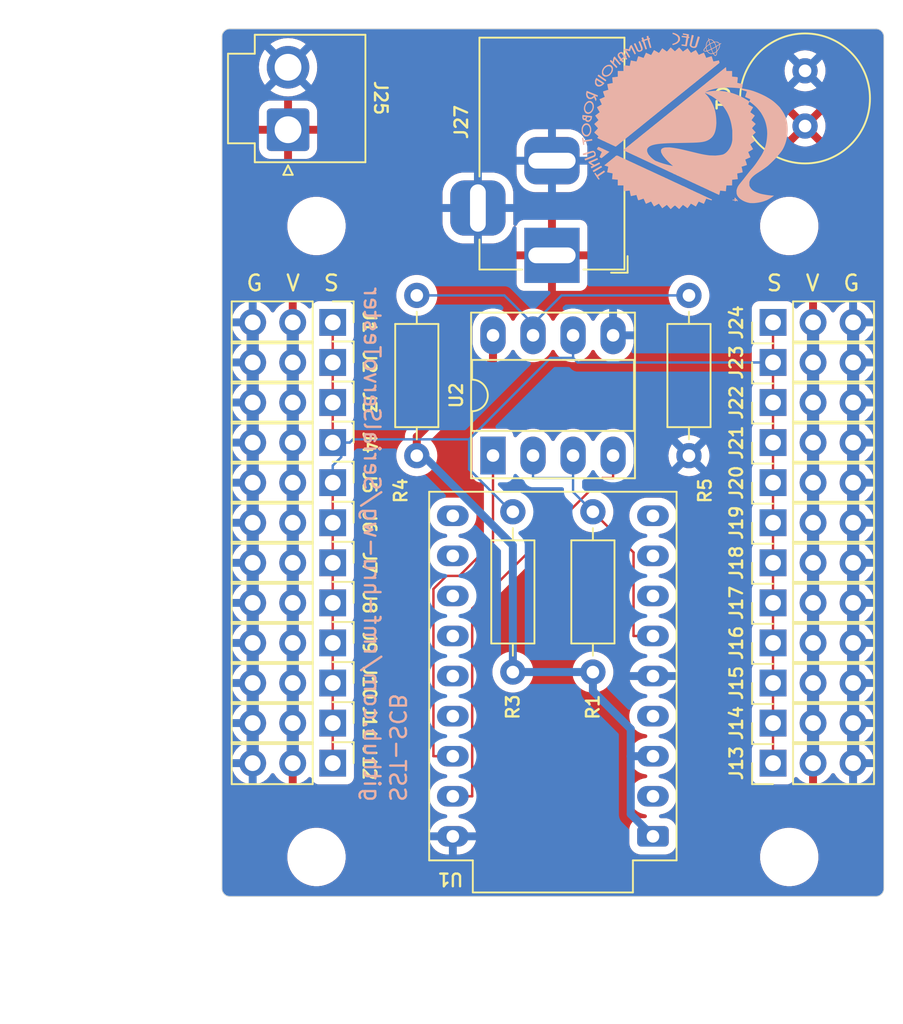
<source format=kicad_pcb>
(kicad_pcb (version 20240108) (generator "pcbnew") (generator_version "8.0")
  (layers (0 "F.Cu" signal) (31 "B.Cu" signal) (34 "B.Paste" user) (35 "F.Paste" user) (36 "B.SilkS" user "B.Silkscreen") (37 "F.SilkS" user "F.Silkscreen") (38 "B.Mask" user) (39 "F.Mask" user) (44 "Edge.Cuts" user))
  (net 0 "")
  (net 1 "GND")
  (net 2 "VCC")
  (net 3 "Net-(U1-5V)")
  (net 5 "/RS485A")
  (net 6 "/RS485B")
  (net 7 "Net-(U1-CBUS0)")
  (net 8 "Net-(U1-TXD)")
  (net 19 "Net-(U1-RXD)")
  (footprint "Connector_PinHeader_2.54mm:PinHeader_1x03_P2.54mm_Vertical" (layer "F.Cu") (at 136.03 139.01 -90)
    (property "Reference" "J11")
    (property "Value" "Conn_01x03_Pin")
  )
  (footprint "Connector_PinHeader_2.54mm:PinHeader_1x03_P2.54mm_Vertical" (layer "F.Cu") (at 136.03 141.55 -90)
    (property "Reference" "J12")
    (property "Value" "Conn_01x03_Pin")
  )
  (footprint "Connector_JST:JST_VH_B2P-VH_1x02_P3.96mm_Vertical" (layer "F.Cu") (at 133.194 101.3975 90)
    (property "Reference" "J25")
    (property "Value" "Conn_01x02_Pin")
  )
  (footprint "Connector_PinHeader_2.54mm:PinHeader_1x03_P2.54mm_Vertical" (layer "F.Cu") (at 163.97 126.31 90)
    (property "Reference" "J19")
    (property "Value" "Conn_01x03_Pin")
  )
  (footprint "Connector_PinHeader_2.54mm:PinHeader_1x03_P2.54mm_Vertical" (layer "F.Cu") (at 163.97 141.55 90)
    (property "Reference" "J13")
    (property "Value" "Conn_01x03_Pin")
  )
  (footprint "MountingHole:MountingHole_3.2mm_M3" (layer "F.Cu") (at 135 107.5)
    (property "Reference" "H1" (hide yes))
    (property "Value" "MountingHole")
  )
  (footprint "Connector_PinHeader_2.54mm:PinHeader_1x03_P2.54mm_Vertical" (layer "F.Cu") (at 136.03 128.85 -90)
    (property "Reference" "J7")
    (property "Value" "Conn_01x03_Pin")
  )
  (footprint "MountingHole:MountingHole_3.2mm_M3" (layer "F.Cu") (at 135 147.5)
    (property "Reference" "H2" (hide yes))
    (property "Value" "MountingHole")
  )
  (footprint "Connector_PinHeader_2.54mm:PinHeader_1x03_P2.54mm_Vertical" (layer "F.Cu") (at 163.97 139.01 90)
    (property "Reference" "J14")
    (property "Value" "Conn_01x03_Pin")
  )
  (footprint "Connector_PinHeader_2.54mm:PinHeader_1x03_P2.54mm_Vertical" (layer "F.Cu") (at 163.97 121.23 90)
    (property "Reference" "J21")
    (property "Value" "Conn_01x03_Pin")
  )
  (footprint "Connector_PinHeader_2.54mm:PinHeader_1x03_P2.54mm_Vertical" (layer "F.Cu") (at 163.97 136.47 90)
    (property "Reference" "J15")
    (property "Value" "Conn_01x03_Pin")
  )
  (footprint "Resistor_THT:R_Axial_DIN0207_L6.3mm_D2.5mm_P10.16mm_Horizontal" (layer "F.Cu") (at 141.364 111.9 -90)
    (property "Reference" "R4")
    (property "Value" "5.1k")
  )
  (footprint "Package_DIP:DIP-8_W7.62mm_Socket_LongPads" (layer "F.Cu") (at 146.2 122.05 90)
    (property "Reference" "U2")
    (property "Value" "LT1785AxN8")
  )
  (footprint "Connector_PinHeader_2.54mm:PinHeader_1x03_P2.54mm_Vertical" (layer "F.Cu") (at 136.03 126.31 -90)
    (property "Reference" "J6")
    (property "Value" "Conn_01x03_Pin")
  )
  (footprint "Connector_PinHeader_2.54mm:PinHeader_1x03_P2.54mm_Vertical" (layer "F.Cu") (at 136.03 121.23 -90)
    (property "Reference" "J4")
    (property "Value" "Conn_01x03_Pin")
  )
  (footprint "Connector_BarrelJack:BarrelJack_Horizontal" (layer "F.Cu") (at 149.9415 109.36 -90)
    (property "Reference" "J27")
    (property "Value" "MJ-179PH")
  )
  (footprint "Connector_PinHeader_2.54mm:PinHeader_1x03_P2.54mm_Vertical" (layer "F.Cu") (at 136.03 123.77 -90)
    (property "Reference" "J5")
    (property "Value" "Conn_01x03_Pin")
  )
  (footprint "Resistor_THT:R_Axial_DIN0207_L6.3mm_D2.5mm_P10.16mm_Horizontal" (layer "F.Cu") (at 147.46 125.616 -90)
    (property "Reference" "R3")
    (property "Value" "5.1k")
  )
  (footprint "Connector_PinHeader_2.54mm:PinHeader_1x03_P2.54mm_Vertical" (layer "F.Cu") (at 136.03 116.15 -90)
    (property "Reference" "J2")
    (property "Value" "Conn_01x03_Pin")
  )
  (footprint "Connector_PinHeader_2.54mm:PinHeader_1x03_P2.54mm_Vertical" (layer "F.Cu") (at 163.97 123.77 90)
    (property "Reference" "J20")
    (property "Value" "Conn_01x03_Pin")
  )
  (footprint "Resistor_THT:R_Axial_DIN0207_L6.3mm_D2.5mm_P10.16mm_Horizontal" (layer "F.Cu") (at 152.54 125.616 -90)
    (property "Reference" "R1")
    (property "Value" "5.1k")
  )
  (footprint "Connector_PinHeader_2.54mm:PinHeader_1x03_P2.54mm_Vertical" (layer "F.Cu") (at 136.03 136.47 -90)
    (property "Reference" "J10")
    (property "Value" "Conn_01x03_Pin")
  )
  (footprint "Connector_PinHeader_2.54mm:PinHeader_1x03_P2.54mm_Vertical" (layer "F.Cu") (at 163.97 131.39 90)
    (property "Reference" "J17")
    (property "Value" "Conn_01x03_Pin")
  )
  (footprint "Resistor_THT:R_Axial_DIN0207_L6.3mm_D2.5mm_P10.16mm_Horizontal" (layer "F.Cu") (at 158.636 122.06 90)
    (property "Reference" "R5")
    (property "Value" "5.1k")
  )
  (footprint "Connector_PinHeader_2.54mm:PinHeader_1x03_P2.54mm_Vertical" (layer "F.Cu") (at 163.97 113.61 90)
    (property "Reference" "J24")
    (property "Value" "Conn_01x03_Pin")
  )
  (footprint "Connector_PinHeader_2.54mm:PinHeader_1x03_P2.54mm_Vertical" (layer "F.Cu") (at 136.03 118.69 -90)
    (property "Reference" "J3")
    (property "Value" "Conn_01x03_Pin")
  )
  (footprint "Connector_PinHeader_2.54mm:PinHeader_1x03_P2.54mm_Vertical" (layer "F.Cu") (at 163.97 116.15 90)
    (property "Reference" "J23")
    (property "Value" "Conn_01x03_Pin")
  )
  (footprint "Connector_PinHeader_2.54mm:PinHeader_1x03_P2.54mm_Vertical" (layer "F.Cu") (at 163.97 128.85 90)
    (property "Reference" "J18")
    (property "Value" "Conn_01x03_Pin")
  )
  (footprint "Capacitor_THT:C_Radial_D8.0mm_H11.5mm_P3.50mm" (layer "F.Cu") (at 166.002 101.164 90)
    (property "Reference" "C1")
    (property "Value" "C")
  )
  (footprint "Connector_PinHeader_2.54mm:PinHeader_1x03_P2.54mm_Vertical" (layer "F.Cu") (at 163.97 118.69 90)
    (property "Reference" "J22")
    (property "Value" "Conn_01x03_Pin")
  )
  (footprint "FootprintLibrary:DIP-18_500_ELL" (layer "F.Cu") (at 150 136.03 90)
    (property "Reference" "U1")
    (property "Value" "FT231XS_Breakout")
  )
  (footprint "MountingHole:MountingHole_3.2mm_M3" (layer "F.Cu") (at 165 147.5)
    (property "Reference" "H3" (hide yes))
    (property "Value" "MountingHole")
  )
  (footprint "MountingHole:MountingHole_3.2mm_M3" (layer "F.Cu") (at 165 107.5)
    (property "Reference" "H4" (hide yes))
    (property "Value" "MountingHole")
  )
  (footprint "Connector_PinHeader_2.54mm:PinHeader_1x03_P2.54mm_Vertical" (layer "F.Cu") (at 136.03 133.93 -90)
    (property "Reference" "J9")
    (property "Value" "Conn_01x03_Pin")
  )
  (footprint "Connector_PinHeader_2.54mm:PinHeader_1x03_P2.54mm_Vertical" (layer "F.Cu") (at 163.97 133.93 90)
    (property "Reference" "J16")
    (property "Value" "Conn_01x03_Pin")
  )
  (footprint "Connector_PinHeader_2.54mm:PinHeader_1x03_P2.54mm_Vertical" (layer "F.Cu") (at 136.03 131.39 -90)
    (property "Reference" "J8")
    (property "Value" "Conn_01x03_Pin")
  )
  (footprint "Connector_PinHeader_2.54mm:PinHeader_1x03_P2.54mm_Vertical" (layer "F.Cu") (at 136.03 113.61 -90)
    (property "Reference" "J1")
    (property "Value" "Conn_01x03_Pin")
  )
  (gr_poly (pts (xy 161.546014 105.699644) (xy 161.543771 105.700362) (xy 161.54172 105.701604) (xy 161.539855 105.703371) (xy 161.538169 105.705666) (xy 161.536656 105.708489) (xy 161.535309 105.711841) (xy 161.534122 105.715724) (xy 161.533088 105.720139) (xy 161.5322 105.725087) (xy 161.531452 105.73057) (xy 161.530837 105.736588) (xy 161.530349 105.743144) (xy 161.529726 105.757873) (xy 161.52953 105.774765) (xy 161.52953 105.829798) (xy 161.51683 105.830939) (xy 161.51328 105.831187) (xy 161.508036 105.831458) (xy 161.493482 105.83203) (xy 161.475189 105.832586) (xy 161.455181 105.833055) (xy 161.406232 105.834032) (xy 161.40114 105.847301) (xy 161.400669 105.848701) (xy 161.400305 105.850154) (xy 161.400045 105.851651) (xy 161.399888 105.853179) (xy 161.399832 105.854727) (xy 161.399873 105.856282) (xy 161.400012 105.857835) (xy 161.400244 105.859373) (xy 161.400568 105.860885) (xy 161.400983 105.862358) (xy 161.401485 105.863783) (xy 161.402073 105.865147) (xy 161.402745 105.866438) (xy 161.403498 105.867645) (xy 161.404331 105.868758) (xy 161.405241 105.869763) (xy 161.414433 105.878955) (xy 161.473529 105.877229) (xy 161.532626 105.875503) (xy 161.535311 105.903381) (xy 161.537996 105.931259) (xy 161.553395 105.934179) (xy 161.554244 105.934297) (xy 161.5552 105.934352) (xy 161.557419 105.934278) (xy 161.56002 105.933966) (xy 161.562971 105.933429) (xy 161.566242 105.932675) (xy 161.569802 105.931717) (xy 161.573619 105.930565) (xy 161.577661 105.929229) (xy 161.581898 105.927721) (xy 161.586299 105.92605) (xy 161.590831 105.924229) (xy 161.595464 105.922267) (xy 161.600167 105.920176) (xy 161.604907 105.917965) (xy 161.609655 105.915647) (xy 161.614379 105.913231) (xy 161.659963 105.889365) (xy 161.68411 105.912498) (xy 161.688818 105.916896) (xy 161.693261 105.92081) (xy 161.697449 105.924243) (xy 161.701391 105.927197) (xy 161.705099 105.929675) (xy 161.708582 105.931681) (xy 161.710242 105.932508) (xy 161.711849 105.933217) (xy 161.713405 105.933809) (xy 161.714911 105.934286) (xy 161.716369 105.934646) (xy 161.717778 105.93489) (xy 161.719142 105.935019) (xy 161.720461 105.935033) (xy 161.721735 105.934932) (xy 161.722968 105.934717) (xy 161.724159 105.934388) (xy 161.72531 105.933945) (xy 161.726422 105.933389) (xy 161.727497 105.93272) (xy 161.728535 105.931939) (xy 161.729539 105.931046) (xy 161.730509 105.93004) (xy 161.731446 105.928923) (xy 161.732352 105.927696) (xy 161.733228 105.926357) (xy 161.733229 105.926357) (xy 161.733753 105.925309) (xy 161.734138 105.924102) (xy 161.734391 105.922747) (xy 161.734516 105.921258) (xy 161.734519 105.919647) (xy 161.734408 105.917927) (xy 161.733861 105.91421) (xy 161.732923 105.910208) (xy 161.73164 105.906023) (xy 161.730058 105.901755) (xy 161.728226 105.897507) (xy 161.726189 105.893379) (xy 161.723994 105.889473) (xy 161.721688 105.885889) (xy 161.719318 105.882731) (xy 161.716931 105.880097) (xy 161.715745 105.87901) (xy 161.714573 105.878091) (xy 161.713419 105.877355) (xy 161.712291 105.876813) (xy 161.711193 105.876479) (xy 161.710132 105.876365) (xy 161.709772 105.876337) (xy 161.709416 105.876254) (xy 161.709065 105.876117) (xy 161.708719 105.875928) (xy 161.70838 105.875689) (xy 161.708046 105.8754) (xy 161.70772 105.875062) (xy 161.707401 105.874678) (xy 161.707089 105.874249) (xy 161.706786 105.873775) (xy 161.706491 105.873259) (xy 161.706206 105.872701) (xy 161.70593 105.872104) (xy 161.705664 105.871468) (xy 161.705408 105.870795) (xy 161.705163 105.870086) (xy 161.70493 105.869342) (xy 161.704708 105.868566) (xy 161.704499 105.867758) (xy 161.704302 105.866919) (xy 161.703949 105.865157) (xy 161.703652 105.863289) (xy 161.703414 105.861327) (xy 161.70324 105.859283) (xy 161.703133 105.857166) (xy 161.703097 105.854989) (xy 161.703097 105.833614) (xy 161.702796 105.833499) (xy 161.601496 105.833499) (xy 161.588797 105.828626) (xy 161.588146 105.828354) (xy 161.587503 105.828041) (xy 161.586869 105.827689) (xy 161.586245 105.827299) (xy 161.585632 105.826872) (xy 161.585031 105.826411) (xy 161.584441 105.825915) (xy 161.583865 105.825388) (xy 161.583303 105.824829) (xy 161.582756 105.824241) (xy 161.582224 105.823625) (xy 161.581709 105.822982) (xy 161.58121 105.822314) (xy 161.58073 105.821622) (xy 161.580269 105.820908) (xy 161.579827 105.820172) (xy 161.579406 105.819417) (xy 161.579006 105.818644) (xy 161.578628 105.817854) (xy 161.578273 105.817048) (xy 161.577942 105.816228) (xy 161.577635 105.815396) (xy 161.577354 105.814553) (xy 161.577099 105.8137) (xy 161.57687 105.812838) (xy 161.57667 105.811969) (xy 161.576498 105.811095) (xy 161.576356 105.810217) (xy 161.576244 105.809336) (xy 161.576162 105.808453) (xy 161.576113 105.807571) (xy 161.576097 105.80669) (xy 161.576097 105.789625) (xy 161.588797 105.800165) (xy 161.59009 105.801298) (xy 161.591348 105.802515) (xy 161.592562 105.803805) (xy 161.593728 105.805157) (xy 161.594837 105.80656) (xy 161.595885 105.808001) (xy 161.596863 105.809471) (xy 161.597766 105.810957) (xy 161.598587 105.812449) (xy 161.59932 105.813935) (xy 161.599958 105.815405) (xy 161.600494 105.816846) (xy 161.600923 105.818247) (xy 161.601237 105.819598) (xy 161.601431 105.820887) (xy 161.60148 105.821505) (xy 161.601496 105.822103) (xy 161.601496 105.833499) (xy 161.702796 105.833499) (xy 161.682911 105.825938) (xy 161.681812 105.825466) (xy 161.680599 105.824846) (xy 161.677851 105.823175) (xy 161.674702 105.82096) (xy 161.671188 105.818236) (xy 161.667344 105.815037) (xy 161.663206 105.811398) (xy 161.65881 105.807353) (xy 161.654191 105.802937) (xy 161.649385 105.798185) (xy 161.644427 105.793132) (xy 161.639353 105.787811) (xy 161.634199 105.782258) (xy 161.629 105.776507) (xy 161.623791 105.770593) (xy 161.618609 105.764551) (xy 161.613489 105.758414) (xy 161.601342 105.743926) (xy 161.590362 105.731457) (xy 161.580495 105.721019) (xy 161.575962 105.716565) (xy 161.571688 105.712622) (xy 161.567667 105.709192) (xy 161.56389 105.706275) (xy 161.560352 105.703874) (xy 161.557047 105.70199) (xy 161.553967 105.700623) (xy 161.551106 105.699776) (xy 161.548457 105.699449)) (fill solid) (layer "B.SilkS"))
  (gr_poly (pts (xy 151.879692 100.464947) (xy 151.879362 100.465567) (xy 151.878673 100.467393) (xy 151.877952 100.469963) (xy 151.877203 100.473233) (xy 151.876434 100.477159) (xy 151.87565 100.481696) (xy 151.87406 100.492427) (xy 151.872483 100.505072) (xy 151.870967 100.519276) (xy 151.869559 100.534685) (xy 151.868308 100.550944) (xy 151.862695 100.631266) (xy 151.877617 100.684318) (xy 151.892539 100.737371) (xy 151.921313 100.762635) (xy 151.950088 100.787899) (xy 151.97731 100.789176) (xy 151.98324 100.789397) (xy 151.989661 100.789536) (xy 151.996372 100.789593) (xy 152.003166 100.789572) (xy 152.009841 100.789473) (xy 152.016192 100.789298) (xy 152.022014 100.78905) (xy 152.027103 100.78873) (xy 152.049675 100.787007) (xy 152.055096 100.804085) (xy 152.05584 100.805994) (xy 152.056939 100.808181) (xy 152.058373 100.81062) (xy 152.06012 100.813286) (xy 152.062156 100.816154) (xy 152.064462 100.819199) (xy 152.067015 100.822394) (xy 152.069793 100.825714) (xy 152.072774 100.829134) (xy 152.075937 100.832629) (xy 152.079261 100.836172) (xy 152.082722 100.839739) (xy 152.086301 100.843304) (xy 152.089973 100.846842) (xy 152.093719 100.850327) (xy 152.097517 100.853733) (xy 152.134518 100.886304) (xy 152.178122 100.896368) (xy 152.197032 100.900587) (xy 152.205114 100.902211) (xy 152.212468 100.903502) (xy 152.219234 100.904451) (xy 152.225554 100.905053) (xy 152.231567 100.905299) (xy 152.237414 100.905183) (xy 152.243235 100.904697) (xy 152.249172 100.903834) (xy 152.255365 100.902587) (xy 152.261954 100.900948) (xy 152.26908 100.89891) (xy 152.276884 100.896466) (xy 152.295086 100.890331) (xy 152.295085 100.890331) (xy 152.295085 100.89033) (xy 152.295084 100.89033) (xy 152.340104 100.874781) (xy 152.370225 100.846157) (xy 152.373441 100.843012) (xy 152.376859 100.839506) (xy 152.384178 100.831562) (xy 152.39194 100.822621) (xy 152.399904 100.812983) (xy 152.40783 100.802946) (xy 152.415476 100.792807) (xy 152.422601 100.782867) (xy 152.428965 100.773422) (xy 152.457583 100.72931) (xy 152.469391 100.676055) (xy 152.471871 100.664458) (xy 152.474395 100.651903) (xy 152.479292 100.625511) (xy 152.480042 100.620998) (xy 152.389763 100.620998) (xy 152.389577 100.643065) (xy 152.389305 100.64986) (xy 152.38861 100.656673) (xy 152.387507 100.663494) (xy 152.386007 100.670307) (xy 152.384123 100.6771) (xy 152.381869 100.683858) (xy 152.379257 100.69057) (xy 152.3763 100.697222) (xy 152.373011 100.703799) (xy 152.369402 100.710289) (xy 152.365487 100.716679) (xy 152.361278 100.722954) (xy 152.35203 100.73511) (xy 152.341761 100.74665) (xy 152.330573 100.757467) (xy 152.31857 100.767454) (xy 152.305852 100.776505) (xy 152.299258 100.780645) (xy 152.292524 100.784512) (xy 152.285663 100.78809) (xy 152.278688 100.791368) (xy 152.271611 100.794331) (xy 152.264446 100.796967) (xy 152.257204 100.799262) (xy 152.2499 100.801202) (xy 152.242546 100.802774) (xy 152.235154 100.803966) (xy 152.234312 100.803966) (xy 152.233128 100.803794) (xy 152.231623 100.803457) (xy 152.229821 100.802965) (xy 152.227742 100.802325) (xy 152.225408 100.801545) (xy 152.220062 100.799599) (xy 152.213956 100.797195) (xy 152.207265 100.794397) (xy 152.200162 100.791271) (xy 152.19282 100.787885) (xy 152.192822 100.787884) (xy 152.156931 100.770936) (xy 152.143033 100.746467) (xy 152.129136 100.721997) (xy 152.148596 100.687736) (xy 152.152626 100.680303) (xy 152.156619 100.672305) (xy 152.160472 100.663991) (xy 152.16408 100.655614) (xy 152.167339 100.647425) (xy 152.170145 100.639674) (xy 152.172394 100.632614) (xy 152.173277 100.629421) (xy 152.173981 100.626495) (xy 152.177362 100.611106) (xy 152.093431 100.611106) (xy 152.093393 100.612047) (xy 152.093281 100.61305) (xy 152.092843 100.615233) (xy 152.092131 100.617631) (xy 152.091159 100.620219) (xy 152.089943 100.622974) (xy 152.088497 100.625873) (xy 152.086836 100.628892) (xy 152.084974 100.632006) (xy 152.082927 100.635192) (xy 152.08071 100.638426) (xy 152.078336 100.641685) (xy 152.075821 100.644944) (xy 152.073179 100.64818) (xy 152.070426 100.651369) (xy 152.067576 100.654488) (xy 152.064643 100.657512) (xy 152.035856 100.686299) (xy 151.994999 100.686299) (xy 151.972547 100.662864) (xy 151.950095 100.639429) (xy 151.947679 100.609947) (xy 151.945264 100.580465) (xy 152.000297 100.582814) (xy 152.011741 100.583371) (xy 152.023168 100.584054) (xy 152.04476 100.585696) (xy 152.054316 100.5866) (xy 152.062641 100.587524) (xy 152.06943 100.588441) (xy 152.074381 100.589325) (xy 152.093431 100.593488) (xy 152.093431 100.611106) (xy 152.177362 100.611106) (xy 152.179908 100.599514) (xy 152.223451 100.604591) (xy 152.245203 100.60701) (xy 152.272236 100.609841) (xy 152.32838 100.615333) (xy 152.389763 100.620998) (xy 152.480042 100.620998) (xy 152.48352 100.600072) (xy 152.485207 100.588707) (xy 152.486517 100.578777) (xy 152.491833 100.534754) (xy 152.464081 100.5303) (xy 152.325842 100.511687) (xy 152.131505 100.488788) (xy 151.957439 100.470202) (xy 151.901872 100.465214) (xy 151.880012 100.46453)) (fill solid) (layer "B.SilkS"))
  (gr_poly (pts (xy 152.892452 102.485031) (xy 152.889392 102.485385) (xy 152.886431 102.486051) (xy 152.883547 102.487036) (xy 152.88072 102.488351) (xy 152.877929 102.490002) (xy 152.875152 102.491999) (xy 152.872371 102.494349) (xy 152.869563 102.497061) (xy 152.866707 102.500145) (xy 152.863783 102.503606) (xy 152.86077 102.507456) (xy 152.854395 102.51635) (xy 152.847413 102.526893) (xy 152.839658 102.539154) (xy 152.830965 102.553199) (xy 152.789225 102.620932) (xy 152.797941 102.631487) (xy 152.799098 102.632708) (xy 152.800752 102.634181) (xy 152.802869 102.635886) (xy 152.805421 102.637803) (xy 152.808375 102.639912) (xy 152.811701 102.642193) (xy 152.819344 102.647195) (xy 152.828099 102.652648) (xy 152.83772 102.658395) (xy 152.847956 102.664278) (xy 152.85856 102.670137) (xy 152.92336 102.70563) (xy 153.006268 102.751513) (xy 153.102074 102.804795) (xy 153.097925 102.814464) (xy 153.082209 102.849893) (xy 153.05025 102.921499) (xy 153.03229 102.961977) (xy 153.015567 103.000213) (xy 153.001949 103.0319) (xy 152.993304 103.052732) (xy 152.990461 103.0597) (xy 152.987526 103.066517) (xy 152.984582 103.073012) (xy 152.981714 103.079013) (xy 152.979006 103.084349) (xy 152.976543 103.088847) (xy 152.97441 103.092336) (xy 152.973494 103.093648) (xy 152.972691 103.094643) (xy 152.971959 103.095552) (xy 152.971249 103.096613) (xy 152.970563 103.097812) (xy 152.969907 103.099136) (xy 152.969283 103.100571) (xy 152.968695 103.102107) (xy 152.968147 103.103728) (xy 152.967642 103.105422) (xy 152.967185 103.107176) (xy 152.966778 103.108977) (xy 152.966425 103.110812) (xy 152.96613 103.112669) (xy 152.965897 103.114533) (xy 152.965729 103.116392) (xy 152.96563 103.118233) (xy 152.965603 103.120042) (xy 152.965705 103.137399) (xy 152.995115 103.156449) (xy 153.00125 103.160275) (xy 153.007412 103.163846) (xy 153.013435 103.167081) (xy 153.019153 103.169903) (xy 153.0244 103.172234) (xy 153.026795 103.173191) (xy 153.029009 103.173996) (xy 153.031023 103.174639) (xy 153.032814 103.175111) (xy 153.034364 103.175401) (xy 153.035649 103.175499) (xy 153.036824 103.175538) (xy 153.038048 103.175653) (xy 153.039312 103.175839) (xy 153.040604 103.176092) (xy 153.041916 103.17641) (xy 153.043237 103.176787) (xy 153.044558 103.177221) (xy 153.04587 103.177707) (xy 153.047161 103.178241) (xy 153.048422 103.17882) (xy 153.049645 103.17944) (xy 153.050817 103.180096) (xy 153.051931 103.180786) (xy 153.052975 103.181505) (xy 153.053941 103.182249) (xy 153.054818 103.183014) (xy 153.055725 103.183805) (xy 153.05678 103.184625) (xy 153.057968 103.185466) (xy 153.059277 103.186323) (xy 153.060696 103.187189) (xy 153.062209 103.188057) (xy 153.063806 103.188922) (xy 153.065473 103.189777) (xy 153.067197 103.190615) (xy 153.068966 103.19143) (xy 153.070766 103.192216) (xy 153.072585 103.192966) (xy 153.074411 103.193675) (xy 153.076229 103.194334) (xy 153.078028 103.194939) (xy 153.079795 103.195483) (xy 153.096728 103.200437) (xy 153.113676 103.181617) (xy 153.115643 103.179519) (xy 153.11803 103.177127) (xy 153.123929 103.171567) (xy 153.131112 103.165155) (xy 153.139319 103.158113) (xy 153.148289 103.15066) (xy 153.157763 103.143015) (xy 153.167478 103.135399) (xy 153.177176 103.128031) (xy 153.197256 103.112801) (xy 153.217516 103.097036) (xy 153.235595 103.082595) (xy 153.243078 103.076453) (xy 153.249131 103.07134) (xy 153.276387 103.048184) (xy 153.307235 103.022575) (xy 153.371134 102.970827) (xy 153.423685 102.929758) (xy 153.440349 102.917498) (xy 153.44534 102.914184) (xy 153.447747 102.913032) (xy 153.448104 102.91299) (xy 153.448542 102.912865) (xy 153.449652 102.912374) (xy 153.451057 102.911575) (xy 153.452736 102.910486) (xy 153.454669 102.909123) (xy 153.456836 102.907503) (xy 153.459218 102.905641) (xy 153.461793 102.903555) (xy 153.464542 102.901261) (xy 153.467445 102.898776) (xy 153.470482 102.896115) (xy 153.473632 102.893297) (xy 153.476876 102.890336) (xy 153.480193 102.887251) (xy 153.483563 102.884056) (xy 153.486967 102.88077) (xy 153.494177 102.87396) (xy 153.501989 102.86697) (xy 153.510155 102.86) (xy 153.518425 102.853247) (xy 153.526551 102.846909) (xy 153.534285 102.841186) (xy 153.541377 102.836276) (xy 153.544605 102.834188) (xy 153.54758 102.832377) (xy 153.575097 102.816247) (xy 153.575097 102.786355) (xy 153.551813 102.780635) (xy 153.549105 102.779884) (xy 153.545813 102.778822) (xy 153.537658 102.775847) (xy 153.527709 102.771866) (xy 153.516327 102.767037) (xy 153.503874 102.761516) (xy 153.490712 102.755461) (xy 153.477201 102.749028) (xy 153.463703 102.742374) (xy 153.450406 102.735837) (xy 153.437468 102.729739) (xy 153.425211 102.724212) (xy 153.413957 102.719392) (xy 153.404026 102.71541) (xy 153.39574 102.7124) (xy 153.38942 102.710497) (xy 153.387097 102.710001) (xy 153.385387 102.709832) (xy 153.384012 102.709797) (xy 153.382677 102.709693) (xy 153.381386 102.709524) (xy 153.380149 102.709293) (xy 153.37897 102.709004) (xy 153.377858 102.708661) (xy 153.376819 102.708266) (xy 153.37586 102.707824) (xy 153.374987 102.707338) (xy 153.374209 102.706811) (xy 153.373531 102.706247) (xy 153.372962 102.70565) (xy 153.372719 102.70534) (xy 153.372506 102.705022) (xy 153.372324 102.704699) (xy 153.372173 102.704369) (xy 153.372054 102.704033) (xy 153.371967 102.703692) (xy 153.371915 102.703345) (xy 153.371897 102.702995) (xy 153.37185 102.702625) (xy 153.371711 102.70222) (xy 153.371481 102.701783) (xy 153.371163 102.701315) (xy 153.370759 102.700816) (xy 153.370273 102.700288) (xy 153.369705 102.699734) (xy 153.369058 102.699153) (xy 153.367538 102.69792) (xy 153.36573 102.696601) (xy 153.363654 102.695206) (xy 153.361327 102.693748) (xy 153.358769 102.692236) (xy 153.355997 102.690682) (xy 153.353029 102.689099) (xy 153.349886 102.687495) (xy 153.346584 102.685884) (xy 153.343142 102.684276) (xy 153.33958 102.682683) (xy 153.335914 102.681115) (xy 153.308185 102.669287) (xy 153.281176 102.657329) (xy 153.255805 102.645688) (xy 153.232989 102.634812) (xy 153.213646 102.625147) (xy 153.198694 102.617141) (xy 153.189049 102.611241) (xy 153.186505 102.60922) (xy 153.185631 102.607893) (xy 153.185617 102.607621) (xy 153.185576 102.607352) (xy 153.185508 102.607086) (xy 153.185415 102.606824) (xy 153.185296 102.606566) (xy 153.185153 102.606313) (xy 153.184986 102.606064) (xy 153.184796 102.60582) (xy 153.184583 102.605582) (xy 153.184348 102.60535) (xy 153.184093 102.605123) (xy 153.183817 102.604904) (xy 153.183521 102.604691) (xy 153.183206 102.604485) (xy 153.182873 102.604287) (xy 153.182522 102.604097) (xy 153.182154 102.603915) (xy 153.181769 102.603742) (xy 153.181369 102.603578) (xy 153.180954 102.603423) (xy 153.180524 102.603278) (xy 153.180081 102.603143) (xy 153.179625 102.603018) (xy 153.179156 102.602904) (xy 153.178676 102.602801) (xy 153.178185 102.60271) (xy 153.177684 102.60263) (xy 153.177173 102.602562) (xy 153.176653 102.602507) (xy 153.176125 102.602465) (xy 153.175589 102.602436) (xy 153.175047 102.60242) (xy 153.17376 102.602309) (xy 153.1721 102.602016) (xy 153.170093 102.60155) (xy 153.167764 102.600921) (xy 153.165141 102.600138) (xy 153.162248 102.599211) (xy 153.155759 102.596962) (xy 153.148506 102.594249) (xy 153.140697 102.591147) (xy 153.132542 102.58773) (xy 153.124247 102.584076) (xy 153.043813 102.547942) (xy 153.024022 102.538997) (xy 152.999862 102.527917) (xy 152.950669 102.50499) (xy 152.938567 102.49932) (xy 152.92786 102.494494) (xy 152.918379 102.490581) (xy 152.914046 102.488987) (xy 152.909958 102.487646) (xy 152.906093 102.486567) (xy 152.902431 102.485757) (xy 152.898951 102.485226) (xy 152.895632 102.484981)) (fill solid) (layer "B.SilkS"))
  (gr_poly (pts (xy 152.545163 102.731743) (xy 152.53548 102.732354) (xy 152.525052 102.733458) (xy 152.513811 102.735059) (xy 152.50169 102.737164) (xy 152.488621 102.739779) (xy 152.474536 102.742909) (xy 152.459366 102.746561) (xy 152.443045 102.750739) (xy 152.425505 102.75545) (xy 152.386493 102.766494) (xy 152.341789 102.779738) (xy 152.290849 102.795229) (xy 152.233132 102.813013) (xy 151.943148 102.902519) (xy 151.934225 102.905351) (xy 151.925911 102.908182) (xy 151.918388 102.910936) (xy 151.911836 102.91354) (xy 151.906438 102.915917) (xy 151.902374 102.917991) (xy 151.900899 102.918891) (xy 151.899826 102.919687) (xy 151.899176 102.92037) (xy 151.899018 102.920666) (xy 151.898974 102.92093) (xy 151.900342 102.938949) (xy 151.901258 102.947147) (xy 151.902356 102.954813) (xy 151.903656 102.961952) (xy 151.905178 102.968571) (xy 151.906942 102.974675) (xy 151.90897 102.980272) (xy 151.91128 102.985365) (xy 151.913894 102.989963) (xy 151.916831 102.994071) (xy 151.920112 102.997694) (xy 151.923758 103.00084) (xy 151.927788 103.003514) (xy 151.932222 103.005722) (xy 151.937082 103.00747) (xy 151.942387 103.008764) (xy 151.948158 103.009611) (xy 151.954415 103.010016) (xy 151.961178 103.009986) (xy 151.968467 103.009527) (xy 151.976303 103.008644) (xy 151.984706 103.007344) (xy 151.993697 103.005633) (xy 152.003295 103.003516) (xy 152.013521 103.001001) (xy 152.035937 102.994797) (xy 152.061109 102.987071) (xy 152.089198 102.977869) (xy 152.232763 102.930199) (xy 152.3877 102.879357) (xy 152.550736 102.826256) (xy 152.58026 102.846362) (xy 152.583267 102.848461) (xy 152.586191 102.850602) (xy 152.589016 102.852769) (xy 152.591727 102.854948) (xy 152.594309 102.857122) (xy 152.596747 102.859276) (xy 152.599024 102.861395) (xy 152.601127 102.863463) (xy 152.603041 102.865465) (xy 152.604749 102.867386) (xy 152.606237 102.869211) (xy 152.607489 102.870923) (xy 152.608491 102.872508) (xy 152.609227 102.873951) (xy 152.609682 102.875235) (xy 152.609799 102.875812) (xy 152.609841 102.876345) (xy 152.609853 102.876856) (xy 152.60989 102.877367) (xy 152.60995 102.87788) (xy 152.610033 102.878393) (xy 152.610266 102.879414) (xy 152.610584 102.880425) (xy 152.610981 102.881419) (xy 152.611453 102.882389) (xy 152.611995 102.883329) (xy 152.612602 102.884232) (xy 152.613268 102.885091) (xy 152.61399 102.8859) (xy 152.614762 102.886652) (xy 152.615579 102.88734) (xy 152.616436 102.887958) (xy 152.617328 102.888498) (xy 152.617786 102.888738) (xy 152.618251 102.888956) (xy 152.618722 102.889151) (xy 152.619199 102.889323) (xy 152.619681 102.889532) (xy 152.620169 102.889839) (xy 152.620661 102.890241) (xy 152.621156 102.890736) (xy 152.621654 102.89132) (xy 152.622153 102.89199) (xy 152.622653 102.892745) (xy 152.623154 102.893582) (xy 152.62415 102.895489) (xy 152.625136 102.89769) (xy 152.626105 102.900163) (xy 152.627048 102.902888) (xy 152.62796 102.905842) (xy 152.628833 102.909004) (xy 152.62966 102.912353) (xy 152.630434 102.915867) (xy 152.631149 102.919526) (xy 152.631796 102.923306) (xy 152.63237 102.927188) (xy 152.632863 102.931149) (xy 152.637227 102.969875) (xy 152.61298 102.995769) (xy 152.588732 103.021663) (xy 152.499832 103.055651) (xy 152.296815 103.132459) (xy 152.225898 103.15859) (xy 152.1781 103.175525) (xy 152.156344 103.183104) (xy 152.131533 103.192043) (xy 152.106721 103.201226) (xy 152.084966 103.209537) (xy 152.065715 103.216957) (xy 152.047725 103.223709) (xy 152.03301 103.22905) (xy 152.023583 103.232235) (xy 152.020333 103.233237) (xy 152.017521 103.234194) (xy 152.01628 103.234684) (xy 152.015149 103.235198) (xy 152.014131 103.235746) (xy 152.013224 103.23634) (xy 152.012429 103.236991) (xy 152.011748 103.237712) (xy 152.011179 103.238512) (xy 152.010725 103.239404) (xy 152.010385 103.240398) (xy 152.01016 103.241507) (xy 152.010051 103.242742) (xy 152.010057 103.244114) (xy 152.01018 103.245635) (xy 152.01042 103.247316) (xy 152.010777 103.249168) (xy 152.011253 103.251203) (xy 152.011847 103.253432) (xy 152.01256 103.255866) (xy 152.013392 103.258518) (xy 152.014345 103.261398) (xy 152.016612 103.26789) (xy 152.019365 103.275432) (xy 152.026348 103.294034) (xy 152.033938 103.313906) (xy 152.037171 103.321865) (xy 152.040162 103.328587) (xy 152.04301 103.334132) (xy 152.044412 103.336482) (xy 152.045816 103.33856) (xy 152.047233 103.340374) (xy 152.048678 103.341932) (xy 152.050161 103.343241) (xy 152.051696 103.344308) (xy 152.053296 103.345142) (xy 152.054971 103.345749) (xy 152.056736 103.346138) (xy 152.058602 103.346316) (xy 152.060581 103.34629) (xy 152.062687 103.346068) (xy 152.064932 103.345657) (xy 152.067328 103.345065) (xy 152.072623 103.34337) (xy 152.078673 103.341041) (xy 152.093433 103.334726) (xy 152.093431 103.334724) (xy 152.110562 103.327402) (xy 152.129043 103.319752) (xy 152.146651 103.31268) (xy 152.161164 103.307094) (xy 152.245799 103.274344) (xy 152.3683 103.225634) (xy 152.491807 103.175738) (xy 152.57946 103.139431) (xy 152.663323 103.103533) (xy 152.689146 103.071468) (xy 152.71497 103.039403) (xy 152.718447 102.984771) (xy 152.721927 102.93014) (xy 152.702306 102.870292) (xy 152.682686 102.810444) (xy 152.647179 102.777715) (xy 152.634144 102.765963) (xy 152.627969 102.760701) (xy 152.621931 102.755856) (xy 152.615962 102.751434) (xy 152.609994 102.747441) (xy 152.603961 102.743882) (xy 152.597793 102.740763) (xy 152.591423 102.73809) (xy 152.584783 102.735869) (xy 152.577806 102.734106) (xy 152.570423 102.732806) (xy 152.562567 102.731975) (xy 152.55417 102.731619)) (fill solid) (layer "B.SilkS"))
  (gr_poly (pts (xy 156.006805 95.4517) (xy 155.996942 95.454501) (xy 155.987447 95.457373) (xy 155.978549 95.460234) (xy 155.970476 95.463003) (xy 155.963459 95.465599) (xy 155.957724 95.467941) (xy 155.953502 95.469946) (xy 155.952029 95.470798) (xy 155.95102 95.471535) (xy 155.943581 95.478093) (xy 155.96223 95.547213) (xy 155.969256 95.574179) (xy 155.974596 95.596503) (xy 155.976472 95.6052) (xy 155.977731 95.611866) (xy 155.978308 95.616212) (xy 155.97832 95.617424) (xy 155.978138 95.617947) (xy 155.971785 95.621175) (xy 155.962557 95.62516) (xy 155.937251 95.634834) (xy 155.905784 95.645833) (xy 155.871717 95.657021) (xy 155.838613 95.66726) (xy 155.810035 95.675415) (xy 155.789545 95.680349) (xy 155.783447 95.681254) (xy 155.781629 95.681253) (xy 155.780706 95.680926) (xy 155.780334 95.680304) (xy 155.779733 95.679009) (xy 155.777898 95.674549) (xy 155.775307 95.667833) (xy 155.772066 95.659151) (xy 155.764061 95.637042) (xy 155.754736 95.610532) (xy 155.737713 95.562067) (xy 155.732213 95.546834) (xy 155.72981 95.540658) (xy 155.729352 95.540469) (xy 155.728381 95.540474) (xy 155.725036 95.541021) (xy 155.713669 95.543951) (xy 155.69785 95.548731) (xy 155.67972 95.554641) (xy 155.661418 95.560963) (xy 155.645085 95.566979) (xy 155.632862 95.571969) (xy 155.62896 95.573855) (xy 155.626889 95.575215) (xy 155.626677 95.575554) (xy 155.626536 95.576076) (xy 155.626463 95.576774) (xy 155.626458 95.577644) (xy 155.626643 95.57988) (xy 155.627082 95.582745) (xy 155.627763 95.5862) (xy 155.628674 95.590206) (xy 155.629806 95.594722) (xy 155.631147 95.59971) (xy 155.634414 95.610944) (xy 155.638389 95.623593) (xy 155.642982 95.637342) (xy 155.648109 95.651878) (xy 155.674117 95.723754) (xy 155.645388 95.733235) (xy 155.616659 95.742716) (xy 155.631879 95.778224) (xy 155.6471 95.813732) (xy 155.672764 95.811195) (xy 155.698427 95.808657) (xy 155.719986 95.866228) (xy 155.743332 95.930656) (xy 155.775051 96.020984) (xy 155.810549 96.123998) (xy 155.845231 96.226482) (xy 155.850965 96.243048) (xy 155.856666 96.258471) (xy 155.862184 96.272415) (xy 155.867371 96.284545) (xy 155.872076 96.294527) (xy 155.876148 96.302023) (xy 155.8779 96.304735) (xy 155.879438 96.306701) (xy 155.880743 96.307877) (xy 155.881303 96.308156) (xy 155.881797 96.308223) (xy 155.882915 96.308071) (xy 155.884412 96.307787) (xy 155.888438 96.306853) (xy 155.893675 96.305478) (xy 155.899919 96.303722) (xy 155.90697 96.301641) (xy 155.914626 96.299294) (xy 155.922685 96.29674) (xy 155.930946 96.294036) (xy 155.930947 96.294036) (xy 155.946639 96.288991) (xy 155.95282 96.286861) (xy 155.955503 96.285805) (xy 155.957918 96.284723) (xy 155.960069 96.283588) (xy 155.961957 96.282375) (xy 155.963586 96.28106) (xy 155.964957 96.279616) (xy 155.966074 96.278019) (xy 155.96694 96.276244) (xy 155.967557 96.274264) (xy 155.967927 96.272056) (xy 155.968054 96.269593) (xy 155.967941 96.266851) (xy 155.967589 96.263804) (xy 155.967002 96.260427) (xy 155.966181 96.256694) (xy 155.965131 96.252581) (xy 155.962352 96.243113) (xy 155.958684 96.231819) (xy 155.95415 96.218498) (xy 155.942568 96.184968) (xy 155.902964 96.066508) (xy 155.859141 95.931475) (xy 155.823742 95.819324) (xy 155.813154 95.784158) (xy 155.809413 95.769508) (xy 155.809925 95.768611) (xy 155.81131 95.767474) (xy 155.816481 95.764544) (xy 155.824501 95.760859) (xy 155.834945 95.756561) (xy 155.861402 95.746686) (xy 155.892447 95.736044) (xy 155.924678 95.72576) (xy 155.954691 95.71696) (xy 155.967802 95.713468) (xy 155.979081 95.71077) (xy 155.988105 95.709005) (xy 155.994446 95.708315) (xy 156.013497 95.707899) (xy 156.013497 95.718885) (xy 156.016553 95.733135) (xy 156.02505 95.766214) (xy 156.054335 95.874234) (xy 156.093286 96.013698) (xy 156.133841 96.15536) (xy 156.151932 96.217589) (xy 156.183817 96.21249) (xy 156.190683 96.21129) (xy 156.19798 96.209833) (xy 156.205483 96.208173) (xy 156.21297 96.206367) (xy 156.220217 96.204471) (xy 156.227001 96.202541) (xy 156.233099 96.200634) (xy 156.238286 96.198805) (xy 156.26087 96.190218) (xy 156.252667 96.179775) (xy 156.250903 96.176135) (xy 156.248163 96.168525) (xy 156.239909 96.141966) (xy 156.228216 96.101235) (xy 156.213392 96.047471) (xy 156.17559 95.905393) (xy 156.128978 95.724832) (xy 156.124735 95.707447) (xy 156.123155 95.700171) (xy 156.12195 95.693769) (xy 156.121129 95.688185) (xy 156.120705 95.683368) (xy 156.120686 95.679264) (xy 156.120832 95.677462) (xy 156.121083 95.675818) (xy 156.121441 95.674326) (xy 156.121907 95.672979) (xy 156.122482 95.671769) (xy 156.123168 95.670691) (xy 156.123966 95.669738) (xy 156.124877 95.668902) (xy 156.125902 95.668178) (xy 156.127043 95.667558) (xy 156.128302 95.667037) (xy 156.129678 95.666606) (xy 156.132792 95.665993) (xy 156.136394 95.665664) (xy 156.140496 95.665566) (xy 156.142578 95.66554) (xy 156.144542 95.66546) (xy 156.146388 95.665322) (xy 156.148119 95.66512) (xy 156.149736 95.664851) (xy 156.15124 95.66451) (xy 156.152632 95.664093) (xy 156.153914 95.663596) (xy 156.155086 95.663013) (xy 156.15615 95.66234) (xy 156.157108 95.661574) (xy 156.15796 95.66071) (xy 156.158708 95.659742) (xy 156.159353 95.658668) (xy 156.159897 95.657482) (xy 156.16034 95.65618) (xy 156.160684 95.654758) (xy 156.160931 95.653211) (xy 156.16108 95.651535) (xy 156.161135 95.649725) (xy 156.161096 95.647777) (xy 156.160964 95.645687) (xy 156.160741 95.64345) (xy 156.160427 95.641062) (xy 156.160025 95.638518) (xy 156.159535 95.635814) (xy 156.158298 95.629908) (xy 156.156725 95.623309) (xy 156.154828 95.615982) (xy 156.145102 95.579544) (xy 156.121181 95.583055) (xy 156.097259 95.586565) (xy 156.090362 95.573149) (xy 156.089606 95.571541) (xy 156.088766 95.569503) (xy 156.08687 95.564265) (xy 156.084744 95.55768) (xy 156.082459 95.549995) (xy 156.080085 95.541454) (xy 156.077694 95.532305) (xy 156.075356 95.522794) (xy 156.073141 95.513166) (xy 156.064723 95.47614) (xy 156.061286 95.461656) (xy 156.058982 95.452512) (xy 156.055149 95.438424)) (fill solid) (layer "B.SilkS"))
  (gr_poly (pts (xy 153.051874 103.683214) (xy 153.050388 103.683483) (xy 153.048958 103.683936) (xy 153.047586 103.684575) (xy 153.046273 103.685401) (xy 153.045021 103.686416) (xy 153.043833 103.687621) (xy 153.042709 103.689017) (xy 153.042086 103.689797) (xy 153.041309 103.69065) (xy 153.040388 103.691567) (xy 153.039335 103.69254) (xy 153.038161 103.69356) (xy 153.036878 103.69462) (xy 153.035497 103.69571) (xy 153.034029 103.696822) (xy 153.032485 103.697948) (xy 153.030878 103.699079) (xy 153.029218 103.700207) (xy 153.027517 103.701323) (xy 153.025786 103.702419) (xy 153.024037 103.703486) (xy 153.02228 103.704516) (xy 153.020528 103.705501) (xy 152.944328 103.747245) (xy 152.710424 103.878984) (xy 152.583586 103.951286) (xy 152.526436 103.984558) (xy 152.526252 103.985123) (xy 152.526374 103.986173) (xy 152.527468 103.989603) (xy 152.529572 103.994592) (xy 152.532544 104.000883) (xy 152.540507 104.016349) (xy 152.550199 104.033954) (xy 152.560464 104.051651) (xy 152.570143 104.067391) (xy 152.574402 104.073888) (xy 152.578079 104.079128) (xy 152.581032 104.082855) (xy 152.583115 104.084813) (xy 152.583507 104.084955) (xy 152.584056 104.084995) (xy 152.584759 104.084938) (xy 152.585609 104.084784) (xy 152.587739 104.084195) (xy 152.59041 104.083248) (xy 152.593587 104.08196) (xy 152.597235 104.080348) (xy 152.601318 104.07843) (xy 152.605801 104.076224) (xy 152.61065 104.073748) (xy 152.615829 104.071019) (xy 152.627034 104.064873) (xy 152.639137 104.057928) (xy 152.651853 104.050326) (xy 152.651854 104.050325) (xy 152.678246 104.034362) (xy 152.703764 104.019156) (xy 152.725497 104.006429) (xy 152.740536 103.997899) (xy 152.7715 103.980293) (xy 152.827054 103.94784) (xy 152.908289 103.8999) (xy 153.016296 103.835831) (xy 153.048717 103.816837) (xy 153.077532 103.800451) (xy 153.099608 103.788422) (xy 153.10714 103.784588) (xy 153.11181 103.7825) (xy 153.126892 103.776961) (xy 153.101472 103.732347) (xy 153.096972 103.724723) (xy 153.092512 103.717701) (xy 153.088106 103.711294) (xy 153.08377 103.705513) (xy 153.079518 103.700368) (xy 153.075367 103.695871) (xy 153.07133 103.692034) (xy 153.067425 103.688867) (xy 153.065526 103.687538) (xy 153.063665 103.686382) (xy 153.061844 103.685398) (xy 153.060066 103.684589) (xy 153.058332 103.683957) (xy 153.056643 103.683501) (xy 153.055003 103.683225) (xy 153.053412 103.683129)) (fill solid) (layer "B.SilkS"))
  (gr_poly (pts (xy 160.978066 97.42936) (xy 160.97655 97.429802) (xy 160.974926 97.43051) (xy 160.97319 97.431476) (xy 160.969356 97.434162) (xy 160.965005 97.437811) (xy 160.96009 97.442373) (xy 160.954566 97.447799) (xy 160.952366 97.449955) (xy 160.950142 97.452051) (xy 160.947909 97.454075) (xy 160.945682 97.456018) (xy 160.943477 97.457867) (xy 160.941308 97.459612) (xy 160.939191 97.461243) (xy 160.937141 97.462748) (xy 160.935173 97.464116) (xy 160.933302 97.465338) (xy 160.931543 97.466401) (xy 160.929913 97.467295) (xy 160.928424 97.46801) (xy 160.927094 97.468533) (xy 160.925937 97.468856) (xy 160.924969 97.468965) (xy 160.924528 97.468979) (xy 160.924075 97.469021) (xy 160.923611 97.46909) (xy 160.923137 97.469184) (xy 160.922163 97.469449) (xy 160.921161 97.469811) (xy 160.920138 97.470264) (xy 160.919103 97.470802) (xy 160.918063 97.471421) (xy 160.917026 97.472114) (xy 160.915999 97.472876) (xy 160.914991 97.473702) (xy 160.914009 97.474585) (xy 160.913062 97.475522) (xy 160.912156 97.476505) (xy 160.911299 97.47753) (xy 160.910501 97.478591) (xy 160.909767 97.479683) (xy 160.908798 97.480994) (xy 160.907309 97.482697) (xy 160.905331 97.484767) (xy 160.902895 97.487174) (xy 160.900032 97.489894) (xy 160.896772 97.492897) (xy 160.889189 97.499649) (xy 160.880394 97.507212) (xy 160.870635 97.515369) (xy 160.860162 97.523904) (xy 160.849221 97.5326) (xy 160.78496 97.583536) (xy 160.734794 97.624342) (xy 160.715915 97.640185) (xy 160.701662 97.652581) (xy 160.692404 97.661227) (xy 160.689762 97.664047) (xy 160.688507 97.665816) (xy 160.688348 97.666141) (xy 160.688161 97.666462) (xy 160.687948 97.666779) (xy 160.68771 97.667091) (xy 160.687447 97.667398) (xy 160.687161 97.667698) (xy 160.686852 97.667993) (xy 160.686521 97.668281) (xy 160.686169 97.668562) (xy 160.685797 97.668836) (xy 160.685406 97.669102) (xy 160.684997 97.669359) (xy 160.684571 97.669609) (xy 160.684128 97.669849) (xy 160.683198 97.6703) (xy 160.682213 97.670711) (xy 160.68118 97.671077) (xy 160.680107 97.671396) (xy 160.679002 97.671664) (xy 160.677871 97.671879) (xy 160.676721 97.672036) (xy 160.675561 97.672132) (xy 160.674978 97.672157) (xy 160.674396 97.672165) (xy 160.673231 97.6722) (xy 160.672071 97.672301) (xy 160.670921 97.672466) (xy 160.66979 97.672691) (xy 160.668684 97.672973) (xy 160.667612 97.673307) (xy 160.666579 97.673692) (xy 160.665594 97.674123) (xy 160.664664 97.674597) (xy 160.663795 97.67511) (xy 160.662995 97.675659) (xy 160.662271 97.676242) (xy 160.661631 97.676853) (xy 160.661082 97.67749) (xy 160.660631 97.67815) (xy 160.660444 97.678487) (xy 160.660285 97.678829) (xy 160.660091 97.679209) (xy 160.659804 97.67966) (xy 160.658958 97.680766) (xy 160.657767 97.682129) (xy 160.656251 97.68373) (xy 160.654432 97.685551) (xy 160.652329 97.687573) (xy 160.649964 97.689778) (xy 160.647356 97.692148) (xy 160.641495 97.697307) (xy 160.634912 97.702902) (xy 160.62777 97.708787) (xy 160.620234 97.714812) (xy 160.612055 97.72135) (xy 160.603068 97.728702) (xy 160.583848 97.744846) (xy 160.564923 97.761241) (xy 160.556305 97.768906) (xy 160.548642 97.775882) (xy 160.541629 97.78226) (xy 160.534873 97.78821) (xy 160.528537 97.793602) (xy 160.522784 97.798306) (xy 160.517778 97.802191) (xy 160.513682 97.805127) (xy 160.512026 97.806199) (xy 160.510659 97.806984) (xy 160.5096 97.807467) (xy 160.508871 97.807632) (xy 160.508562 97.807661) (xy 160.508192 97.807746) (xy 160.507283 97.808078) (xy 160.506157 97.808618) (xy 160.50483 97.809355) (xy 160.503318 97.810278) (xy 160.501637 97.811375) (xy 160.499801 97.812635) (xy 160.497825 97.814048) (xy 160.495727 97.815601) (xy 160.493519 97.817283) (xy 160.491219 97.819084) (xy 160.488841 97.820992) (xy 160.486402 97.822996) (xy 160.483915 97.825085) (xy 160.481397 97.827247) (xy 160.478863 97.829472) (xy 160.469425 97.837665) (xy 160.457828 97.847396) (xy 160.443937 97.858771) (xy 160.427619 97.871898) (xy 160.387167 97.903834) (xy 160.335403 97.944057) (xy 160.317092 97.958385) (xy 160.298209 97.973486) (xy 160.279288 97.988912) (xy 160.260861 98.004216) (xy 160.243462 98.018953) (xy 160.227623 98.032674) (xy 160.213877 98.044932) (xy 160.202758 98.055282) (xy 160.197775 98.059959) (xy 160.192909 98.064323) (xy 160.188282 98.068277) (xy 160.184015 98.071726) (xy 160.180232 98.074575) (xy 160.178559 98.075745) (xy 160.177053 98.076728) (xy 160.175729 98.077514) (xy 160.174602 98.07809) (xy 160.173687 98.078445) (xy 160.172999 98.078566) (xy 160.172661 98.078613) (xy 160.172215 98.078752) (xy 160.171017 98.0793) (xy 160.169428 98.080189) (xy 160.167475 98.081403) (xy 160.165182 98.082922) (xy 160.162573 98.084729) (xy 160.15651 98.089129) (xy 160.149483 98.094456) (xy 160.141692 98.100563) (xy 160.133334 98.107302) (xy 160.124608 98.114526) (xy 160.089647 98.14366) (xy 160.075372 98.155431) (xy 160.065806 98.163209) (xy 160.056713 98.170611) (xy 160.043728 98.18136) (xy 160.028582 98.194014) (xy 160.013009 98.207133) (xy 160.005081 98.213708) (xy 159.996678 98.220437) (xy 159.988056 98.227129) (xy 159.979471 98.233596) (xy 159.971179 98.239647) (xy 159.963435 98.245093) (xy 159.956495 98.249743) (xy 159.950617 98.253408) (xy 159.94549 98.256551) (xy 159.940708 98.259705) (xy 159.936374 98.262785) (xy 159.934408 98.264271) (xy 159.932593 98.265707) (xy 159.930943 98.267082) (xy 159.92947 98.268385) (xy 159.928188 98.269606) (xy 159.92711 98.270734) (xy 159.926249 98.271759) (xy 159.925617 98.27267) (xy 159.925229 98.273456) (xy 159.92513 98.273799) (xy 159.925097 98.274107) (xy 159.925033 98.274443) (xy 159.924844 98.274869) (xy 159.924533 98.275383) (xy 159.924103 98.275981) (xy 159.922898 98.277421) (xy 159.921255 98.279168) (xy 159.919198 98.2812) (xy 159.916753 98.283495) (xy 159.913944 98.286032) (xy 159.910796 98.28879) (xy 159.907334 98.291746) (xy 159.903584 98.29488) (xy 159.899569 98.298169) (xy 159.895316 98.301593) (xy 159.890849 98.305128) (xy 159.886193 98.308755) (xy 159.881373 98.312451) (xy 159.876413 98.316194) (xy 159.866375 98.323797) (xy 159.856509 98.331429) (xy 159.847066 98.338882) (xy 159.8383 98.345953) (xy 159.830462 98.352435) (xy 159.823803 98.358124) (xy 159.818575 98.362813) (xy 159.81503 98.366297) (xy 159.813583 98.367792) (xy 159.811874 98.369454) (xy 159.807761 98.373206) (xy 159.802863 98.377414) (xy 159.797356 98.381938) (xy 159.791412 98.386637) (xy 159.785205 98.391372) (xy 159.778909 98.396003) (xy 159.772697 98.40039) (xy 159.766571 98.404687) (xy 159.760523 98.409058) (xy 159.754707 98.413384) (xy 159.749281 98.417541) (xy 159.744401 98.421408) (xy 159.740222 98.424864) (xy 159.736902 98.427787) (xy 159.734597 98.430055) (xy 159.733536 98.431152) (xy 159.732118 98.432529) (xy 159.728303 98.436046) (xy 159.723341 98.440441) (xy 159.717425 98.44555) (xy 159.710745 98.451211) (xy 159.703492 98.457261) (xy 159.695856 98.463535) (xy 159.68803 98.469871) (xy 159.671024 98.483815) (xy 159.652885 98.499157) (xy 159.635784 98.514035) (xy 159.628301 98.520718) (xy 159.621891 98.526588) (xy 159.61614 98.531834) (xy 159.610544 98.536729) (xy 159.605244 98.541167) (xy 159.600377 98.54504) (xy 159.596082 98.548241) (xy 159.594193 98.549556) (xy 159.5925 98.550663) (xy 159.591018 98.551548) (xy 159.589767 98.552197) (xy 159.588763 98.552599) (xy 159.588024 98.552738) (xy 159.587692 98.552771) (xy 159.587299 98.552865) (xy 159.586335 98.553227) (xy 159.585149 98.553813) (xy 159.583757 98.55461) (xy 159.582175 98.555607) (xy 159.580419 98.556792) (xy 159.578504 98.558152) (xy 159.576447 98.559675) (xy 159.574265 98.561349) (xy 159.571972 98.563163) (xy 159.569584 98.565104) (xy 159.567119 98.567159) (xy 159.564592 98.569318) (xy 159.562018 98.571568) (xy 159.559415 98.573897) (xy 159.556797 98.576293) (xy 159.55109 98.581437) (xy 159.544596 98.587048) (xy 159.537542 98.592945) (xy 159.530153 98.598948) (xy 159.522655 98.604875) (xy 159.515273 98.610546) (xy 159.508234 98.61578) (xy 159.501763 98.620396) (xy 159.495206 98.625098) (xy 159.487919 98.630579) (xy 159.480146 98.636642) (xy 159.47213 98.643087) (xy 159.464114 98.649718) (xy 159.456341 98.656334) (xy 159.449054 98.662739) (xy 159.442496 98.668734) (xy 159.436429 98.67431) (xy 159.430547 98.679515) (xy 159.424995 98.684235) (xy 159.419916 98.688355) (xy 159.415457 98.691762) (xy 159.411762 98.694341) (xy 159.410246 98.695284) (xy 159.408975 98.695978) (xy 159.407967 98.696408) (xy 159.407241 98.696559) (xy 159.406912 98.696602) (xy 159.406509 98.696721) (xy 159.405488 98.697179) (xy 159.404195 98.69792) (xy 159.402649 98.698927) (xy 159.400869 98.700185) (xy 159.398872 98.70168) (xy 159.396678 98.703395) (xy 159.394306 98.705316) (xy 159.391772 98.707428) (xy 159.389097 98.709715) (xy 159.386298 98.712162) (xy 159.383395 98.714754) (xy 159.377347 98.720312) (xy 159.374241 98.723247) (xy 159.371103 98.726266) (xy 159.364846 98.732218) (xy 159.358762 98.737772) (xy 159.353003 98.742804) (xy 159.347719 98.747194) (xy 159.34306 98.75082) (xy 159.341013 98.752309) (xy 159.339178 98.753561) (xy 159.337576 98.754561) (xy 159.336223 98.755294) (xy 159.335141 98.755745) (xy 159.334347 98.755899) (xy 159.333982 98.755941) (xy 159.333535 98.756064) (xy 159.332403 98.756548) (xy 159.330969 98.757336) (xy 159.329255 98.758409) (xy 159.32728 98.759754) (xy 159.325067 98.761352) (xy 159.322634 98.763188) (xy 159.320004 98.765245) (xy 159.317195 98.767507) (xy 159.31423 98.769958) (xy 159.311127 98.772582) (xy 159.307909 98.775361) (xy 159.301205 98.781324) (xy 159.297762 98.784474) (xy 159.294284 98.787715) (xy 159.286885 98.794535) (xy 159.278814 98.801728) (xy 159.27033 98.809077) (xy 159.261693 98.816364) (xy 159.253165 98.823374) (xy 159.245005 98.829889) (xy 159.237473 98.835693) (xy 159.23083 98.840568) (xy 159.22428 98.845357) (xy 159.217014 98.850913) (xy 159.209273 98.857036) (xy 159.2013 98.863527) (xy 159.193337 98.870188) (xy 159.185624 98.876817) (xy 159.178403 98.883216) (xy 159.171916 98.889186) (xy 159.165903 98.894726) (xy 159.160041 98.899895) (xy 159.154474 98.904578) (xy 159.149351 98.908664) (xy 159.144817 98.912039) (xy 159.142817 98.913424) (xy 159.141019 98.91459) (xy 159.139441 98.91552) (xy 159.138103 98.916203) (xy 159.137022 98.916623) (xy 159.136216 98.916766) (xy 159.135833 98.916813) (xy 159.135348 98.916952) (xy 159.134085 98.9175) (xy 159.132451 98.918391) (xy 159.13047 98.919605) (xy 159.128168 98.921125) (xy 159.125568 98.922933) (xy 159.122695 98.925009) (xy 159.119574 98.927336) (xy 159.112682 98.932667) (xy 159.105088 98.938778) (xy 159.096988 98.945521) (xy 159.088578 98.952749) (xy 159.048495 98.987506) (xy 159.033568 99.000204) (xy 159.02143 99.010289) (xy 159.011615 99.018141) (xy 159.003659 99.024141) (xy 158.997095 99.028668) (xy 158.991459 99.032103) (xy 158.989975 99.032992) (xy 158.988246 99.034117) (xy 158.984132 99.037006) (xy 158.979289 99.040633) (xy 158.973886 99.044864) (xy 158.968092 99.049563) (xy 158.962077 99.054594) (xy 158.956012 99.059823) (xy 158.950065 99.065113) (xy 158.94335 99.071057) (xy 158.935081 99.078159) (xy 158.915178 99.09477) (xy 158.892952 99.112812) (xy 158.881778 99.121703) (xy 158.870996 99.130151) (xy 158.849472 99.147021) (xy 158.828417 99.163784) (xy 158.810249 99.178503) (xy 158.797382 99.189238) (xy 158.786334 99.198529) (xy 158.77312 99.209318) (xy 158.759399 99.220265) (xy 158.746829 99.230033) (xy 158.740094 99.235278) (xy 158.731566 99.242093) (xy 158.710514 99.259282) (xy 158.686451 99.27931) (xy 158.662155 99.299883) (xy 158.650614 99.309662) (xy 158.639649 99.318785) (xy 158.629513 99.327053) (xy 158.620461 99.334265) (xy 158.612746 99.340222) (xy 158.606623 99.344724) (xy 158.602346 99.347572) (xy 158.60098 99.348313) (xy 158.60017 99.348566) (xy 158.599887 99.348589) (xy 158.599559 99.348658) (xy 158.599188 99.348772) (xy 158.598775 99.348928) (xy 158.597829 99.349368) (xy 158.596735 99.349968) (xy 158.595504 99.350719) (xy 158.594149 99.351611) (xy 158.592681 99.352636) (xy 158.591113 99.353785) (xy 158.589458 99.355049) (xy 158.587726 99.356418) (xy 158.585931 99.357883) (xy 158.584084 99.359435) (xy 158.582198 99.361066) (xy 158.580285 99.362765) (xy 158.578357 99.364524) (xy 158.576427 99.366334) (xy 158.571634 99.370703) (xy 158.565159 99.376323) (xy 158.557286 99.382962) (xy 158.5483 99.390385) (xy 158.538486 99.39836) (xy 158.52813 99.406653) (xy 158.517517 99.415031) (xy 158.506931 99.423259) (xy 158.485536 99.440042) (xy 158.464835 99.456792) (xy 158.447191 99.471567) (xy 158.440253 99.477608) (xy 158.434964 99.482427) (xy 158.430056 99.486871) (xy 158.424208 99.491838) (xy 158.41764 99.497159) (xy 158.41057 99.502668) (xy 158.403216 99.508197) (xy 158.395798 99.513579) (xy 158.388534 99.518646) (xy 158.381642 99.523231) (xy 158.378342 99.525413) (xy 158.375087 99.527659) (xy 158.371894 99.529953) (xy 158.368784 99.532278) (xy 158.365775 99.534615) (xy 158.362886 99.53695) (xy 158.360135 99.539263) (xy 158.357543 99.54154) (xy 158.355127 99.543761) (xy 158.352907 99.545912) (xy 158.350901 99.547973) (xy 158.349129 99.54993) (xy 158.347609 99.551764) (xy 158.346361 99.553458) (xy 158.345402 99.554996) (xy 158.344753 99.556361) (xy 158.344232 99.557618) (xy 158.34365 99.55884) (xy 158.343012 99.56002) (xy 158.342326 99.561152) (xy 158.341597 99.56223) (xy 158.340832 99.563247) (xy 158.340036 99.564198) (xy 158.339217 99.565075) (xy 158.33838 99.565873) (xy 158.337532 99.566585) (xy 158.336678 99.567204) (xy 158.335826 99.567726) (xy 158.334982 99.568142) (xy 158.334564 99.568309) (xy 158.334151 99.568447) (xy 158.333742 99.568556) (xy 158.333339 99.568635) (xy 158.332943 99.568683) (xy 158.332555 99.568699) (xy 158.332148 99.568718) (xy 158.3317 99.568776) (xy 158.330685 99.569002) (xy 158.329522 99.569368) (xy 158.328225 99.569868) (xy 158.326807 99.570494) (xy 158.32528 99.571238) (xy 158.323659 99.572093) (xy 158.321955 99.573052) (xy 158.320183 99.574105) (xy 158.318355 99.575247) (xy 158.316484 99.576468) (xy 158.314584 99.577763) (xy 158.312668 99.579122) (xy 158.310748 99.58054) (xy 158.308839 99.582007) (xy 158.306953 99.583516) (xy 158.252806 99.62836) (xy 158.190493 99.680477) (xy 158.17993 99.689174) (xy 158.166034 99.700329) (xy 158.150608 99.712504) (xy 158.135459 99.724265) (xy 158.120337 99.736009) (xy 158.104985 99.748142) (xy 158.091197 99.759234) (xy 158.080767 99.767854) (xy 158.042667 99.800162) (xy 158.038508 99.803569) (xy 158.03371 99.807292) (xy 158.028443 99.811209) (xy 158.022877 99.815201) (xy 158.017184 99.819147) (xy 158.011534 99.822926) (xy 158.006098 99.826419) (xy 158.001047 99.829505) (xy 157.998675 99.830965) (xy 157.99637 99.832495) (xy 157.994143 99.834082) (xy 157.992006 99.835713) (xy 157.989972 99.837376) (xy 157.988052 99.839059) (xy 157.986258 99.840748) (xy 157.984603 99.842431) (xy 157.983097 99.844095) (xy 157.981754 99.845728) (xy 157.980584 99.847317) (xy 157.979601 99.848849) (xy 157.978815 99.850312) (xy 157.978239 99.851693) (xy 157.978033 99.852349) (xy 157.977884 99.85298) (xy 157.977794 99.853584) (xy 157.977764 99.854159) (xy 157.97775 99.854717) (xy 157.977709 99.855267) (xy 157.977641 99.855811) (xy 157.977548 99.856346) (xy 157.977429 99.856872) (xy 157.977286 99.857389) (xy 157.977119 99.857896) (xy 157.976928 99.858391) (xy 157.976716 99.858875) (xy 157.976481 99.859346) (xy 157.976226 99.859805) (xy 157.97595 99.860249) (xy 157.975654 99.860679) (xy 157.975339 99.861094) (xy 157.975006 99.861493) (xy 157.974655 99.861875) (xy 157.974287 99.86224) (xy 157.973902 99.862587) (xy 157.973502 99.862915) (xy 157.973087 99.863224) (xy 157.972657 99.863512) (xy 157.972214 99.86378) (xy 157.971758 99.864026) (xy 157.971289 99.86425) (xy 157.970809 99.864451) (xy 157.970318 99.864628) (xy 157.969817 99.864781) (xy 157.969306 99.864909) (xy 157.968786 99.865011) (xy 157.968258 99.865087) (xy 157.967723 99.865135) (xy 157.96718 99.865156) (xy 157.966513 99.865267) (xy 157.965609 99.865585) (xy 157.963113 99.86682) (xy 157.959747 99.868818) (xy 157.955566 99.87154) (xy 157.950623 99.874944) (xy 157.944972 99.878988) (xy 157.931766 99.888834) (xy 157.91638 99.900746) (xy 157.899249 99.914396) (xy 157.880805 99.929454) (xy 157.861482 99.945589) (xy 157.824214 99.976772) (xy 157.793053 100.002308) (xy 157.771259 100.019563) (xy 157.764895 100.024261) (xy 157.763024 100.025483) (xy 157.762096 100.0259) (xy 157.761585 100.025964) (xy 157.760942 100.026155) (xy 157.759285 100.026899) (xy 157.757168 100.028094) (xy 157.754635 100.029708) (xy 157.751731 100.031704) (xy 157.748499 100.034048) (xy 157.744985 100.036704) (xy 157.741231 100.039637) (xy 157.733185 100.046196) (xy 157.724713 100.053444) (xy 157.720428 100.057238) (xy 157.71617 100.0611) (xy 157.711982 100.064994) (xy 157.707908 100.068885) (xy 157.704452 100.072072) (xy 157.699897 100.076022) (xy 157.694438 100.080578) (xy 157.688269 100.085584) (xy 157.681586 100.090884) (xy 157.674584 100.096322) (xy 157.667457 100.101741) (xy 157.660401 100.106985) (xy 157.653153 100.112431) (xy 157.645479 100.118431) (xy 157.637611 100.124787) (xy 157.629783 100.131303) (xy 157.622229 100.13778) (xy 157.615181 100.144023) (xy 157.608872 100.149834) (xy 157.603536 100.155016) (xy 157.598753 100.159695) (xy 157.59403 100.164064) (xy 157.589487 100.168027) (xy 157.585248 100.171487) (xy 157.58328 100.172999) (xy 157.581434 100.17435) (xy 157.579725 100.175527) (xy 157.578167 100.176518) (xy 157.576778 100.177313) (xy 157.575571 100.177897) (xy 157.574561 100.178261) (xy 157.573766 100.178391) (xy 157.573381 100.178438) (xy 157.572914 100.178566) (xy 157.571741 100.179063) (xy 157.570269 100.179863) (xy 157.568517 100.180952) (xy 157.566506 100.182312) (xy 157.564258 100.183927) (xy 157.561793 100.185781) (xy 157.559131 100.187857) (xy 157.556294 100.190138) (xy 157.553302 100.192609) (xy 157.550176 100.195252) (xy 157.546937 100.198052) (xy 157.543605 100.200992) (xy 157.540202 100.204055) (xy 157.536748 100.207225) (xy 157.533264 100.210486) (xy 157.525856 100.217334) (xy 157.517775 100.224533) (xy 157.509283 100.231868) (xy 157.50064 100.239123) (xy 157.492106 100.246083) (xy 157.483942 100.252531) (xy 157.476407 100.258253) (xy 157.469764 100.263033) (xy 157.463622 100.267338) (xy 157.457528 100.271699) (xy 157.451641 100.275996) (xy 157.44612 100.28011) (xy 157.441125 100.283919) (xy 157.436815 100.287304) (xy 157.433349 100.290145) (xy 157.430888 100.292321) (xy 157.428451 100.29451) (xy 157.425058 100.297387) (xy 157.420863 100.30083) (xy 157.416019 100.304715) (xy 157.410682 100.308921) (xy 157.405005 100.313324) (xy 157.399143 100.317803) (xy 157.393251 100.322233) (xy 157.380185 100.332182) (xy 157.3656 100.343622) (xy 157.351276 100.355141) (xy 157.338993 100.365324) (xy 157.32736 100.375113) (xy 157.314806 100.385559) (xy 157.30284 100.395413) (xy 157.292973 100.403424) (xy 157.282341 100.412043) (xy 157.268293 100.423553) (xy 157.237267 100.449233) (xy 157.175512 100.500575) (xy 157.138954 100.530469) (xy 157.127776 100.539252) (xy 157.120082 100.544925) (xy 157.114932 100.54824) (xy 157.111389 100.549949) (xy 157.110339 100.550424) (xy 157.10903 100.551149) (xy 157.10748 100.552109) (xy 157.105709 100.55329) (xy 157.103734 100.554675) (xy 157.101577 100.556251) (xy 157.096787 100.559912) (xy 157.091492 100.564155) (xy 157.085846 100.568857) (xy 157.080001 100.573901) (xy 157.074109 100.579166) (xy 157.06804 100.58463) (xy 157.061682 100.590245) (xy 157.048861 100.601288) (xy 157.042775 100.606397) (xy 157.037156 100.611016) (xy 157.032194 100.614988) (xy 157.028077 100.61815) (xy 157.023914 100.621316) (xy 157.018819 100.625296) (xy 157.006624 100.635055) (xy 156.993078 100.646143) (xy 156.979767 100.657278) (xy 156.958827 100.674584) (xy 156.924507 100.702475) (xy 156.881566 100.737103) (xy 156.834763 100.774616) (xy 156.743078 100.848172) (xy 156.683149 100.896772) (xy 156.667262 100.909728) (xy 156.651591 100.922216) (xy 156.63794 100.932813) (xy 156.632436 100.936959) (xy 156.628115 100.940099) (xy 156.62419 100.943002) (xy 156.619823 100.946471) (xy 156.615158 100.950374) (xy 156.610342 100.954581) (xy 156.605522 100.958962) (xy 156.600842 100.963388) (xy 156.59645 100.967726) (xy 156.592492 100.971849) (xy 156.588788 100.975716) (xy 156.585124 100.979323) (xy 156.581595 100.982593) (xy 156.57991 100.984076) (xy 156.578296 100.985445) (xy 156.576762 100.986689) (xy 156.575322 100.9878) (xy 156.573987 100.988767) (xy 156.572769 100.989581) (xy 156.57168 100.99023) (xy 156.570732 100.990707) (xy 156.569937 100.991) (xy 156.5696 100.991074) (xy 156.569306 100.991099) (xy 156.569015 100.991116) (xy 156.56869 100.991163) (xy 156.56794 100.991351) (xy 156.567066 100.991655) (xy 156.566078 100.99207) (xy 156.564986 100.99259) (xy 156.563801 100.993208) (xy 156.562534 100.993917) (xy 156.561194 100.994713) (xy 156.559792 100.995587) (xy 156.558338 100.996535) (xy 156.556843 100.997549) (xy 156.555317 100.998624) (xy 156.55377 100.999752) (xy 156.552213 101.000929) (xy 156.550656 101.002147) (xy 156.549109 101.0034) (xy 156.521168 101.025987) (xy 156.474931 101.063021) (xy 156.449853 101.083204) (xy 156.425385 101.103177) (xy 156.404329 101.120634) (xy 156.38949 101.133271) (xy 156.376807 101.144178) (xy 156.361623 101.156925) (xy 156.345844 101.169928) (xy 156.331377 101.181599) (xy 156.317548 101.19269) (xy 156.303506 101.20411) (xy 156.290893 101.214515) (xy 156.28135 101.222562) (xy 156.277242 101.225969) (xy 156.27249 101.229692) (xy 156.267266 101.233609) (xy 156.261737 101.237601) (xy 156.256075 101.241547) (xy 156.250448 101.245326) (xy 156.245027 101.248819) (xy 156.23998 101.251905) (xy 156.235303 101.254779) (xy 156.23094 101.257666) (xy 156.226986 101.260487) (xy 156.225192 101.261849) (xy 156.223537 101.263166) (xy 156.222031 101.264427) (xy 156.220688 101.265623) (xy 156.219518 101.266745) (xy 156.218534 101.267782) (xy 156.217749 101.268724) (xy 156.217172 101.269563) (xy 156.216818 101.270288) (xy 156.216728 101.270605) (xy 156.216697 101.27089) (xy 156.216645 101.271194) (xy 156.216489 101.271569) (xy 156.216232 101.272011) (xy 156.215876 101.27252) (xy 156.214881 101.273726) (xy 156.213524 101.275169) (xy 156.211825 101.276833) (xy 156.209805 101.2787) (xy 156.207484 101.280752) (xy 156.204883 101.282972) (xy 156.202024 101.285344) (xy 156.198926 101.287848) (xy 156.195609 101.290469) (xy 156.192096 101.293189) (xy 156.188405 101.295991) (xy 156.184559 101.298856) (xy 156.180577 101.301769) (xy 156.17648 101.304711) (xy 156.168229 101.310664) (xy 156.160197 101.316615) (xy 156.152584 101.322405) (xy 156.14559 101.327874) (xy 156.139415 101.332865) (xy 156.134258 101.337219) (xy 156.130319 101.340778) (xy 156.128868 101.342209) (xy 156.127797 101.343382) (xy 156.125049 101.34629) (xy 156.120818 101.35029) (xy 156.108555 101.361045) (xy 156.092305 101.374613) (xy 156.073362 101.389957) (xy 156.053021 101.40604) (xy 156.032577 101.421826) (xy 156.013326 101.43628) (xy 155.996563 101.448365) (xy 155.990243 101.452879) (xy 155.983638 101.457766) (xy 155.976942 101.46287) (xy 155.970351 101.468036) (xy 155.964061 101.473108) (xy 155.958266 101.477933) (xy 155.953162 101.482353) (xy 155.948944 101.486215) (xy 155.939065 101.495427) (xy 155.929379 101.504105) (xy 155.920153 101.512033) (xy 155.911654 101.518999) (xy 155.904153 101.524789) (xy 155.897916 101.529189) (xy 155.895355 101.530801) (xy 155.893211 101.531986) (xy 155.891517 101.532716) (xy 155.890307 101.532966) (xy 155.890032 101.53301) (xy 155.889669 101.533141) (xy 155.888691 101.533657) (xy 155.887392 101.534495) (xy 155.885792 101.535638) (xy 155.883913 101.537069) (xy 155.881775 101.53877) (xy 155.879397 101.540724) (xy 155.876801 101.542914) (xy 155.871034 101.547931) (xy 155.864636 101.553683) (xy 155.85777 101.560029) (xy 155.850599 101.566832) (xy 155.843399 101.573636) (xy 155.836451 101.579982) (xy 155.829922 101.585734) (xy 155.823983 101.590751) (xy 155.818801 101.594895) (xy 155.814546 101.598027) (xy 155.812818 101.59917) (xy 155.811385 101.600008) (xy 155.810268 101.600523) (xy 155.809487 101.600699) (xy 155.809151 101.600732) (xy 155.808749 101.600831) (xy 155.807754 101.601218) (xy 155.80652 101.601846) (xy 155.805065 101.602703) (xy 155.803403 101.603776) (xy 155.801554 101.605052) (xy 155.799533 101.606518) (xy 155.797358 101.60816) (xy 155.795045 101.609966) (xy 155.792612 101.611923) (xy 155.790075 101.614017) (xy 155.787452 101.616237) (xy 155.784759 101.618567) (xy 155.782013 101.620997) (xy 155.779232 101.623512) (xy 155.776432 101.626099) (xy 155.770832 101.631201) (xy 155.765343 101.635961) (xy 155.760104 101.640275) (xy 155.755252 101.644038) (xy 155.750929 101.647146) (xy 155.749008 101.648422) (xy 155.747272 101.649495) (xy 155.745737 101.650352) (xy 155.744421 101.650981) (xy 155.743341 101.651368) (xy 155.742515 101.651499) (xy 155.742133 101.651535) (xy 155.741683 101.651642) (xy 155.741166 101.651818) (xy 155.740585 101.652061) (xy 155.73924 101.652742) (xy 155.737666 101.653671) (xy 155.73588 101.654833) (xy 155.733901 101.656215) (xy 155.731746 101.657803) (xy 155.729434 101.659582) (xy 155.726982 101.661539) (xy 155.724409 101.663659) (xy 155.721733 101.665928) (xy 155.718971 101.668332) (xy 155.716141 101.670857) (xy 155.713262 101.673488) (xy 155.710352 101.676213) (xy 155.707428 101.679016) (xy 155.701144 101.684975) (xy 155.694147 101.69137) (xy 155.686673 101.698001) (xy 155.678955 101.704667) (xy 155.671227 101.71117) (xy 155.663724 101.717309) (xy 155.656679 101.722886) (xy 155.650328 101.727699) (xy 155.643904 101.732521) (xy 155.63665 101.738121) (xy 155.628817 101.744297) (xy 155.620651 101.750849) (xy 155.60432 101.764274) (xy 155.596653 101.770744) (xy 155.58965 101.776785) (xy 155.578665 101.786327) (xy 155.568343 101.795108) (xy 155.557448 101.804108) (xy 155.544745 101.814308) (xy 155.528997 101.826688) (xy 155.508969 101.842229) (xy 155.45113 101.886716) (xy 155.441642 101.894128) (xy 155.432791 101.901295) (xy 155.42477 101.90804) (xy 155.417772 101.914191) (xy 155.411993 101.919571) (xy 155.407625 101.924006) (xy 155.406031 101.925814) (xy 155.404862 101.927321) (xy 155.404143 101.928504) (xy 155.403898 101.929341) (xy 155.403868 101.929686) (xy 155.403778 101.930062) (xy 155.403629 101.930468) (xy 155.403423 101.930903) (xy 155.403162 101.931365) (xy 155.402847 101.931854) (xy 155.402479 101.932367) (xy 155.402061 101.932904) (xy 155.401077 101.934044) (xy 155.399908 101.935262) (xy 155.398564 101.936549) (xy 155.397058 101.937894) (xy 155.395403 101.939287) (xy 155.393609 101.940717) (xy 155.391689 101.942174) (xy 155.389655 101.943648) (xy 155.387518 101.945129) (xy 155.385291 101.946606) (xy 155.382986 101.948068) (xy 155.380614 101.949506) (xy 155.375419 101.952734) (xy 155.36957 101.956632) (xy 155.363267 101.961051) (xy 155.35671 101.965842) (xy 155.350098 101.970856) (xy 155.343631 101.975945) (xy 155.337509 101.980961) (xy 155.331932 101.985753) (xy 155.326051 101.990804) (xy 155.319062 101.996558) (xy 155.311225 102.002816) (xy 155.3028 102.009377) (xy 155.294048 102.01604) (xy 155.285229 102.022605) (xy 155.276603 102.028872) (xy 155.268432 102.03464) (xy 155.260519 102.040238) (xy 155.252636 102.046018) (xy 155.244991 102.051815) (xy 155.237793 102.057462) (xy 155.231249 102.062793) (xy 155.225569 102.06764) (xy 155.22096 102.071838) (xy 155.219122 102.073641) (xy 155.217631 102.07522) (xy 155.21603 102.076895) (xy 155.21387 102.078982) (xy 155.208023 102.084272) (xy 155.200386 102.090846) (xy 155.191252 102.098461) (xy 155.180918 102.106874) (xy 155.169679 102.115842) (xy 155.157829 102.125122) (xy 155.145665 102.13447) (xy 155.13348 102.143843) (xy 155.121572 102.153194) (xy 155.110241 102.162274) (xy 155.099785 102.170836) (xy 155.090505 102.178631) (xy 155.082698 102.185411) (xy 155.076665 102.190928) (xy 155.072705 102.194935) (xy 155.071264 102.196501) (xy 155.069773 102.198022) (xy 155.068243 102.199491) (xy 155.066687 102.200901) (xy 155.065115 102.202243) (xy 155.06354 102.20351) (xy 155.061972 102.204694) (xy 155.060424 102.205786) (xy 155.058907 102.20678) (xy 155.057432 102.207666) (xy 155.056012 102.208438) (xy 155.054657 102.209087) (xy 155.053379 102.209606) (xy 155.05219 102.209986) (xy 155.051102 102.21022) (xy 155.050599 102.21028) (xy 155.050126 102.2103) (xy 155.049206 102.210334) (xy 155.048284 102.210436) (xy 155.047364 102.210601) (xy 155.046454 102.210825) (xy 155.045558 102.211107) (xy 155.044684 102.211442) (xy 155.043837 102.211826) (xy 155.043023 102.212257) (xy 155.042247 102.212731) (xy 155.041517 102.213244) (xy 155.040838 102.213794) (xy 155.040216 102.214376) (xy 155.039658 102.214987) (xy 155.039168 102.215625) (xy 155.038753 102.216284) (xy 155.038576 102.216622) (xy 155.03842 102.216963) (xy 155.038226 102.217343) (xy 155.037938 102.217794) (xy 155.037089 102.2189) (xy 155.035894 102.220263) (xy 155.034372 102.221864) (xy 155.032545 102.223685) (xy 155.030433 102.225707) (xy 155.028057 102.227913) (xy 155.025437 102.230282) (xy 155.01955 102.235441) (xy 155.012936 102.241037) (xy 155.00576 102.246921) (xy 154.998187 102.252947) (xy 154.981868 102.266001) (xy 154.96509 102.279871) (xy 154.949825 102.292901) (xy 154.943377 102.298583) (xy 154.938048 102.303433) (xy 154.933095 102.307944) (xy 154.927725 102.312654) (xy 154.922111 102.317423) (xy 154.916423 102.322112) (xy 154.910832 102.326584) (xy 154.90551 102.330698) (xy 154.900626 102.334316) (xy 154.896352 102.3373) (xy 154.892083 102.340253) (xy 154.887213 102.343787) (xy 154.881912 102.347768) (xy 154.87635 102.352063) (xy 154.870697 102.356538) (xy 154.865123 102.361062) (xy 154.859798 102.365501) (xy 154.854892 102.369723) (xy 154.849493 102.374348) (xy 154.842753 102.379946) (xy 154.826328 102.3932) (xy 154.807773 102.407774) (xy 154.789241 102.421952) (xy 154.771546 102.435489) (xy 154.755272 102.448321) (xy 154.742224 102.458999) (xy 154.737474 102.463077) (xy 154.734208 102.466075) (xy 154.73146 102.468661) (xy 154.728198 102.47156) (xy 154.724543 102.474676) (xy 154.720615 102.477909) (xy 154.716537 102.48116) (xy 154.712429 102.484332) (xy 154.708414 102.487327) (xy 154.704612 102.490046) (xy 154.695697 102.496651) (xy 154.682884 102.506649) (xy 154.650711 102.532607) (xy 154.618384 102.559489) (xy 154.605379 102.570642) (xy 154.596195 102.578864) (xy 154.593198 102.581468) (xy 154.58823 102.585542) (xy 154.581556 102.590879) (xy 154.57344 102.597272) (xy 154.553936 102.612399) (xy 154.531831 102.629269) (xy 154.520651 102.637821) (xy 154.509979 102.646149) (xy 154.500067 102.654046) (xy 154.491164 102.661304) (xy 154.483522 102.667716) (xy 154.477392 102.673076) (xy 154.473024 102.677174) (xy 154.47158 102.678686) (xy 154.47067 102.679805) (xy 154.464542 102.688666) (xy 154.48337 102.703295) (xy 154.487269 102.706237) (xy 154.491132 102.70899) (xy 154.494858 102.711491) (xy 154.498346 102.713681) (xy 154.501496 102.715499) (xy 154.502913 102.71625) (xy 154.504207 102.716884) (xy 154.505367 102.717395) (xy 154.506379 102.717775) (xy 154.507231 102.718017) (xy 154.507911 102.718112) (xy 154.51032 102.718838) (xy 154.515511 102.7209) (xy 154.533533 102.728706) (xy 154.595205 102.756766) (xy 154.681652 102.797086) (xy 154.781598 102.84446) (xy 154.829911 102.86719) (xy 154.854286 102.878456) (xy 154.874731 102.887764) (xy 154.898517 102.898654) (xy 154.931987 102.914231) (xy 155.010198 102.951129) (xy 155.089653 102.988687) (xy 155.149898 103.016744) (xy 155.253638 103.064433) (xy 155.265381 103.069737) (xy 155.276836 103.074684) (xy 155.287718 103.079167) (xy 155.297739 103.083078) (xy 155.306613 103.086309) (xy 155.314053 103.08875) (xy 155.319774 103.090295) (xy 155.321899 103.090696) (xy 155.323487 103.090833) (xy 155.324779 103.090872) (xy 155.326034 103.090985) (xy 155.327246 103.091169) (xy 155.32841 103.091419) (xy 155.329517 103.091733) (xy 155.330563 103.092106) (xy 155.331539 103.092534) (xy 155.332441 103.093014) (xy 155.333261 103.093542) (xy 155.333992 103.094114) (xy 155.334629 103.094726) (xy 155.33491 103.095046) (xy 155.335165 103.095375) (xy 155.335392 103.095711) (xy 155.335592 103.096056) (xy 155.335764 103.096408) (xy 155.335906 103.096766) (xy 155.336018 103.097131) (xy 155.336099 103.097501) (xy 155.336148 103.097877) (xy 155.336165 103.098257) (xy 155.336223 103.098663) (xy 155.336396 103.099112) (xy 155.33668 103.099605) (xy 155.337072 103.100137) (xy 155.337571 103.10071) (xy 155.338172 103.101319) (xy 155.339672 103.102643) (xy 155.34155 103.104096) (xy 155.343783 103.105665) (xy 155.346348 103.107336) (xy 155.349222 103.109096) (xy 155.352383 103.11093) (xy 155.355807 103.112826) (xy 155.359472 103.114769) (xy 155.363356 103.116747) (xy 155.367434 103.118745) (xy 155.371685 103.12075) (xy 155.376086 103.122749) (xy 155.380614 103.124728) (xy 155.425629 103.144502) (xy 155.48138 103.169867) (xy 155.548661 103.201187) (xy 155.628265 103.238827) (xy 155.698009 103.271714) (xy 155.746798 103.29423) (xy 155.796715 103.316988) (xy 155.863403 103.348114) (xy 155.944222 103.386366) (xy 156.036534 103.430502) (xy 156.084947 103.453369) (xy 156.127757 103.472889) (xy 156.160323 103.486992) (xy 156.171314 103.491365) (xy 156.178004 103.493607) (xy 156.180201 103.494207) (xy 156.182437 103.494911) (xy 156.184695 103.495711) (xy 156.186961 103.496596) (xy 156.189218 103.49756) (xy 156.191449 103.498592) (xy 156.193641 103.499684) (xy 156.195776 103.500828) (xy 156.197838 103.502014) (xy 156.199813 103.503233) (xy 156.201683 103.504478) (xy 156.203434 103.505738) (xy 156.205049 103.507006) (xy 156.206512 103.508272) (xy 156.207808 103.509527) (xy 156.208921 103.510764) (xy 156.209981 103.511973) (xy 156.211123 103.513148) (xy 156.212335 103.514284) (xy 156.213608 103.515373) (xy 156.21493 103.51641) (xy 156.216291 103.517388) (xy 156.21768 103.518303) (xy 156.219087 103.519147) (xy 156.220501 103.519914) (xy 156.221911 103.520599) (xy 156.223306 103.521195) (xy 156.224677 103.521697) (xy 156.226012 103.522097) (xy 156.227301 103.522391) (xy 156.228532 103.522572) (xy 156.229696 103.522633) (xy 156.231351 103.522892) (xy 156.234023 103.523651) (xy 156.237652 103.524885) (xy 156.24218 103.526569) (xy 156.253696 103.531181) (xy 156.268095 103.537284) (xy 156.284907 103.544673) (xy 156.303656 103.553144) (xy 156.32387 103.562491) (xy 156.345075 103.57251) (xy 156.544876 103.667456) (xy 156.673896 103.727703) (xy 156.731417 103.754272) (xy 156.792431 103.782756) (xy 156.853443 103.811249) (xy 156.910964 103.837833) (xy 157.032129 103.89414) (xy 157.161349 103.955494) (xy 157.175282 103.962083) (xy 157.188675 103.968231) (xy 157.201204 103.973802) (xy 157.212549 103.978662) (xy 157.222389 103.982677) (xy 157.230403 103.985711) (xy 157.236268 103.98763) (xy 157.238295 103.988129) (xy 157.239665 103.988299) (xy 157.24068 103.988333) (xy 157.241667 103.988431) (xy 157.24262 103.988592) (xy 157.243534 103.98881) (xy 157.244405 103.989084) (xy 157.245227 103.98941) (xy 157.245994 103.989784) (xy 157.246703 103.990203) (xy 157.247347 103.990663) (xy 157.247922 103.991163) (xy 157.248423 103.991697) (xy 157.248643 103.991976) (xy 157.248844 103.992263) (xy 157.249023 103.992557) (xy 157.24918 103.992857) (xy 157.249315 103.993164) (xy 157.249426 103.993477) (xy 157.249514 103.993795) (xy 157.249578 103.994119) (xy 157.249617 103.994447) (xy 157.24963 103.994779) (xy 157.249685 103.99513) (xy 157.249847 103.995516) (xy 157.250115 103.995934) (xy 157.250486 103.996384) (xy 157.250956 103.996864) (xy 157.251523 103.997372) (xy 157.252939 103.99847) (xy 157.254711 103.999665) (xy 157.256817 104.000947) (xy 157.259237 104.002306) (xy 157.261948 104.00373) (xy 157.26493 104.005208) (xy 157.268161 104.006729) (xy 157.271619 104.008283) (xy 157.275283 104.009858) (xy 157.279131 104.011443) (xy 157.283141 104.013028) (xy 157.287293 104.014601) (xy 157.291565 104.016152) (xy 157.300244 104.019399) (xy 157.308834 104.022921) (xy 157.317111 104.026606) (xy 157.324852 104.030341) (xy 157.331835 104.034014) (xy 157.337834 104.037513) (xy 157.340396 104.039162) (xy 157.342629 104.040726) (xy 157.344504 104.04219) (xy 157.345994 104.043539) (xy 157.347308 104.044812) (xy 157.348667 104.046049) (xy 157.350061 104.047244) (xy 157.351478 104.048391) (xy 157.352908 104.049482) (xy 157.354341 104.050512) (xy 157.355766 104.051475) (xy 157.357173 104.052363) (xy 157.358551 104.053171) (xy 157.359889 104.053892) (xy 157.361178 104.054519) (xy 157.362406 104.055047) (xy 157.363564 104.055469) (xy 157.36464 104.055778) (xy 157.365624 104.055968) (xy 157.366505 104.056033) (xy 157.368896 104.056351) (xy 157.372522 104.057307) (xy 157.377379 104.058896) (xy 157.383462 104.061117) (xy 157.399286 104.067448) (xy 157.419955 104.076281) (xy 157.445431 104.0876) (xy 157.475673 104.101388) (xy 157.510644 104.117628) (xy 157.550305 104.136302) (xy 157.582327 104.15116) (xy 157.609787 104.163326) (xy 157.620893 104.168008) (xy 157.629763 104.171547) (xy 157.636032 104.173785) (xy 157.638077 104.174367) (xy 157.639334 104.174566) (xy 157.639756 104.174577) (xy 157.640173 104.17461) (xy 157.640583 104.174664) (xy 157.640988 104.174739) (xy 157.641385 104.174834) (xy 157.641775 104.174948) (xy 157.642156 104.175082) (xy 157.64253 104.175234) (xy 157.642894 104.175404) (xy 157.643249 104.175591) (xy 157.643593 104.175796) (xy 157.643927 104.176017) (xy 157.64425 104.176253) (xy 157.644561 104.176505) (xy 157.64486 104.176772) (xy 157.645147 104.177053) (xy 157.645419 104.177347) (xy 157.645679 104.177655) (xy 157.645923 104.177975) (xy 157.646153 104.178307) (xy 157.646368 104.178651) (xy 157.646567 104.179005) (xy 157.646749 104.17937) (xy 157.646915 104.179745) (xy 157.647062 104.180129) (xy 157.647192 104.180522) (xy 157.647304 104.180923) (xy 157.647396 104.181332) (xy 157.647469 104.181748) (xy 157.647521 104.18217) (xy 157.647553 104.182599) (xy 157.647564 104.183033) (xy 157.64758 104.183467) (xy 157.647628 104.183895) (xy 157.647708 104.184318) (xy 157.647818 104.184734) (xy 157.647957 104.185142) (xy 157.648125 104.185543) (xy 157.648322 104.185936) (xy 157.648545 104.18632) (xy 157.648795 104.186695) (xy 157.64907 104.18706) (xy 157.649371 104.187415) (xy 157.649695 104.187758) (xy 157.650043 104.18809) (xy 157.650413 104.18841) (xy 157.650804 104.188718) (xy 157.651217 104.189012) (xy 157.651649 104.189293) (xy 157.652101 104.18956) (xy 157.652571 104.189812) (xy 157.653059 104.190048) (xy 157.653563 104.190269) (xy 157.654084 104.190474) (xy 157.65462 104.190661) (xy 157.65517 104.190831) (xy 157.655734 104.190984) (xy 157.656311 104.191117) (xy 157.6569 104.191232) (xy 157.657501 104.191327) (xy 157.658111 104.191401) (xy 157.658732 104.191455) (xy 157.659361 104.191488) (xy 157.659998 104.191499) (xy 157.672433 104.191499) (xy 157.667394 104.204629) (xy 157.662356 104.217759) (xy 157.683342 104.212493) (xy 157.704328 104.207226) (xy 157.794861 104.250353) (xy 157.812955 104.259167) (xy 157.829654 104.26768) (xy 157.844607 104.275686) (xy 157.857462 104.282978) (xy 157.867864 104.289348) (xy 157.875462 104.294589) (xy 157.8781 104.296722) (xy 157.879904 104.298495) (xy 157.880831 104.299882) (xy 157.880951 104.300422) (xy 157.880836 104.300857) (xy 157.880627 104.301235) (xy 157.88047 104.301608) (xy 157.880364 104.301976) (xy 157.880308 104.302337) (xy 157.8803 104.302693) (xy 157.880341 104.303041) (xy 157.88043 104.303383) (xy 157.880564 104.303716) (xy 157.880744 104.304041) (xy 157.880968 104.304358) (xy 157.881236 104.304665) (xy 157.881546 104.304962) (xy 157.881898 104.30525) (xy 157.882291 104.305527) (xy 157.882724 104.305793) (xy 157.883195 104.306047) (xy 157.883704 104.306289) (xy 157.884251 104.306519) (xy 157.884833 104.306736) (xy 157.885451 104.30694) (xy 157.886103 104.307129) (xy 157.886788 104.307304) (xy 157.887506 104.307465) (xy 157.888255 104.30761) (xy 157.889035 104.30774) (xy 157.889844 104.307853) (xy 157.890682 104.307949) (xy 157.891548 104.308029) (xy 157.89244 104.308091) (xy 157.893359 104.308134) (xy 157.894303 104.308159) (xy 157.89527 104.308165) (xy 157.899906 104.308347) (xy 157.905003 104.308916) (xy 157.910527 104.309858) (xy 157.916446 104.311161) (xy 157.922724 104.312812) (xy 157.929329 104.314799) (xy 157.936225 104.317107) (xy 157.94338 104.319725) (xy 157.950758 104.322639) (xy 157.958327 104.325836) (xy 157.966052 104.329304) (xy 157.973899 104.33303) (xy 157.981835 104.337) (xy 157.989825 104.341202) (xy 157.997836 104.345623) (xy 158.005833 104.35025) (xy 158.012511 104.354077) (xy 158.019158 104.357648) (xy 158.025601 104.360883) (xy 158.031663 104.363705) (xy 158.037169 104.366036) (xy 158.041943 104.367797) (xy 158.044001 104.36844) (xy 158.045811 104.368911) (xy 158.04735 104.369201) (xy 158.048596 104.3693) (xy 158.049761 104.369365) (xy 158.05106 104.369554) (xy 158.052481 104.369861) (xy 158.054008 104.370281) (xy 158.055628 104.370806) (xy 158.057328 104.371431) (xy 158.059092 104.372148) (xy 158.060909 104.372952) (xy 158.062763 104.373836) (xy 158.06464 104.374793) (xy 158.066528 104.375818) (xy 158.068411 104.376904) (xy 158.070277 104.378045) (xy 158.072111 104.379234) (xy 158.0739 104.380465) (xy 158.075629 104.381731) (xy 158.07738 104.382999) (xy 158.079233 104.384233) (xy 158.081171 104.385429) (xy 158.083179 104.386579) (xy 158.085241 104.387676) (xy 158.087341 104.388715) (xy 158.089462 104.389688) (xy 158.091588 104.390589) (xy 158.093705 104.391412) (xy 158.095794 104.39215) (xy 158.097842 104.392797) (xy 158.099831 104.393345) (xy 158.101745 104.39379) (xy 158.103569 104.394123) (xy 158.105286 104.394339) (xy 158.10688 104.394431) (xy 158.10839 104.394502) (xy 158.109857 104.394657) (xy 158.111274 104.394891) (xy 158.112633 104.395202) (xy 158.113928 104.395583) (xy 158.115149 104.39603) (xy 158.116291 104.39654) (xy 158.117344 104.397107) (xy 158.118302 104.397726) (xy 158.119157 104.398394) (xy 158.119902 104.399106) (xy 158.120528 104.399858) (xy 158.120794 104.400247) (xy 158.121028 104.400644) (xy 158.121228 104.401049) (xy 158.121394 104.401461) (xy 158.121525 104.401879) (xy 158.12162 104.402303) (xy 158.121677 104.402733) (xy 158.121697 104.403167) (xy 158.121712 104.403601) (xy 158.121759 104.40403) (xy 158.121836 104.404452) (xy 158.121942 104.404868) (xy 158.122077 104.405277) (xy 158.122239 104.405678) (xy 158.122429 104.406071) (xy 158.122645 104.406455) (xy 158.122886 104.40683) (xy 158.123152 104.407195) (xy 158.123442 104.407549) (xy 158.123756 104.407893) (xy 158.124091 104.408225) (xy 158.124449 104.408545) (xy 158.124827 104.408853) (xy 158.125226 104.409147) (xy 158.125644 104.409428) (xy 158.12608 104.409695) (xy 158.126534 104.409947) (xy 158.127006 104.410183) (xy 158.127493 104.410404) (xy 158.127996 104.410608) (xy 158.128514 104.410796) (xy 158.129046 104.410966) (xy 158.129591 104.411118) (xy 158.130148 104.411252) (xy 158.130717 104.411366) (xy 158.131297 104.411461) (xy 158.131887 104.411536) (xy 158.132487 104.41159) (xy 158.133095 104.411623) (xy 158.13371 104.411634) (xy 158.136429 104.411919) (xy 158.139974 104.412735) (xy 158.14422 104.414022) (xy 158.149043 104.41572) (xy 158.154316 104.417769) (xy 158.159916 104.42011) (xy 158.171594 104.425426) (xy 158.183077 104.43119) (xy 158.188433 104.434091) (xy 158.193365 104.436925) (xy 158.197748 104.439631) (xy 158.201458 104.442151) (xy 158.204369 104.444424) (xy 158.206357 104.44639) (xy 158.206617 104.446667) (xy 158.206959 104.446968) (xy 158.20788 104.447638) (xy 158.2091 104.448394) (xy 158.210599 104.449226) (xy 158.21236 104.450127) (xy 158.214363 104.451089) (xy 158.216588 104.452103) (xy 158.219017 104.453161) (xy 158.224411 104.455378) (xy 158.230392 104.457674) (xy 158.236807 104.459984) (xy 158.243503 104.462245) (xy 158.252411 104.465502) (xy 158.265162 104.470672) (xy 158.28116 104.477488) (xy 158.299808 104.485685) (xy 158.320509 104.494997) (xy 158.342668 104.505159) (xy 158.365686 104.515906) (xy 158.388969 104.526971) (xy 158.433387 104.547937) (xy 158.471122 104.565106) (xy 158.486236 104.571713) (xy 158.498183 104.576707) (xy 158.506463 104.579865) (xy 158.509073 104.580687) (xy 158.510579 104.580967) (xy 158.511042 104.580978) (xy 158.511501 104.581011) (xy 158.511952 104.581065) (xy 158.512397 104.58114) (xy 158.512834 104.581235) (xy 158.513262 104.581349) (xy 158.513682 104.581483) (xy 158.514093 104.581635) (xy 158.514493 104.581805) (xy 158.514884 104.581993) (xy 158.515263 104.582197) (xy 158.51563 104.582418) (xy 158.515985 104.582655) (xy 158.516327 104.582907) (xy 158.516656 104.583173) (xy 158.516971 104.583454) (xy 158.517271 104.583749) (xy 158.517556 104.584056) (xy 158.517825 104.584376) (xy 158.518078 104.584708) (xy 158.518314 104.585052) (xy 158.518533 104.585407) (xy 158.518733 104.585771) (xy 158.518915 104.586146) (xy 158.519078 104.58653) (xy 158.519221 104.586923) (xy 158.519343 104.587324) (xy 158.519445 104.587733) (xy 158.519525 104.588149) (xy 158.519582 104.588571) (xy 158.519617 104.589) (xy 158.519629 104.589434) (xy 158.519646 104.589868) (xy 158.519696 104.590297) (xy 158.519778 104.590719) (xy 158.519891 104.591135) (xy 158.520035 104.591544) (xy 158.520208 104.591945) (xy 158.52041 104.592338) (xy 158.52064 104.592722) (xy 158.520898 104.593096) (xy 158.521182 104.593461) (xy 158.521491 104.593816) (xy 158.521826 104.59416) (xy 158.522184 104.594492) (xy 158.522565 104.594812) (xy 158.522969 104.595119) (xy 158.523394 104.595414) (xy 158.523839 104.595695) (xy 158.524305 104.595961) (xy 158.524789 104.596213) (xy 158.525292 104.59645) (xy 158.525812 104.596671) (xy 158.526349 104.596875) (xy 158.526901 104.597063) (xy 158.527468 104.597233) (xy 158.52805 104.597385) (xy 158.528644 104.597518) (xy 158.529251 104.597633) (xy 158.52987 104.597728) (xy 158.530499 104.597803) (xy 158.531139 104.597857) (xy 158.531787 104.59789) (xy 158.532444 104.597901) (xy 158.533826 104.597943) (xy 158.535319 104.598066) (xy 158.536908 104.598266) (xy 158.53858 104.598539) (xy 158.540321 104.59888) (xy 158.542116 104.599287) (xy 158.543952 104.599753) (xy 158.545813 104.600276) (xy 158.547687 104.600851) (xy 158.549559 104.601474) (xy 158.551415 104.60214) (xy 158.553241 104.602847) (xy 158.555023 104.603589) (xy 158.556746 104.604362) (xy 158.558397 104.605162) (xy 158.559961 104.605986) (xy 158.604322 104.627861) (xy 158.683711 104.665603) (xy 158.766714 104.704403) (xy 158.821914 104.729455) (xy 158.857498 104.744741) (xy 158.852355 104.753062) (xy 158.847213 104.761383) (xy 158.856545 104.755616) (xy 158.857127 104.755368) (xy 158.857905 104.75522) (xy 158.858874 104.755168) (xy 158.860028 104.755211) (xy 158.862869 104.755575) (xy 158.866384 104.756293) (xy 158.870526 104.757351) (xy 158.875252 104.758733) (xy 158.880516 104.760422) (xy 158.886272 104.762403) (xy 158.892476 104.764659) (xy 158.899082 104.767174) (xy 158.906045 104.769933) (xy 158.91332 104.77292) (xy 158.920862 104.776118) (xy 158.928625 104.779511) (xy 158.936565 104.783084) (xy 158.944637 104.786821) (xy 158.977389 104.802032) (xy 159.008343 104.816119) (xy 159.034014 104.827511) (xy 159.050913 104.834641) (xy 159.053716 104.835777) (xy 159.05644 104.83694) (xy 159.061597 104.839318) (xy 159.064001 104.840515) (xy 159.06627 104.841705) (xy 159.068389 104.842881) (xy 159.070346 104.844033) (xy 159.072125 104.845154) (xy 159.073713 104.846234) (xy 159.075095 104.847264) (xy 159.076258 104.848238) (xy 159.077187 104.849144) (xy 159.077867 104.849976) (xy 159.078286 104.850725) (xy 159.078393 104.851065) (xy 159.078429 104.851381) (xy 159.07849 104.851703) (xy 159.078671 104.852058) (xy 159.078968 104.852446) (xy 159.07938 104.852865) (xy 159.079902 104.853314) (xy 159.080532 104.853792) (xy 159.082103 104.854828) (xy 159.084071 104.855963) (xy 159.08641 104.857186) (xy 159.089097 104.858487) (xy 159.092108 104.859855) (xy 159.095419 104.86128) (xy 159.099006 104.862751) (xy 159.102846 104.864258) (xy 159.106915 104.865789) (xy 159.111187 104.867335) (xy 159.115641 104.868885) (xy 159.120252 104.870428) (xy 159.124996 104.871954) (xy 159.13435 104.875081) (xy 159.143077 104.878343) (xy 159.150985 104.881644) (xy 159.154572 104.883279) (xy 159.157883 104.884888) (xy 159.160894 104.886458) (xy 159.163581 104.887979) (xy 159.165921 104.889437) (xy 159.167888 104.89082) (xy 159.16946 104.892118) (xy 159.170612 104.893317) (xy 159.171321 104.894405) (xy 159.171502 104.894904) (xy 159.171562 104.895371) (xy 159.171576 104.895815) (xy 159.171617 104.896243) (xy 159.171685 104.896656) (xy 159.171778 104.897054) (xy 159.171897 104.897435) (xy 159.17204 104.8978) (xy 159.172207 104.898149) (xy 159.172397 104.898481) (xy 159.17261 104.898795) (xy 159.172845 104.899092) (xy 159.1731 104.899371) (xy 159.173376 104.899631) (xy 159.173672 104.899873) (xy 159.173987 104.900096) (xy 159.17432 104.9003) (xy 159.174671 104.900484) (xy 159.175039 104.900649) (xy 159.175424 104.900793) (xy 159.175824 104.900917) (xy 159.176239 104.901019) (xy 159.176668 104.901101) (xy 159.177112 104.901161) (xy 159.177568 104.901199) (xy 159.178036 104.901215) (xy 159.178516 104.901208) (xy 159.179007 104.901179) (xy 159.179509 104.901126) (xy 159.180019 104.90105) (xy 159.180539 104.90095) (xy 159.181067 104.900826) (xy 159.181603 104.900677) (xy 159.182145 104.900503) (xy 159.182729 104.900344) (xy 159.183387 104.900239) (xy 159.184117 104.900186) (xy 159.184916 104.900184) (xy 159.18671 104.90033) (xy 159.188747 104.900668) (xy 159.191006 104.901191) (xy 159.193465 104.90189) (xy 159.196102 104.902756) (xy 159.198897 104.903782) (xy 159.201827 104.90496) (xy 159.204871 104.90628) (xy 159.208007 104.907734) (xy 159.211213 104.909314) (xy 159.214468 104.911013) (xy 159.21775 104.912821) (xy 159.221038 104.91473) (xy 159.22431 104.916732) (xy 159.230788 104.920718) (xy 159.237087 104.92444) (xy 159.243054 104.927815) (xy 159.24853 104.930763) (xy 159.25336 104.933202) (xy 159.257388 104.935049) (xy 159.259052 104.935726) (xy 159.260457 104.936224) (xy 159.261583 104.936534) (xy 159.262411 104.936645) (xy 159.263294 104.936768) (xy 159.264584 104.937098) (xy 159.266255 104.937624) (xy 159.268282 104.938336) (xy 159.273304 104.940276) (xy 159.279449 104.942833) (xy 159.286519 104.945922) (xy 159.294311 104.949461) (xy 159.302625 104.953364) (xy 159.311262 104.957547) (xy 159.319988 104.961735) (xy 159.328556 104.965653) (xy 159.336748 104.969214) (xy 159.344347 104.972332) (xy 159.351134 104.974919) (xy 159.356892 104.97689) (xy 159.361401 104.978158) (xy 159.36312 104.978501) (xy 159.364445 104.978636) (xy 159.365007 104.978666) (xy 159.365575 104.978729) (xy 159.366148 104.978823) (xy 159.366723 104.978948) (xy 159.367302 104.979103) (xy 159.367882 104.979287) (xy 159.369042 104.97974) (xy 159.370195 104.9803) (xy 159.371335 104.98096) (xy 159.372452 104.981713) (xy 159.373538 104.982553) (xy 159.374586 104.983473) (xy 159.375588 104.984467) (xy 159.376535 104.985528) (xy 159.377419 104.986648) (xy 159.378232 104.987823) (xy 159.378967 104.989044) (xy 159.379614 104.990306) (xy 159.380167 104.991601) (xy 159.380437 104.992252) (xy 159.380743 104.992895) (xy 159.381084 104.993528) (xy 159.381459 104.994152) (xy 159.381866 104.994765) (xy 159.382305 104.995366) (xy 159.382773 104.995956) (xy 159.38327 104.996532) (xy 159.383794 104.997094) (xy 159.384344 104.997641) (xy 159.384918 104.998173) (xy 159.385516 104.998688) (xy 159.386136 104.999187) (xy 159.386777 104.999667) (xy 159.387437 105.000128) (xy 159.388115 105.00057) (xy 159.38881 105.000991) (xy 159.389521 105.001391) (xy 159.390246 105.001769) (xy 159.390984 105.002124) (xy 159.391734 105.002455) (xy 159.392494 105.002762) (xy 159.393263 105.003043) (xy 159.39404 105.003298) (xy 159.394823 105.003526) (xy 159.395612 105.003727) (xy 159.396404 105.003899) (xy 159.397199 105.004041) (xy 159.397996 105.004153) (xy 159.398792 105.004234) (xy 159.399588 105.004284) (xy 159.40038 105.0043) (xy 159.403538 105.004579) (xy 159.407728 105.005462) (xy 159.413105 105.007018) (xy 159.419828 105.009316) (xy 159.428053 105.012427) (xy 159.437938 105.016419) (xy 159.44964 105.021362) (xy 159.463316 105.027324) (xy 159.497216 105.042587) (xy 159.540898 105.062761) (xy 159.595616 105.088403) (xy 159.662629 105.120066) (xy 159.72814 105.150767) (xy 159.754843 105.163054) (xy 159.772696 105.171069) (xy 159.785204 105.176672) (xy 159.797355 105.182396) (xy 159.802862 105.185093) (xy 159.807759 105.187569) (xy 159.811873 105.189739) (xy 159.815029 105.19152) (xy 159.820267 105.194531) (xy 159.826009 105.197593) (xy 159.832665 105.200893) (xy 159.840643 105.204617) (xy 159.850352 105.208952) (xy 159.862201 105.214084) (xy 159.876599 105.220199) (xy 159.893955 105.227484) (xy 159.926314 105.241013) (xy 159.921006 105.2496) (xy 159.915699 105.258188) (xy 159.935213 105.256596) (xy 159.937465 105.256568) (xy 159.94017 105.256802) (xy 159.943294 105.257288) (xy 159.946799 105.258011) (xy 159.95065 105.258961) (xy 159.954811 105.260123) (xy 159.959246 105.261487) (xy 159.963918 105.26304) (xy 159.968792 105.264769) (xy 159.973832 105.266662) (xy 159.979001 105.268706) (xy 159.984263 105.27089) (xy 159.989583 105.2732) (xy 159.994925 105.275624) (xy 160.000252 105.278151) (xy 160.005528 105.280767) (xy 160.01638 105.286155) (xy 160.027758 105.291592) (xy 160.039321 105.29693) (xy 160.050732 105.30202) (xy 160.061651 105.306714) (xy 160.071741 105.310865) (xy 160.080663 105.314322) (xy 160.088078 105.316939) (xy 160.091312 105.31804) (xy 160.094456 105.319189) (xy 160.097493 105.320378) (xy 160.100406 105.321596) (xy 160.10318 105.322836) (xy 160.105798 105.324086) (xy 160.108244 105.325339) (xy 160.110501 105.326584) (xy 160.112554 105.327812) (xy 160.114386 105.329015) (xy 160.115981 105.330182) (xy 160.117323 105.331304) (xy 160.118394 105.332372) (xy 160.11918 105.333376) (xy 160.119663 105.334308) (xy 160.119787 105.334744) (xy 160.119828 105.335158) (xy 160.119842 105.335558) (xy 160.119883 105.335953) (xy 160.119951 105.336343) (xy 160.120044 105.336726) (xy 160.120163 105.337103) (xy 160.120306 105.337472) (xy 160.120473 105.337834) (xy 160.120663 105.338188) (xy 160.120876 105.338534) (xy 160.12111 105.33887) (xy 160.121366 105.339196) (xy 160.121642 105.339512) (xy 160.121938 105.339818) (xy 160.122252 105.340113) (xy 160.122586 105.340396) (xy 160.122937 105.340666) (xy 160.123305 105.340925) (xy 160.123689 105.34117) (xy 160.124089 105.341401) (xy 160.124505 105.341618) (xy 160.124934 105.341821) (xy 160.125377 105.342009) (xy 160.125833 105.342181) (xy 160.126302 105.342337) (xy 160.126782 105.342476) (xy 160.127273 105.342598) (xy 160.127774 105.342703) (xy 160.128285 105.342789) (xy 160.128805 105.342857) (xy 160.129333 105.342906) (xy 160.129869 105.342935) (xy 160.130411 105.342944) (xy 160.134576 105.343443) (xy 160.140391 105.344862) (xy 160.147592 105.347083) (xy 160.155915 105.349987) (xy 160.174865 105.357371) (xy 160.195121 105.366067) (xy 160.214564 105.375129) (xy 160.231076 105.383609) (xy 160.23757 105.387335) (xy 160.242537 105.390561) (xy 160.245711 105.393168) (xy 160.246543 105.394203) (xy 160.246828 105.395038) (xy 160.246843 105.395407) (xy 160.246889 105.395772) (xy 160.246963 105.396131) (xy 160.247066 105.396484) (xy 160.247197 105.396831) (xy 160.247355 105.397172) (xy 160.24754 105.397506) (xy 160.247749 105.397833) (xy 160.247984 105.398151) (xy 160.248243 105.398461) (xy 160.248525 105.398763) (xy 160.248829 105.399055) (xy 160.249156 105.399337) (xy 160.249503 105.399609) (xy 160.249871 105.399871) (xy 160.250258 105.400121) (xy 160.250664 105.40036) (xy 160.251088 105.400586) (xy 160.25153 105.4008) (xy 160.251988 105.401001) (xy 160.252462 105.401189) (xy 160.252951 105.401363) (xy 160.253454 105.401522) (xy 160.253971 105.401667) (xy 160.254501 105.401796) (xy 160.255042 105.40191) (xy 160.255595 105.402007) (xy 160.256159 105.402088) (xy 160.256733 105.402151) (xy 160.257315 105.402197) (xy 160.257906 105.402225) (xy 160.258505 105.402235) (xy 160.259946 105.40235) (xy 160.261841 105.402688) (xy 160.264158 105.403238) (xy 160.266867 105.403987) (xy 160.269937 105.404926) (xy 160.273337 105.406041) (xy 160.281003 105.408759) (xy 160.289619 105.41205) (xy 160.298938 105.415822) (xy 160.308713 105.419985) (xy 160.318697 105.424447) (xy 160.367213 105.446658) (xy 160.357944 105.452387) (xy 160.357508 105.452681) (xy 160.357156 105.452971) (xy 160.356886 105.453256) (xy 160.356696 105.453538) (xy 160.356586 105.453814) (xy 160.35656 105.453951) (xy 160.356554 105.454086) (xy 160.356567 105.454219) (xy 160.356599 105.454351) (xy 160.356719 105.454611) (xy 160.356913 105.454865) (xy 160.35718 105.455112) (xy 160.357518 105.455352) (xy 160.357926 105.455584) (xy 160.358403 105.455809) (xy 160.358948 105.456025) (xy 160.359558 105.456234) (xy 160.360234 105.456433) (xy 160.360973 105.456623) (xy 160.361773 105.456803) (xy 160.362635 105.456974) (xy 160.363556 105.457134) (xy 160.364535 105.457283) (xy 160.365571 105.457422) (xy 160.367807 105.457664) (xy 160.370254 105.457857) (xy 160.372902 105.457999) (xy 160.375739 105.458086) (xy 160.378755 105.458116) (xy 160.381849 105.458162) (xy 160.384916 105.458299) (xy 160.387936 105.45852) (xy 160.390891 105.458823) (xy 160.393763 105.459202) (xy 160.396534 105.459652) (xy 160.399185 105.46017) (xy 160.401697 105.46075) (xy 160.404053 105.461387) (xy 160.406234 105.462078) (xy 160.408222 105.462817) (xy 160.409998 105.463601) (xy 160.411543 105.464424) (xy 160.41284 105.465281) (xy 160.41387 105.466169) (xy 160.414615 105.467082) (xy 160.414953 105.467557) (xy 160.415368 105.468055) (xy 160.416422 105.469115) (xy 160.417759 105.470253) (xy 160.419358 105.471458) (xy 160.4212 105.472721) (xy 160.423268 105.474029) (xy 160.42554 105.475374) (xy 160.427998 105.476744) (xy 160.430624 105.478129) (xy 160.433396 105.479519) (xy 160.436298 105.480904) (xy 160.439308 105.482273) (xy 160.442409 105.483615) (xy 160.44558 105.48492) (xy 160.448803 105.486179) (xy 160.452059 105.487379) (xy 160.483723 105.498709) (xy 160.462728 105.513901) (xy 160.478081 105.508928) (xy 160.479772 105.508487) (xy 160.481664 105.508188) (xy 160.483737 105.508025) (xy 160.485971 105.507996) (xy 160.488345 105.508095) (xy 160.490839 105.508321) (xy 160.493432 105.508667) (xy 160.496104 105.509131) (xy 160.498835 105.509709) (xy 160.501604 105.510395) (xy 160.504391 105.511188) (xy 160.507175 105.512082) (xy 160.509936 105.513074) (xy 160.512654 105.51416) (xy 160.515307 105.515335) (xy 160.517877 105.516596) (xy 160.522953 105.519135) (xy 160.528009 105.521504) (xy 160.532912 105.52365) (xy 160.537528 105.525523) (xy 160.541723 105.527069) (xy 160.545364 105.528238) (xy 160.546935 105.528665) (xy 160.548317 105.528978) (xy 160.549494 105.52917) (xy 160.550449 105.529236) (xy 160.551304 105.528908) (xy 160.552269 105.527941) (xy 160.554508 105.524179) (xy 160.55712 105.518137) (xy 160.560057 105.510001) (xy 160.563273 105.499954) (xy 160.566721 105.488185) (xy 160.57413 105.460217) (xy 160.58191 105.427584) (xy 160.58969 105.391769) (xy 160.597097 105.354259) (xy 160.603758 105.316539) (xy 160.60584 105.304841) (xy 160.608071 105.293927) (xy 160.610382 105.284037) (xy 160.612704 105.27541) (xy 160.614967 105.268284) (xy 160.616055 105.265358) (xy 160.617102 105.262898) (xy 160.618099 105.260932) (xy 160.619038 105.259491) (xy 160.619911 105.258604) (xy 160.620319 105.258378) (xy 160.620707 105.258302) (xy 160.777727 105.274886) (xy 160.94956 105.294231) (xy 160.950909 105.294375) (xy 160.952328 105.294447) (xy 160.953804 105.29445) (xy 160.955327 105.294387) (xy 160.956884 105.294259) (xy 160.958463 105.29407) (xy 160.960052 105.293821) (xy 160.961639 105.293516) (xy 160.963213 105.293157) (xy 160.964761 105.292747) (xy 160.966272 105.292287) (xy 160.967733 105.291781) (xy 160.969133 105.291231) (xy 160.970459 105.290639) (xy 160.9717 105.290008) (xy 160.972844 105.289341) (xy 160.983427 105.282703) (xy 160.983435 105.251453) (xy 160.98369 105.242928) (xy 160.984415 105.230633) (xy 160.985559 105.215147) (xy 160.987073 105.19705) (xy 160.991006 105.155338) (xy 160.995806 105.110135) (xy 161.005374 105.022452) (xy 161.011023 104.966202) (xy 161.013882 104.932335) (xy 161.193871 104.930702) (xy 161.373859 104.929069) (xy 161.375493 104.748939) (xy 161.377126 104.568807) (xy 161.512592 104.554137) (xy 161.618818 104.54319) (xy 161.659344 104.539404) (xy 161.683981 104.537472) (xy 161.691344 104.536974) (xy 161.6985 104.536321) (xy 161.705271 104.535541) (xy 161.711479 104.534662) (xy 161.716948 104.533711) (xy 161.7215 104.532717) (xy 161.723378 104.532212) (xy 161.72496 104.531706) (xy 161.726224 104.531204) (xy 161.727148 104.530707) (xy 161.734394 104.525937) (xy 161.715786 104.35237) (xy 161.703915 104.240181) (xy 161.701437 104.207234) (xy 161.701182 104.195339) (xy 161.70163 104.186038) (xy 161.702815 104.178984) (xy 161.704771 104.173833) (xy 161.707533 104.170239) (xy 161.711135 104.167858) (xy 161.715612 104.166345) (xy 161.720999 104.165354) (xy 161.734636 104.16356) (xy 161.760322 104.159077) (xy 161.798475 104.151695) (xy 161.893611 104.132147) (xy 161.982907 104.112759) (xy 162.013759 104.105574) (xy 162.029225 104.101369) (xy 162.043645 104.095835) (xy 162.038767 104.052654) (xy 162.036869 104.036938) (xy 162.034704 104.02135) (xy 162.032126 104.005108) (xy 162.028991 103.98743) (xy 162.025152 103.967533) (xy 162.020465 103.944634) (xy 162.007966 103.886703) (xy 161.997698 103.840666) (xy 161.989638 103.806031) (xy 161.983287 103.780716) (xy 161.978142 103.762637) (xy 161.972477 103.744404) (xy 161.992302 103.738636) (xy 162.049372 103.720862) (xy 162.158745 103.686229) (xy 162.305364 103.63959) (xy 162.310347 103.626605) (xy 162.310627 103.625172) (xy 162.310664 103.623014) (xy 162.310051 103.616675) (xy 162.308593 103.607899) (xy 162.306374 103.596994) (xy 162.299995 103.570033) (xy 162.291596 103.538266) (xy 162.281857 103.504163) (xy 162.271459 103.470198) (xy 162.261083 103.438843) (xy 162.25141 103.412571) (xy 162.245007 103.395723) (xy 162.238189 103.376578) (xy 162.231387 103.356502) (xy 162.225033 103.336859) (xy 162.219557 103.319015) (xy 162.21539 103.304337) (xy 162.212963 103.294189) (xy 162.212537 103.29124) (xy 162.212707 103.289937) (xy 162.213238 103.289586) (xy 162.21427 103.28901) (xy 162.217732 103.28724) (xy 162.222875 103.28473) (xy 162.229479 103.281583) (xy 162.246194 103.273794) (xy 162.266125 103.264701) (xy 162.319412 103.240433) (xy 162.376192 103.214324) (xy 162.403046 103.202102) (xy 162.43235 103.189095) (xy 162.460563 103.176858) (xy 162.484142 103.166946) (xy 162.53283 103.146983) (xy 162.53283 103.135318) (xy 162.532478 103.133336) (xy 162.531447 103.129854) (xy 162.527485 103.118723) (xy 162.521221 103.1026) (xy 162.512933 103.082161) (xy 162.502899 103.05808) (xy 162.491396 103.031032) (xy 162.478703 103.001693) (xy 162.465097 102.970737) (xy 162.424601 102.878505) (xy 162.412128 102.848885) (xy 162.404089 102.828169) (xy 162.401557 102.82066) (xy 162.399923 102.814788) (xy 162.399116 102.810358) (xy 162.399068 102.807174) (xy 162.399706 102.805038) (xy 162.400961 102.803756) (xy 162.402764 102.80313) (xy 162.405042 102.802965) (xy 162.406268 102.802702) (xy 162.408331 102.801928) (xy 162.411182 102.800671) (xy 162.414775 102.798957) (xy 162.423991 102.794259) (xy 162.435597 102.788043) (xy 162.449211 102.780517) (xy 162.46445 102.77189) (xy 162.480932 102.76237) (xy 162.498275 102.752165) (xy 162.532154 102.732441) (xy 162.547456 102.723814) (xy 162.561155 102.716288) (xy 162.572863 102.710072) (xy 162.582196 102.705374) (xy 162.588769 102.702402) (xy 162.590899 102.701629) (xy 162.592196 102.701365) (xy 162.592625 102.701356) (xy 162.593048 102.701328) (xy 162.593466 102.701282) (xy 162.593877 102.701219) (xy 162.59428 102.701138) (xy 162.594677 102.701041) (xy 162.595065 102.700928) (xy 162.595445 102.700799) (xy 162.595815 102.700654) (xy 162.596176 102.700495) (xy 162.596526 102.700322) (xy 162.596866 102.700135) (xy 162.597194 102.699934) (xy 162.59751 102.69972) (xy 162.597814 102.699494) (xy 162.598105 102.699256) (xy 162.598383 102.699006) (xy 162.598646 102.698745) (xy 162.598895 102.698474) (xy 162.599129 102.698192) (xy 162.599347 102.697901) (xy 162.59955 102.6976) (xy 162.599735 102.697291) (xy 162.599903 102.696973) (xy 162.600053 102.696647) (xy 162.600186 102.696314) (xy 162.600299 102.695974) (xy 162.600393 102.695627) (xy 162.600467 102.695274) (xy 162.60052 102.694916) (xy 162.600552 102.694553) (xy 162.600563 102.694184) (xy 162.600605 102.693798) (xy 162.600728 102.693378) (xy 162.600931 102.692928) (xy 162.601211 102.692448) (xy 162.601567 102.691941) (xy 162.601997 102.691406) (xy 162.602498 102.690846) (xy 162.603069 102.690261) (xy 162.603707 102.689654) (xy 162.60441 102.689026) (xy 162.606005 102.687712) (xy 162.607837 102.686328) (xy 162.60989 102.684888) (xy 162.612148 102.683401) (xy 162.614594 102.681878) (xy 162.617212 102.680332) (xy 162.619985 102.678772) (xy 162.622899 102.677209) (xy 162.625936 102.675656) (xy 162.629079 102.674123) (xy 162.632313 102.67262) (xy 162.639105 102.669418) (xy 162.646239 102.665824) (xy 162.653504 102.66196) (xy 162.660686 102.65795) (xy 162.667571 102.653914) (xy 162.673946 102.649975) (xy 162.679599 102.646254) (xy 162.684315 102.642875) (xy 162.704566 102.627513) (xy 162.684315 102.590355) (xy 162.676104 102.575594) (xy 162.668718 102.56287) (xy 162.665587 102.557696) (xy 162.662966 102.553541) (xy 162.660956 102.550574) (xy 162.660211 102.549589) (xy 162.659658 102.548965) (xy 162.659156 102.548424) (xy 162.658566 102.547682) (xy 162.657894 102.546754) (xy 162.657148 102.545651) (xy 162.656335 102.544387) (xy 162.655464 102.542974) (xy 162.653572 102.539757) (xy 162.651533 102.536103) (xy 162.649406 102.532117) (xy 162.647251 102.527903) (xy 162.645127 102.523565) (xy 162.642578 102.518449) (xy 162.639206 102.512006) (xy 162.635155 102.504496) (xy 162.630569 102.49618) (xy 162.620377 102.478172) (xy 162.609788 102.460065) (xy 162.579292 102.409294) (xy 162.567309 102.389154) (xy 162.557495 102.372001) (xy 162.549844 102.357453) (xy 162.544351 102.345128) (xy 162.542413 102.339679) (xy 162.541011 102.334643) (xy 162.540147 102.329971) (xy 162.539819 102.325616) (xy 162.540026 102.321529) (xy 162.540767 102.317664) (xy 162.542043 102.313972) (xy 162.543852 102.310405) (xy 162.546194 102.306917) (xy 162.549068 102.303458) (xy 162.552473 102.299981) (xy 162.556409 102.296438) (xy 162.565869 102.288965) (xy 162.577444 102.280656) (xy 162.606913 102.259999) (xy 162.673867 102.211863) (xy 162.725057 102.1744) (xy 162.762278 102.145966) (xy 162.776212 102.134623) (xy 162.787325 102.124921) (xy 162.795844 102.116656) (xy 162.801991 102.109622) (xy 162.805992 102.103615) (xy 162.808071 102.098428) (xy 162.808451 102.093857) (xy 162.807358 102.089697) (xy 162.805015 102.085741) (xy 162.801647 102.081786) (xy 162.800437 102.08045) (xy 162.799002 102.078765) (xy 162.795533 102.074451) (xy 162.791387 102.069045) (xy 162.786711 102.06275) (xy 162.781653 102.055765) (xy 162.776361 102.048294) (xy 162.774215 102.045199) (xy 161.385597 102.045199) (xy 161.374195 102.12429) (xy 161.361768 102.193936) (xy 161.344768 102.263272) (xy 161.323488 102.331874) (xy 161.298224 102.39932) (xy 161.269267 102.465186) (xy 161.236912 102.52905) (xy 161.201452 102.590488) (xy 161.163181 102.649078) (xy 161.122392 102.704396) (xy 161.07938 102.756019) (xy 161.034437 102.803525) (xy 160.987858 102.84649) (xy 160.939936 102.884491) (xy 160.890965 102.917105) (xy 160.841237 102.943908) (xy 160.816182 102.954999) (xy 160.791048 102.964479) (xy 160.778127 102.968606) (xy 160.763247 102.972785) (xy 160.728179 102.981207) (xy 160.686981 102.989561) (xy 160.640792 102.99766) (xy 160.590748 103.005317) (xy 160.537987 103.012347) (xy 160.483646 103.018562) (xy 160.428864 103.023778) (xy 160.31033 103.033877) (xy 160.124064 103.02877) (xy 159.937797 103.023663) (xy 159.815031 103.006604) (xy 159.716341 102.99231) (xy 159.623192 102.977327) (xy 159.529298 102.960329) (xy 159.428375 102.939992) (xy 159.314136 102.914991) (xy 159.180294 102.884003) (xy 158.828664 102.798765) (xy 158.401394 102.695987) (xy 158.068748 102.621942) (xy 157.928832 102.593796) (xy 157.801682 102.570554) (xy 157.683665 102.551459) (xy 157.571152 102.535749) (xy 157.397797 102.513459) (xy 157.253864 102.51782) (xy 157.109931 102.522181) (xy 157.054897 102.536692) (xy 157.036667 102.541726) (xy 157.019595 102.546924) (xy 157.003632 102.552316) (xy 156.988731 102.557934) (xy 156.974843 102.563809) (xy 156.961921 102.569974) (xy 156.949916 102.576459) (xy 156.93878 102.583296) (xy 156.928464 102.590518) (xy 156.918921 102.598154) (xy 156.910103 102.606238) (xy 156.901961 102.6148) (xy 156.894447 102.623873) (xy 156.887513 102.633487) (xy 156.88111 102.643674) (xy 156.875191 102.654466) (xy 156.858 102.688) (xy 156.862327 102.756066) (xy 156.866653 102.824132) (xy 156.905022 102.904565) (xy 156.917545 102.929884) (xy 156.930969 102.95528) (xy 156.945119 102.980467) (xy 156.959819 103.005159) (xy 156.974893 103.02907) (xy 156.990168 103.051913) (xy 157.005466 103.073402) (xy 157.020612 103.093249) (xy 157.076923 103.162) (xy 157.138358 103.232879) (xy 157.203692 103.304628) (xy 157.2717 103.37599) (xy 157.341157 103.445707) (xy 157.410837 103.512521) (xy 157.479514 103.575176) (xy 157.545963 103.632412) (xy 157.60904 103.68512) (xy 157.617083 103.691965) (xy 157.607477 103.691965) (xy 157.606199 103.691902) (xy 157.604368 103.691717) (xy 157.599187 103.691006) (xy 157.592212 103.689882) (xy 157.583718 103.688394) (xy 157.573982 103.686593) (xy 157.56328 103.684529) (xy 157.55189 103.682251) (xy 157.540086 103.67981) (xy 157.540086 103.679809) (xy 157.42074 103.653009) (xy 157.293279 103.621392) (xy 157.162626 103.586412) (xy 157.033703 103.549524) (xy 156.911434 103.512182) (xy 156.800741 103.475842) (xy 156.706546 103.441959) (xy 156.633773 103.411986) (xy 156.626465 103.4087) (xy 156.619455 103.405636) (xy 156.612911 103.402858) (xy 156.607 103.400435) (xy 156.60189 103.398434) (xy 156.597747 103.396922) (xy 156.594739 103.395965) (xy 156.593712 103.395716) (xy 156.593032 103.395631) (xy 156.583831 103.394924) (xy 156.573504 103.392839) (xy 156.562116 103.38943) (xy 156.549734 103.384752) (xy 156.522247 103.371807) (xy 156.49157 103.354439) (xy 156.458231 103.333083) (xy 156.422753 103.308175) (xy 156.385665 103.280152) (xy 156.347493 103.249448) (xy 156.308762 103.216499) (xy 156.27 103.181741) (xy 156.231732 103.14561) (xy 156.194485 103.108541) (xy 156.158785 103.070969) (xy 156.125158 103.033331) (xy 156.094132 102.996062) (xy 156.066231 102.959598) (xy 156.063163 102.954943) (xy 156.059446 102.948566) (xy 156.050442 102.931482) (xy 156.039976 102.910017) (xy 156.028803 102.885845) (xy 156.017678 102.860637) (xy 156.007355 102.836065) (xy 155.998592 102.813803) (xy 155.992142 102.795522) (xy 155.977545 102.74998) (xy 155.981483 102.689689) (xy 155.985421 102.629398) (xy 156.003289 102.594545) (xy 156.015582 102.572828) (xy 156.029809 102.551934) (xy 156.046029 102.531852) (xy 156.064305 102.512567) (xy 156.084696 102.494067) (xy 156.107263 102.476339) (xy 156.132066 102.459371) (xy 156.159166 102.443149) (xy 156.188623 102.427661) (xy 156.220499 102.412894) (xy 156.254853 102.398835) (xy 156.291746 102.385472) (xy 156.331238 102.372791) (xy 156.373391 102.36078) (xy 156.418264 102.349426) (xy 156.465919 102.338715) (xy 156.516415 102.328636) (xy 156.569813 102.319175) (xy 156.685559 102.302058) (xy 156.813641 102.28726) (xy 156.954542 102.274679) (xy 157.108747 102.264212) (xy 157.276741 102.255758) (xy 157.459007 102.249213) (xy 157.65603 102.244474) (xy 158.60853 102.22707) (xy 158.899307 102.21997) (xy 159.140566 102.20905) (xy 159.244939 102.201753) (xy 159.339708 102.193018) (xy 159.425798 102.182683) (xy 159.504134 102.170586) (xy 159.575641 102.156567) (xy 159.641244 102.140464) (xy 159.701868 102.122116) (xy 159.758439 102.101361) (xy 159.81188 102.078039) (xy 159.863117 102.051989) (xy 159.913076 102.023048) (xy 159.962681 101.991057) (xy 159.972539 101.984037) (xy 159.983931 101.975305) (xy 160.010114 101.953815) (xy 160.038838 101.928813) (xy 160.067707 101.902527) (xy 160.094328 101.877184) (xy 160.116307 101.855012) (xy 160.124808 101.845811) (xy 160.13125 101.838238) (xy 160.135335 101.832571) (xy 160.1364 101.830539) (xy 160.136763 101.829089) (xy 160.136802 101.828739) (xy 160.136918 101.828293) (xy 160.137371 101.827123) (xy 160.138109 101.8256) (xy 160.139115 101.823748) (xy 160.140374 101.821591) (xy 160.141871 101.81915) (xy 160.145518 101.813511) (xy 160.149933 101.807016) (xy 160.154995 101.799849) (xy 160.16058 101.792194) (xy 160.166567 101.784234) (xy 160.186456 101.756533) (xy 160.205393 101.726779) (xy 160.223372 101.694998) (xy 160.240385 101.661217) (xy 160.256423 101.625464) (xy 160.271479 101.587765) (xy 160.285545 101.548147) (xy 160.298612 101.506636) (xy 160.310674 101.463259) (xy 160.321722 101.418044) (xy 160.331747 101.371016) (xy 160.340743 101.322203) (xy 160.348701 101.271631) (xy 160.355614 101.219328) (xy 160.361473 101.165319) (xy 160.36627 101.109632) (xy 160.376171 100.978399) (xy 160.370743 100.809065) (xy 160.366017 100.705067) (xy 160.358564 100.604297) (xy 160.348311 100.506518) (xy 160.335181 100.411491) (xy 160.3191 100.318979) (xy 160.299993 100.228745) (xy 160.277785 100.140551) (xy 160.252401 100.054159) (xy 160.223765 99.969331) (xy 160.191803 99.885829) (xy 160.15644 99.803416) (xy 160.117601 99.721855) (xy 160.075211 99.640907) (xy 160.029194 99.560334) (xy 159.979477 99.4799) (xy 159.925983 99.399366) (xy 159.910886 99.377663) (xy 159.897724 99.359255) (xy 159.89231 99.351893) (xy 159.887912 99.346085) (xy 159.884704 99.342073) (xy 159.882865 99.340099) (xy 159.88226 99.339575) (xy 159.881548 99.338884) (xy 159.880737 99.338038) (xy 159.879837 99.337048) (xy 159.878857 99.335924) (xy 159.877805 99.334679) (xy 159.875524 99.331869) (xy 159.873065 99.328708) (xy 159.870499 99.325287) (xy 159.8679 99.321697) (xy 159.865339 99.318027) (xy 159.860155 99.310697) (xy 159.854085 99.302548) (xy 159.839513 99.284053) (xy 159.822084 99.263066) (xy 159.802258 99.240111) (xy 159.780493 99.21571) (xy 159.75725 99.190387) (xy 159.732988 99.164665) (xy 159.708166 99.139067) (xy 159.697226 99.127814) (xy 159.687466 99.117501) (xy 159.678891 99.108137) (xy 159.671507 99.099733) (xy 159.665318 99.092298) (xy 159.660329 99.085844) (xy 159.656545 99.080379) (xy 159.653972 99.075915) (xy 159.653141 99.074061) (xy 159.652614 99.072461) (xy 159.652393 99.071116) (xy 159.652477 99.070027) (xy 159.652867 99.069196) (xy 159.653565 99.068624) (xy 159.65457 99.068312) (xy 159.655883 99.068261) (xy 159.657505 99.068473) (xy 159.659437 99.06895) (xy 159.664231 99.070698) (xy 159.670271 99.073518) (xy 159.677561 99.077419) (xy 159.681638 99.079533) (xy 159.687612 99.082384) (xy 159.695199 99.085848) (xy 159.704111 99.0898) (xy 159.714063 99.094114) (xy 159.724768 99.098665) (xy 159.735942 99.103327) (xy 159.747297 99.107976) (xy 159.79102 99.12703) (xy 159.845511 99.152746) (xy 159.905943 99.182611) (xy 159.967489 99.214115) (xy 160.025324 99.244745) (xy 160.074621 99.271989) (xy 160.110554 99.293336) (xy 160.122001 99.301013) (xy 160.128297 99.306273) (xy 160.12897 99.306907) (xy 160.130098 99.30782) (xy 160.133615 99.310409) (xy 160.13864 99.313901) (xy 160.144965 99.318159) (xy 160.152382 99.323043) (xy 160.160682 99.328414) (xy 160.169656 99.334135) (xy 160.179097 99.340067) (xy 160.194813 99.350093) (xy 160.212146 99.361557) (xy 160.23076 99.374222) (xy 160.25032 99.387852) (xy 160.270492 99.402212) (xy 160.290941 99.417065) (xy 160.311332 99.432176) (xy 160.33133 99.447309) (xy 160.390912 99.494738) (xy 160.452994 99.547528) (xy 160.515827 99.603984) (xy 160.577663 99.662412) (xy 160.636753 99.721118) (xy 160.691347 99.778409) (xy 160.739697 99.832589) (xy 160.760984 99.857983) (xy 160.780054 99.881965) (xy 160.791841 99.897093) (xy 160.802222 99.910117) (xy 160.810074 99.919649) (xy 160.8127 99.922671) (xy 160.814273 99.924299) (xy 160.815035 99.925103) (xy 160.816299 99.926618) (xy 160.820223 99.931621) (xy 160.825813 99.938996) (xy 160.832838 99.948429) (xy 160.850268 99.972222) (xy 160.870664 100.000499) (xy 160.9209 100.072909) (xy 160.968303 100.145954) (xy 161.012936 100.219804) (xy 161.054862 100.294627) (xy 161.094145 100.370591) (xy 161.130847 100.447866) (xy 161.165034 100.526619) (xy 161.196766 100.60702) (xy 161.226109 100.689236) (xy 161.253125 100.773438) (xy 161.277878 100.859792) (xy 161.300431 100.948469) (xy 161.320848 101.039635) (xy 161.339191 101.133461) (xy 161.355524 101.230115) (xy 161.36991 101.329766) (xy 161.385082 101.444065) (xy 161.38534 101.744632) (xy 161.385597 102.045199) (xy 162.774215 102.045199) (xy 162.770982 102.040536) (xy 162.765663 102.032693) (xy 162.750612 102.01098) (xy 162.728407 101.979881) (xy 162.702039 101.943547) (xy 162.6745 101.906133) (xy 162.661336 101.888216) (xy 162.649144 101.871291) (xy 162.638185 101.855744) (xy 162.62872 101.84196) (xy 162.621008 101.830325) (xy 162.61531 101.821225) (xy 162.611888 101.815043) (xy 162.611111 101.813168) (xy 162.611 101.812167) (xy 162.61169 101.811212) (xy 162.613263 101.809472) (xy 162.618868 101.803809) (xy 162.627445 101.795528) (xy 162.638619 101.784977) (xy 162.652019 101.772506) (xy 162.667271 101.758463) (xy 162.684004 101.743199) (xy 162.701844 101.727061) (xy 162.776821 101.659154) (xy 162.832695 101.607944) (xy 162.874966 101.568623) (xy 162.806583 101.493644) (xy 162.749886 101.430994) (xy 162.7261 101.404391) (xy 162.709599 101.38566) (xy 162.683803 101.356138) (xy 162.661947 101.331507) (xy 162.658038 101.326987) (xy 162.654594 101.322626) (xy 162.651614 101.31843) (xy 162.6491 101.314407) (xy 162.647053 101.310562) (xy 162.646205 101.308709) (xy 162.645474 101.306903) (xy 162.64486 101.305146) (xy 162.644364 101.303437) (xy 162.643984 101.301778) (xy 162.643722 101.30017) (xy 162.643578 101.298614) (xy 162.643552 101.29711) (xy 162.643643 101.295659) (xy 162.643852 101.294262) (xy 162.644179 101.29292) (xy 162.644624 101.291634) (xy 162.645188 101.290404) (xy 162.64587 101.289232) (xy 162.64667 101.288118) (xy 162.647589 101.287064) (xy 162.648626 101.286069) (xy 162.649782 101.285135) (xy 162.651057 101.284263) (xy 162.652452 101.283454) (xy 162.653965 101.282708) (xy 162.655597 101.282026) (xy 162.656892 101.28148) (xy 162.658152 101.28085) (xy 162.659371 101.280144) (xy 162.660542 101.27937) (xy 162.661658 101.278536) (xy 162.662714 101.277648) (xy 162.663702 101.276714) (xy 162.664615 101.275741) (xy 162.665448 101.274738) (xy 162.666194 101.273711) (xy 162.666845 101.272669) (xy 162.667396 101.271617) (xy 162.66784 101.270565) (xy 162.66802 101.27004) (xy 162.66817 101.269518) (xy 162.668291 101.269) (xy 162.66838 101.268486) (xy 162.668438 101.267977) (xy 162.668463 101.267475) (xy 162.668524 101.266923) (xy 162.668688 101.266268) (xy 162.669314 101.26466) (xy 162.670321 101.262678) (xy 162.671688 101.26035) (xy 162.673394 101.257701) (xy 162.67542 101.254759) (xy 162.677744 101.251551) (xy 162.680345 101.248103) (xy 162.683204 101.244443) (xy 162.686299 101.240597) (xy 162.689609 101.236591) (xy 162.693116 101.232454) (xy 162.696796 101.228211) (xy 162.700631 101.22389) (xy 162.704599 101.219517) (xy 162.70868 101.215119) (xy 162.76887 101.151076) (xy 162.812748 101.103875) (xy 162.829163 101.085613) (xy 162.842212 101.070389) (xy 162.852131 101.057812) (xy 162.859159 101.047493) (xy 162.863532 101.039039) (xy 162.864798 101.03539) (xy 162.865488 101.032061) (xy 162.865634 101.029004) (xy 162.865264 101.026168) (xy 162.864409 101.023506) (xy 162.863097 101.020969) (xy 162.859225 101.016073) (xy 162.853884 101.01109) (xy 162.839747 100.9993) (xy 162.820988 100.982738) (xy 162.793382 100.957913) (xy 162.760645 100.928184) (xy 162.726493 100.89691) (xy 162.693341 100.866581) (xy 162.663326 100.839423) (xy 162.639749 100.818404) (xy 162.62591 100.80649) (xy 162.606831 100.791041) (xy 162.651587 100.728318) (xy 162.700399 100.660727) (xy 162.754907 100.586301) (xy 162.81347 100.507007) (xy 162.80919 100.495853) (xy 162.808917 100.495245) (xy 162.808542 100.494573) (xy 162.807497 100.493046) (xy 162.806079 100.491293) (xy 162.804309 100.489332) (xy 162.802212 100.487185) (xy 162.79981 100.484871) (xy 162.797127 100.48241) (xy 162.794185 100.479822) (xy 162.791008 100.477127) (xy 162.787619 100.474345) (xy 162.78404 100.471496) (xy 162.780296 100.4686) (xy 162.776408 100.465676) (xy 162.772401 100.462745) (xy 162.768297 100.459827) (xy 162.76412 100.456941) (xy 162.747948 100.445766) (xy 162.734069 100.435858) (xy 162.72845 100.431716) (xy 162.723959 100.428294) (xy 162.72078 100.425727) (xy 162.719097 100.424149) (xy 162.718205 100.42331) (xy 162.716432 100.421857) (xy 162.710439 100.417242) (xy 162.701498 100.410582) (xy 162.689993 100.402156) (xy 162.660816 100.381117) (xy 162.625964 100.356349) (xy 162.533084 100.290521) (xy 162.532858 100.289587) (xy 162.533229 100.287651) (xy 162.535634 100.281013) (xy 162.540034 100.271094) (xy 162.546161 100.258377) (xy 162.562533 100.226491) (xy 162.582621 100.18923) (xy 162.604296 100.150474) (xy 162.625426 100.114098) (xy 162.643881 100.08398) (xy 162.651441 100.07248) (xy 162.657533 100.063998) (xy 162.658308 100.062923) (xy 162.659272 100.061461) (xy 162.661715 100.057476) (xy 162.664748 100.052248) (xy 162.66826 100.045977) (xy 162.672139 100.038869) (xy 162.676272 100.031124) (xy 162.680547 100.022947) (xy 162.684853 100.01454) (xy 162.705623 99.973548) (xy 162.687 99.959506) (xy 162.682438 99.956258) (xy 162.676593 99.952401) (xy 162.669707 99.948078) (xy 162.662022 99.943433) (xy 162.65378 99.93861) (xy 162.645221 99.933752) (xy 162.636587 99.929002) (xy 162.62812 99.924505) (xy 162.619947 99.920197) (xy 162.612155 99.915989) (xy 162.604927 99.911985) (xy 162.598445 99.908293) (xy 162.592892 99.905017) (xy 162.58845 99.902264) (xy 162.585302 99.900138) (xy 162.58427 99.899344) (xy 162.58363 99.898746) (xy 162.582738 99.897998) (xy 162.580965 99.896764) (xy 162.574972 99.892947) (xy 162.566031 99.88752) (xy 162.554526 99.880706) (xy 162.540838 99.872731) (xy 162.525349 99.863818) (xy 162.490497 99.844075) (xy 162.399165 99.792614) (xy 162.399058 99.791964) (xy 162.39935 99.790465) (xy 162.401037 99.78514) (xy 162.408134 99.766737) (xy 162.41889 99.740953) (xy 162.431741 99.711338) (xy 162.445124 99.68144) (xy 162.457472 99.654809) (xy 162.467222 99.634994) (xy 162.470634 99.628752) (xy 162.47281 99.625545) (xy 162.474896 99.624635) (xy 162.478231 99.624858) (xy 162.482763 99.626173) (xy 162.488439 99.628539) (xy 162.503007 99.636259) (xy 162.521511 99.647688) (xy 162.543526 99.662495) (xy 162.568625 99.680351) (xy 162.596384 99.700925) (xy 162.626379 99.723887) (xy 162.69137 99.775654) (xy 162.760197 99.833012) (xy 162.794986 99.862961) (xy 162.829458 99.893318) (xy 162.863188 99.923752) (xy 162.895751 99.953932) (xy 162.916573 99.974422) (xy 162.940178 99.999221) (xy 162.993461 100.058857) (xy 163.051044 100.127072) (xy 163.108372 100.198099) (xy 163.160889 100.266169) (xy 163.204042 100.325513) (xy 163.220682 100.350111) (xy 163.233273 100.370364) (xy 163.241246 100.385552) (xy 163.243322 100.391022) (xy 163.24403 100.394954) (xy 163.244061 100.395239) (xy 163.244154 100.395612) (xy 163.24452 100.396613) (xy 163.245114 100.397934) (xy 163.245925 100.399556) (xy 163.24694 100.401459) (xy 163.248147 100.403621) (xy 163.251087 100.408642) (xy 163.254646 100.414455) (xy 163.258726 100.420897) (xy 163.263228 100.427802) (xy 163.268054 100.435007) (xy 163.273519 100.443381) (xy 163.279852 100.453638) (xy 163.286826 100.465379) (xy 163.294215 100.478204) (xy 163.301792 100.491714) (xy 163.309329 100.50551) (xy 163.3166 100.519192) (xy 163.323377 100.532361) (xy 163.347774 100.580305) (xy 163.35698 100.598144) (xy 163.362479 100.608561) (xy 163.385613 100.653117) (xy 163.408023 100.700915) (xy 163.429621 100.751616) (xy 163.450321 100.804879) (xy 163.470036 100.860366) (xy 163.488676 100.917737) (xy 163.506156 100.97665) (xy 163.522388 101.036768) (xy 163.537285 101.097749) (xy 163.550759 101.159255) (xy 163.562723 101.220945) (xy 163.573089 101.282479) (xy 163.581771 101.343518) (xy 163.58868 101.403722) (xy 163.593731 101.462751) (xy 163.596834 101.520266) (xy 163.601858 101.655732) (xy 163.591866 101.816599) (xy 163.584579 101.91158) (xy 163.574618 102.004807) (xy 163.561967 102.096326) (xy 163.546611 102.186185) (xy 163.528533 102.274433) (xy 163.507717 102.361115) (xy 163.484149 102.44628) (xy 163.457811 102.529976) (xy 163.428687 102.612249) (xy 163.396763 102.693147) (xy 163.362022 102.772719) (xy 163.324448 102.85101) (xy 163.284026 102.928069) (xy 163.240739 103.003944) (xy 163.194572 103.078681) (xy 163.145509 103.152328) (xy 163.127876 103.1782) (xy 163.113437 103.200052) (xy 163.10788 103.208752) (xy 163.10368 103.215584) (xy 163.101024 103.22026) (xy 163.100332 103.2217) (xy 163.100097 103.222493) (xy 163.099269 103.224407) (xy 163.096911 103.2285) (xy 163.08836 103.242099) (xy 163.075957 103.261049) (xy 163.061213 103.283104) (xy 163.030752 103.327564) (xy 163.018059 103.345481) (xy 163.009073 103.357533) (xy 163.006879 103.360529) (xy 163.003195 103.36583) (xy 162.992149 103.382165) (xy 162.977515 103.404175) (xy 162.960875 103.429499) (xy 162.922084 103.486994) (xy 162.876941 103.550813) (xy 162.827732 103.617972) (xy 162.776745 103.685486) (xy 162.726267 103.75037) (xy 162.678587 103.80964) (xy 162.63599 103.860311) (xy 162.600764 103.899399) (xy 162.589754 103.911245) (xy 162.576995 103.92547) (xy 162.562944 103.941536) (xy 162.548059 103.958904) (xy 162.532796 103.977036) (xy 162.517613 103.995393) (xy 162.502966 104.013438) (xy 162.489314 104.030632) (xy 162.406174 104.135936) (xy 162.294818 104.276165) (xy 162.194691 104.402715) (xy 162.158558 104.448954) (xy 162.138549 104.47513) (xy 162.131922 104.48394) (xy 162.122566 104.496039) (xy 162.097394 104.527935) (xy 162.066486 104.56648) (xy 162.033297 104.607337) (xy 161.892959 104.780338) (xy 161.844565 104.841839) (xy 161.807313 104.8913) (xy 161.778673 104.932193) (xy 161.756113 104.967988) (xy 161.737103 105.002156) (xy 161.719111 105.038166) (xy 161.712586 105.052464) (xy 161.70575 105.068785) (xy 161.698806 105.086557) (xy 161.691958 105.105211) (xy 161.685408 105.124175) (xy 161.679359 105.142881) (xy 161.674015 105.160756) (xy 161.66958 105.177232) (xy 161.650601 105.252797) (xy 161.654358 105.350798) (xy 161.658116 105.448799) (xy 161.676598 105.505578) (xy 161.69508 105.562354) (xy 161.739161 105.628344) (xy 161.750621 105.644733) (xy 161.763049 105.661057) (xy 161.790682 105.693433) (xy 161.821808 105.725325) (xy 161.856174 105.756588) (xy 161.893529 105.787074) (xy 161.93362 105.816638) (xy 161.976194 105.845131) (xy 162.020999 105.872409) (xy 162.067783 105.898325) (xy 162.116294 105.922731) (xy 162.16628 105.945482) (xy 162.217487 105.966431) (xy 162.269664 105.985431) (xy 162.322559 106.002336) (xy 162.375919 106.016999) (xy 162.429492 106.029274) (xy 162.508187 106.045472) (xy 162.611525 106.048804) (xy 162.655658 106.049841) (xy 162.69943 106.050202) (xy 162.737785 106.049884) (xy 162.75335 106.049471) (xy 162.765664 106.048889) (xy 162.765663 106.048871) (xy 162.853932 106.041668) (xy 162.942256 106.031458) (xy 163.029942 106.018379) (xy 163.116297 106.00257) (xy 163.200627 105.984171) (xy 163.282238 105.963321) (xy 163.360437 105.940159) (xy 163.43453 105.914823) (xy 163.468072 105.902598) (xy 163.496813 105.892302) (xy 163.517695 105.885016) (xy 163.527663 105.881824) (xy 163.54133 105.877488) (xy 163.560237 105.869618) (xy 163.583634 105.858653) (xy 163.610771 105.845027) (xy 163.673267 105.811542) (xy 163.741727 105.772655) (xy 163.810152 105.731858) (xy 163.872543 105.692643) (xy 163.922902 105.658502) (xy 163.941694 105.644425) (xy 163.95523 105.632926) (xy 163.959959 105.628623) (xy 163.965292 105.624053) (xy 163.971047 105.619354) (xy 163.977042 105.614668) (xy 163.983093 105.610135) (xy 163.989019 105.605893) (xy 163.994635 105.602082) (xy 163.999761 105.598843) (xy 164.001899 105.597503) (xy 164.00392 105.596134) (xy 164.005823 105.594743) (xy 164.007607 105.593336) (xy 164.00927 105.591918) (xy 164.010812 105.590495) (xy 164.012232 105.589072) (xy 164.013529 105.587655) (xy 164.014701 105.586249) (xy 164.015748 105.584861) (xy 164.016668 105.583497) (xy 164.017461 105.58216) (xy 164.018126 105.580858) (xy 164.018661 105.579596) (xy 164.019065 105.57838) (xy 164.019338 105.577214) (xy 164.019479 105.576106) (xy 164.019485 105.57506) (xy 164.019358 105.574083) (xy 164.019094 105.573179) (xy 164.018694 105.572354) (xy 164.018156 105.571615) (xy 164.01748 105.570967) (xy 164.016664 105.570415) (xy 164.015707 105.569965) (xy 164.014608 105.569623) (xy 164.013366 105.569394) (xy 164.01198 105.569285) (xy 164.01045 105.5693) (xy 164.008773 105.569445) (xy 164.00695 105.569727) (xy 164.004979 105.57015) (xy 163.985581 105.572495) (xy 163.956442 105.572783) (xy 163.918719 105.57118) (xy 163.873571 105.567848) (xy 163.765628 105.556654) (xy 163.64188 105.540512) (xy 163.511589 105.52073) (xy 163.384019 105.49862) (xy 163.268434 105.475492) (xy 163.218032 105.463955) (xy 163.1741 105.452655) (xy 163.109005 105.432826) (xy 163.037661 105.40802) (xy 162.964668 105.380206) (xy 162.894629 105.351356) (xy 162.832144 105.32344) (xy 162.781815 105.29843) (xy 162.762646 105.287631) (xy 162.748243 105.278297) (xy 162.739179 105.270675) (xy 162.736829 105.267583) (xy 162.73603 105.265011) (xy 162.736018 105.264667) (xy 162.735984 105.264327) (xy 162.735928 105.263992) (xy 162.735851 105.263663) (xy 162.735752 105.263338) (xy 162.735633 105.26302) (xy 162.735495 105.262709) (xy 162.735337 105.262404) (xy 162.735161 105.262107) (xy 162.734966 105.261818) (xy 162.734754 105.261537) (xy 162.734526 105.261264) (xy 162.73428 105.261001) (xy 162.734019 105.260747) (xy 162.733743 105.260503) (xy 162.733452 105.26027) (xy 162.733146 105.260047) (xy 162.732828 105.259836) (xy 162.732496 105.259636) (xy 162.732152 105.259449) (xy 162.731795 105.259274) (xy 162.731428 105.259111) (xy 162.73105 105.258963) (xy 162.730661 105.258828) (xy 162.730263 105.258707) (xy 162.729856 105.258601) (xy 162.72944 105.25851) (xy 162.729016 105.258435) (xy 162.728585 105.258376) (xy 162.728147 105.258333) (xy 162.727703 105.258307) (xy 162.727253 105.258298) (xy 162.722727 105.257811) (xy 162.717639 105.256379) (xy 162.712027 105.254046) (xy 162.705929 105.250855) (xy 162.699385 105.246851) (xy 162.692432 105.242078) (xy 162.677454 105.230398) (xy 162.661303 105.216166) (xy 162.644284 105.199734) (xy 162.626706 105.181453) (xy 162.608875 105.161672) (xy 162.591098 105.140745) (xy 162.573683 105.11902) (xy 162.556936 105.09685) (xy 162.541164 105.074585) (xy 162.526674 105.052576) (xy 162.513774 105.031175) (xy 162.50277 105.010732) (xy 162.493969 104.991598) (xy 162.46945 104.932331) (xy 162.469545 104.818032) (xy 162.469639 104.703732) (xy 162.497695 104.63368) (xy 162.52575 104.563627) (xy 162.5743 104.498213) (xy 162.585492 104.483606) (xy 162.597715 104.468535) (xy 162.610907 104.453063) (xy 162.625004 104.437248) (xy 162.639943 104.421152) (xy 162.655662 104.404833) (xy 162.672097 104.388353) (xy 162.689186 104.371771) (xy 162.706865 104.355148) (xy 162.725072 104.338543) (xy 162.743743 104.322017) (xy 162.762816 104.305631) (xy 162.782227 104.289443) (xy 162.801914 104.273515) (xy 162.821814 104.257906) (xy 162.841863 104.242676) (xy 162.873086 104.219834) (xy 162.907131 104.19574) (xy 162.942015 104.171709) (xy 162.975758 104.149051) (xy 163.006378 104.129079) (xy 163.031894 104.113107) (xy 163.050324 104.102445) (xy 163.056263 104.099517) (xy 163.059687 104.098408) (xy 163.06003 104.098358) (xy 163.060423 104.098255) (xy 163.061352 104.097893) (xy 163.06246 104.097333) (xy 163.063733 104.096586) (xy 163.065157 104.095663) (xy 163.066719 104.094574) (xy 163.068403 104.093331) (xy 163.070197 104.091944) (xy 163.072087 104.090425) (xy 163.074058 104.088785) (xy 163.076097 104.087034) (xy 163.078189 104.085184) (xy 163.080322 104.083245) (xy 163.08248 104.081228) (xy 163.084651 104.079145) (xy 163.086819 104.077006) (xy 163.088996 104.07487) (xy 163.091192 104.072793) (xy 163.093392 104.070787) (xy 163.095581 104.068862) (xy 163.097744 104.06703) (xy 163.099867 104.0653) (xy 163.101935 104.063684) (xy 163.103933 104.062193) (xy 163.105846 104.060837) (xy 163.10766 104.059626) (xy 163.109359 104.058573) (xy 163.110929 104.057687) (xy 163.112356 104.056979) (xy 163.113624 104.05646) (xy 163.114719 104.05614) (xy 163.115625 104.056032) (xy 163.124079 104.052665) (xy 163.140932 104.043076) (xy 163.195464 104.008296) (xy 163.270466 103.95782) (xy 163.357187 103.897777) (xy 163.446873 103.834297) (xy 163.530772 103.773506) (xy 163.60013 103.721536) (xy 163.646196 103.684514) (xy 163.701183 103.635438) (xy 163.763983 103.577605) (xy 163.831451 103.51406) (xy 163.900445 103.447848) (xy 163.96782 103.382011) (xy 164.030432 103.319595) (xy 164.085139 103.263643) (xy 164.128796 103.2172) (xy 164.202998 103.13464) (xy 164.274465 103.052849) (xy 164.34189 102.973444) (xy 164.403964 102.898041) (xy 164.45938 102.828256) (xy 164.50683 102.765705) (xy 164.545005 102.712005) (xy 164.572598 102.668773) (xy 164.64009 102.543246) (xy 164.699974 102.411521) (xy 164.752191 102.274559) (xy 164.796684 102.133316) (xy 164.833395 101.988752) (xy 164.862265 101.841825) (xy 164.883236 101.693493) (xy 164.896251 101.544716) (xy 164.90125 101.396451) (xy 164.898177 101.249657) (xy 164.886972 101.105293) (xy 164.867578 100.964317) (xy 164.839936 100.827688) (xy 164.803989 100.696364) (xy 164.759678 100.571303) (xy 164.706946 100.453465) (xy 164.681404 100.404791) (xy 164.651518 100.35178) (xy 164.618843 100.296871) (xy 164.584938 100.242505) (xy 164.55136 100.191123) (xy 164.519666 100.145166) (xy 164.491413 100.107072) (xy 164.479065 100.091738) (xy 164.46816 100.079284) (xy 164.463768 100.074415) (xy 164.459671 100.069617) (xy 164.455958 100.065013) (xy 164.452719 100.060727) (xy 164.451305 100.058742) (xy 164.450044 100.056882) (xy 164.448945 100.055163) (xy 164.448022 100.0536) (xy 164.447284 100.05221) (xy 164.446743 100.051007) (xy 164.44641 100.050006) (xy 164.446296 100.049224) (xy 164.445224 100.044) (xy 164.442077 100.037053) (xy 164.429984 100.018397) (xy 164.410866 99.994069) (xy 164.385569 99.964884) (xy 164.354942 99.931658) (xy 164.319832 99.895205) (xy 164.281087 99.856339) (xy 164.239554 99.815876) (xy 164.151517 99.733417) (xy 164.106708 99.69305) (xy 164.062502 99.654345) (xy 164.019747 99.618117) (xy 163.97929 99.58518) (xy 163.94198 99.556349) (xy 163.908663 99.532439) (xy 163.859984 99.499403) (xy 163.816929 99.470677) (xy 163.815506 99.469751) (xy 162.522137 99.469751) (xy 162.522087 99.471618) (xy 162.521848 99.473677) (xy 162.521418 99.475945) (xy 162.520796 99.478442) (xy 162.519981 99.481185) (xy 162.518971 99.484192) (xy 162.517765 99.487481) (xy 162.516363 99.491069) (xy 162.514761 99.494976) (xy 162.510958 99.503815) (xy 162.506344 99.514142) (xy 162.494644 99.539834) (xy 162.464928 99.605041) (xy 162.450194 99.592465) (xy 162.445161 99.58864) (xy 162.436456 99.582562) (xy 162.424558 99.574541) (xy 162.409943 99.564892) (xy 162.374472 99.541958) (xy 162.33386 99.51626) (xy 162.333863 99.51626) (xy 162.253515 99.467023) (xy 162.1734 99.420113) (xy 162.093432 99.375496) (xy 162.013528 99.333136) (xy 161.933603 99.293001) (xy 161.853572 99.255055) (xy 161.773352 99.219265) (xy 161.692858 99.185597) (xy 161.612006 99.154016) (xy 161.530711 99.124489) (xy 161.44889 99.096982) (xy 161.366457 99.071459) (xy 161.283328 99.047888) (xy 161.19942 99.026234) (xy 161.114647 99.006463) (xy 161.028926 98.98854) (xy 160.965933 98.976872) (xy 160.900704 98.966245) (xy 160.83385 98.956728) (xy 160.765982 98.94839) (xy 160.697711 98.941302) (xy 160.629649 98.935532) (xy 160.562407 98.931149) (xy 160.496597 98.928222) (xy 160.33573 98.922831) (xy 160.204496 98.932784) (xy 160.142944 98.938028) (xy 160.080785 98.944421) (xy 160.019113 98.951803) (xy 159.959023 98.960014) (xy 159.901609 98.968896) (xy 159.847965 98.978289) (xy 159.799186 98.988034) (xy 159.756365 98.997973) (xy 159.723224 99.006202) (xy 159.699329 99.011677) (xy 159.690821 99.013334) (xy 159.684593 99.014245) (xy 159.680635 99.014391) (xy 159.679503 99.014171) (xy 159.678934 99.013753) (xy 159.678927 99.013134) (xy 159.679481 99.012312) (xy 159.682266 99.010049) (xy 159.687277 99.006945) (xy 159.694504 99.00298) (xy 159.715564 98.992393) (xy 159.745361 98.978136) (xy 159.804325 98.951416) (xy 159.864921 98.926262) (xy 159.92722 98.902659) (xy 159.991293 98.880594) (xy 160.057209 98.860051) (xy 160.125039 98.841014) (xy 160.194855 98.823471) (xy 160.266726 98.807404) (xy 160.340724 98.7928) (xy 160.416918 98.779644) (xy 160.495379 98.767921) (xy 160.576178 98.757616) (xy 160.659385 98.748715) (xy 160.745072 98.741202) (xy 160.833307 98.735062) (xy 160.924163 98.730282) (xy 161.131597 98.721043) (xy 161.32633 98.730136) (xy 161.528112 98.7421) (xy 161.739631 98.758274) (xy 161.908164 98.774205) (xy 161.959836 98.780687) (xy 161.974641 98.783314) (xy 161.980992 98.785439) (xy 161.98112 98.785622) (xy 161.981224 98.785886) (xy 161.981303 98.786231) (xy 161.981358 98.786653) (xy 161.981396 98.78772) (xy 161.981342 98.78907) (xy 161.9812 98.790684) (xy 161.980972 98.792545) (xy 161.980661 98.794634) (xy 161.980272 98.796933) (xy 161.979806 98.799424) (xy 161.979268 98.802089) (xy 161.978661 98.80491) (xy 161.977987 98.807869) (xy 161.976454 98.814128) (xy 161.974694 98.820722) (xy 161.972878 98.827445) (xy 161.971182 98.834077) (xy 161.969643 98.840447) (xy 161.968299 98.846384) (xy 161.967186 98.851718) (xy 161.966342 98.856276) (xy 161.965805 98.859889) (xy 161.965611 98.862385) (xy 161.96556 98.871505) (xy 162.134893 98.921209) (xy 162.304226 98.970914) (xy 162.304226 98.980366) (xy 162.303941 98.982183) (xy 162.303104 98.985624) (xy 162.299885 98.997021) (xy 162.294797 99.013845) (xy 162.288065 99.03538) (xy 162.270572 99.089735) (xy 162.24921 99.154375) (xy 162.194177 99.320148) (xy 162.194245 99.320238) (xy 162.19445 99.320382) (xy 162.195254 99.320825) (xy 162.198346 99.322293) (xy 162.203237 99.32446) (xy 162.209709 99.327234) (xy 162.217547 99.330523) (xy 162.226531 99.334236) (xy 162.247077 99.342563) (xy 162.271297 99.352451) (xy 162.298128 99.363705) (xy 162.324303 99.374939) (xy 162.34656 99.384768) (xy 162.391883 99.404982) (xy 162.43546 99.424081) (xy 162.501077 99.452576) (xy 162.510575 99.456754) (xy 162.512519 99.457694) (xy 162.514289 99.458629) (xy 162.515883 99.459576) (xy 162.517299 99.460553) (xy 162.518537 99.461579) (xy 162.519594 99.46267) (xy 162.520471 99.463846) (xy 162.521165 99.465124) (xy 162.521674 99.466523) (xy 162.521999 99.468059) (xy 162.522137 99.469751) (xy 163.815506 99.469751) (xy 163.776836 99.444612) (xy 163.737044 99.419562) (xy 163.694893 99.393877) (xy 163.64772 99.365911) (xy 163.527663 99.296544) (xy 163.466735 99.263419) (xy 163.392126 99.225682) (xy 163.307739 99.185102) (xy 163.217476 99.143445) (xy 163.125241 99.102477) (xy 163.034937 99.063966) (xy 162.950465 99.029679) (xy 162.87573 99.001384) (xy 162.816939 98.979905) (xy 162.795184 98.971749) (xy 162.782597 98.966828) (xy 162.761682 98.958901) (xy 162.731904 98.948792) (xy 162.695013 98.937025) (xy 162.652759 98.924125) (xy 162.606891 98.910616) (xy 162.559158 98.897022) (xy 162.51131 98.883868) (xy 162.465097 98.871678) (xy 162.423725 98.861479) (xy 162.377304 98.850857) (xy 162.326445 98.839933) (xy 162.271759 98.828826) (xy 162.213855 98.817657) (xy 162.153345 98.806549) (xy 162.026946 98.784992) (xy 162.016276 98.78336) (xy 162.014079 98.782969) (xy 162.012066 98.782542) (xy 162.010234 98.782057) (xy 162.00858 98.781491) (xy 162.007104 98.780824) (xy 162.005802 98.780033) (xy 162.004672 98.779097) (xy 162.003712 98.777994) (xy 162.00292 98.776702) (xy 162.002292 98.775199) (xy 162.001828 98.773464) (xy 162.001524 98.771475) (xy 162.001379 98.76921) (xy 162.00139 98.766647) (xy 162.001554 98.763765) (xy 162.00187 98.760542) (xy 162.002335 98.756956) (xy 162.002947 98.752985) (xy 162.004602 98.743803) (xy 162.006817 98.732821) (xy 162.009574 98.719864) (xy 162.016638 98.687334) (xy 162.030566 98.622849) (xy 162.04024 98.574929) (xy 162.043357 98.556347) (xy 162.045262 98.540902) (xy 162.045905 98.528262) (xy 162.045237 98.518092) (xy 162.044395 98.513829) (xy 162.043207 98.510058) (xy 162.041666 98.506737) (xy 162.039767 98.503825) (xy 162.037502 98.501279) (xy 162.034867 98.499058) (xy 162.031854 98.497121) (xy 162.028457 98.495425) (xy 162.020488 98.49259) (xy 162.01091 98.490218) (xy 161.98673 98.48553) (xy 161.894896 98.467033) (xy 161.804872 98.44764) (xy 161.735617 98.431571) (xy 161.714702 98.426102) (xy 161.706089 98.423047) (xy 161.70591 98.422759) (xy 161.705753 98.422279) (xy 161.705511 98.420768) (xy 161.705358 98.418554) (xy 161.705294 98.415677) (xy 161.705422 98.408099) (xy 161.705874 98.398355) (xy 161.706634 98.38677) (xy 161.707682 98.373667) (xy 161.709 98.35937) (xy 161.71057 98.344201) (xy 161.729132 98.173673) (xy 161.733146 98.135071) (xy 161.734039 98.119502) (xy 161.73405 98.112558) (xy 161.733711 98.106139) (xy 161.732978 98.100218) (xy 161.731805 98.09477) (xy 161.730148 98.089767) (xy 161.727961 98.085183) (xy 161.725201 98.080992) (xy 161.721822 98.077168) (xy 161.717779 98.073683) (xy 161.713028 98.070511) (xy 161.707524 98.067626) (xy 161.701223 98.065002) (xy 161.694078 98.062612) (xy 161.686046 98.060429) (xy 161.677081 98.058427) (xy 161.66714 98.05658) (xy 161.656177 98.054861) (xy 161.644147 98.053244) (xy 161.616707 98.050209) (xy 161.584464 98.047263) (xy 161.50413 98.040792) (xy 161.475325 98.038342) (xy 161.446966 98.03565) (xy 161.422319 98.033042) (xy 161.404646 98.030844) (xy 161.372896 98.026277) (xy 161.372896 97.672165) (xy 161.011018 97.672165) (xy 161.005811 97.615016) (xy 161.000512 97.555378) (xy 160.995083 97.492249) (xy 160.992881 97.468393) (xy 160.991764 97.458745) (xy 160.990578 97.450552) (xy 160.989277 97.443765) (xy 160.987817 97.438334) (xy 160.987012 97.436112) (xy 160.986151 97.43421) (xy 160.985228 97.432623) (xy 160.984237 97.431344) (xy 160.983172 97.430368) (xy 160.982029 97.429687) (xy 160.9808 97.429297) (xy 160.979481 97.42919)) (fill solid) (layer "B.SilkS"))
  (gr_poly (pts (xy 158.813521 95.386164) (xy 158.8132 95.386221) (xy 158.812883 95.386315) (xy 158.812571 95.386444) (xy 158.812265 95.386608) (xy 158.811964 95.386805) (xy 158.811669 95.387036) (xy 158.811381 95.387297) (xy 158.8111 95.38759) (xy 158.810826 95.387913) (xy 158.81056 95.388264) (xy 158.810303 95.388644) (xy 158.810054 95.38905) (xy 158.809814 95.389483) (xy 158.809583 95.389941) (xy 158.809362 95.390423) (xy 158.809151 95.390929) (xy 158.808951 95.391457) (xy 158.808762 95.392006) (xy 158.808585 95.392576) (xy 158.808419 95.393166) (xy 158.808266 95.393775) (xy 158.808125 95.394401) (xy 158.807998 95.395044) (xy 158.807883 95.395703) (xy 158.807783 95.396377) (xy 158.807697 95.397065) (xy 158.807626 95.397766) (xy 158.80757 95.398479) (xy 158.807529 95.399203) (xy 158.807505 95.399938) (xy 158.807496 95.400682) (xy 158.807213 95.404459) (xy 158.806356 95.41059) (xy 158.802894 95.43005) (xy 158.797053 95.45934) (xy 158.788772 95.498737) (xy 158.764654 95.608958) (xy 158.730069 95.762932) (xy 158.719293 95.811773) (xy 158.708372 95.863391) (xy 158.698581 95.911637) (xy 158.691197 95.950359) (xy 158.677244 96.02772) (xy 158.687762 96.062826) (xy 158.691076 96.072415) (xy 158.695194 96.081804) (xy 158.700084 96.090982) (xy 158.705715 96.099934) (xy 158.712054 96.108648) (xy 158.71907 96.117111) (xy 158.726731 96.125309) (xy 158.735005 96.133229) (xy 158.743861 96.140858) (xy 158.753265 96.148184) (xy 158.763188 96.155192) (xy 158.773596 96.16187) (xy 158.784458 96.168205) (xy 158.795742 96.174183) (xy 158.807416 96.179792) (xy 158.819449 96.185018) (xy 158.831809 96.189848) (xy 158.844463 96.194269) (xy 158.85738 96.198268) (xy 158.870528 96.201832) (xy 158.883876 96.204948) (xy 158.89739 96.207602) (xy 158.911041 96.209781) (xy 158.924795 96.211473) (xy 158.938621 96.212664) (xy 158.952488 96.213341) (xy 158.966362 96.213491) (xy 158.980213 96.213101) (xy 158.994009 96.212158) (xy 159.007718 96.210648) (xy 159.021307 96.208558) (xy 159.034746 96.205876) (xy 159.034745 96.205876) (xy 159.071493 96.197667) (xy 159.107417 96.160174) (xy 159.114648 96.152428) (xy 159.121423 96.144785) (xy 159.127591 96.137443) (xy 159.133002 96.130599) (xy 159.137506 96.124449) (xy 159.139371 96.121697) (xy 159.140952 96.119192) (xy 159.142231 96.116959) (xy 159.14319 96.115023) (xy 159.143809 96.113409) (xy 159.144069 96.11214) (xy 159.145801 96.105011) (xy 159.150481 96.088673) (xy 159.167398 96.03257) (xy 159.192249 95.952233) (xy 159.222462 95.856066) (xy 159.278384 95.678654) (xy 159.309582 95.577347) (xy 159.317884 95.548603) (xy 159.322374 95.530927) (xy 159.323842 95.521668) (xy 159.323689 95.519366) (xy 159.323078 95.518174) (xy 159.32242 95.51777) (xy 159.321161 95.517202) (xy 159.316968 95.515621) (xy 159.310762 95.513512) (xy 159.302806 95.510958) (xy 159.293366 95.508043) (xy 159.282704 95.50485) (xy 159.271084 95.501461) (xy 159.25877 95.49796) (xy 159.197811 95.480844) (xy 159.185361 95.520288) (xy 159.179058 95.540948) (xy 159.1711 95.568042) (xy 159.162507 95.598054) (xy 159.154297 95.627466) (xy 159.146176 95.656438) (xy 159.137827 95.685251) (xy 159.13023 95.710571) (xy 159.124368 95.729066) (xy 159.116463 95.754575) (xy 159.103301 95.798995) (xy 159.086715 95.856075) (xy 159.068537 95.919566) (xy 159.024018 96.076199) (xy 159.001076 96.099482) (xy 158.978133 96.122766) (xy 158.934876 96.122766) (xy 158.92498 96.122578) (xy 158.915413 96.122017) (xy 158.906176 96.121082) (xy 158.897269 96.119774) (xy 158.888694 96.118093) (xy 158.880452 96.116039) (xy 158.872544 96.113614) (xy 158.864971 96.110816) (xy 158.857734 96.107648) (xy 158.850833 96.104109) (xy 158.84427 96.100199) (xy 158.838047 96.095919) (xy 158.832163 96.09127) (xy 158.82662 96.086251) (xy 158.821419 96.080864) (xy 158.816561 96.075108) (xy 158.797382 96.050799) (xy 158.801996 96.016868) (xy 158.805077 95.999192) (xy 158.811001 95.970733) (xy 158.819836 95.931191) (xy 158.831654 95.880272) (xy 158.864513 95.743106) (xy 158.910139 95.556855) (xy 158.923171 95.50297) (xy 158.933428 95.458521) (xy 158.93988 95.428117) (xy 158.941357 95.419622) (xy 158.941603 95.417304) (xy 158.941498 95.416368) (xy 158.939552 95.415562) (xy 158.935299 95.414255) (xy 158.921161 95.410447) (xy 158.87937 95.400183) (xy 158.83673 95.390456) (xy 158.821531 95.387318) (xy 158.813847 95.386143)) (fill solid) (layer "B.SilkS"))
  (gr_poly (pts (xy 152.154127 98.933933) (xy 152.15272 98.934548) (xy 152.151278 98.935561) (xy 152.149804 98.936959) (xy 152.148302 98.938729) (xy 152.146775 98.940859) (xy 152.145229 98.943337) (xy 152.143665 98.94615) (xy 152.140503 98.952732) (xy 152.137319 98.960505) (xy 152.134144 98.969369) (xy 152.131007 98.979224) (xy 152.127938 98.989971) (xy 152.124968 99.001511) (xy 152.122126 99.013742) (xy 152.119443 99.026566) (xy 152.116948 99.039882) (xy 152.114672 99.053592) (xy 152.112645 99.067594) (xy 152.110896 99.08179) (xy 152.103509 99.147663) (xy 152.110554 99.19751) (xy 152.112253 99.208378) (xy 152.114388 99.22017) (xy 152.116871 99.232509) (xy 152.119617 99.245019) (xy 152.12254 99.257323) (xy 152.125554 99.269046) (xy 152.128573 99.279812) (xy 152.131512 99.289243) (xy 152.145424 99.331128) (xy 152.184091 99.374135) (xy 152.18821 99.378608) (xy 152.192569 99.383137) (xy 152.197128 99.38769) (xy 152.201852 99.392237) (xy 152.206701 99.396745) (xy 152.211638 99.401185) (xy 152.221627 99.409732) (xy 152.226603 99.413777) (xy 152.231517 99.417628) (xy 152.23633 99.421255) (xy 152.241006 99.424625) (xy 152.245506 99.427708) (xy 152.249793 99.430473) (xy 152.253829 99.432888) (xy 152.257576 99.434922) (xy 152.292396 99.452703) (xy 152.348064 99.456699) (xy 152.403731 99.460695) (xy 152.452787 99.446434) (xy 152.462206 99.443538) (xy 152.47168 99.440316) (xy 152.481173 99.436787) (xy 152.490652 99.432969) (xy 152.500083 99.428881) (xy 152.509433 99.424541) (xy 152.518666 99.419967) (xy 152.52775 99.415178) (xy 152.536651 99.410192) (xy 152.545333 99.405029) (xy 152.553764 99.399705) (xy 152.56191 99.394241) (xy 152.569736 99.388653) (xy 152.577209 99.382961) (xy 152.584295 99.377183) (xy 152.590959 99.371338) (xy 152.610121 99.35387) (xy 152.617614 99.361801) (xy 152.618497 99.362916) (xy 152.619591 99.364604) (xy 152.62088 99.366829) (xy 152.622348 99.369557) (xy 152.625759 99.376385) (xy 152.629699 99.384812) (xy 152.634042 99.394562) (xy 152.638662 99.405361) (xy 152.643434 99.416931) (xy 152.648232 99.428999) (xy 152.658363 99.454683) (xy 152.66885 99.480804) (xy 152.678457 99.504306) (xy 152.685946 99.522132) (xy 152.692022 99.536451) (xy 152.697782 99.550403) (xy 152.702574 99.56239) (xy 152.70575 99.570815) (xy 152.706594 99.573111) (xy 152.707439 99.575198) (xy 152.708289 99.577073) (xy 152.709147 99.578732) (xy 152.710017 99.580171) (xy 152.710902 99.581387) (xy 152.711806 99.582376) (xy 152.712732 99.583134) (xy 152.713204 99.583425) (xy 152.713683 99.583657) (xy 152.714169 99.58383) (xy 152.714663 99.583943) (xy 152.715165 99.583995) (xy 152.715676 99.583986) (xy 152.716195 99.583915) (xy 152.716724 99.583783) (xy 152.717263 99.583589) (xy 152.717812 99.583331) (xy 152.718942 99.582626) (xy 152.720118 99.581664) (xy 152.721344 99.580441) (xy 152.722623 99.578954) (xy 152.723959 99.577199) (xy 152.725355 99.575172) (xy 152.726813 99.57287) (xy 152.728339 99.570288) (xy 152.729935 99.567423) (xy 152.731605 99.564272) (xy 152.733351 99.56083) (xy 152.735179 99.557094) (xy 152.73709 99.55306) (xy 152.741179 99.544084) (xy 152.745645 99.533871) (xy 152.750517 99.522393) (xy 152.755671 99.509645) (xy 152.76022 99.497482) (xy 152.764082 99.48619) (xy 152.767177 99.476053) (xy 152.769423 99.467359) (xy 152.770203 99.463641) (xy 152.770741 99.460391) (xy 152.771026 99.457644) (xy 152.771049 99.455436) (xy 152.770799 99.453803) (xy 152.770568 99.453213) (xy 152.770266 99.45278) (xy 152.767518 99.448854) (xy 152.763505 99.441658) (xy 152.752501 99.419368) (xy 152.738906 99.389745) (xy 152.724369 99.356623) (xy 152.71054 99.323837) (xy 152.699071 99.295221) (xy 152.69161 99.274608) (xy 152.689898 99.268501) (xy 152.689637 99.266707) (xy 152.689808 99.265833) (xy 152.690465 99.265546) (xy 152.69161 99.265479) (xy 152.695245 99.265964) (xy 152.700463 99.267194) (xy 152.707019 99.269073) (xy 152.723152 99.274402) (xy 152.741666 99.281198) (xy 152.760583 99.288704) (xy 152.777926 99.296164) (xy 152.785388 99.299641) (xy 152.791716 99.302823) (xy 152.79666 99.305616) (xy 152.799975 99.307925) (xy 152.80123 99.308936) (xy 152.802489 99.309861) (xy 152.803751 99.3107) (xy 152.805014 99.311453) (xy 152.806275 99.312122) (xy 152.807533 99.312706) (xy 152.808784 99.313206) (xy 152.810029 99.313622) (xy 152.811263 99.313956) (xy 152.812486 99.314207) (xy 152.813695 99.314376) (xy 152.814889 99.314464) (xy 152.816065 99.31447) (xy 152.817221 99.314396) (xy 152.818355 99.314243) (xy 152.819466 99.31401) (xy 152.820551 99.313698) (xy 152.821608 99.313307) (xy 152.822635 99.312838) (xy 152.82363 99.312293) (xy 152.824592 99.31167) (xy 152.825517 99.31097) (xy 152.826405 99.310195) (xy 152.827253 99.309344) (xy 152.828059 99.308419) (xy 152.828821 99.307418) (xy 152.829537 99.306344) (xy 152.830205 99.305197) (xy 152.830823 99.303977) (xy 152.831389 99.302684) (xy 152.8319 99.301319) (xy 152.832356 99.299883) (xy 152.833499 99.296261) (xy 152.835105 99.291635) (xy 152.8371 99.286195) (xy 152.839411 99.280132) (xy 152.841963 99.273636) (xy 152.844683 99.266897) (xy 152.847498 99.260106) (xy 152.850333 99.253453) (xy 152.85963 99.231963) (xy 152.601401 99.231963) (xy 152.60108 99.233382) (xy 152.600124 99.235208) (xy 152.59857 99.237412) (xy 152.596453 99.239968) (xy 152.590673 99.246027) (xy 152.583071 99.253166) (xy 152.573934 99.261169) (xy 152.563548 99.269816) (xy 152.552201 99.278892) (xy 152.540177 99.288178) (xy 152.527765 99.297456) (xy 152.51525 99.306509) (xy 152.502919 99.31512) (xy 152.491059 99.32307) (xy 152.479955 99.330142) (xy 152.469895 99.336119) (xy 152.461166 99.340782) (xy 152.454053 99.343915) (xy 152.419398 99.356722) (xy 152.370824 99.353457) (xy 152.322251 99.350192) (xy 152.286993 99.324263) (xy 152.27882 99.317965) (xy 152.271079 99.311402) (xy 152.263761 99.304561) (xy 152.256857 99.297424) (xy 152.250358 99.289978) (xy 152.244254 99.282206) (xy 152.238536 99.274094) (xy 152.233196 99.265625) (xy 152.228224 99.256785) (xy 152.223611 99.247559) (xy 152.219348 99.23793) (xy 152.215425 99.227885) (xy 152.211835 99.217406) (xy 152.208566 99.20648) (xy 152.205612 99.195091) (xy 152.202961 99.183223) (xy 152.192431 99.132247) (xy 152.198222 99.10138) (xy 152.204013 99.070513) (xy 152.277839 99.099627) (xy 152.476518 99.17727) (xy 152.524999 99.1966) (xy 152.546205 99.205411) (xy 152.564705 99.213354) (xy 152.579986 99.220206) (xy 152.591538 99.22574) (xy 152.598847 99.229734) (xy 152.60075 99.231084) (xy 152.601401 99.231963) (xy 152.85963 99.231963) (xy 152.86401 99.22184) (xy 152.832204 99.208178) (xy 152.771191 99.182835) (xy 152.669164 99.141089) (xy 152.415164 99.036854) (xy 152.27782 98.980121) (xy 152.201778 98.949192) (xy 152.180644 98.94098) (xy 152.167512 98.936312) (xy 152.159943 98.934218) (xy 152.155495 98.933728)) (fill solid) (layer "B.SilkS"))
  (gr_poly (pts (xy 154.06178 103.033869) (xy 154.05519 103.034274) (xy 154.048635 103.035042) (xy 154.042111 103.036178) (xy 154.035613 103.037681) (xy 154.029135 103.039554) (xy 154.022673 103.041799) (xy 154.01622 103.044419) (xy 154.009772 103.047414) (xy 154.003324 103.050788) (xy 153.996869 103.054541) (xy 153.990404 103.058677) (xy 153.983923 103.063196) (xy 153.97742 103.068101) (xy 153.97089 103.073395) (xy 153.95773 103.085152) (xy 153.9444 103.098485) (xy 153.930858 103.113409) (xy 153.917063 103.12994) (xy 153.916071 103.131131) (xy 153.915039 103.132289) (xy 153.913975 103.133408) (xy 153.912888 103.134481) (xy 153.911785 103.135503) (xy 153.910675 103.136467) (xy 153.909567 103.137369) (xy 153.908468 103.1382) (xy 153.907386 103.138957) (xy 153.906331 103.139631) (xy 153.905309 103.140219) (xy 153.90433 103.140713) (xy 153.903402 103.141108) (xy 153.902532 103.141397) (xy 153.901729 103.141575) (xy 153.901356 103.141621) (xy 153.901002 103.141636) (xy 153.900305 103.14176) (xy 153.899333 103.142123) (xy 153.896615 103.143527) (xy 153.892958 103.145764) (xy 153.888471 103.148747) (xy 153.877452 103.156616) (xy 153.864438 103.166453) (xy 153.85031 103.177579) (xy 153.835948 103.189312) (xy 153.822234 103.200973) (xy 153.815895 103.206564) (xy 153.810048 103.211881) (xy 153.807064 103.21453) (xy 153.802786 103.218166) (xy 153.797414 103.222626) (xy 153.791147 103.227747) (xy 153.776736 103.239322) (xy 153.761155 103.251586) (xy 153.729243 103.276532) (xy 153.70583 103.29511) (xy 153.686018 103.311253) (xy 153.664905 103.3289) (xy 153.650348 103.340921) (xy 153.630159 103.357269) (xy 153.607008 103.375795) (xy 153.583563 103.394352) (xy 153.530956 103.436008) (xy 153.482459 103.474974) (xy 153.438392 103.510992) (xy 153.399075 103.543803) (xy 153.390117 103.551269) (xy 153.380011 103.559515) (xy 153.357737 103.57726) (xy 153.335024 103.594861) (xy 153.324369 103.602927) (xy 153.314642 103.610141) (xy 153.30647 103.616264) (xy 153.299154 103.622042) (xy 153.29269 103.627481) (xy 153.287078 103.632585) (xy 153.282312 103.637359) (xy 153.278393 103.641809) (xy 153.276749 103.643914) (xy 153.275316 103.645941) (xy 153.274092 103.647888) (xy 153.273079 103.649758) (xy 153.272274 103.651551) (xy 153.271679 103.653268) (xy 153.271292 103.654908) (xy 153.271114 103.656474) (xy 153.271144 103.657965) (xy 153.271382 103.659382) (xy 153.271827 103.660726) (xy 153.272479 103.661997) (xy 153.273338 103.663197) (xy 153.274404 103.664325) (xy 153.275675 103.665383) (xy 153.277152 103.666371) (xy 153.278835 103.667289) (xy 153.280723 103.668139) (xy 153.282816 103.668921) (xy 153.285113 103.669636) (xy 153.351429 103.689375) (xy 153.42365 103.71211) (xy 153.482427 103.731606) (xy 153.500729 103.738189) (xy 153.508415 103.741623) (xy 153.508785 103.742339) (xy 153.509021 103.743595) (xy 153.509092 103.747735) (xy 153.508627 103.754046) (xy 153.507626 103.762529) (xy 153.504014 103.786025) (xy 153.498252 103.818245) (xy 153.490336 103.859209) (xy 153.480262 103.908938) (xy 153.468026 103.967452) (xy 153.453625 104.034774) (xy 153.450701 104.047234) (xy 153.447941 104.057892) (xy 153.445664 104.066947) (xy 153.444806 104.070935) (xy 153.444189 104.074596) (xy 153.443852 104.077955) (xy 153.443835 104.081037) (xy 153.444179 104.083866) (xy 153.444923 104.086468) (xy 153.446107 104.088866) (xy 153.447772 104.091086) (xy 153.449956 104.093153) (xy 153.452701 104.095091) (xy 153.456045 104.096924) (xy 153.460029 104.098679) (xy 153.464694 104.100378) (xy 153.470077 104.102048) (xy 153.476221 104.103713) (xy 153.483164 104.105397) (xy 153.499609 104.108923) (xy 153.519732 104.112824) (xy 153.543853 104.117298) (xy 153.605363 104.128757) (xy 153.721637 104.151244) (xy 153.759428 104.158802) (xy 153.776181 104.16243) (xy 153.786764 104.165572) (xy 153.786764 104.197639) (xy 153.786517 104.20624) (xy 153.785811 104.218437) (xy 153.784696 104.233666) (xy 153.783219 104.25136) (xy 153.779382 104.291885) (xy 153.774695 104.335488) (xy 153.769792 104.380235) (xy 153.765364 104.423875) (xy 153.761898 104.461408) (xy 153.759879 104.487836) (xy 153.75713 104.534403) (xy 153.862964 104.544115) (xy 153.95947 104.552696) (xy 154.04288 104.559691) (xy 154.116964 104.565556) (xy 154.116964 104.928098) (xy 154.471219 104.928098) (xy 154.475822 104.951382) (xy 154.477022 104.95891) (xy 154.478674 104.971445) (xy 154.483036 105.008863) (xy 154.488314 105.058285) (xy 154.493914 105.114366) (xy 154.499456 105.170097) (xy 154.504575 105.218572) (xy 154.508702 105.254586) (xy 154.511267 105.272937) (xy 154.515133 105.29181) (xy 154.550999 105.28763) (xy 154.656454 105.275712) (xy 154.744842 105.266449) (xy 154.810094 105.260447) (xy 154.832147 105.258857) (xy 154.846139 105.258308) (xy 154.87681 105.258308) (xy 154.881761 105.298525) (xy 154.882936 105.307381) (xy 154.884383 105.317146) (xy 154.887864 105.33812) (xy 154.89175 105.358874) (xy 154.893703 105.368367) (xy 154.895588 105.376841) (xy 154.899648 105.394641) (xy 154.904138 105.414941) (xy 154.908512 105.435241) (xy 154.912225 105.453041) (xy 154.923038 105.505678) (xy 154.931636 105.54564) (xy 154.938599 105.574494) (xy 154.941647 105.585245) (xy 154.944504 105.593807) (xy 154.947242 105.600375) (xy 154.949934 105.605146) (xy 154.95265 105.608316) (xy 154.955465 105.61008) (xy 154.958451 105.610635) (xy 154.96168 105.610175) (xy 154.965224 105.608898) (xy 154.969156 105.606999) (xy 154.972397 105.605523) (xy 154.976685 105.603918) (xy 154.9821 105.602166) (xy 154.988725 105.60025) (xy 154.996642 105.598151) (xy 155.00593 105.595851) (xy 155.028951 105.59058) (xy 155.058439 105.584291) (xy 155.095048 105.576841) (xy 155.139428 105.568088) (xy 155.192231 105.557886) (xy 155.21871 105.552572) (xy 155.243866 105.547104) (xy 155.264856 105.542125) (xy 155.272901 105.54002) (xy 155.278839 105.538279) (xy 155.301945 105.530845) (xy 155.310541 105.561792) (xy 155.312269 105.568311) (xy 155.313882 105.574978) (xy 155.315347 105.581604) (xy 155.316626 105.588001) (xy 155.317685 105.593983) (xy 155.318488 105.599362) (xy 155.318999 105.603949) (xy 155.319184 105.607557) (xy 155.319228 105.609066) (xy 155.319358 105.610533) (xy 155.31957 105.611951) (xy 155.319859 105.61331) (xy 155.32022 105.614605) (xy 155.32065 105.615826) (xy 155.321142 105.616968) (xy 155.321694 105.618021) (xy 155.322301 105.618979) (xy 155.322957 105.619834) (xy 155.32366 105.620578) (xy 155.324403 105.621204) (xy 155.324789 105.621471) (xy 155.325183 105.621704) (xy 155.325585 105.621905) (xy 155.325995 105.622071) (xy 155.326412 105.622202) (xy 155.326835 105.622297) (xy 155.327264 105.622354) (xy 155.327698 105.622373) (xy 155.328132 105.622387) (xy 155.32856 105.622428) (xy 155.328982 105.622496) (xy 155.329397 105.622589) (xy 155.329804 105.622708) (xy 155.330203 105.622851) (xy 155.330594 105.623018) (xy 155.330976 105.623209) (xy 155.331348 105.623421) (xy 155.33171 105.623656) (xy 155.332062 105.623911) (xy 155.332402 105.624187) (xy 155.332731 105.624483) (xy 155.333047 105.624798) (xy 155.333351 105.625131) (xy 155.333641 105.625482) (xy 155.333918 105.62585) (xy 155.33418 105.626235) (xy 155.334427 105.626635) (xy 155.334659 105.62705) (xy 155.334874 105.62748) (xy 155.335074 105.627923) (xy 155.335256 105.628379) (xy 155.33542 105.628847) (xy 155.335567 105.629327) (xy 155.335695 105.629818) (xy 155.335803 105.63032) (xy 155.335892 105.630831) (xy 155.335961 105.63135) (xy 155.336009 105.631878) (xy 155.336035 105.632414) (xy 155.33604 105.632956) (xy 155.336576 105.637085) (xy 155.338156 105.644264) (xy 155.343917 105.666077) (xy 155.352275 105.695003) (xy 155.36218 105.727649) (xy 155.37258 105.760622) (xy 155.382428 105.790529) (xy 155.390673 105.813978) (xy 155.393866 105.82222) (xy 155.396265 105.827576) (xy 155.397042 105.829137) (xy 155.397798 105.83078) (xy 155.398528 105.832491) (xy 155.399228 105.834256) (xy 155.399895 105.83606) (xy 155.400525 105.837891) (xy 155.401113 105.839734) (xy 155.401656 105.841576) (xy 155.402149 105.843402) (xy 155.40259 105.8452) (xy 155.402973 105.846954) (xy 155.403296 105.848651) (xy 155.403554 105.850277) (xy 155.403743 105.851819) (xy 155.403859 105.853262) (xy 155.403898 105.854593) (xy 155.404048 105.856961) (xy 155.404511 105.859102) (xy 155.404867 105.860087) (xy 155.405311 105.861012) (xy 155.405845 105.861879) (xy 155.406473 105.862685) (xy 155.407196 105.863431) (xy 155.408019 105.864116) (xy 155.408943 105.864739) (xy 155.409972 105.865299) (xy 155.411109 105.865796) (xy 155.412357 105.866229) (xy 155.415197 105.866901) (xy 155.418515 105.86731) (xy 155.422335 105.867449) (xy 155.426679 105.867314) (xy 155.431573 105.8669) (xy 155.437038 105.866201) (xy 155.443099 105.865211) (xy 155.449779 105.863926) (xy 155.457102 105.86234) (xy 155.46509 105.860448) (xy 155.473768 105.858245) (xy 155.483158 105.855724) (xy 155.493285 105.852881) (xy 155.515842 105.846208) (xy 155.541625 105.838182) (xy 155.570823 105.82876) (xy 155.603623 105.817901) (xy 155.640213 105.80556) (xy 155.680781 105.791697) (xy 155.750231 105.767839) (xy 155.757978 105.777657) (xy 155.760121 105.781098) (xy 155.76353 105.78748) (xy 155.773372 105.807367) (xy 155.799727 105.863747) (xy 155.824638 105.919631) (xy 155.832675 105.938897) (xy 155.83491 105.944875) (xy 155.835698 105.947851) (xy 155.836455 105.950735) (xy 155.838599 105.956354) (xy 155.846277 105.974187) (xy 155.857194 105.998124) (xy 155.869813 106.024942) (xy 155.882597 106.051414) (xy 155.894008 106.074315) (xy 155.902509 106.090421) (xy 155.905188 106.094918) (xy 155.906562 106.096506) (xy 155.907194 106.096374) (xy 155.90833 106.095988) (xy 155.911999 106.094502) (xy 155.917344 106.092153) (xy 155.924141 106.089045) (xy 155.932166 106.085282) (xy 155.941193 106.080969) (xy 155.950997 106.076209) (xy 155.961354 106.071107) (xy 155.971807 106.066004) (xy 155.981883 106.061244) (xy 155.991341 106.05693) (xy 155.999935 106.053168) (xy 156.007422 106.05006) (xy 156.013559 106.047711) (xy 156.018101 106.046225) (xy 156.019697 106.045838) (xy 156.020804 106.045706) (xy 156.021769 106.045642) (xy 156.022951 106.045452) (xy 156.024334 106.045143) (xy 156.025901 106.044722) (xy 156.027635 106.044195) (xy 156.029519 106.043569) (xy 156.031539 106.042849) (xy 156.033675 106.042042) (xy 156.038237 106.040194) (xy 156.043071 106.038076) (xy 156.048046 106.035738) (xy 156.050545 106.034503) (xy 156.053029 106.033233) (xy 156.100764 106.008828) (xy 156.140284 105.989675) (xy 156.157199 105.981993) (xy 156.172342 105.975535) (xy 156.185807 105.97027) (xy 156.197688 105.96617) (xy 156.208078 105.963203) (xy 156.217073 105.961341) (xy 156.224765 105.960553) (xy 156.231249 105.96081) (xy 156.236618 105.962082) (xy 156.240966 105.964339) (xy 156.244388 105.967552) (xy 156.246976 105.97169) (xy 156.25016 105.977836) (xy 156.255745 105.988079) (xy 156.272885 106.018672) (xy 156.295922 106.059094) (xy 156.322381 106.104973) (xy 156.37192 106.191275) (xy 156.389108 106.221868) (xy 156.397935 106.238257) (xy 156.400326 106.242977) (xy 156.401496 106.245071) (xy 156.402679 106.246979) (xy 156.403897 106.248695) (xy 156.405172 106.250211) (xy 156.406527 106.25152) (xy 156.407241 106.252095) (xy 156.407983 106.252615) (xy 156.408756 106.253081) (xy 156.409563 106.25349) (xy 156.410406 106.253843) (xy 156.411289 106.254138) (xy 156.412214 106.254374) (xy 156.413184 106.254551) (xy 156.414201 106.254668) (xy 156.415269 106.254724) (xy 156.416389 106.254717) (xy 156.417566 106.254648) (xy 156.418802 106.254515) (xy 156.420099 106.254317) (xy 156.422889 106.253725) (xy 156.425958 106.252864) (xy 156.429328 106.251727) (xy 156.433023 106.250308) (xy 156.437063 106.248599) (xy 156.441471 106.246594) (xy 156.44627 106.244286) (xy 156.451482 106.241668) (xy 156.457128 106.238733) (xy 156.463232 106.235474) (xy 156.469814 106.231885) (xy 156.476899 106.227957) (xy 156.49266 106.219063) (xy 156.510694 106.208735) (xy 156.531178 106.196918) (xy 156.613771 106.149362) (xy 156.665433 106.11992) (xy 156.67155 106.116441) (xy 156.677573 106.112892) (xy 156.68335 106.109373) (xy 156.688724 106.105984) (xy 156.693541 106.102824) (xy 156.697647 106.099991) (xy 156.700888 106.097587) (xy 156.702135 106.096575) (xy 156.703108 106.095708) (xy 156.704591 106.094355) (xy 156.706057 106.093143) (xy 156.707513 106.092075) (xy 156.708963 106.091156) (xy 156.710412 106.090388) (xy 156.711865 106.089775) (xy 156.713328 106.089321) (xy 156.714805 106.089028) (xy 156.716302 106.088901) (xy 156.717824 106.088943) (xy 156.719376 106.089157) (xy 156.720962 106.089547) (xy 156.722589 106.090117) (xy 156.724262 106.090869) (xy 156.725984 106.091807) (xy 156.727762 106.092935) (xy 156.729601 106.094256) (xy 156.731506 106.095774) (xy 156.733481 106.097491) (xy 156.735532 106.099412) (xy 156.737664 106.10154) (xy 156.739883 106.103879) (xy 156.742193 106.106431) (xy 156.744599 106.109201) (xy 156.747107 106.112192) (xy 156.749721 106.115407) (xy 156.75529 106.122523) (xy 156.761348 106.130578) (xy 156.767934 106.1396) (xy 156.783379 106.160877) (xy 156.797935 106.180698) (xy 156.809965 106.196846) (xy 156.817832 106.207106) (xy 156.821486 106.211863) (xy 156.827029 106.219304) (xy 156.842682 106.240727) (xy 156.862601 106.268354) (xy 156.884595 106.299164) (xy 156.938659 106.375274) (xy 156.956561 106.365856) (xy 156.960244 106.363842) (xy 156.963847 106.361729) (xy 156.967279 106.359579) (xy 156.97045 106.357455) (xy 156.973268 106.355421) (xy 156.974516 106.354457) (xy 156.975642 106.353539) (xy 156.976635 106.352675) (xy 156.977483 106.351873) (xy 156.978175 106.35114) (xy 156.978699 106.350485) (xy 156.979504 106.349608) (xy 156.981018 106.348225) (xy 156.986021 106.344059) (xy 156.993396 106.338226) (xy 157.002829 106.330964) (xy 157.014009 106.322511) (xy 157.026622 106.313105) (xy 157.040356 106.302985) (xy 157.054899 106.292388) (xy 157.180364 106.201398) (xy 157.233863 106.162551) (xy 157.264998 106.199378) (xy 157.279094 106.215781) (xy 157.294458 106.233216) (xy 157.309233 106.249603) (xy 157.321565 106.262857) (xy 157.341161 106.283718) (xy 157.363012 106.307511) (xy 157.407651 106.357295) (xy 157.443827 106.399013) (xy 157.4551 106.412724) (xy 157.458396 106.417071) (xy 157.459888 106.41947) (xy 157.460464 106.420765) (xy 157.461129 106.421929) (xy 157.461882 106.422963) (xy 157.462722 106.423868) (xy 157.463646 106.424643) (xy 157.464653 106.425291) (xy 157.465741 106.425811) (xy 157.466908 106.426204) (xy 157.468153 106.426471) (xy 157.469474 106.426612) (xy 157.47087 106.426628) (xy 157.472338 106.426519) (xy 157.473877 106.426287) (xy 157.475486 106.425932) (xy 157.477162 106.425454) (xy 157.478904 106.424854) (xy 157.48071 106.424133) (xy 157.482579 106.423291) (xy 157.484508 106.422329) (xy 157.486497 106.421248) (xy 157.488544 106.420048) (xy 157.490646 106.418729) (xy 157.492802 106.417294) (xy 157.49501 106.415741) (xy 157.49727 106.414072) (xy 157.499578 106.412288) (xy 157.501934 106.410388) (xy 157.504335 106.408375) (xy 157.506781 106.406247) (xy 157.509268 106.404006) (xy 157.511796 106.401653) (xy 157.514364 106.399188) (xy 157.577455 106.338297) (xy 157.628596 106.290561) (xy 157.65018 106.27128) (xy 157.669371 106.254874) (xy 157.686367 106.241202) (xy 157.701365 106.230128) (xy 157.714564 106.221513) (xy 157.726161 106.215219) (xy 157.736355 106.211107) (xy 157.745345 106.20904) (xy 157.749449 106.208729) (xy 157.753326 106.208878) (xy 157.760499 106.210484) (xy 157.76706 106.213719) (xy 157.773209 106.218446) (xy 157.842299 106.280862) (xy 157.902146 106.335067) (xy 157.946246 106.374452) (xy 157.963367 106.38907) (xy 157.977721 106.400561) (xy 157.989699 106.409117) (xy 157.999691 106.414932) (xy 158.004063 106.416872) (xy 158.008086 106.418199) (xy 158.011807 106.418936) (xy 158.015275 106.419109) (xy 158.018539 106.41874) (xy 158.021648 106.417855) (xy 158.02465 106.416477) (xy 158.027595 106.414631) (xy 158.033506 106.409628) (xy 158.039771 106.40304) (xy 158.054924 106.385877) (xy 158.054923 106.385876) (xy 158.054923 106.385874) (xy 158.054922 106.385873) (xy 158.054922 106.385872) (xy 158.054921 106.385871) (xy 158.054921 106.38587) (xy 158.16403 106.266003) (xy 158.192642 106.234419) (xy 158.217344 106.206853) (xy 158.235497 106.186271) (xy 158.244463 106.175638) (xy 158.25293 106.164314) (xy 158.317049 106.208723) (xy 158.343901 106.227523) (xy 158.369613 106.245884) (xy 158.391268 106.2617) (xy 158.405949 106.272868) (xy 158.419914 106.283786) (xy 158.439617 106.298926) (xy 158.46244 106.316284) (xy 158.485764 106.333861) (xy 158.540797 106.375116) (xy 158.564452 106.34799) (xy 158.573793 106.337294) (xy 158.581259 106.328608) (xy 158.58476 106.324397) (xy 158.588358 106.319942) (xy 158.592242 106.314995) (xy 158.5966 106.309306) (xy 158.607492 106.294711) (xy 158.622544 106.274168) (xy 158.67116 106.20728) (xy 158.698764 106.16886) (xy 158.72202 106.1357) (xy 158.738483 106.111342) (xy 158.743402 106.103571) (xy 158.745706 106.099329) (xy 158.746324 106.09778) (xy 158.746956 106.096349) (xy 158.747617 106.095042) (xy 158.748321 106.093864) (xy 158.749084 106.092821) (xy 158.749493 106.092352) (xy 158.749922 106.091918) (xy 158.750373 106.09152) (xy 158.750849 106.09116) (xy 158.751351 106.090837) (xy 158.751881 106.090552) (xy 158.752441 106.090307) (xy 158.753033 106.090101) (xy 158.753658 106.089935) (xy 158.75432 106.08981) (xy 158.755019 106.089727) (xy 158.755757 106.089686) (xy 158.756537 106.089688) (xy 158.75736 106.089734) (xy 158.758228 106.089824) (xy 158.759144 106.089959) (xy 158.760108 106.090139) (xy 158.761124 106.090366) (xy 158.763315 106.090962) (xy 158.765732 106.09175) (xy 158.768391 106.092737) (xy 158.771307 106.093927) (xy 158.774495 106.095327) (xy 158.777971 106.096941) (xy 158.781749 106.098774) (xy 158.785844 106.100833) (xy 158.790273 106.103122) (xy 158.79505 106.105646) (xy 158.80019 106.108412) (xy 158.805709 106.111424) (xy 158.817943 106.118208) (xy 158.831874 106.126041) (xy 158.847624 106.134965) (xy 158.900671 106.165141) (xy 158.936219 106.185646) (xy 158.969476 106.205371) (xy 159.015648 106.233205) (xy 159.035171 106.244845) (xy 159.043192 106.249316) (xy 159.050231 106.252835) (xy 159.053426 106.254226) (xy 159.056426 106.255364) (xy 159.059248 106.256245) (xy 159.06191 106.256863) (xy 159.064429 106.257214) (xy 159.06682 106.257292) (xy 159.069102 106.257094) (xy 159.07129 106.256613) (xy 159.073403 106.255846) (xy 159.075456 106.254786) (xy 159.077468 106.25343) (xy 159.079453 106.251772) (xy 159.081431 106.249808) (xy 159.083417 106.247532) (xy 159.085428 106.24494) (xy 159.087482 106.242027) (xy 159.091783 106.235216) (xy 159.096457 106.227062) (xy 159.107462 106.206564) (xy 159.117427 106.188149) (xy 159.12207 106.179849) (xy 159.126324 106.172433) (xy 159.130068 106.166108) (xy 159.133182 106.161082) (xy 159.135543 106.157565) (xy 159.136404 106.156437) (xy 159.137031 106.155764) (xy 159.137606 106.155179) (xy 159.138316 106.154309) (xy 159.139151 106.153171) (xy 159.140099 106.151782) (xy 159.141151 106.15016) (xy 159.142297 106.148323) (xy 159.14483 106.14407) (xy 159.147618 106.139162) (xy 159.15058 106.133738) (xy 159.153635 106.127937) (xy 159.156702 106.121898) (xy 159.162467 106.110559) (xy 159.168582 106.098979) (xy 159.175112 106.087046) (xy 159.18212 106.074649) (xy 159.189672 106.061675) (xy 159.19783 106.048014) (xy 159.206659 106.033553) (xy 159.216223 106.018181) (xy 159.230269 105.995608) (xy 159.243528 105.974032) (xy 159.256227 105.953164) (xy 159.296429 105.970397) (xy 159.332287 105.985971) (xy 159.362047 105.999213) (xy 159.499328 106.060657) (xy 159.557341 106.086097) (xy 159.582201 106.096497) (xy 159.582361 106.09645) (xy 159.582562 106.096311) (xy 159.582802 106.096081) (xy 159.58308 106.095763) (xy 159.583744 106.094873) (xy 159.584544 106.093658) (xy 159.58547 106.092138) (xy 159.586514 106.09033) (xy 159.587665 106.088254) (xy 159.588913 106.085927) (xy 159.591663 106.080597) (xy 159.594684 106.074486) (xy 159.597901 106.067742) (xy 159.601233 106.060514) (xy 159.656453 105.939864) (xy 159.672978 105.903586) (xy 159.689211 105.867398) (xy 159.703287 105.835493) (xy 159.713337 105.812065) (xy 159.731316 105.768933) (xy 159.771057 105.781405) (xy 159.837863 105.803043) (xy 159.942678 105.837554) (xy 160.074559 105.881231) (xy 160.084495 105.860177) (xy 160.085898 105.856977) (xy 160.087091 105.853782) (xy 160.088077 105.850598) (xy 160.088859 105.847433) (xy 160.089441 105.844291) (xy 160.089828 105.84118) (xy 160.090023 105.838106) (xy 160.090029 105.835074) (xy 160.089851 105.832092) (xy 160.089493 105.829166) (xy 160.088957 105.826302) (xy 160.088248 105.823507) (xy 160.08737 105.820786) (xy 160.086326 105.818146) (xy 160.085121 105.815594) (xy 160.083757 105.813135) (xy 160.082239 105.810776) (xy 160.080571 105.808524) (xy 160.078756 105.806384) (xy 160.076798 105.804364) (xy 160.074702 105.802468) (xy 160.072469 105.800705) (xy 160.070106 105.799079) (xy 160.067614 105.797597) (xy 160.064999 105.796266) (xy 160.062263 105.795093) (xy 160.059411 105.794082) (xy 160.056446 105.793241) (xy 160.053373 105.792576) (xy 160.050194 105.792093) (xy 160.046914 105.791798) (xy 160.043537 105.791699) (xy 160.042266 105.79154) (xy 160.040366 105.791074) (xy 160.037877 105.790316) (xy 160.034835 105.789282) (xy 160.027248 105.786451) (xy 160.017911 105.782704) (xy 160.007128 105.778168) (xy 159.995204 105.772968) (xy 159.982445 105.76723) (xy 159.969156 105.761079) (xy 159.856517 105.708634) (xy 159.776931 105.672239) (xy 159.77327 105.670584) (xy 159.769354 105.668755) (xy 159.761241 105.664813) (xy 159.753565 105.660897) (xy 159.750195 105.6591) (xy 159.747298 105.657491) (xy 159.744142 105.655769) (xy 159.740028 105.653648) (xy 159.735131 105.651211) (xy 159.729623 105.648541) (xy 159.717472 105.642837) (xy 159.711176 105.639969) (xy 159.704964 105.637201) (xy 159.649522 105.612636) (xy 159.602448 105.591264) (xy 159.551599 105.567485) (xy 159.484831 105.535701) (xy 159.438279 105.513634) (xy 159.396024 105.49394) (xy 159.362718 105.478764) (xy 159.343015 105.470254) (xy 159.340211 105.469115) (xy 159.337487 105.467931) (xy 159.334855 105.466713) (xy 159.33233 105.46547) (xy 159.329926 105.464211) (xy 159.327657 105.462946) (xy 159.325537 105.461684) (xy 159.323581 105.460434) (xy 159.321801 105.459206) (xy 159.320214 105.458009) (xy 159.318831 105.456852) (xy 159.317669 105.455746) (xy 159.31674 105.454698) (xy 159.316059 105.453719) (xy 159.31564 105.452817) (xy 159.315533 105.452399) (xy 159.315497 105.452003) (xy 159.315484 105.451622) (xy 159.315443 105.451245) (xy 159.315377 105.450874) (xy 159.315285 105.450509) (xy 159.315168 105.45015) (xy 159.315027 105.449797) (xy 159.314863 105.449452) (xy 159.314675 105.449115) (xy 159.314466 105.448785) (xy 159.314235 105.448465) (xy 159.313984 105.448153) (xy 159.313712 105.447851) (xy 159.313421 105.447559) (xy 159.313111 105.447278) (xy 159.312782 105.447008) (xy 159.312437 105.446749) (xy 159.312074 105.446502) (xy 159.311696 105.446268) (xy 159.311302 105.446047) (xy 159.310893 105.445839) (xy 159.31047 105.445645) (xy 159.310034 105.445465) (xy 159.309585 105.4453) (xy 159.309124 105.445151) (xy 159.308651 105.445017) (xy 159.308168 105.4449) (xy 159.307674 105.444799) (xy 159.307171 105.444716) (xy 159.306659 105.44465) (xy 159.306139 105.444602) (xy 159.305612 105.444574) (xy 159.305078 105.444564) (xy 159.303787 105.444469) (xy 159.302082 105.44419) (xy 159.299991 105.443736) (xy 159.297541 105.443117) (xy 159.29168 105.441421) (xy 159.284722 105.439177) (xy 159.276893 105.43646) (xy 159.268415 105.433345) (xy 159.259514 105.429909) (xy 159.250414 105.426225) (xy 159.206169 105.407887) (xy 159.211422 105.399386) (xy 159.216676 105.390886) (xy 159.202277 105.396411) (xy 159.187877 105.401937) (xy 159.131038 105.372778) (xy 159.108669 105.361471) (xy 159.084805 105.349727) (xy 159.033568 105.325381) (xy 158.979285 105.300652) (xy 158.923914 105.27645) (xy 158.919818 105.274651) (xy 158.915836 105.272812) (xy 158.911989 105.270946) (xy 158.908299 105.269065) (xy 158.904786 105.267185) (xy 158.901469 105.265317) (xy 158.898371 105.263476) (xy 158.895511 105.261675) (xy 158.892911 105.259927) (xy 158.89059 105.258245) (xy 158.88857 105.256644) (xy 158.886871 105.255136) (xy 158.885514 105.253735) (xy 158.884519 105.252454) (xy 158.883906 105.251306) (xy 158.88375 105.250787) (xy 158.883698 105.250306) (xy 158.883677 105.249848) (xy 158.883614 105.249395) (xy 158.88351 105.248949) (xy 158.883368 105.24851) (xy 158.883186 105.248078) (xy 158.882967 105.247655) (xy 158.882712 105.24724) (xy 158.882422 105.246834) (xy 158.882097 105.246438) (xy 158.881738 105.246053) (xy 158.881348 105.245678) (xy 158.880926 105.245315) (xy 158.880474 105.244965) (xy 158.879993 105.244626) (xy 158.879483 105.244302) (xy 158.878947 105.243991) (xy 158.878384 105.243694) (xy 158.877797 105.243412) (xy 158.877185 105.243146) (xy 158.876551 105.242896) (xy 158.875894 105.242663) (xy 158.875217 105.242447) (xy 158.87452 105.242249) (xy 158.873804 105.242069) (xy 158.873071 105.241909) (xy 158.87232 105.241767) (xy 158.871554 105.241646) (xy 158.870773 105.241546) (xy 158.869979 105.241467) (xy 158.869172 105.24141) (xy 158.868353 105.241375) (xy 158.867524 105.241364) (xy 158.865598 105.241232) (xy 158.86318 105.240845) (xy 158.860305 105.240217) (xy 158.857009 105.23936) (xy 158.853329 105.238287) (xy 158.849299 105.237012) (xy 158.840335 105.233905) (xy 158.830404 105.230143) (xy 158.819792 105.225831) (xy 158.808787 105.221072) (xy 158.797675 105.215971) (xy 158.786676 105.21087) (xy 158.775998 105.206111) (xy 158.765903 105.201798) (xy 158.756656 105.198035) (xy 158.748521 105.194927) (xy 158.741759 105.192577) (xy 158.736636 105.191091) (xy 158.734771 105.190704) (xy 158.733414 105.190572) (xy 158.732872 105.19056) (xy 158.732336 105.190527) (xy 158.731808 105.190473) (xy 158.731288 105.190397) (xy 158.730276 105.190187) (xy 158.729305 105.189901) (xy 158.728381 105.189542) (xy 158.727508 105.189116) (xy 158.726692 105.188627) (xy 158.72594 105.188079) (xy 158.725589 105.187785) (xy 158.725256 105.187477) (xy 158.724941 105.187156) (xy 158.724645 105.186824) (xy 158.724369 105.18648) (xy 158.724113 105.186125) (xy 158.723879 105.18576) (xy 158.723666 105.185385) (xy 158.723476 105.185001) (xy 158.723309 105.184608) (xy 158.723166 105.184207) (xy 158.723047 105.183798) (xy 158.722953 105.183382) (xy 158.722886 105.18296) (xy 158.722845 105.182531) (xy 158.722831 105.182097) (xy 158.72282 105.181663) (xy 158.722788 105.181235) (xy 158.722735 105.180812) (xy 158.722662 105.180396) (xy 158.72257 105.179988) (xy 158.722458 105.179587) (xy 158.722328 105.179194) (xy 158.72218 105.17881) (xy 158.722014 105.178435) (xy 158.721831 105.17807) (xy 158.721632 105.177716) (xy 158.721416 105.177372) (xy 158.721186 105.17704) (xy 158.72094 105.17672) (xy 158.72068 105.176412) (xy 158.720406 105.176118) (xy 158.720119 105.175837) (xy 158.719819 105.175571) (xy 158.719507 105.175319) (xy 158.719183 105.175082) (xy 158.718848 105.174861) (xy 158.718503 105.174657) (xy 158.718147 105.174469) (xy 158.717781 105.174299) (xy 158.717407 105.174147) (xy 158.717024 105.174013) (xy 158.716633 105.173899) (xy 158.716234 105.173804) (xy 158.715829 105.173729) (xy 158.715417 105.173675) (xy 158.714999 105.173642) (xy 158.714576 105.173631) (xy 158.713448 105.173499) (xy 158.711786 105.173113) (xy 158.709625 105.172484) (xy 158.706995 105.171627) (xy 158.700465 105.169278) (xy 158.692456 105.16617) (xy 158.68323 105.162407) (xy 158.673049 105.158093) (xy 158.662173 105.153333) (xy 158.650864 105.148231) (xy 158.639556 105.143128) (xy 158.62868 105.138368) (xy 158.618498 105.134055) (xy 158.609273 105.130292) (xy 158.601264 105.127184) (xy 158.594734 105.124835) (xy 158.589943 105.123349) (xy 158.588281 105.122962) (xy 158.587153 105.12283) (xy 158.58673 105.122822) (xy 158.586312 105.122797) (xy 158.585494 105.1227) (xy 158.584705 105.122542) (xy 158.583947 105.122326) (xy 158.583226 105.122055) (xy 158.582546 105.121734) (xy 158.58191 105.121365) (xy 158.581323 105.120951) (xy 158.581049 105.120728) (xy 158.580789 105.120496) (xy 158.580543 105.120254) (xy 158.580313 105.120003) (xy 158.580097 105.119743) (xy 158.579898 105.119475) (xy 158.579715 105.119199) (xy 158.579549 105.118916) (xy 158.579401 105.118626) (xy 158.579271 105.118329) (xy 158.579159 105.118026) (xy 158.579066 105.117717) (xy 158.578993 105.117402) (xy 158.578941 105.117083) (xy 158.578909 105.116759) (xy 158.578898 105.116431) (xy 158.578862 105.116088) (xy 158.578755 105.115721) (xy 158.578579 105.115331) (xy 158.578336 105.114917) (xy 158.578028 105.114483) (xy 158.577655 105.114028) (xy 158.577221 105.113555) (xy 158.576727 105.113063) (xy 158.576174 105.112555) (xy 158.575564 105.112031) (xy 158.574182 105.110942) (xy 158.572594 105.109803) (xy 158.570815 105.108624) (xy 158.568858 105.107414) (xy 158.566738 105.106182) (xy 158.564469 105.104938) (xy 158.562065 105.103689) (xy 158.55954 105.102446) (xy 158.556909 105.101217) (xy 158.554184 105.100011) (xy 158.551381 105.098837) (xy 158.524902 105.087959) (xy 158.503937 105.079041) (xy 158.487803 105.071701) (xy 158.481335 105.068503) (xy 158.475818 105.065557) (xy 158.471168 105.062815) (xy 158.4673 105.060228) (xy 158.464127 105.05775) (xy 158.461564 105.055332) (xy 158.459526 105.052926) (xy 158.457929 105.050486) (xy 158.456685 105.047962) (xy 158.455711 105.045308) (xy 158.450679 105.029453) (xy 158.441917 105.034868) (xy 158.433156 105.040282) (xy 158.444643 105.048334) (xy 158.4472 105.050169) (xy 158.449105 105.051641) (xy 158.449804 105.052237) (xy 158.450327 105.052738) (xy 158.45067 105.053141) (xy 158.45083 105.053445) (xy 158.450839 105.05356) (xy 158.450801 105.053649) (xy 158.450715 105.053713) (xy 158.45058 105.053751) (xy 158.450163 105.053749) (xy 158.449546 105.053643) (xy 158.448723 105.053429) (xy 158.447691 105.053107) (xy 158.446446 105.052674) (xy 158.444983 105.052131) (xy 158.441389 105.050701) (xy 158.436873 105.048806) (xy 158.431403 105.046431) (xy 158.424944 105.043565) (xy 158.417463 105.040194) (xy 158.408926 105.036306) (xy 158.38855 105.026924) (xy 158.337902 105.003493) (xy 158.35045 104.995558) (xy 158.362998 104.987623) (xy 158.337598 104.98737) (xy 158.330758 104.987217) (xy 158.324132 104.986795) (xy 158.320776 104.986431) (xy 158.317324 104.985938) (xy 158.313729 104.985295) (xy 158.30994 104.984482) (xy 158.305909 104.983478) (xy 158.301585 104.982264) (xy 158.296921 104.980817) (xy 158.291865 104.979119) (xy 158.28637 104.977148) (xy 158.280386 104.974883) (xy 158.266752 104.969393) (xy 158.25057 104.962483) (xy 158.231445 104.953991) (xy 158.208982 104.943752) (xy 158.182787 104.931602) (xy 158.152466 104.917377) (xy 158.117623 104.900913) (xy 158.032798 104.860612) (xy 157.895999 104.795909) (xy 157.79913 104.751034) (xy 157.739808 104.724903) (xy 157.723482 104.718528) (xy 157.715651 104.716433) (xy 157.715199 104.716422) (xy 157.714752 104.716389) (xy 157.714312 104.716335) (xy 157.713879 104.71626) (xy 157.713453 104.716165) (xy 157.713035 104.716051) (xy 157.712626 104.715917) (xy 157.712226 104.715765) (xy 157.711836 104.715595) (xy 157.711456 104.715407) (xy 157.711086 104.715203) (xy 157.710728 104.714982) (xy 157.710382 104.714745) (xy 157.710049 104.714493) (xy 157.709728 104.714227) (xy 157.709422 104.713946) (xy 157.709129 104.713652) (xy 157.708851 104.713344) (xy 157.708589 104.713024) (xy 157.708343 104.712692) (xy 157.708112 104.712348) (xy 157.707899 104.711994) (xy 157.707704 104.711629) (xy 157.707527 104.711254) (xy 157.707368 104.71087) (xy 157.707229 104.710477) (xy 157.70711 104.710076) (xy 157.707011 104.709667) (xy 157.706933 104.709251) (xy 157.706877 104.708829) (xy 157.706842 104.7084) (xy 157.706831 104.707966) (xy 157.706814 104.707532) (xy 157.706764 104.707104) (xy 157.706683 104.706681) (xy 157.706569 104.706265) (xy 157.706426 104.705856) (xy 157.706252 104.705455) (xy 157.70605 104.705063) (xy 157.70582 104.704678) (xy 157.705562 104.704304) (xy 157.705278 104.703939) (xy 157.704969 104.703584) (xy 157.704635 104.703241) (xy 157.704277 104.702908) (xy 157.703895 104.702588) (xy 157.703492 104.702281) (xy 157.703067 104.701986) (xy 157.702621 104.701706) (xy 157.702156 104.701439) (xy 157.701671 104.701187) (xy 157.701168 104.70095) (xy 157.700648 104.70073) (xy 157.700112 104.700525) (xy 157.699559 104.700338) (xy 157.698992 104.700167) (xy 157.698411 104.700015) (xy 157.697816 104.699882) (xy 157.697209 104.699767) (xy 157.696591 104.699672) (xy 157.695961 104.699597) (xy 157.695322 104.699543) (xy 157.694673 104.69951) (xy 157.694017 104.699499) (xy 157.692635 104.699457) (xy 157.691142 104.699332) (xy 157.689553 104.699129) (xy 157.687881 104.698853) (xy 157.68614 104.698506) (xy 157.684345 104.698095) (xy 157.682509 104.697622) (xy 157.680647 104.697091) (xy 157.678773 104.696509) (xy 157.676901 104.695877) (xy 157.675045 104.695201) (xy 157.673219 104.694485) (xy 157.671438 104.693732) (xy 157.669715 104.692948) (xy 157.668064 104.692136) (xy 157.6665 104.691301) (xy 157.656908 104.686368) (xy 157.638961 104.67758) (xy 157.579906 104.649343) (xy 157.493144 104.608397) (xy 157.382481 104.556549) (xy 157.353112 104.543018) (xy 157.328284 104.531937) (xy 157.310612 104.52445) (xy 157.305277 104.522412) (xy 157.302714 104.521701) (xy 157.302431 104.521686) (xy 157.302117 104.521642) (xy 157.3014 104.521471) (xy 157.300574 104.521192) (xy 157.299647 104.520812) (xy 157.29863 104.520336) (xy 157.297531 104.51977) (xy 157.29636 104.51912) (xy 157.295128 104.518391) (xy 157.293842 104.51759) (xy 157.292513 104.516723) (xy 157.291151 104.515794) (xy 157.289764 104.51481) (xy 157.288362 104.513776) (xy 157.286956 104.512699) (xy 157.285553 104.511583) (xy 157.284165 104.510436) (xy 157.282584 104.509207) (xy 157.280617 104.507854) (xy 157.278292 104.50639) (xy 157.275637 104.504829) (xy 157.272682 104.503184) (xy 157.269455 104.50147) (xy 157.262299 104.497889) (xy 157.254397 104.494194) (xy 157.245978 104.490498) (xy 157.237269 104.486909) (xy 157.228499 104.483539) (xy 157.20041 104.472594) (xy 157.171097 104.4602) (xy 157.142184 104.447161) (xy 157.115296 104.43428) (xy 157.092056 104.422361) (xy 157.074089 104.412208) (xy 157.067591 104.408045) (xy 157.06302 104.404624) (xy 157.06058 104.402047) (xy 157.060222 104.401106) (xy 157.060474 104.400413) (xy 157.060741 104.400121) (xy 157.060955 104.399832) (xy 157.061117 104.399547) (xy 157.061227 104.399266) (xy 157.061287 104.39899) (xy 157.061297 104.398854) (xy 157.061296 104.39872) (xy 157.061256 104.398455) (xy 157.061168 104.398195) (xy 157.061033 104.397943) (xy 157.060852 104.397696) (xy 157.060625 104.397457) (xy 157.060353 104.397225) (xy 157.060038 104.397001) (xy 157.059679 104.396785) (xy 157.059279 104.396578) (xy 157.058837 104.396379) (xy 157.058355 104.396189) (xy 157.057833 104.396009) (xy 157.057273 104.395839) (xy 157.056676 104.39568) (xy 157.056041 104.395531) (xy 157.05537 104.395393) (xy 157.054665 104.395266) (xy 157.053925 104.395151) (xy 157.053152 104.395049) (xy 157.052346 104.394959) (xy 157.051509 104.394881) (xy 157.050641 104.394817) (xy 157.049743 104.394767) (xy 157.048816 104.39473) (xy 157.047861 104.394708) (xy 157.046879 104.394701) (xy 157.044752 104.394617) (xy 157.042372 104.394372) (xy 157.039763 104.393975) (xy 157.036952 104.393432) (xy 157.033965 104.392753) (xy 157.030826 104.391945) (xy 157.027562 104.391017) (xy 157.024199 104.389978) (xy 157.020761 104.388834) (xy 157.017275 104.387596) (xy 157.013767 104.38627) (xy 157.010261 104.384865) (xy 157.006785 104.38339) (xy 157.003363 104.381852) (xy 157.00002 104.38026) (xy 156.996784 104.378622) (xy 156.977034 104.368601) (xy 156.955736 104.358305) (xy 156.933823 104.348142) (xy 156.912228 104.33852) (xy 156.891885 104.329844) (xy 156.873727 104.322522) (xy 156.858687 104.316962) (xy 156.847697 104.31357) (xy 156.845517 104.312989) (xy 156.843399 104.312358) (xy 156.841352 104.311683) (xy 156.839389 104.31097) (xy 156.837519 104.310225) (xy 156.835755 104.309454) (xy 156.834106 104.308664) (xy 156.832584 104.307861) (xy 156.831201 104.30705) (xy 156.829966 104.306238) (xy 156.828891 104.30543) (xy 156.827986 104.304634) (xy 156.827264 104.303854) (xy 156.826735 104.303097) (xy 156.826546 104.30273) (xy 156.826409 104.30237) (xy 156.826326 104.302019) (xy 156.826298 104.301678) (xy 156.826262 104.30133) (xy 156.826155 104.300961) (xy 156.825979 104.30057) (xy 156.825736 104.300159) (xy 156.825428 104.299729) (xy 156.825055 104.299281) (xy 156.824621 104.298816) (xy 156.824126 104.298336) (xy 156.823574 104.297841) (xy 156.822964 104.297333) (xy 156.821582 104.29628) (xy 156.819994 104.295185) (xy 156.818215 104.294058) (xy 156.816258 104.292906) (xy 156.814138 104.291739) (xy 156.811869 104.290565) (xy 156.809465 104.289393) (xy 156.80694 104.288232) (xy 156.804309 104.287089) (xy 156.801584 104.285973) (xy 156.798781 104.284894) (xy 156.785402 104.279689) (xy 156.768598 104.272678) (xy 156.746587 104.263052) (xy 156.717589 104.250001) (xy 156.679823 104.232718) (xy 156.631506 104.210391) (xy 156.496098 104.147372) (xy 156.381798 104.094203) (xy 156.322478 104.066443) (xy 156.239306 104.02722) (xy 156.200097 104.008822) (xy 156.167381 103.993755) (xy 156.144577 103.983575) (xy 156.13796 103.980803) (xy 156.135103 103.979836) (xy 156.134277 103.979639) (xy 156.132661 103.979059) (xy 156.127228 103.97683) (xy 156.119151 103.973306) (xy 156.108774 103.968644) (xy 156.082494 103.956529) (xy 156.051145 103.941736) (xy 156.034832 103.934083) (xy 156.019111 103.926943) (xy 156.004361 103.920472) (xy 155.990964 103.914828) (xy 155.979299 103.910166) (xy 155.969746 103.906642) (xy 155.962685 103.904414) (xy 155.960208 103.903834) (xy 155.958497 103.903636) (xy 155.9572 103.903598) (xy 155.955939 103.903484) (xy 155.954721 103.9033) (xy 155.953553 103.903049) (xy 155.95244 103.902735) (xy 155.95139 103.902361) (xy 155.95041 103.901932) (xy 155.949504 103.901451) (xy 155.948681 103.900922) (xy 155.947946 103.900349) (xy 155.947307 103.899735) (xy 155.947025 103.899415) (xy 155.946769 103.899085) (xy 155.94654 103.898748) (xy 155.946339 103.898403) (xy 155.946167 103.89805) (xy 155.946024 103.897691) (xy 155.945912 103.897326) (xy 155.945831 103.896955) (xy 155.945781 103.896578) (xy 155.945765 103.896197) (xy 155.945729 103.895802) (xy 155.945622 103.895384) (xy 155.945446 103.894946) (xy 155.945203 103.894487) (xy 155.944894 103.89401) (xy 155.944522 103.893516) (xy 155.944088 103.893004) (xy 155.943593 103.892478) (xy 155.94304 103.891937) (xy 155.942431 103.891383) (xy 155.941766 103.890818) (xy 155.941048 103.890241) (xy 155.939461 103.889061) (xy 155.937681 103.887852) (xy 155.935725 103.886623) (xy 155.933605 103.885383) (xy 155.931336 103.884141) (xy 155.928932 103.882908) (xy 155.926407 103.881691) (xy 155.923775 103.880501) (xy 155.921051 103.879345) (xy 155.918248 103.878235) (xy 155.910778 103.875192) (xy 155.900053 103.870557) (xy 155.870854 103.857428) (xy 155.834676 103.840687) (xy 155.795547 103.822174) (xy 155.758321 103.804492) (xy 155.72733 103.790013) (xy 155.705806 103.780229) (xy 155.699605 103.777566) (xy 155.696984 103.776636) (xy 155.696039 103.776351) (xy 155.693942 103.775513) (xy 155.686534 103.772294) (xy 155.660576 103.76047) (xy 155.623023 103.742971) (xy 155.577785 103.721603) (xy 155.532491 103.700234) (xy 155.494788 103.682736) (xy 155.468608 103.670912) (xy 155.461069 103.667693) (xy 155.457887 103.66657) (xy 155.456965 103.666328) (xy 155.455076 103.665619) (xy 155.448602 103.662895) (xy 155.438884 103.658589) (xy 155.426337 103.652891) (xy 155.394426 103.638084) (xy 155.356207 103.620002) (xy 155.317777 103.601922) (xy 155.285292 103.587115) (xy 155.262176 103.57711) (xy 155.255202 103.574386) (xy 155.251853 103.573436) (xy 155.251494 103.573419) (xy 155.251111 103.57337) (xy 155.250707 103.573289) (xy 155.250283 103.573177) (xy 155.249377 103.572862) (xy 155.248401 103.572434) (xy 155.247367 103.571897) (xy 155.24628 103.571259) (xy 155.245152 103.570527) (xy 155.243991 103.569705) (xy 155.242805 103.568802) (xy 155.241603 103.567824) (xy 155.240395 103.566777) (xy 155.239189 103.565667) (xy 155.237994 103.564502) (xy 155.236818 103.563287) (xy 155.235672 103.562029) (xy 155.234563 103.560736) (xy 155.23343 103.559442) (xy 155.232213 103.558185) (xy 155.230922 103.55697) (xy 155.229569 103.555805) (xy 155.228166 103.554695) (xy 155.226723 103.553648) (xy 155.225251 103.55267) (xy 155.223763 103.551767) (xy 155.222269 103.550946) (xy 155.220781 103.550213) (xy 155.219309 103.549575) (xy 155.217866 103.549039) (xy 155.216461 103.54861) (xy 155.215108 103.548296) (xy 155.213816 103.548102) (xy 155.213197 103.548053) (xy 155.212598 103.548037) (xy 155.211004 103.547836) (xy 155.208613 103.547247) (xy 155.205472 103.546289) (xy 155.201629 103.544984) (xy 155.192033 103.541405) (xy 155.18021 103.536671) (xy 155.166547 103.530939) (xy 155.151431 103.524369) (xy 155.135248 103.517118) (xy 155.118385 103.509346) (xy 154.97208 103.44111) (xy 154.912831 103.414207) (xy 154.870482 103.394906) (xy 154.80495 103.364374) (xy 154.609286 103.271941) (xy 154.571685 103.254221) (xy 154.540357 103.239709) (xy 154.518572 103.229904) (xy 154.512279 103.227235) (xy 154.5096 103.226303) (xy 154.508693 103.226042) (xy 154.506748 103.225275) (xy 154.499965 103.22233) (xy 154.476376 103.21151) (xy 154.442377 103.195498) (xy 154.401517 103.175946) (xy 154.359173 103.15595) (xy 154.321137 103.138732) (xy 154.305035 103.131738) (xy 154.291572 103.126127) (xy 154.281266 103.12213) (xy 154.27464 103.119974) (xy 154.272338 103.119364) (xy 154.270054 103.118697) (xy 154.267803 103.11798) (xy 154.265598 103.117218) (xy 154.263453 103.116419) (xy 154.261382 103.11559) (xy 154.259398 103.114736) (xy 154.257516 103.113864) (xy 154.255748 103.112982) (xy 154.25411 103.112095) (xy 154.252614 103.111211) (xy 154.251275 103.110336) (xy 154.250106 103.109477) (xy 154.249121 103.108639) (xy 154.248333 103.107831) (xy 154.247758 103.107058) (xy 154.247491 103.106668) (xy 154.247157 103.106252) (xy 154.246297 103.105346) (xy 154.245193 103.10435) (xy 154.243862 103.103275) (xy 154.242321 103.102129) (xy 154.240584 103.100924) (xy 154.23867 103.099668) (xy 154.236593 103.098373) (xy 154.23437 103.097046) (xy 154.232017 103.0957) (xy 154.229551 103.094343) (xy 154.226988 103.092985) (xy 154.224343 103.091636) (xy 154.221634 103.090307) (xy 154.218877 103.089007) (xy 154.216087 103.087745) (xy 154.17984 103.071533) (xy 154.130829 103.049419) (xy 154.123589 103.04629) (xy 154.116437 103.043506) (xy 154.109368 103.041068) (xy 154.102378 103.038978) (xy 154.09546 103.037239) (xy 154.08861 103.035853) (xy 154.081822 103.03482) (xy 154.075092 103.034144) (xy 154.068413 103.033826)) (fill solid) (layer "B.SilkS"))
  (gr_poly (pts (xy 158.269217 95.287989) (xy 158.267653 95.288153) (xy 158.266172 95.288402) (xy 158.264786 95.288737) (xy 158.263508 95.28916) (xy 158.251693 95.293694) (xy 158.249849 95.3341) (xy 158.248005 95.374506) (xy 158.335134 95.385764) (xy 158.40753 95.394882) (xy 158.459237 95.400992) (xy 158.49621 95.404961) (xy 158.491699 95.438596) (xy 158.489643 95.453749) (xy 158.489102 95.456884) (xy 158.488499 95.459768) (xy 158.487806 95.462406) (xy 158.486997 95.464804) (xy 158.486045 95.466966) (xy 158.484926 95.468897) (xy 158.483612 95.470603) (xy 158.482076 95.472089) (xy 158.480293 95.47336) (xy 158.478237 95.474421) (xy 158.47588 95.475277) (xy 158.473198 95.475934) (xy 158.470162 95.476397) (xy 158.466748 95.47667) (xy 158.462928 95.476759) (xy 158.458677 95.47667) (xy 158.453968 95.476406) (xy 158.448774 95.475974) (xy 158.443071 95.475379) (xy 158.43683 95.474625) (xy 158.422633 95.472663) (xy 158.405973 95.470129) (xy 158.364422 95.463513) (xy 158.317639 95.456493) (xy 158.274089 95.450744) (xy 158.238639 95.446859) (xy 158.225471 95.445801) (xy 158.216153 95.445432) (xy 158.181286 95.445432) (xy 158.177129 95.464482) (xy 158.175073 95.474167) (xy 158.17339 95.482789) (xy 158.172106 95.490412) (xy 158.17125 95.497099) (xy 158.170849 95.502915) (xy 158.170828 95.505515) (xy 158.17093 95.507922) (xy 158.17116 95.510142) (xy 158.171521 95.512184) (xy 158.172016 95.514056) (xy 158.172649 95.515765) (xy 158.173422 95.51732) (xy 158.17434 95.518728) (xy 158.175407 95.519998) (xy 158.176624 95.521137) (xy 158.177996 95.522153) (xy 158.179527 95.523055) (xy 158.181219 95.523849) (xy 158.183076 95.524545) (xy 158.185102 95.52515) (xy 158.187299 95.525672) (xy 158.192223 95.526499) (xy 158.197876 95.527089) (xy 158.204285 95.527506) (xy 158.230795 95.529619) (xy 158.266193 95.533456) (xy 158.348981 95.544226) (xy 158.389036 95.550123) (xy 158.423308 95.55567) (xy 158.448129 95.560347) (xy 158.45585 95.562198) (xy 158.459832 95.563637) (xy 158.469902 95.569861) (xy 158.433945 95.789163) (xy 158.407782 95.945064) (xy 158.399224 95.993282) (xy 158.395371 96.011932) (xy 158.395104 96.01209) (xy 158.394578 96.012207) (xy 158.392774 96.012322) (xy 158.390012 96.012281) (xy 158.386346 96.012093) (xy 158.376515 96.011292) (xy 158.363708 96.009968) (xy 158.348351 96.008167) (xy 158.330872 96.005937) (xy 158.311698 96.003326) (xy 158.291256 96.000379) (xy 158.256341 95.995501) (xy 158.227766 95.99219) (xy 158.215727 95.991128) (xy 158.205119 95.990466) (xy 158.195889 95.990206) (xy 158.187987 95.99035) (xy 158.18136 95.990901) (xy 158.175956 95.991861) (xy 158.171725 95.993233) (xy 158.168614 95.995019) (xy 158.166572 95.997221) (xy 158.165936 95.99848) (xy 158.165548 95.999843) (xy 158.165489 96.002886) (xy 158.166344 96.006353) (xy 158.166687 96.007529) (xy 158.166949 96.008864) (xy 158.167132 96.010343) (xy 158.167238 96.011952) (xy 158.167268 96.013674) (xy 158.167224 96.015496) (xy 158.167108 96.017401) (xy 158.166921 96.019375) (xy 158.166665 96.021403) (xy 158.166342 96.023469) (xy 158.165953 96.025559) (xy 158.1655 96.027656) (xy 158.164985 96.029747) (xy 158.164409 96.031816) (xy 158.163775 96.033848) (xy 158.163083 96.035828) (xy 158.1561 96.054724) (xy 158.170648 96.062231) (xy 158.172416 96.063026) (xy 158.174694 96.063858) (xy 158.177447 96.06472) (xy 158.18064 96.065605) (xy 158.1882 96.067418) (xy 158.197089 96.069242) (xy 158.207022 96.071022) (xy 158.217714 96.072705) (xy 158.228878 96.074234) (xy 158.24023 96.075556) (xy 158.253173 96.077061) (xy 158.268897 96.079114) (xy 158.306268 96.084501) (xy 158.347503 96.090985) (xy 158.387761 96.097836) (xy 158.450575 96.108861) (xy 158.469652 96.111796) (xy 158.476728 96.112652) (xy 158.4824 96.113113) (xy 158.486845 96.113189) (xy 158.49024 96.112889) (xy 158.492762 96.112222) (xy 158.49459 96.111197) (xy 158.4959 96.109825) (xy 158.496871 96.108115) (xy 158.498501 96.103716) (xy 158.499582 96.099689) (xy 158.50123 96.092257) (xy 158.503361 96.081847) (xy 158.505894 96.068883) (xy 158.511842 96.036996) (xy 158.518419 95.999999) (xy 158.560902 95.763677) (xy 158.578324 95.671893) (xy 158.588954 95.620528) (xy 158.5968 95.588191) (xy 158.623449 95.590895) (xy 158.650099 95.593599) (xy 158.660635 95.557243) (xy 158.671171 95.520887) (xy 158.649883 95.512793) (xy 158.645445 95.511167) (xy 158.640992 95.50965) (xy 158.636645 95.508276) (xy 158.632523 95.507077) (xy 158.628745 95.506086) (xy 158.625432 95.505338) (xy 158.622703 95.504864) (xy 158.621595 95.504741) (xy 158.620679 95.504699) (xy 158.619775 95.504677) (xy 158.618933 95.504604) (xy 158.618152 95.504467) (xy 158.617785 95.504371) (xy 158.617433 95.504255) (xy 158.617097 95.504117) (xy 158.616778 95.503956) (xy 158.616473 95.50377) (xy 158.616185 95.503558) (xy 158.615913 95.503319) (xy 158.615657 95.50305) (xy 158.615417 95.502751) (xy 158.615194 95.50242) (xy 158.614987 95.502055) (xy 158.614796 95.501656) (xy 158.614621 95.50122) (xy 158.614464 95.500746) (xy 158.614322 95.500232) (xy 158.614198 95.499678) (xy 158.61409 95.499082) (xy 158.613999 95.498441) (xy 158.613926 95.497756) (xy 158.613869 95.497023) (xy 158.613806 95.495413) (xy 158.613813 95.493597) (xy 158.613889 95.491566) (xy 158.614036 95.489306) (xy 158.614253 95.486806) (xy 158.614542 95.484055) (xy 158.614902 95.48104) (xy 158.615336 95.47775) (xy 158.615842 95.474174) (xy 158.616423 95.470298) (xy 158.617078 95.466112) (xy 158.617808 95.461603) (xy 158.618614 95.456761) (xy 158.620455 95.446027) (xy 158.622606 95.433815) (xy 158.625072 95.420032) (xy 158.62729 95.407198) (xy 158.629214 95.395075) (xy 158.630812 95.383938) (xy 158.632052 95.374063) (xy 158.632902 95.365727) (xy 158.633332 95.359205) (xy 158.633308 95.354775) (xy 158.633116 95.35343) (xy 158.6328 95.352711) (xy 158.62973 95.351467) (xy 158.622607 95.349626) (xy 158.598067 95.344471) (xy 158.562912 95.337884) (xy 158.520876 95.330504) (xy 158.431094 95.315917) (xy 158.390815 95.309988) (xy 158.358587 95.305819) (xy 158.347278 95.304409) (xy 158.336167 95.302799) (xy 158.325537 95.301045) (xy 158.315672 95.299204) (xy 158.306856 95.297332) (xy 158.29937 95.295485) (xy 158.2935 95.29372) (xy 158.291258 95.292885) (xy 158.289527 95.292092) (xy 158.288019 95.291355) (xy 158.286432 95.290685) (xy 158.284782 95.290083) (xy 158.28308 95.289551) (xy 158.281339 95.28909) (xy 158.279575 95.288703) (xy 158.277799 95.288389) (xy 158.276025 95.288151) (xy 158.274266 95.287991) (xy 158.272537 95.287909) (xy 158.270849 95.287908)) (fill solid) (layer "B.SilkS"))
  (gr_poly (pts (xy 157.930127 96.254211) (xy 157.821131 96.352561) (xy 157.792984 96.378242) (xy 157.781802 96.388345) (xy 157.772197 96.396663) (xy 157.763906 96.403227) (xy 157.760171 96.405861) (xy 157.756666 96.408067) (xy 157.753357 96.40985) (xy 157.750212 96.411212) (xy 157.747198 96.412159) (xy 157.744283 96.412694) (xy 157.741432 96.41282) (xy 157.738614 96.412541) (xy 157.735795 96.411861) (xy 157.732942 96.410785) (xy 157.730023 96.409315) (xy 157.727005 96.407455) (xy 157.723854 96.405209) (xy 157.720538 96.402582) (xy 157.713279 96.396195) (xy 157.704964 96.388326) (xy 157.684114 96.368258) (xy 157.658763 96.344536) (xy 157.626146 96.314402) (xy 157.590469 96.281723) (xy 157.555937 96.250367) (xy 157.477009 96.179084) (xy 157.42047 96.239874) (xy 157.397058 96.265311) (xy 157.375106 96.289632) (xy 157.357078 96.31008) (xy 157.350305 96.31799) (xy 157.345435 96.323898) (xy 157.327996 96.345546) (xy 157.31216 96.364554) (xy 157.297749 96.380985) (xy 157.284581 96.394899) (xy 157.278408 96.400932) (xy 157.272478 96.406358) (xy 157.26677 96.411186) (xy 157.261261 96.415423) (xy 157.255928 96.419077) (xy 157.250749 96.422156) (xy 157.245702 96.424667) (xy 157.240764 96.426618) (xy 157.235913 96.428016) (xy 157.231126 96.42887) (xy 157.226381 96.429187) (xy 157.221656 96.428974) (xy 157.216928 96.428239) (xy 157.212174 96.426991) (xy 157.207372 96.425236) (xy 157.202501 96.422983) (xy 157.197536 96.420239) (xy 157.192457 96.417011) (xy 157.18724 96.413307) (xy 157.181863 96.409136) (xy 157.170539 96.39942) (xy 157.158307 96.387924) (xy 157.157067 96.386771) (xy 157.155607 96.3855) (xy 157.152098 96.382653) (xy 157.147928 96.379488) (xy 157.143244 96.376109) (xy 157.138194 96.37262) (xy 157.132926 96.369126) (xy 157.127587 96.36573) (xy 157.122324 96.362537) (xy 157.119768 96.360993) (xy 157.117283 96.359424) (xy 157.114883 96.357842) (xy 157.11258 96.356258) (xy 157.110388 96.354682) (xy 157.108319 96.353126) (xy 157.106386 96.351601) (xy 157.104601 96.350118) (xy 157.102979 96.348687) (xy 157.101531 96.34732) (xy 157.10027 96.346028) (xy 157.09921 96.344822) (xy 157.098363 96.343712) (xy 157.097742 96.34271) (xy 157.097361 96.341827) (xy 157.097263 96.341433) (xy 157.09723 96.341073) (xy 157.097215 96.340733) (xy 157.097168 96.340397) (xy 157.097092 96.340066) (xy 157.096986 96.339739) (xy 157.096851 96.339419) (xy 157.096689 96.339104) (xy 157.096499 96.338796) (xy 157.096284 96.338495) (xy 157.096043 96.338201) (xy 157.095777 96.337915) (xy 157.095488 96.337636) (xy 157.095175 96.337367) (xy 157.094839 96.337106) (xy 157.094483 96.336855) (xy 157.094105 96.336614) (xy 157.093707 96.336383) (xy 157.09329 96.336163) (xy 157.092854 96.335954) (xy 157.092401 96.335756) (xy 157.09193 96.33557) (xy 157.091443 96.335397) (xy 157.090941 96.335237) (xy 157.090424 96.33509) (xy 157.089893 96.334956) (xy 157.089349 96.334837) (xy 157.088792 96.334732) (xy 157.088224 96.334642) (xy 157.087645 96.334568) (xy 157.087056 96.334509) (xy 157.086457 96.334467) (xy 157.08585 96.334441) (xy 157.085235 96.334432) (xy 157.083999 96.334399) (xy 157.082768 96.334303) (xy 157.081551 96.334146) (xy 157.080356 96.333931) (xy 157.079188 96.333663) (xy 157.078058 96.333344) (xy 157.076971 96.332978) (xy 157.075936 96.332567) (xy 157.074959 96.332115) (xy 157.07405 96.331626) (xy 157.073215 96.331103) (xy 157.072461 96.330548) (xy 157.071797 96.329965) (xy 157.071231 96.329358) (xy 157.070769 96.328729) (xy 157.070579 96.328408) (xy 157.070419 96.328082) (xy 157.070208 96.327708) (xy 157.069868 96.327241) (xy 157.068815 96.326041) (xy 157.067288 96.324505) (xy 157.065314 96.322655) (xy 157.062922 96.320514) (xy 157.060137 96.318105) (xy 157.053503 96.312572) (xy 157.045632 96.306235) (xy 157.036744 96.299273) (xy 157.027059 96.291868) (xy 157.016797 96.284198) (xy 157.006492 96.276512) (xy 156.996685 96.269056) (xy 156.987604 96.262016) (xy 156.979477 96.255574) (xy 156.972534 96.249915) (xy 156.967002 96.24522) (xy 156.96311 96.241675) (xy 156.96185 96.24039) (xy 156.961087 96.239462) (xy 156.959912 96.238065) (xy 156.958555 96.237047) (xy 156.957017 96.236405) (xy 156.955302 96.236135) (xy 156.953414 96.236234) (xy 156.951354 96.2367) (xy 156.949126 96.237527) (xy 156.946733 96.238714) (xy 156.944178 96.240256) (xy 156.941463 96.242151) (xy 156.938593 96.244396) (xy 156.935569 96.246986) (xy 156.932394 96.249919) (xy 156.929072 96.253191) (xy 156.925606 96.256799) (xy 156.921999 96.260739) (xy 156.918253 96.265009) (xy 156.914371 96.269605) (xy 156.906214 96.279762) (xy 156.89755 96.291183) (xy 156.888403 96.303842) (xy 156.878797 96.317713) (xy 156.868756 96.332768) (xy 156.858304 96.348982) (xy 156.847464 96.366328) (xy 156.845445 96.369444) (xy 156.842949 96.373038) (xy 156.840072 96.376981) (xy 156.836915 96.381146) (xy 156.833574 96.385405) (xy 156.83015 96.389631) (xy 156.82674 96.393695) (xy 156.823442 96.39747) (xy 156.821773 96.399407) (xy 156.819984 96.401612) (xy 156.816111 96.40673) (xy 156.811956 96.41262) (xy 156.807649 96.419082) (xy 156.803321 96.425914) (xy 156.799103 96.432915) (xy 156.795126 96.439883) (xy 156.79152 96.446615) (xy 156.788092 96.452993) (xy 156.784623 96.458943) (xy 156.781209 96.464335) (xy 156.779552 96.466781) (xy 156.777944 96.469039) (xy 156.776398 96.471092) (xy 156.774924 96.472924) (xy 156.773536 96.474519) (xy 156.772245 96.47586) (xy 156.771063 96.476932) (xy 156.770002 96.477717) (xy 156.769073 96.478201) (xy 156.768662 96.478324) (xy 156.768289 96.478365) (xy 156.767922 96.478393) (xy 156.767531 96.478475) (xy 156.767116 96.478611) (xy 156.766679 96.478797) (xy 156.76622 96.479035) (xy 156.765742 96.479321) (xy 156.765245 96.479655) (xy 156.76473 96.480036) (xy 156.763652 96.48093) (xy 156.762516 96.481993) (xy 156.761334 96.483215) (xy 156.760113 96.484583) (xy 156.758864 96.486088) (xy 156.757595 96.487719) (xy 156.756316 96.489464) (xy 156.755037 96.491314) (xy 156.753766 96.493256) (xy 156.752512 96.49528) (xy 156.751286 96.497376) (xy 156.750097 96.499532) (xy 156.748907 96.501704) (xy 156.747727 96.503749) (xy 156.746555 96.505669) (xy 156.745385 96.507462) (xy 156.744214 96.509132) (xy 156.743038 96.510677) (xy 156.741854 96.5121) (xy 156.740657 96.513401) (xy 156.739443 96.51458) (xy 156.73821 96.515638) (xy 156.736952 96.516577) (xy 156.735666 96.517396) (xy 156.734349 96.518097) (xy 156.732996 96.518681) (xy 156.731603 96.519148) (xy 156.730167 96.519499) (xy 156.728683 96.519735) (xy 156.727149 96.519856) (xy 156.72556 96.519863) (xy 156.723911 96.519758) (xy 156.722201 96.51954) (xy 156.720424 96.519212) (xy 156.718576 96.518772) (xy 156.716654 96.518223) (xy 156.714654 96.517565) (xy 156.712573 96.516798) (xy 156.710405 96.515924) (xy 156.708148 96.514943) (xy 156.705798 96.513857) (xy 156.70335 96.512665) (xy 156.698147 96.509969) (xy 156.688541 96.504601) (xy 156.677542 96.498103) (xy 156.665881 96.490943) (xy 156.654284 96.48359) (xy 156.643479 96.476513) (xy 156.634194 96.470181) (xy 156.627157 96.465063) (xy 156.62471 96.463106) (xy 156.623097 96.461628) (xy 156.622369 96.461026) (xy 156.62108 96.460145) (xy 156.616944 96.457614) (xy 156.610939 96.454173) (xy 156.603319 96.44996) (xy 156.594335 96.445111) (xy 156.584238 96.439764) (xy 156.57328 96.434057) (xy 156.561714 96.428127) (xy 156.550234 96.422176) (xy 156.539523 96.416412) (xy 156.529818 96.410975) (xy 156.521351 96.406007) (xy 156.514358 96.40165) (xy 156.509073 96.398044) (xy 156.507144 96.396567) (xy 156.50573 96.395331) (xy 156.50486 96.394354) (xy 156.504563 96.393652) (xy 156.504508 96.39335) (xy 156.504342 96.393002) (xy 156.50407 96.39261) (xy 156.503694 96.392174) (xy 156.503216 96.391698) (xy 156.50264 96.391181) (xy 156.501202 96.390036) (xy 156.499402 96.38875) (xy 156.497262 96.387338) (xy 156.494803 96.38581) (xy 156.492048 96.384181) (xy 156.489019 96.382463) (xy 156.485737 96.380668) (xy 156.482224 96.378809) (xy 156.478501 96.376898) (xy 156.474592 96.374949) (xy 156.470517 96.372974) (xy 156.466299 96.370986) (xy 156.461959 96.368996) (xy 156.419356 96.349741) (xy 156.406926 96.360057) (xy 156.40566 96.361158) (xy 156.404429 96.362328) (xy 156.403241 96.363555) (xy 156.4021 96.36483) (xy 156.401014 96.366142) (xy 156.39999 96.367482) (xy 156.399032 96.368838) (xy 156.398148 96.370201) (xy 156.397345 96.37156) (xy 156.396627 96.372904) (xy 156.396003 96.374225) (xy 156.395478 96.375511) (xy 156.395058 96.376752) (xy 156.394751 96.377938) (xy 156.394561 96.379058) (xy 156.394513 96.379591) (xy 156.394497 96.380103) (xy 156.394256 96.381489) (xy 156.393548 96.383609) (xy 156.392397 96.386421) (xy 156.390827 96.38988) (xy 156.386525 96.398562) (xy 156.380833 96.409305) (xy 156.373942 96.421757) (xy 156.366042 96.435567) (xy 156.357325 96.450381) (xy 156.347981 96.46585) (xy 156.338637 96.481303) (xy 156.329917 96.496074) (xy 156.322013 96.509815) (xy 156.315116 96.522176) (xy 156.309416 96.532809) (xy 156.305106 96.541365) (xy 156.302375 96.547496) (xy 156.301662 96.549543) (xy 156.301415 96.550852) (xy 156.301395 96.551335) (xy 156.301338 96.551855) (xy 156.30111 96.553001) (xy 156.300741 96.554278) (xy 156.300238 96.555671) (xy 156.299608 96.557168) (xy 156.298859 96.558755) (xy 156.298 96.560419) (xy 156.297037 96.562147) (xy 156.295979 96.563926) (xy 156.294832 96.565742) (xy 156.293606 96.567583) (xy 156.292308 96.569434) (xy 156.290945 96.571283) (xy 156.289525 96.573116) (xy 156.288057 96.574921) (xy 156.286547 96.576683) (xy 156.282615 96.581279) (xy 156.278854 96.585926) (xy 156.275277 96.590603) (xy 156.271893 96.595289) (xy 156.268715 96.599962) (xy 156.265754 96.6046) (xy 156.263021 96.609183) (xy 156.260527 96.613689) (xy 156.258285 96.618097) (xy 156.256304 96.622386) (xy 156.254597 96.626533) (xy 156.253175 96.630518) (xy 156.25205 96.63432) (xy 156.251232 96.637916) (xy 156.250732 96.641287) (xy 156.250563 96.644409) (xy 156.250563 96.658282) (xy 156.226411 96.653452) (xy 156.223486 96.652738) (xy 156.21973 96.651608) (xy 156.209962 96.648199) (xy 156.197573 96.643421) (xy 156.18303 96.637469) (xy 156.166799 96.630538) (xy 156.149347 96.622824) (xy 156.131141 96.614522) (xy 156.112647 96.605827) (xy 156.077197 96.58921) (xy 156.046917 96.575603) (xy 156.03472 96.570367) (xy 156.025021 96.566409) (xy 156.01822 96.563906) (xy 156.016033 96.563254) (xy 156.014721 96.563032) (xy 156.012136 96.562715) (xy 156.008714 96.56181) (xy 156.004587 96.560388) (xy 155.999888 96.55852) (xy 155.994749 96.556277) (xy 155.989303 96.553729) (xy 155.978022 96.548001) (xy 155.972452 96.544963) (xy 155.967106 96.541904) (xy 155.962118 96.538893) (xy 155.957619 96.536002) (xy 155.953743 96.533301) (xy 155.950621 96.530862) (xy 155.948388 96.528754) (xy 155.947646 96.527847) (xy 155.947176 96.527049) (xy 155.946999 96.526723) (xy 155.94676 96.526402) (xy 155.946461 96.526085) (xy 155.946105 96.525773) (xy 155.945691 96.525467) (xy 155.945224 96.525166) (xy 155.944703 96.524871) (xy 155.944131 96.524583) (xy 155.942841 96.524029) (xy 155.941368 96.523505) (xy 155.939725 96.523016) (xy 155.937928 96.522564) (xy 155.93599 96.522154) (xy 155.933924 96.521787) (xy 155.931746 96.521468) (xy 155.92947 96.5212) (xy 155.927109 96.520986) (xy 155.924677 96.520828) (xy 155.922189 96.520732) (xy 155.919659 96.520699) (xy 155.894964 96.520699) (xy 155.894964 96.531711) (xy 155.894738 96.534913) (xy 155.894093 96.538614) (xy 155.893076 96.542717) (xy 155.891734 96.547124) (xy 155.890113 96.551737) (xy 155.888262 96.556461) (xy 155.886228 96.561198) (xy 155.884057 96.56585) (xy 155.881797 96.570321) (xy 155.879495 96.574512) (xy 155.877198 96.578328) (xy 155.874954 96.581671) (xy 155.87281 96.584443) (xy 155.870813 96.586548) (xy 155.869884 96.58732) (xy 155.869009 96.587888) (xy 155.868195 96.588241) (xy 155.867447 96.588366) (xy 155.867122 96.58839) (xy 155.8668 96.588456) (xy 155.866484 96.588562) (xy 155.866172 96.588707) (xy 155.865865 96.58889) (xy 155.865564 96.589111) (xy 155.86527 96.589367) (xy 155.864982 96.589659) (xy 155.864701 96.589985) (xy 155.864427 96.590344) (xy 155.864161 96.590735) (xy 155.863903 96.591157) (xy 155.863654 96.591609) (xy 155.863414 96.592089) (xy 155.863183 96.592598) (xy 155.862962 96.593134) (xy 155.862752 96.593695) (xy 155.862552 96.594281) (xy 155.862363 96.594891) (xy 155.862185 96.595523) (xy 155.86202 96.596177) (xy 155.861866 96.596852) (xy 155.861725 96.597546) (xy 155.861598 96.598259) (xy 155.861484 96.59899) (xy 155.861383 96.599737) (xy 155.861297 96.600499) (xy 155.861226 96.601276) (xy 155.86117 96.602066) (xy 155.86113 96.602868) (xy 155.861105 96.603682) (xy 155.861097 96.604506) (xy 155.860974 96.606378) (xy 155.860615 96.608659) (xy 155.860032 96.611318) (xy 155.859236 96.614322) (xy 155.85824 96.617641) (xy 155.857056 96.621242) (xy 155.855696 96.625095) (xy 155.854171 96.629168) (xy 155.850679 96.637847) (xy 155.846675 96.647028) (xy 155.842257 96.656459) (xy 155.839923 96.66119) (xy 155.837521 96.665889) (xy 155.832203 96.676338) (xy 155.826115 96.688691) (xy 155.812487 96.717282) (xy 155.798346 96.748007) (xy 155.785403 96.777216) (xy 155.75686 96.843233) (xy 155.747595 96.839688) (xy 155.740322 96.83713) (xy 155.727371 96.832784) (xy 155.710574 96.827258) (xy 155.691763 96.821161) (xy 155.672521 96.81477) (xy 155.654556 96.808443) (xy 155.64668 96.805533) (xy 155.639877 96.802912) (xy 155.634398 96.800672) (xy 155.630494 96.798906) (xy 155.628929 96.798165) (xy 155.627277 96.797444) (xy 155.62555 96.796749) (xy 155.623765 96.796081) (xy 155.621934 96.795446) (xy 155.620072 96.794846) (xy 155.618194 96.794286) (xy 155.616312 96.793769) (xy 155.614442 96.793298) (xy 155.612598 96.792879) (xy 155.610793 96.792513) (xy 155.609043 96.792206) (xy 155.60736 96.791961) (xy 155.60576 96.791781) (xy 155.604256 96.79167) (xy 155.602862 96.791632) (xy 155.601469 96.791591) (xy 155.599965 96.79147) (xy 155.598365 96.791272) (xy 155.596682 96.791003) (xy 155.594932 96.790667) (xy 155.593127 96.790266) (xy 155.591283 96.789806) (xy 155.589413 96.789291) (xy 155.587531 96.788724) (xy 155.585653 96.78811) (xy 155.583791 96.787453) (xy 155.58196 96.786756) (xy 155.580175 96.786025) (xy 155.578449 96.785263) (xy 155.576796 96.784473) (xy 155.575231 96.783662) (xy 155.569892 96.78108) (xy 155.562854 96.778161) (xy 155.544665 96.771592) (xy 155.522631 96.764508) (xy 155.49872 96.757467) (xy 155.474898 96.751023) (xy 155.453133 96.745732) (xy 155.43539 96.74215) (xy 155.428642 96.741173) (xy 155.423638 96.740832) (xy 155.403896 96.740832) (xy 155.403896 96.75788) (xy 155.403858 96.759693) (xy 155.403744 96.761605) (xy 155.403559 96.763599) (xy 155.403307 96.76566) (xy 155.402991 96.767771) (xy 155.402616 96.769915) (xy 155.402185 96.772077) (xy 155.401701 96.774239) (xy 155.40117 96.776387) (xy 155.400594 96.778503) (xy 155.399978 96.780572) (xy 155.399325 96.782577) (xy 155.398639 96.784501) (xy 155.397924 96.786329) (xy 155.397184 96.788044) (xy 155.396423 96.78963) (xy 155.393867 96.795201) (xy 155.390957 96.802485) (xy 155.384357 96.82118) (xy 155.377197 96.843687) (xy 155.370052 96.867981) (xy 155.363495 96.892038) (xy 155.358101 96.913829) (xy 155.354443 96.931331) (xy 155.353445 96.93784) (xy 155.353097 96.942516) (xy 155.353064 96.944396) (xy 155.352967 96.946222) (xy 155.35281 96.947987) (xy 155.352596 96.94968) (xy 155.352327 96.951292) (xy 155.352008 96.952813) (xy 155.351642 96.954235) (xy 155.351231 96.955546) (xy 155.35078 96.95674) (xy 155.350291 96.957804) (xy 155.349767 96.958731) (xy 155.349212 96.959511) (xy 155.34863 96.960133) (xy 155.348329 96.960383) (xy 155.348022 96.96059) (xy 155.347711 96.960753) (xy 155.347394 96.960871) (xy 155.347072 96.960942) (xy 155.346747 96.960967) (xy 155.3464 96.961038) (xy 155.346014 96.961251) (xy 155.345592 96.961601) (xy 155.345134 96.962085) (xy 155.344642 96.962699) (xy 155.344118 96.96344) (xy 155.342977 96.965288) (xy 155.341724 96.967602) (xy 155.34037 96.970353) (xy 155.338927 96.973513) (xy 155.337406 96.977054) (xy 155.33582 96.980948) (xy 155.33418 96.985167) (xy 155.332498 96.989683) (xy 155.330785 96.994467) (xy 155.329054 96.999492) (xy 155.327315 97.00473) (xy 155.325581 97.010152) (xy 155.323864 97.015731) (xy 155.307332 97.070494) (xy 155.289998 97.066608) (xy 155.285479 97.065661) (xy 155.279259 97.064456) (xy 155.262833 97.061469) (xy 155.242955 97.058043) (xy 155.221863 97.054572) (xy 155.164908 97.044845) (xy 155.102382 97.033268) (xy 155.045092 97.02191) (xy 155.003847 97.01284) (xy 154.997469 97.011371) (xy 154.991519 97.010173) (xy 154.986127 97.009261) (xy 154.981423 97.008647) (xy 154.977538 97.008347) (xy 154.975943 97.008318) (xy 154.974602 97.008373) (xy 154.97353 97.008513) (xy 154.972745 97.00874) (xy 154.972261 97.009055) (xy 154.972138 97.009247) (xy 154.972097 97.009461) (xy 154.972082 97.009673) (xy 154.972037 97.009857) (xy 154.971963 97.010015) (xy 154.971861 97.010145) (xy 154.971732 97.01025) (xy 154.971576 97.010328) (xy 154.971394 97.01038) (xy 154.971187 97.010407) (xy 154.970955 97.010408) (xy 154.9707 97.010385) (xy 154.970421 97.010337) (xy 154.970121 97.010266) (xy 154.969798 97.01017) (xy 154.969455 97.010051) (xy 154.969092 97.009909) (xy 154.96871 97.009744) (xy 154.968309 97.009556) (xy 154.96789 97.009347) (xy 154.967454 97.009115) (xy 154.967002 97.008862) (xy 154.966051 97.008293) (xy 154.965044 97.007642) (xy 154.963986 97.006912) (xy 154.962884 97.006105) (xy 154.961743 97.005223) (xy 154.960568 97.004271) (xy 154.949038 96.994703) (xy 154.939322 97.043451) (xy 154.925972 97.108968) (xy 154.907517 97.198033) (xy 154.890661 97.279784) (xy 154.881151 97.327717) (xy 154.876875 97.351568) (xy 154.84617 97.347031) (xy 154.761246 97.335202) (xy 154.690397 97.326993) (xy 154.632722 97.322426) (xy 154.608544 97.321515) (xy 154.587322 97.321522) (xy 154.568944 97.32245) (xy 154.553298 97.324302) (xy 154.54027 97.32708) (xy 154.529749 97.330787) (xy 154.521622 97.335426) (xy 154.515777 97.340998) (xy 154.512101 97.347508) (xy 154.510481 97.354958) (xy 154.50839 97.377935) (xy 154.504666 97.415676) (xy 154.494424 97.514511) (xy 154.484965 97.608135) (xy 154.482087 97.640237) (xy 154.48103 97.656327) (xy 154.48103 97.672165) (xy 154.116964 97.672165) (xy 154.116964 98.033777) (xy 154.038647 98.043668) (xy 153.89683 98.061885) (xy 153.87017 98.065124) (xy 153.844522 98.067787) (xy 153.822803 98.069599) (xy 153.814329 98.0701) (xy 153.807931 98.070284) (xy 153.805293 98.070324) (xy 153.802632 98.070427) (xy 153.797311 98.070805) (xy 153.792111 98.071392) (xy 153.787175 98.072164) (xy 153.784851 98.072611) (xy 153.782647 98.073095) (xy 153.780581 98.073611) (xy 153.77867 98.074158) (xy 153.776933 98.074731) (xy 153.775388 98.075327) (xy 153.774052 98.075944) (xy 153.772943 98.076578) (xy 153.763357 98.082798) (xy 153.774988 98.205565) (xy 153.787196 98.330133) (xy 153.792154 98.375936) (xy 153.797448 98.421326) (xy 153.799464 98.43812) (xy 153.778297 98.439824) (xy 153.772835 98.440415) (xy 153.765402 98.441448) (xy 153.756326 98.442865) (xy 153.745938 98.44461) (xy 153.722546 98.448856) (xy 153.710201 98.451242) (xy 153.697863 98.453728) (xy 153.641084 98.465254) (xy 153.587797 98.475832) (xy 153.539219 98.485512) (xy 153.493761 98.494878) (xy 153.450524 98.504021) (xy 153.45315 98.53471) (xy 153.453925 98.541998) (xy 153.455125 98.550968) (xy 153.456691 98.561269) (xy 153.458562 98.57255) (xy 153.460678 98.584458) (xy 153.462977 98.596642) (xy 153.465401 98.60875) (xy 153.467888 98.620432) (xy 153.473834 98.648648) (xy 153.481073 98.684792) (xy 153.488689 98.72421) (xy 153.495767 98.762249) (xy 153.499064 98.779682) (xy 153.502392 98.795945) (xy 153.505659 98.810683) (xy 153.508776 98.823539) (xy 153.511651 98.834158) (xy 153.514193 98.842184) (xy 153.515311 98.845113) (xy 153.516311 98.847261) (xy 153.517183 98.848582) (xy 153.517915 98.849032) (xy 153.520082 98.849082) (xy 153.521949 98.849228) (xy 153.523524 98.849466) (xy 153.524813 98.849793) (xy 153.525823 98.850205) (xy 153.52656 98.850696) (xy 153.526828 98.850971) (xy 153.52703 98.851264) (xy 153.527168 98.851575) (xy 153.527241 98.851903) (xy 153.527251 98.852249) (xy 153.527198 98.852611) (xy 153.526909 98.853382) (xy 153.52638 98.854213) (xy 153.525617 98.855099) (xy 153.524627 98.856037) (xy 153.523416 98.857023) (xy 153.521992 98.858051) (xy 153.52036 98.859119) (xy 153.518527 98.860222) (xy 153.5165 98.861355) (xy 153.514285 98.862516) (xy 153.511889 98.863699) (xy 153.509318 98.864901) (xy 153.506579 98.866118) (xy 153.500623 98.868579) (xy 153.494073 98.871048) (xy 153.486981 98.873494) (xy 153.479399 98.875884) (xy 153.471381 98.878184) (xy 153.422004 98.891898) (xy 153.386026 98.902461) (xy 153.372455 98.906746) (xy 153.361505 98.910466) (xy 153.352933 98.913697) (xy 153.346497 98.916512) (xy 153.344962 98.917192) (xy 153.342996 98.917962) (xy 153.337892 98.919735) (xy 153.331428 98.921763) (xy 153.323849 98.923977) (xy 153.315396 98.926307) (xy 153.306313 98.928685) (xy 153.296844 98.931042) (xy 153.28723 98.933309) (xy 153.277576 98.935605) (xy 153.267989 98.938046) (xy 153.258721 98.940556) (xy 153.250024 98.943061) (xy 153.242148 98.945486) (xy 153.235345 98.947756) (xy 153.229866 98.949798) (xy 153.225962 98.951535) (xy 153.224395 98.952305) (xy 153.222735 98.953054) (xy 153.220997 98.953778) (xy 153.219196 98.954472) (xy 153.217346 98.955132) (xy 153.215461 98.955756) (xy 153.213556 98.956339) (xy 153.211644 98.956877) (xy 153.209741 98.957366) (xy 153.207861 98.957802) (xy 153.206018 98.958182) (xy 153.204227 98.958502) (xy 153.202502 98.958757) (xy 153.200858 98.958944) (xy 153.199308 98.959059) (xy 153.197867 98.959099) (xy 153.184475 98.959099) (xy 153.188412 98.996878) (xy 153.188923 99.001024) (xy 153.189635 99.00564) (xy 153.191611 99.016082) (xy 153.194237 99.027812) (xy 153.19741 99.040442) (xy 153.201027 99.053578) (xy 153.204986 99.066832) (xy 153.209184 99.079812) (xy 153.213517 99.092128) (xy 153.223574 99.120288) (xy 153.235309 99.154478) (xy 153.247262 99.190382) (xy 153.257975 99.223682) (xy 153.262821 99.238564) (xy 153.267669 99.252447) (xy 153.272387 99.265028) (xy 153.276847 99.276004) (xy 153.28092 99.285069) (xy 153.284475 99.29192) (xy 153.286018 99.29442) (xy 153.287384 99.296253) (xy 153.288555 99.297381) (xy 153.289063 99.297669) (xy 153.289517 99.297766) (xy 153.297769 99.297766) (xy 153.287985 99.309555) (xy 153.286847 99.310812) (xy 153.285464 99.312143) (xy 153.283854 99.313539) (xy 153.282037 99.314985) (xy 153.280031 99.316472) (xy 153.277857 99.317987) (xy 153.275531 99.31952) (xy 153.273074 99.321057) (xy 153.270505 99.322588) (xy 153.267842 99.324102) (xy 153.265105 99.325585) (xy 153.262312 99.327028) (xy 153.259482 99.328418) (xy 153.256635 99.329744) (xy 153.253789 99.330994) (xy 153.250964 99.332157) (xy 153.243742 99.335164) (xy 153.233618 99.339583) (xy 153.206522 99.351808) (xy 153.173386 99.367135) (xy 153.137919 99.383868) (xy 153.104022 99.39977) (xy 153.075164 99.412836) (xy 153.054399 99.421714) (xy 153.048007 99.42416) (xy 153.044785 99.425053) (xy 153.043864 99.425165) (xy 153.042626 99.425436) (xy 153.041091 99.425857) (xy 153.039282 99.426422) (xy 153.034921 99.427944) (xy 153.029711 99.429937) (xy 153.023822 99.432333) (xy 153.01742 99.435066) (xy 153.010675 99.438069) (xy 153.003755 99.441276) (xy 152.996851 99.444395) (xy 152.990153 99.447146) (xy 152.983827 99.449481) (xy 152.978037 99.451349) (xy 152.975395 99.452093) (xy 152.972948 99.452703) (xy 152.970718 99.453172) (xy 152.968726 99.453494) (xy 152.966991 99.453662) (xy 152.965534 99.453672) (xy 152.964376 99.453516) (xy 152.963538 99.453189) (xy 152.961769 99.452176) (xy 152.960196 99.451453) (xy 152.958825 99.451034) (xy 152.958216 99.450943) (xy 152.95766 99.450932) (xy 152.957157 99.451005) (xy 152.956707 99.451161) (xy 152.956311 99.451404) (xy 152.95597 99.451735) (xy 152.955685 99.452155) (xy 152.955455 99.452666) (xy 152.955282 99.453271) (xy 152.955167 99.45397) (xy 152.955109 99.455658) (xy 152.955289 99.457746) (xy 152.95571 99.460246) (xy 152.956377 99.463173) (xy 152.957296 99.466539) (xy 152.958471 99.470359) (xy 152.959908 99.474646) (xy 152.961611 99.479413) (xy 152.963586 99.484675) (xy 152.965837 99.490446) (xy 152.971189 99.503564) (xy 152.977707 99.518878) (xy 152.98543 99.536497) (xy 152.994399 99.55653) (xy 153.004654 99.579085) (xy 153.016235 99.604271) (xy 153.029182 99.632199) (xy 153.056426 99.690596) (xy 153.076041 99.733605) (xy 153.083091 99.750207) (xy 153.088358 99.764006) (xy 153.091884 99.775348) (xy 153.093709 99.784581) (xy 153.093998 99.788516) (xy 153.093876 99.792053) (xy 153.093351 99.795238) (xy 153.092426 99.798112) (xy 153.091107 99.80072) (xy 153.0894 99.803105) (xy 153.087309 99.805311) (xy 153.08484 99.80738) (xy 153.078787 99.811284) (xy 153.071282 99.815166) (xy 153.052086 99.824252) (xy 153.037809 99.831421) (xy 153.021127 99.840178) (xy 153.00245 99.850295) (xy 152.982189 99.861539) (xy 152.960756 99.873682) (xy 152.938561 99.886491) (xy 152.916015 99.899737) (xy 152.893528 99.913189) (xy 152.889377 99.915625) (xy 152.884054 99.918633) (xy 152.870776 99.925894) (xy 152.855454 99.934026) (xy 152.839851 99.94208) (xy 152.831804 99.946276) (xy 152.824695 99.950237) (xy 152.818502 99.954012) (xy 152.815743 99.955844) (xy 152.813205 99.957648) (xy 152.810887 99.959429) (xy 152.808786 99.961193) (xy 152.806898 99.962946) (xy 152.805223 99.964695) (xy 152.803756 99.966445) (xy 152.802496 99.968201) (xy 152.801441 99.969971) (xy 152.800587 99.971761) (xy 152.799932 99.973575) (xy 152.799474 99.97542) (xy 152.799209 99.977302) (xy 152.799137 99.979227) (xy 152.799254 99.981201) (xy 152.799557 99.98323) (xy 152.800044 99.98532) (xy 152.800713 99.987477) (xy 152.801562 99.989706) (xy 152.802587 99.992015) (xy 152.803785 99.994408) (xy 152.805156 99.996892) (xy 152.808402 100.002156) (xy 152.812305 100.007855) (xy 152.815866 100.013061) (xy 152.819187 100.018315) (xy 152.822198 100.023475) (xy 152.824824 100.028397) (xy 152.82597 100.030723) (xy 152.826993 100.032937) (xy 152.827883 100.035019) (xy 152.828632 100.036952) (xy 152.82923 100.038717) (xy 152.829668 100.040298) (xy 152.829938 100.041675) (xy 152.83003 100.042832) (xy 152.830117 100.043981) (xy 152.830372 100.045337) (xy 152.830785 100.046883) (xy 152.83135 100.048601) (xy 152.832056 100.050475) (xy 152.832896 100.052486) (xy 152.833861 100.054618) (xy 152.834943 100.056854) (xy 152.836132 100.059176) (xy 152.83742 100.061567) (xy 152.838799 100.06401) (xy 152.84026 100.066488) (xy 152.841794 100.068984) (xy 152.843394 100.071479) (xy 152.845049 100.073958) (xy 152.846753 100.076403) (xy 152.850292 100.081532) (xy 152.85394 100.087112) (xy 152.857594 100.092964) (xy 152.861149 100.098909) (xy 152.864499 100.104769) (xy 152.867541 100.110364) (xy 152.870169 100.115515) (xy 152.872278 100.120043) (xy 152.874378 100.12461) (xy 152.876977 100.129873) (xy 152.879973 100.135645) (xy 152.883263 100.141739) (xy 152.886745 100.147968) (xy 152.890315 100.154146) (xy 152.893871 100.160085) (xy 152.897311 100.165599) (xy 152.904958 100.177917) (xy 152.913782 100.192682) (xy 152.92269 100.208037) (xy 152.930592 100.222128) (xy 152.938084 100.235637) (xy 152.945878 100.249407) (xy 152.953054 100.261826) (xy 152.958687 100.271281) (xy 152.96973 100.289305) (xy 152.955332 100.297489) (xy 152.9538 100.298387) (xy 152.952184 100.299388) (xy 152.948754 100.301654) (xy 152.945151 100.304201) (xy 152.941487 100.306944) (xy 152.937871 100.3098) (xy 152.934415 100.312682) (xy 152.931227 100.315505) (xy 152.929769 100.316869) (xy 152.92842 100.318186) (xy 152.927118 100.319461) (xy 152.925797 100.3207) (xy 152.924469 100.321896) (xy 152.923141 100.323045) (xy 152.921822 100.324138) (xy 152.920522 100.32517) (xy 152.91925 100.326134) (xy 152.918016 100.327023) (xy 152.916827 100.327832) (xy 152.915694 100.328555) (xy 152.914626 100.329183) (xy 152.913631 100.329712) (xy 152.912719 100.330134) (xy 152.911899 100.330444) (xy 152.911181 100.330634) (xy 152.910572 100.330699) (xy 152.909944 100.330839) (xy 152.90898 100.331248) (xy 152.906135 100.332809) (xy 152.902206 100.335258) (xy 152.897364 100.338467) (xy 152.885622 100.346662) (xy 152.872271 100.356385) (xy 152.858674 100.366628) (xy 152.846193 100.376379) (xy 152.836191 100.384631) (xy 152.832545 100.387879) (xy 152.83003 100.390373) (xy 152.829445 100.390953) (xy 152.828575 100.391724) (xy 152.826048 100.393792) (xy 152.822589 100.396474) (xy 152.818336 100.399668) (xy 152.813428 100.40327) (xy 152.808004 100.407177) (xy 152.802203 100.411286) (xy 152.796164 100.415495) (xy 152.79 100.419814) (xy 152.78384 100.424239) (xy 152.77785 100.428645) (xy 152.772192 100.432906) (xy 152.767031 100.436899) (xy 152.762531 100.440497) (xy 152.758857 100.443575) (xy 152.756171 100.446008) (xy 152.754961 100.447126) (xy 152.753481 100.4484) (xy 152.749793 100.451359) (xy 152.745273 100.45477) (xy 152.740085 100.458514) (xy 152.734394 100.462475) (xy 152.728365 100.466537) (xy 152.722164 100.470582) (xy 152.715955 100.474494) (xy 152.709854 100.478381) (xy 152.704505 100.482061) (xy 152.70211 100.483836) (xy 152.6999 100.485575) (xy 152.697874 100.487282) (xy 152.696031 100.488963) (xy 152.694369 100.490623) (xy 152.692889 100.492267) (xy 152.691588 100.4939) (xy 152.690466 100.495527) (xy 152.689522 100.497153) (xy 152.688755 100.498784) (xy 152.688164 100.500425) (xy 152.687747 100.50208) (xy 152.687504 100.503755) (xy 152.687434 100.505454) (xy 152.687536 100.507184) (xy 152.687809 100.508949) (xy 152.688251 100.510754) (xy 152.688862 100.512604) (xy 152.689641 100.514504) (xy 152.690586 100.51646) (xy 152.691697 100.518477) (xy 152.692973 100.520559) (xy 152.694413 100.522713) (xy 152.696015 100.524942) (xy 152.699703 100.529649) (xy 152.70403 100.534721) (xy 152.710763 100.542755) (xy 152.718689 100.552885) (xy 152.727519 100.564698) (xy 152.73696 100.577786) (xy 152.74672 100.591735) (xy 152.756507 100.606136) (xy 152.76603 100.620578) (xy 152.774997 100.634649) (xy 152.776793 100.637458) (xy 152.778651 100.640245) (xy 152.780518 100.642937) (xy 152.78234 100.645463) (xy 152.784064 100.647748) (xy 152.785635 100.64972) (xy 152.787 100.651306) (xy 152.787589 100.651931) (xy 152.788105 100.652433) (xy 152.788684 100.653018) (xy 152.789453 100.653888) (xy 152.791513 100.656415) (xy 152.794183 100.659874) (xy 152.797361 100.664127) (xy 152.800944 100.669035) (xy 152.804829 100.674459) (xy 152.808914 100.68026) (xy 152.813097 100.686299) (xy 152.817289 100.692338) (xy 152.8214 100.698139) (xy 152.825327 100.703563) (xy 152.828964 100.708471) (xy 152.832208 100.712724) (xy 152.834955 100.716184) (xy 152.837099 100.718711) (xy 152.837913 100.719581) (xy 152.838537 100.720166) (xy 152.839175 100.720756) (xy 152.84003 100.721643) (xy 152.842331 100.724232) (xy 152.845326 100.727791) (xy 152.8489 100.732175) (xy 152.852936 100.737241) (xy 152.85732 100.742847) (xy 152.861935 100.748848) (xy 152.866668 100.755102) (xy 152.889711 100.785804) (xy 152.836587 100.837014) (xy 152.814355 100.858284) (xy 152.793095 100.87834) (xy 152.775216 100.894927) (xy 152.763128 100.905787) (xy 152.717617 100.945324) (xy 152.683199 100.976099) (xy 152.669794 100.988672) (xy 152.658735 100.99962) (xy 152.649881 101.009133) (xy 152.643088 101.017399) (xy 152.638214 101.024607) (xy 152.636453 101.027873) (xy 152.635117 101.030946) (xy 152.634191 101.033848) (xy 152.633655 101.036604) (xy 152.633493 101.039237) (xy 152.633685 101.04177) (xy 152.634216 101.044228) (xy 152.635065 101.046633) (xy 152.637653 101.051383) (xy 152.641306 101.056206) (xy 152.645882 101.061293) (xy 152.676093 101.094153) (xy 152.722674 101.14561) (xy 152.771059 101.199505) (xy 152.806682 101.239678) (xy 152.816704 101.25106) (xy 152.82683 101.262395) (xy 152.835877 101.272371) (xy 152.842665 101.279676) (xy 152.845938 101.283249) (xy 152.847381 101.284951) (xy 152.84869 101.286609) (xy 152.849863 101.288233) (xy 152.850897 101.28983) (xy 152.85179 101.29141) (xy 152.852537 101.292983) (xy 152.853137 101.294556) (xy 152.853586 101.29614) (xy 152.853881 101.297744) (xy 152.85402 101.299376) (xy 152.854 101.301045) (xy 152.853817 101.302761) (xy 152.853469 101.304532) (xy 152.852953 101.306368) (xy 152.852265 101.308278) (xy 152.851404 101.310271) (xy 152.850366 101.312356) (xy 152.849148 101.314541) (xy 152.847747 101.316837) (xy 152.846161 101.319252) (xy 152.844386 101.321795) (xy 152.84242 101.324475) (xy 152.840259 101.327301) (xy 152.837902 101.330283) (xy 152.832582 101.336749) (xy 152.826439 101.343945) (xy 152.819448 101.351944) (xy 152.77546 101.401271) (xy 152.72875 101.452685) (xy 152.686209 101.498667) (xy 152.654729 101.531696) (xy 152.647864 101.538815) (xy 152.644835 101.542127) (xy 152.642095 101.545306) (xy 152.639656 101.548377) (xy 152.637532 101.551365) (xy 152.635738 101.554293) (xy 152.634287 101.557186) (xy 152.633193 101.56007) (xy 152.632785 101.561515) (xy 152.63247 101.562967) (xy 152.632252 101.564429) (xy 152.632132 101.565904) (xy 152.632111 101.567394) (xy 152.632192 101.568903) (xy 152.632376 101.570435) (xy 152.632665 101.571991) (xy 152.63306 101.573576) (xy 152.633563 101.575191) (xy 152.634177 101.576841) (xy 152.634902 101.578528) (xy 152.636694 101.582027) (xy 152.638955 101.585711) (xy 152.641696 101.589606) (xy 152.644933 101.593735) (xy 152.648679 101.598124) (xy 152.652948 101.602797) (xy 152.657754 101.607778) (xy 152.66311 101.613093) (xy 152.669031 101.618764) (xy 152.67553 101.624818) (xy 152.682621 101.631278) (xy 152.698635 101.645516) (xy 152.717184 101.661673) (xy 152.738377 101.679947) (xy 152.770695 101.707874) (xy 152.808863 101.741015) (xy 152.826948 101.756608) (xy 152.844895 101.771822) (xy 152.860629 101.784913) (xy 152.872077 101.794138) (xy 152.892958 101.810406) (xy 152.869784 101.843845) (xy 152.864787 101.850929) (xy 152.859465 101.858248) (xy 152.85398 101.86559) (xy 152.848496 101.872745) (xy 152.843178 101.879501) (xy 152.838189 101.885648) (xy 152.833693 101.890975) (xy 152.829853 101.895271) (xy 152.82618 101.899361) (xy 152.822982 101.903231) (xy 152.820262 101.906875) (xy 152.818018 101.910286) (xy 152.817075 101.911902) (xy 152.816252 101.913458) (xy 152.815548 101.914952) (xy 152.814963 101.916385) (xy 152.814497 101.917756) (xy 152.814151 101.919062) (xy 152.813925 101.920305) (xy 152.813818 101.921483) (xy 152.813831 101.922595) (xy 152.813963 101.923641) (xy 152.814215 101.92462) (xy 152.814586 101.925531) (xy 152.815077 101.926373) (xy 152.815688 101.927146) (xy 152.816418 101.927849) (xy 152.817268 101.928482) (xy 152.818238 101.929042) (xy 152.819328 101.92953) (xy 152.820538 101.929946) (xy 152.821867 101.930287) (xy 152.823317 101.930554) (xy 152.824886 101.930745) (xy 152.826575 101.930861) (xy 152.828385 101.930899) (xy 152.830091 101.931009) (xy 152.832042 101.931331) (xy 152.834214 101.931855) (xy 152.836585 101.932569) (xy 152.839133 101.933464) (xy 152.841835 101.934527) (xy 152.844668 101.935748) (xy 152.84761 101.937117) (xy 152.850639 101.938622) (xy 152.853731 101.940253) (xy 152.856865 101.941998) (xy 152.860017 101.943847) (xy 152.863166 101.945789) (xy 152.866288 101.947814) (xy 152.869361 101.94991) (xy 152.872363 101.952066) (xy 152.878337 101.956318) (xy 152.884318 101.960284) (xy 152.890145 101.963879) (xy 152.895658 101.967015) (xy 152.898248 101.968383) (xy 152.900699 101.969605) (xy 152.902991 101.970668) (xy 152.905105 101.971562) (xy 152.907021 101.972277) (xy 152.908719 101.9728) (xy 152.910178 101.973122) (xy 152.911379 101.973232) (xy 152.912709 101.973368) (xy 152.914548 101.973765) (xy 152.916863 101.974411) (xy 152.919621 101.975292) (xy 152.926336 101.977706) (xy 152.934429 101.980901) (xy 152.94364 101.984768) (xy 152.953706 101.989201) (xy 152.964363 101.994094) (xy 152.97535 101.999338) (xy 153.079797 102.050141) (xy 153.090203 102.055102) (xy 153.100301 102.059731) (xy 153.109842 102.063925) (xy 153.118576 102.067583) (xy 153.126256 102.070605) (xy 153.132631 102.072889) (xy 153.137454 102.074333) (xy 153.139206 102.074708) (xy 153.140475 102.074836) (xy 153.140986 102.07485) (xy 153.1415 102.074891) (xy 153.142015 102.074958) (xy 153.142531 102.075051) (xy 153.143048 102.075169) (xy 153.143563 102.075311) (xy 153.144588 102.075667) (xy 153.1456 102.076112) (xy 153.146591 102.076642) (xy 153.147555 102.07725) (xy 153.148484 102.077932) (xy 153.149373 102.078682) (xy 153.150214 102.079494) (xy 153.151 102.080364) (xy 153.151725 102.081285) (xy 153.152381 102.082253) (xy 153.152961 102.083261) (xy 153.15346 102.084306) (xy 153.153676 102.08484) (xy 153.153869 102.08538) (xy 153.154065 102.085921) (xy 153.154289 102.086456) (xy 153.154542 102.086985) (xy 153.15482 102.087506) (xy 153.155125 102.088019) (xy 153.155454 102.088523) (xy 153.155806 102.089018) (xy 153.156181 102.089502) (xy 153.156578 102.089976) (xy 153.156996 102.090438) (xy 153.157433 102.090888) (xy 153.157889 102.091325) (xy 153.158362 102.091748) (xy 153.158852 102.092157) (xy 153.159358 102.092551) (xy 153.159879 102.092929) (xy 153.16096 102.093635) (xy 153.161518 102.093962) (xy 153.162087 102.09427) (xy 153.162666 102.094559) (xy 153.163254 102.094828) (xy 153.163849 102.095076) (xy 153.164451 102.095303) (xy 153.165059 102.095508) (xy 153.165672 102.09569) (xy 153.166288 102.095849) (xy 153.166907 102.095984) (xy 153.167528 102.096093) (xy 153.168149 102.096178) (xy 153.168771 102.096236) (xy 153.169391 102.096267) (xy 153.171726 102.096512) (xy 153.174723 102.097126) (xy 153.178341 102.09809) (xy 153.182541 102.099389) (xy 153.187283 102.101007) (xy 153.192527 102.102926) (xy 153.204363 102.107607) (xy 153.21773 102.113298) (xy 153.23231 102.119871) (xy 153.247783 102.127193) (xy 153.263832 102.135133) (xy 153.265393 102.13589) (xy 153.267033 102.136626) (xy 153.268739 102.137337) (xy 153.270496 102.138019) (xy 153.272293 102.138669) (xy 153.274113 102.139281) (xy 153.275945 102.139854) (xy 153.277773 102.140383) (xy 153.279585 102.140863) (xy 153.281366 102.141292) (xy 153.283103 102.141666) (xy 153.284782 102.14198) (xy 153.28639 102.142231) (xy 153.287912 102.142415) (xy 153.289335 102.142528) (xy 153.290644 102.142566) (xy 153.291892 102.142601) (xy 153.293134 102.142701) (xy 153.294362 102.142865) (xy 153.295568 102.143088) (xy 153.296746 102.143368) (xy 153.297886 102.1437) (xy 153.298982 102.144081) (xy 153.300025 102.144509) (xy 153.301009 102.144979) (xy 153.301925 102.145489) (xy 153.302766 102.146034) (xy 153.303524 102.146612) (xy 153.304192 102.147219) (xy 153.304761 102.147851) (xy 153.305225 102.148506) (xy 153.305415 102.148841) (xy 153.305575 102.14918) (xy 153.306185 102.150019) (xy 153.307385 102.151109) (xy 153.311406 102.153971) (xy 153.317339 102.15762) (xy 153.324882 102.16191) (xy 153.343598 102.171831) (xy 153.365146 102.182567) (xy 153.387121 102.192949) (xy 153.407116 102.20181) (xy 153.41562 102.205305) (xy 153.422726 102.207983) (xy 153.428134 102.209696) (xy 153.431544 102.2103) (xy 153.431958 102.210311) (xy 153.432368 102.210344) (xy 153.432771 102.210398) (xy 153.433168 102.210472) (xy 153.433559 102.210567) (xy 153.433942 102.210682) (xy 153.434317 102.210816) (xy 153.434684 102.210968) (xy 153.435042 102.211138) (xy 153.43539 102.211325) (xy 153.435729 102.21153) (xy 153.436057 102.211751) (xy 153.436374 102.211987) (xy 153.43668 102.212239) (xy 153.436974 102.212506) (xy 153.437255 102.212787) (xy 153.437523 102.213081) (xy 153.437778 102.213389) (xy 153.438019 102.213709) (xy 153.438245 102.214041) (xy 153.438456 102.214385) (xy 153.438651 102.214739) (xy 153.43883 102.215104) (xy 153.438993 102.215479) (xy 153.439138 102.215863) (xy 153.439266 102.216256) (xy 153.439375 102.216657) (xy 153.439466 102.217066) (xy 153.439537 102.217482) (xy 153.439589 102.217904) (xy 153.43962 102.218332) (xy 153.439631 102.218766) (xy 153.439647 102.2192) (xy 153.439696 102.219629) (xy 153.439776 102.220051) (xy 153.439887 102.220467) (xy 153.440027 102.220876) (xy 153.440197 102.221277) (xy 153.440395 102.22167) (xy 153.44062 102.222054) (xy 153.440872 102.222428) (xy 153.44115 102.222793) (xy 153.441453 102.223148) (xy 153.44178 102.223491) (xy 153.44213 102.223824) (xy 153.442503 102.224144) (xy 153.442898 102.224451) (xy 153.443314 102.224746) (xy 153.44375 102.225027) (xy 153.444206 102.225293) (xy 153.44468 102.225545) (xy 153.445172 102.225782) (xy 153.445681 102.226003) (xy 153.446206 102.226207) (xy 153.446746 102.226395) (xy 153.447301 102.226565) (xy 153.44787 102.226717) (xy 153.448452 102.22685) (xy 153.449046 102.226965) (xy 153.449651 102.22706) (xy 153.450267 102.227135) (xy 153.450893 102.227189) (xy 153.451527 102.227222) (xy 153.45217 102.227233) (xy 153.455599 102.227754) (xy 153.460955 102.229259) (xy 153.468033 102.231657) (xy 153.476628 102.234858) (xy 153.497555 102.243307) (xy 153.522101 102.253883) (xy 153.548631 102.265866) (xy 153.575511 102.278532) (xy 153.601105 102.291161) (xy 153.62378 102.303029) (xy 153.628139 102.305278) (xy 153.634878 102.308593) (xy 153.654141 102.317781) (xy 153.678862 102.329319) (xy 153.70633 102.341928) (xy 153.737229 102.356177) (xy 153.771289 102.372177) (xy 153.804375 102.38797) (xy 153.832351 102.401599) (xy 153.844296 102.407391) (xy 153.855896 102.412795) (xy 153.866864 102.417691) (xy 153.876913 102.421963) (xy 153.885759 102.425491) (xy 153.893113 102.428158) (xy 153.898689 102.429844) (xy 153.900721 102.430283) (xy 153.902201 102.430433) (xy 153.903379 102.430468) (xy 153.904524 102.430571) (xy 153.90563 102.430739) (xy 153.906691 102.430967) (xy 153.907701 102.431253) (xy 153.908654 102.431593) (xy 153.909545 102.431983) (xy 153.910367 102.432421) (xy 153.911115 102.432902) (xy 153.911782 102.433423) (xy 153.912363 102.433981) (xy 153.912619 102.434273) (xy 153.912851 102.434572) (xy 153.913059 102.434879) (xy 153.913241 102.435193) (xy 153.913398 102.435513) (xy 153.913528 102.43584) (xy 153.91363 102.436172) (xy 153.913704 102.43651) (xy 153.913748 102.436852) (xy 153.913764 102.437199) (xy 153.913909 102.438026) (xy 153.914336 102.438907) (xy 153.91503 102.439837) (xy 153.915978 102.440809) (xy 153.917164 102.44182) (xy 153.918574 102.442863) (xy 153.922012 102.445027) (xy 153.926177 102.447259) (xy 153.930954 102.449517) (xy 153.936231 102.45176) (xy 153.941893 102.453944) (xy 153.947827 102.456028) (xy 153.953917 102.457971) (xy 153.960051 102.45973) (xy 153.966114 102.461263) (xy 153.971992 102.462529) (xy 153.977571 102.463485) (xy 153.982738 102.464089) (xy 153.987378 102.4643) (xy 153.988317 102.464255) (xy 153.98934 102.464121) (xy 153.991625 102.463598) (xy 153.994204 102.462747) (xy 153.99705 102.461586) (xy 154.000133 102.460134) (xy 154.003428 102.458406) (xy 154.006904 102.456422) (xy 154.010536 102.454198) (xy 154.014294 102.451753) (xy 154.018152 102.449104) (xy 154.02208 102.446269) (xy 154.026051 102.443264) (xy 154.030038 102.440109) (xy 154.034012 102.43682) (xy 154.037945 102.433415) (xy 154.041809 102.429912) (xy 154.049719 102.422755) (xy 154.058 102.415599) (xy 154.066407 102.408632) (xy 154.074694 102.402048) (xy 154.082615 102.396036) (xy 154.089925 102.390787) (xy 154.096377 102.386494) (xy 154.099204 102.384764) (xy 154.101725 102.383345) (xy 154.10409 102.382047) (xy 154.106456 102.380673) (xy 154.10881 102.379234) (xy 154.111137 102.377744) (xy 154.11342 102.376213) (xy 154.115645 102.374653) (xy 154.117797 102.373077) (xy 154.119861 102.371497) (xy 154.121821 102.369923) (xy 154.123661 102.368369) (xy 154.125368 102.366846) (xy 154.126926 102.365366) (xy 154.128318 102.363941) (xy 154.129532 102.362583) (xy 154.13055 102.361303) (xy 154.131358 102.360115) (xy 154.132224 102.358861) (xy 154.13341 102.357392) (xy 154.134895 102.355726) (xy 154.13666 102.353881) (xy 154.138682 102.351875) (xy 154.140942 102.349726) (xy 154.143417 102.347454) (xy 154.146089 102.345075) (xy 154.148935 102.342609) (xy 154.151935 102.340074) (xy 154.155067 102.337488) (xy 154.158312 102.334869) (xy 154.161648 102.332236) (xy 154.165055 102.329607) (xy 154.168511 102.327) (xy 154.171996 102.324434) (xy 154.179517 102.318875) (xy 154.187923 102.312508) (xy 154.206254 102.298245) (xy 154.224722 102.283434) (xy 154.233299 102.276383) (xy 154.241061 102.269867) (xy 154.257964 102.25575) (xy 154.277965 102.239442) (xy 154.298564 102.222963) (xy 154.317262 102.208331) (xy 154.335186 102.194339) (xy 154.35368 102.179604) (xy 154.370565 102.165878) (xy 154.383663 102.154913) (xy 154.411535 102.131121) (xy 154.422808 102.121655) (xy 154.432978 102.11326) (xy 154.442551 102.105524) (xy 154.452031 102.098033) (xy 154.472729 102.082141) (xy 154.485814 102.072029) (xy 154.499657 102.060997) (xy 154.51261 102.050379) (xy 154.518236 102.045642) (xy 154.52302 102.041509) (xy 154.528982 102.036421) (xy 154.537981 102.028947) (xy 154.563321 102.008278) (xy 154.595498 101.98237) (xy 154.630971 101.954091) (xy 154.648472 101.940073) (xy 154.6648 101.926731) (xy 154.679596 101.914378) (xy 154.692503 101.903323) (xy 154.703164 101.893878) (xy 154.711222 101.886353) (xy 154.716318 101.881059) (xy 154.717645 101.879346) (xy 154.718097 101.878307) (xy 154.718109 101.877965) (xy 154.718146 101.877628) (xy 154.718206 101.877294) (xy 154.71829 101.876967) (xy 154.718396 101.876644) (xy 154.718524 101.876328) (xy 154.718673 101.876018) (xy 154.718844 101.875716) (xy 154.719034 101.87542) (xy 154.719243 101.875132) (xy 154.719472 101.874853) (xy 154.719719 101.874582) (xy 154.719984 101.87432) (xy 154.720265 101.874068) (xy 154.720563 101.873825) (xy 154.720877 101.873593) (xy 154.721207 101.873372) (xy 154.72155 101.873161) (xy 154.721908 101.872963) (xy 154.72228 101.872776) (xy 154.722664 101.872602) (xy 154.72306 101.872441) (xy 154.723468 101.872293) (xy 154.723887 101.872159) (xy 154.724317 101.872039) (xy 154.724756 101.871934) (xy 154.725205 101.871843) (xy 154.725662 101.871768) (xy 154.726127 101.871709) (xy 154.726599 101.871667) (xy 154.727078 101.871641) (xy 154.727563 101.871632) (xy 154.728089 101.871598) (xy 154.728687 101.871498) (xy 154.730092 101.871103) (xy 154.731758 101.870461) (xy 154.733665 101.869586) (xy 154.735791 101.868491) (xy 154.738116 101.867188) (xy 154.74062 101.865692) (xy 154.743281 101.864015) (xy 154.74608 101.862172) (xy 154.748995 101.860174) (xy 154.752006 101.858036) (xy 154.755093 101.855771) (xy 154.758234 101.853392) (xy 154.761409 101.850912) (xy 154.764598 101.848345) (xy 154.767779 101.845703) (xy 154.781553 101.834174) (xy 154.796323 101.821951) (xy 154.810319 101.810491) (xy 154.821769 101.801253) (xy 154.832714 101.792332) (xy 154.845334 101.781732) (xy 154.858069 101.770781) (xy 154.869356 101.760806) (xy 154.874831 101.755991) (xy 154.881067 101.750704) (xy 154.887848 101.745118) (xy 154.894956 101.739405) (xy 154.902174 101.733739) (xy 154.909285 101.728291) (xy 154.916072 101.723234) (xy 154.922317 101.718742) (xy 154.933368 101.710687) (xy 154.947295 101.700054) (xy 154.964088 101.686852) (xy 154.983734 101.671091) (xy 155.006223 101.652779) (xy 155.031543 101.631926) (xy 155.09063 101.582634) (xy 155.119162 101.558762) (xy 155.130363 101.549529) (xy 155.141013 101.5409) (xy 155.152231 101.531979) (xy 155.165133 101.521867) (xy 155.20047 101.494481) (xy 155.248017 101.457563) (xy 155.279351 101.432684) (xy 155.291009 101.423075) (xy 155.3011 101.414457) (xy 155.310453 101.406156) (xy 155.319896 101.397498) (xy 155.324735 101.393074) (xy 155.32974 101.388612) (xy 155.334768 101.384234) (xy 155.339674 101.380062) (xy 155.344314 101.376218) (xy 155.348542 101.372823) (xy 155.352214 101.369998) (xy 155.355184 101.367865) (xy 155.372267 101.356174) (xy 155.386442 101.346228) (xy 155.398174 101.337654) (xy 155.407926 101.330077) (xy 155.416162 101.323122) (xy 155.419855 101.319761) (xy 155.423343 101.316415) (xy 155.429935 101.309582) (xy 155.4364 101.302249) (xy 155.438509 101.299877) (xy 155.440737 101.297572) (xy 155.443067 101.295345) (xy 155.445477 101.293208) (xy 155.447951 101.291174) (xy 155.450467 101.289254) (xy 155.453008 101.28746) (xy 155.455554 101.285805) (xy 155.458085 101.284299) (xy 155.460583 101.282956) (xy 155.463028 101.281786) (xy 155.465402 101.280802) (xy 155.467685 101.280017) (xy 155.469857 101.27944) (xy 155.471901 101.279086) (xy 155.472868 101.278996) (xy 155.473796 101.278965) (xy 155.47556 101.278938) (xy 155.47722 101.278856) (xy 155.478771 101.278724) (xy 155.480205 101.278544) (xy 155.481516 101.278318) (xy 155.482698 101.27805) (xy 155.483745 101.277742) (xy 155.484651 101.277397) (xy 155.485409 101.277017) (xy 155.486013 101.276606) (xy 155.486255 101.276389) (xy 155.486456 101.276165) (xy 155.486616 101.275935) (xy 155.486733 101.275699) (xy 155.486807 101.275457) (xy 155.486837 101.275209) (xy 155.486822 101.274956) (xy 155.486761 101.274698) (xy 155.486654 101.274436) (xy 155.4865 101.274169) (xy 155.486298 101.273899) (xy 155.486048 101.273625) (xy 155.485843 101.273297) (xy 155.485777 101.272866) (xy 155.485846 101.272335) (xy 155.486049 101.271706) (xy 155.486381 101.270983) (xy 155.48684 101.270168) (xy 155.487422 101.269266) (xy 155.488126 101.268278) (xy 155.489882 101.266058) (xy 155.492084 101.263533) (xy 155.494709 101.260727) (xy 155.497731 101.257664) (xy 155.501127 101.254368) (xy 155.504872 101.250862) (xy 155.508942 101.247172) (xy 155.513313 101.243321) (xy 155.51796 101.239332) (xy 155.52286 101.235231) (xy 155.527988 101.231041) (xy 155.533319 101.226786) (xy 155.556686 101.208188) (xy 155.581415 101.18823) (xy 155.604558 101.169305) (xy 155.623168 101.153808) (xy 155.638475 101.141083) (xy 155.652625 101.129703) (xy 155.658775 101.124906) (xy 155.664045 101.120911) (xy 155.668238 101.117874) (xy 155.671158 101.11595) (xy 155.672412 101.115146) (xy 155.673941 101.114063) (xy 155.675723 101.11272) (xy 155.677739 101.111135) (xy 155.682384 101.107314) (xy 155.687707 101.102746) (xy 155.693538 101.09758) (xy 155.699708 101.091963) (xy 155.706049 101.086043) (xy 155.712392 101.079966) (xy 155.718641 101.074019) (xy 155.724716 101.068467) (xy 155.730465 101.063433) (xy 155.735739 101.059039) (xy 155.740387 101.055407) (xy 155.742429 101.053914) (xy 155.744258 101.052657) (xy 155.745855 101.051651) (xy 155.747202 101.050911) (xy 155.748279 101.050453) (xy 155.749068 101.050292) (xy 155.749425 101.050252) (xy 155.749853 101.050141) (xy 155.750918 101.049711) (xy 155.752244 101.049017) (xy 155.753813 101.048073) (xy 155.755606 101.046894) (xy 155.757605 101.045494) (xy 155.759793 101.043887) (xy 155.762149 101.042088) (xy 155.764657 101.04011) (xy 155.767298 101.037968) (xy 155.770052 101.035676) (xy 155.772903 101.033248) (xy 155.775831 101.0307) (xy 155.778819 101.028044) (xy 155.781847 101.025295) (xy 155.784898 101.022468) (xy 155.791456 101.016471) (xy 155.798742 101.010061) (xy 155.806515 101.003436) (xy 155.814531 100.996795) (xy 155.822547 100.990337) (xy 155.83032 100.98426) (xy 155.837607 100.978762) (xy 155.844165 100.974042) (xy 155.85048 100.96954) (xy 155.857071 100.964664) (xy 155.863745 100.95957) (xy 155.870307 100.954413) (xy 155.876563 100.949347) (xy 155.882317 100.944528) (xy 155.887377 100.940111) (xy 155.891548 100.93625) (xy 155.896557 100.931689) (xy 155.90402 100.925261) (xy 155.913574 100.917265) (xy 155.924856 100.907995) (xy 155.951154 100.886818) (xy 155.965444 100.875504) (xy 155.980011 100.864099) (xy 156.010264 100.840393) (xy 156.040364 100.816528) (xy 156.066827 100.795282) (xy 156.086171 100.779433) (xy 156.13918 100.73526) (xy 156.177672 100.703599) (xy 156.207544 100.679653) (xy 156.234693 100.658624) (xy 156.251485 100.64568) (xy 156.268257 100.632517) (xy 156.283063 100.620675) (xy 156.29396 100.611693) (xy 156.308113 100.600012) (xy 156.331787 100.580819) (xy 156.361681 100.556778) (xy 156.394498 100.53055) (xy 156.485789 100.457715) (xy 156.563831 100.394504) (xy 156.593369 100.370278) (xy 156.620593 100.347489) (xy 156.642478 100.328698) (xy 156.650474 100.321603) (xy 156.656002 100.316467) (xy 156.658096 100.314467) (xy 156.660201 100.312523) (xy 156.66439 100.308843) (xy 156.668457 100.305509) (xy 156.67041 100.303996) (xy 156.672291 100.3026) (xy 156.674087 100.301331) (xy 156.675782 100.300198) (xy 156.677364 100.299212) (xy 156.678818 100.298382) (xy 156.680131 100.297719) (xy 156.681289 100.297234) (xy 156.682277 100.296935) (xy 156.683082 100.296833) (xy 156.683465 100.296804) (xy 156.683905 100.296717) (xy 156.6844 100.296575) (xy 156.684947 100.296379) (xy 156.686192 100.295828) (xy 156.687623 100.295077) (xy 156.689226 100.294136) (xy 156.690984 100.293018) (xy 156.692883 100.291734) (xy 156.694905 100.290295) (xy 156.697036 100.288712) (xy 156.69926 100.286997) (xy 156.701562 100.285162) (xy 156.703925 100.283218) (xy 156.706333 100.281175) (xy 156.708772 100.279046) (xy 156.711226 100.276842) (xy 156.713678 100.274575) (xy 156.719349 100.269414) (xy 156.726394 100.263266) (xy 156.734533 100.256361) (xy 156.743486 100.248929) (xy 156.752973 100.241199) (xy 156.762716 100.233402) (xy 156.772433 100.225767) (xy 156.781847 100.218525) (xy 156.790776 100.211612) (xy 156.799106 100.204923) (xy 156.806654 100.198621) (xy 156.813239 100.19287) (xy 156.818679 100.187833) (xy 156.822789 100.183673) (xy 156.82429 100.181974) (xy 156.82539 100.180555) (xy 156.826066 100.179438) (xy 156.826297 100.178642) (xy 156.826322 100.178318) (xy 156.826396 100.177976) (xy 156.826517 100.177615) (xy 156.826686 100.177238) (xy 156.826899 100.176844) (xy 156.827157 100.176436) (xy 156.827458 100.176014) (xy 156.8278 100.175578) (xy 156.828183 100.17513) (xy 156.828605 100.174672) (xy 156.829562 100.173724) (xy 156.830661 100.172744) (xy 156.831893 100.171738) (xy 156.833247 100.170714) (xy 156.834715 100.16968) (xy 156.836286 100.168643) (xy 156.83795 100.167611) (xy 156.839698 100.166593) (xy 156.84152 100.165595) (xy 156.843406 100.164625) (xy 156.845347 100.16369) (xy 156.847538 100.162574) (xy 156.850159 100.16107) (xy 156.853176 100.159203) (xy 156.856555 100.157) (xy 156.864257 100.151687) (xy 156.87299 100.145335) (xy 156.882477 100.13815) (xy 156.892443 100.130337) (xy 156.90261 100.122101) (xy 156.912702 100.113648) (xy 156.947146 100.084517) (xy 156.976538 100.060245) (xy 157.004201 100.038133) (xy 157.033458 100.015479) (xy 157.038976 100.011168) (xy 157.045035 100.006272) (xy 157.051435 100.000962) (xy 157.05798 99.995406) (xy 157.064471 99.989776) (xy 157.070712 99.984239) (xy 157.076504 99.978966) (xy 157.08165 99.974126) (xy 157.086791 99.969352) (xy 157.092567 99.96427) (xy 157.098782 99.959034) (xy 157.105239 99.953801) (xy 157.111743 99.948727) (xy 157.118096 99.943969) (xy 157.124103 99.939683) (xy 157.129565 99.936026) (xy 157.135399 99.9321) (xy 157.14247 99.927044) (xy 157.150506 99.92107) (xy 157.159236 99.914388) (xy 157.168388 99.907206) (xy 157.177693 99.899737) (xy 157.186878 99.892189) (xy 157.195673 99.884774) (xy 157.24654 99.841502) (xy 157.28679 99.807831) (xy 157.318195 99.782296) (xy 157.342529 99.763432) (xy 157.359696 99.750282) (xy 157.380381 99.733982) (xy 157.426115 99.697008) (xy 157.46735 99.662663) (xy 157.482411 99.64965) (xy 157.491704 99.641101) (xy 157.493073 99.639763) (xy 157.494467 99.638463) (xy 157.495874 99.637206) (xy 157.497285 99.636001) (xy 157.498691 99.634853) (xy 157.50008 99.63377) (xy 157.501444 99.632758) (xy 157.502772 99.631824) (xy 157.504055 99.630975) (xy 157.505283 99.630217) (xy 157.506446 99.629557) (xy 157.507533 99.629002) (xy 157.508536 99.628558) (xy 157.509444 99.628233) (xy 157.510248 99.628033) (xy 157.510937 99.627965) (xy 157.511288 99.627929) (xy 157.511711 99.627822) (xy 157.51276 99.627402) (xy 157.514068 99.62672) (xy 157.515616 99.625789) (xy 157.517385 99.624624) (xy 157.519359 99.623238) (xy 157.521519 99.621647) (xy 157.523845 99.619864) (xy 157.526322 99.617902) (xy 157.528929 99.615778) (xy 157.53165 99.613503) (xy 157.534466 99.611094) (xy 157.537359 99.608563) (xy 157.54031 99.605925) (xy 157.543302 99.603195) (xy 157.546316 99.600385) (xy 157.552803 99.59442) (xy 157.560024 99.588033) (xy 157.567737 99.581424) (xy 157.575701 99.574789) (xy 157.583673 99.56833) (xy 157.591414 99.562242) (xy 157.59868 99.556727) (xy 157.60523 99.55198) (xy 157.611371 99.547619) (xy 157.617465 99.543204) (xy 157.628873 99.534704) (xy 157.633869 99.53086) (xy 157.638179 99.527449) (xy 157.641644 99.524592) (xy 157.644106 99.522411) (xy 157.646531 99.520222) (xy 157.649894 99.517345) (xy 157.654041 99.513902) (xy 157.65882 99.510017) (xy 157.66408 99.505811) (xy 157.669668 99.501407) (xy 157.675431 99.496929) (xy 157.681218 99.492499) (xy 157.687269 99.487846) (xy 157.693788 99.482732) (xy 157.707409 99.471785) (xy 157.720441 99.460998) (xy 157.726223 99.456082) (xy 157.731243 99.451707) (xy 157.736902 99.446837) (xy 157.744521 99.440498) (xy 157.764298 99.424483) (xy 157.787903 99.4058) (xy 157.812663 99.386585) (xy 157.837375 99.367311) (xy 157.860846 99.348465) (xy 157.880427 99.33221) (xy 157.887929 99.325728) (xy 157.893465 99.320705) (xy 157.898647 99.315959) (xy 157.905137 99.31027) (xy 157.912675 99.303854) (xy 157.921001 99.296925) (xy 157.929853 99.289698) (xy 157.938971 99.282387) (xy 157.948095 99.275207) (xy 157.956965 99.268373) (xy 157.975597 99.254036) (xy 157.995308 99.238618) (xy 158.013746 99.223972) (xy 158.028563 99.211948) (xy 158.094615 99.157581) (xy 158.145691 99.115972) (xy 158.183764 99.08553) (xy 158.210808 99.064658) (xy 158.218124 99.059092) (xy 158.226068 99.052898) (xy 158.242819 99.039452) (xy 158.25112 99.032614) (xy 158.259032 99.025977) (xy 158.266302 99.019747) (xy 158.272677 99.014132) (xy 158.278634 99.008878) (xy 158.28471 99.003684) (xy 158.290734 98.998683) (xy 158.296536 98.994011) (xy 158.301946 98.989803) (xy 158.306794 98.986192) (xy 158.310911 98.983314) (xy 158.314126 98.981303) (xy 158.317109 98.979527) (xy 158.320391 98.977408) (xy 158.323974 98.974944) (xy 158.327861 98.972132) (xy 158.332055 98.96897) (xy 158.336558 98.965456) (xy 158.346504 98.95736) (xy 158.357722 98.947827) (xy 158.370234 98.936838) (xy 158.384062 98.924374) (xy 158.399229 98.910416) (xy 158.405298 98.904888) (xy 158.411185 98.899732) (xy 158.416744 98.895059) (xy 158.42183 98.890982) (xy 158.426299 98.887615) (xy 158.430005 98.88507) (xy 158.431527 98.884142) (xy 158.432804 98.883461) (xy 158.433818 98.883042) (xy 158.434551 98.882899) (xy 158.434864 98.88288) (xy 158.435216 98.882822) (xy 158.436029 98.882597) (xy 158.436979 98.88223) (xy 158.438055 98.88173) (xy 158.439246 98.881104) (xy 158.44054 98.88036) (xy 158.441926 98.879505) (xy 158.443392 98.878547) (xy 158.444928 98.877493) (xy 158.446522 98.876352) (xy 158.448162 98.87513) (xy 158.449837 98.873835) (xy 158.451537 98.872476) (xy 158.453248 98.871059) (xy 158.454962 98.869592) (xy 158.456664 98.868082) (xy 158.461643 98.863766) (xy 158.469531 98.85715) (xy 158.492419 98.838338) (xy 158.522092 98.814285) (xy 158.555314 98.787632) (xy 158.588433 98.760954) (xy 158.617827 98.736836) (xy 158.640303 98.717928) (xy 158.647948 98.711255) (xy 158.652666 98.706878) (xy 158.656397 98.703346) (xy 158.661213 98.699095) (xy 158.666915 98.694287) (xy 158.6733 98.689083) (xy 158.680169 98.683643) (xy 158.68732 98.678131) (xy 158.694551 98.672706) (xy 158.701663 98.667531) (xy 158.708639 98.662475) (xy 158.715481 98.65739) (xy 158.722016 98.652413) (xy 158.728069 98.647684) (xy 158.733467 98.643339) (xy 158.738037 98.639516) (xy 158.741605 98.636352) (xy 158.743996 98.633985) (xy 158.745123 98.63284) (xy 158.746734 98.631344) (xy 158.751292 98.627392) (xy 158.757428 98.622323) (xy 158.764899 98.61633) (xy 158.773461 98.609605) (xy 158.782871 98.602341) (xy 158.792886 98.594731) (xy 158.803264 98.586968) (xy 158.823881 98.571454) (xy 158.842465 98.55708) (xy 158.84793 98.552699) (xy 153.49143 98.552699) (xy 153.47823 98.552699) (xy 153.476886 98.552679) (xy 153.475579 98.552623) (xy 153.474316 98.55253) (xy 153.473105 98.552404) (xy 153.471952 98.552247) (xy 153.470864 98.552059) (xy 153.469847 98.551844) (xy 153.468908 98.551602) (xy 153.468055 98.551337) (xy 153.467293 98.551049) (xy 153.46663 98.550741) (xy 153.466073 98.550415) (xy 153.465627 98.550072) (xy 153.465301 98.549715) (xy 153.465184 98.549532) (xy 153.4651 98.549346) (xy 153.465048 98.549157) (xy 153.465031 98.548965) (xy 153.46503 98.548965) (xy 153.465077 98.548143) (xy 153.465214 98.547352) (xy 153.465436 98.546594) (xy 153.465738 98.545869) (xy 153.466115 98.54518) (xy 153.466562 98.544527) (xy 153.467073 98.543911) (xy 153.467644 98.543334) (xy 153.46827 98.542797) (xy 153.468946 98.542301) (xy 153.469666 98.541846) (xy 153.470426 98.541435) (xy 153.47122 98.541068) (xy 153.472044 98.540747) (xy 153.472891 98.540473) (xy 153.473758 98.540246) (xy 153.474639 98.540069) (xy 153.47553 98.539942) (xy 153.476424 98.539866) (xy 153.477317 98.539843) (xy 153.478204 98.539873) (xy 153.47908 98.539959) (xy 153.47994 98.540101) (xy 153.480778 98.5403) (xy 153.48159 98.540557) (xy 153.482371 98.540874) (xy 153.483115 98.541252) (xy 153.483818 98.541692) (xy 153.484474 98.542195) (xy 153.485078 98.542762) (xy 153.485626 98.543395) (xy 153.486111 98.544094) (xy 153.49143 98.552699) (xy 158.84793 98.552699) (xy 158.856977 98.545447) (xy 158.862069 98.541159) (xy 158.865379 98.538157) (xy 158.868276 98.535452) (xy 158.872183 98.532014) (xy 158.87693 98.527985) (xy 158.882344 98.523506) (xy 158.888254 98.518715) (xy 158.894487 98.513755) (xy 158.900873 98.508766) (xy 158.90724 98.503887) (xy 158.913899 98.498761) (xy 158.921123 98.493059) (xy 158.928682 98.486974) (xy 158.936345 98.480694) (xy 158.943881 98.474412) (xy 158.95106 98.468316) (xy 158.957653 98.462599) (xy 158.963427 98.457449) (xy 158.968743 98.452772) (xy 158.974023 98.448408) (xy 158.979126 98.444454) (xy 158.983915 98.441005) (xy 158.986149 98.439499) (xy 158.988252 98.438156) (xy 158.990208 98.436986) (xy 158.991999 98.436003) (xy 158.993607 98.435217) (xy 158.995016 98.434641) (xy 158.996208 98.434286) (xy 158.997165 98.434165) (xy 158.997615 98.434129) (xy 158.998128 98.434023) (xy 158.998701 98.433847) (xy 158.999333 98.433604) (xy 159.000764 98.432923) (xy 159.002402 98.431994) (xy 159.00423 98.430832) (xy 159.006231 98.429449) (xy 159.008385 98.427862) (xy 159.010677 98.426082) (xy 159.013087 98.424126) (xy 159.015598 98.422006) (xy 159.018192 98.419737) (xy 159.020853 98.417333) (xy 159.02356 98.414808) (xy 159.026298 98.412176) (xy 159.029049 98.409452) (xy 159.031793 98.406649) (xy 159.038121 98.400344) (xy 159.045954 98.392958) (xy 159.054982 98.384762) (xy 159.064896 98.376023) (xy 159.075387 98.367012) (xy 159.086145 98.357997) (xy 159.09686 98.349247) (xy 159.107224 98.341032) (xy 159.127105 98.325403) (xy 159.145092 98.311015) (xy 159.159206 98.299464) (xy 159.164193 98.295252) (xy 159.167471 98.292349) (xy 159.16867 98.291271) (xy 159.169921 98.290223) (xy 159.171213 98.289211) (xy 159.172537 98.288239) (xy 159.173882 98.287315) (xy 159.175238 98.286442) (xy 159.176595 98.285627) (xy 159.177943 98.284874) (xy 159.179272 98.28419) (xy 159.180571 98.283579) (xy 159.181831 98.283048) (xy 159.183042 98.282601) (xy 159.184192 98.282243) (xy 159.185273 98.281982) (xy 159.186274 98.28182) (xy 159.187185 98.281766) (xy 159.188052 98.281733) (xy 159.188924 98.281636) (xy 159.189794 98.281479) (xy 159.190657 98.281264) (xy 159.191507 98.280996) (xy 159.192338 98.280677) (xy 159.193146 98.280311) (xy 159.193923 98.2799) (xy 159.194665 98.279449) (xy 159.195365 98.278959) (xy 159.196018 98.278436) (xy 159.196618 98.277881) (xy 159.197159 98.277298) (xy 159.197636 98.276691) (xy 159.198043 98.276062) (xy 159.198218 98.275741) (xy 159.198373 98.275415) (xy 159.199049 98.274237) (xy 159.200176 98.272717) (xy 159.203742 98.268688) (xy 159.208986 98.263398) (xy 159.215826 98.25692) (xy 159.233954 98.240678) (xy 159.257452 98.220532) (xy 159.285649 98.197048) (xy 159.31787 98.170795) (xy 159.353443 98.14234) (xy 159.391696 98.112252) (xy 159.434294 98.078921) (xy 159.459429 98.059081) (xy 159.59854 97.946586) (xy 159.634244 97.917165) (xy 159.658603 97.896466) (xy 159.665876 97.890235) (xy 159.673488 97.883844) (xy 159.688825 97.871306) (xy 159.696099 97.865522) (xy 159.70281 97.860303) (xy 159.708731 97.85583) (xy 159.713637 97.852285) (xy 159.722777 97.845768) (xy 159.732169 97.838854) (xy 159.740711 97.832368) (xy 159.744317 97.829543) (xy 159.747296 97.827134) (xy 159.756464 97.819681) (xy 159.772039 97.807151) (xy 159.813696 97.773853) (xy 159.835412 97.756422) (xy 159.854844 97.740585) (xy 159.86987 97.728086) (xy 159.875067 97.723633) (xy 159.878367 97.72067) (xy 159.881485 97.717889) (xy 159.886161 97.713958) (xy 159.892166 97.709059) (xy 159.899271 97.703374) (xy 159.907248 97.697083) (xy 159.915868 97.69037) (xy 159.924902 97.683414) (xy 159.934122 97.676399) (xy 159.943527 97.669207) (xy 159.953092 97.661746) (xy 159.971639 97.646885) (xy 159.980088 97.639918) (xy 159.987634 97.633551) (xy 159.994011 97.628) (xy 159.998952 97.623482) (xy 160.001033 97.621542) (xy 160.00313 97.619656) (xy 160.00523 97.617834) (xy 160.007318 97.616086) (xy 160.009381 97.614421) (xy 160.011405 97.61285) (xy 160.013375 97.611383) (xy 160.015277 97.610028) (xy 160.017098 97.608796) (xy 160.018823 97.607697) (xy 160.020438 97.60674) (xy 160.02193 97.605935) (xy 160.023283 97.605292) (xy 160.024485 97.604821) (xy 160.02552 97.604531) (xy 160.026376 97.604432) (xy 160.027142 97.604398) (xy 160.027915 97.604296) (xy 160.028691 97.604131) (xy 160.029463 97.603906) (xy 160.030226 97.603625) (xy 160.030976 97.60329) (xy 160.031708 97.602906) (xy 160.032415 97.602475) (xy 160.033092 97.602001) (xy 160.033735 97.601488) (xy 160.034338 97.600938) (xy 160.034897 97.600356) (xy 160.035404 97.599745) (xy 160.035857 97.599107) (xy 160.036248 97.598447) (xy 160.03642 97.59811) (xy 160.036574 97.597769) (xy 160.036769 97.597389) (xy 160.037059 97.596938) (xy 160.037919 97.595832) (xy 160.039131 97.594469) (xy 160.040676 97.592868) (xy 160.042533 97.591047) (xy 160.044679 97.589025) (xy 160.047095 97.58682) (xy 160.049759 97.58445) (xy 160.055749 97.579291) (xy 160.06248 97.573696) (xy 160.069785 97.567811) (xy 160.077496 97.561786) (xy 160.092624 97.550067) (xy 160.105648 97.539835) (xy 160.115179 97.532189) (xy 160.118201 97.529681) (xy 160.119829 97.528232) (xy 160.121544 97.526691) (xy 160.124814 97.523917) (xy 160.135255 97.515298) (xy 160.149625 97.503624) (xy 160.166396 97.490145) (xy 160.193501 97.468367) (xy 160.215381 97.450474) (xy 160.236904 97.432433) (xy 160.262942 97.410212) (xy 160.267132 97.406706) (xy 160.27124 97.403432) (xy 160.275163 97.400462) (xy 160.278795 97.397869) (xy 160.282034 97.395723) (xy 160.283472 97.394841) (xy 160.284774 97.394097) (xy 160.285924 97.393502) (xy 160.286911 97.393063) (xy 160.287721 97.39279) (xy 160.288342 97.392692) (xy 160.28864 97.392652) (xy 160.289011 97.392542) (xy 160.289966 97.392117) (xy 160.291187 97.39143) (xy 160.292658 97.390497) (xy 160.294359 97.389331) (xy 160.296274 97.387947) (xy 160.298384 97.386357) (xy 160.300672 97.384578) (xy 160.303119 97.382622) (xy 160.305708 97.380503) (xy 160.31124 97.375836) (xy 160.317124 97.370689) (xy 160.323218 97.365175) (xy 160.324852 97.363698) (xy 154.824296 97.363698) (xy 154.824283 97.363789) (xy 154.824256 97.363879) (xy 154.824215 97.363968) (xy 154.824161 97.364056) (xy 154.824093 97.364142) (xy 154.823916 97.364309) (xy 154.823687 97.364471) (xy 154.823404 97.364626) (xy 154.82307 97.364774) (xy 154.822685 97.364916) (xy 154.82225 97.36505) (xy 154.821764 97.365177) (xy 154.82123 97.365297) (xy 154.820647 97.365408) (xy 154.820016 97.365511) (xy 154.819338 97.365606) (xy 154.818614 97.365692) (xy 154.817844 97.365768) (xy 154.817029 97.365836) (xy 154.816169 97.365894) (xy 154.815266 97.365942) (xy 154.81432 97.365979) (xy 154.813332 97.366007) (xy 154.81123 97.366029) (xy 154.809129 97.366007) (xy 154.807194 97.365942) (xy 154.805432 97.365836) (xy 154.803847 97.365692) (xy 154.802445 97.365511) (xy 154.801231 97.365297) (xy 154.800211 97.36505) (xy 154.79939 97.364774) (xy 154.798774 97.364471) (xy 154.798545 97.364309) (xy 154.798368 97.364142) (xy 154.798246 97.363968) (xy 154.798178 97.363789) (xy 154.798165 97.363605) (xy 154.798208 97.363416) (xy 154.798308 97.363223) (xy 154.798465 97.363024) (xy 154.79868 97.362822) (xy 154.798953 97.362616) (xy 154.799679 97.362193) (xy 154.800647 97.361758) (xy 154.80178 97.361345) (xy 154.802989 97.360988) (xy 154.804263 97.360685) (xy 154.805592 97.360437) (xy 154.806963 97.360244) (xy 154.808368 97.360107) (xy 154.809794 97.360024) (xy 154.81123 97.359997) (xy 154.812667 97.360024) (xy 154.814093 97.360107) (xy 154.815498 97.360244) (xy 154.816869 97.360437) (xy 154.818198 97.360685) (xy 154.819472 97.360988) (xy 154.82068 97.361345) (xy 154.821813 97.361758) (xy 154.822328 97.361977) (xy 154.822782 97.362193) (xy 154.823175 97.362406) (xy 154.823507 97.362616) (xy 154.823781 97.362822) (xy 154.823996 97.363024) (xy 154.824153 97.363223) (xy 154.82421 97.36332) (xy 154.824253 97.363416) (xy 154.824281 97.363511) (xy 154.824296 97.363605) (xy 154.824296 97.363698) (xy 160.324852 97.363698) (xy 160.329983 97.35906) (xy 160.337789 97.352191) (xy 160.346359 97.3448) (xy 160.355416 97.337123) (xy 160.364682 97.329392) (xy 160.373878 97.321841) (xy 160.382727 97.314705) (xy 160.390952 97.308215) (xy 160.418228 97.286909) (xy 160.440582 97.269202) (xy 160.464631 97.249806) (xy 160.496987 97.223432) (xy 160.529115 97.197444) (xy 160.543954 97.1856) (xy 160.555419 97.176574) (xy 160.577576 97.15935) (xy 160.541646 97.003299) (xy 160.530593 97.003299) (xy 160.525287 97.003927) (xy 160.514373 97.005727) (xy 160.47838 97.012339) (xy 160.427937 97.022125) (xy 160.368368 97.034075) (xy 160.3084 97.046102) (xy 160.25687 97.056097) (xy 160.219269 97.063019) (xy 160.201084 97.065825) (xy 160.184973 97.066799) (xy 160.133351 96.904414) (xy 160.112854 96.840918) (xy 160.095207 96.788074) (xy 160.082291 96.751395) (xy 160.078195 96.74084) (xy 160.075988 96.736394) (xy 160.072442 96.736431) (xy 160.063911 96.738108) (xy 160.034247 96.745669) (xy 159.9917 96.75766) (xy 159.940977 96.772665) (xy 159.886782 96.789265) (xy 159.833822 96.806044) (xy 159.7868 96.821583) (xy 159.750423 96.834465) (xy 159.732382 96.841245) (xy 159.679477 96.721189) (xy 159.605072 96.552449) (xy 159.601465 96.544493) (xy 159.597955 96.537164) (xy 159.594561 96.530483) (xy 159.591302 96.524471) (xy 159.588197 96.51915) (xy 159.585263 96.514541) (xy 159.582519 96.510664) (xy 159.579986 96.507541) (xy 159.57768 96.505193) (xy 159.575621 96.503641) (xy 159.57469 96.50317) (xy 159.573828 96.502907) (xy 159.573036 96.502852) (xy 159.572318 96.50301) (xy 159.571676 96.503383) (xy 159.571112 96.503974) (xy 159.570628 96.504784) (xy 159.570227 96.505818) (xy 159.569911 96.507077) (xy 159.569682 96.508564) (xy 159.569496 96.512232) (xy 159.569484 96.512666) (xy 159.569448 96.513095) (xy 159.569389 96.513517) (xy 159.569307 96.513933) (xy 159.569203 96.514342) (xy 159.569077 96.514743) (xy 159.56893 96.515136) (xy 159.568763 96.51552) (xy 159.568577 96.515894) (xy 159.568371 96.516259) (xy 159.568147 96.516614) (xy 159.567904 96.516958) (xy 159.567645 96.51729) (xy 159.567368 96.51761) (xy 159.567076 96.517917) (xy 159.566767 96.518212) (xy 159.566444 96.518493) (xy 159.566107 96.518759) (xy 159.565756 96.519011) (xy 159.565391 96.519248) (xy 159.565014 96.519469) (xy 159.564625 96.519673) (xy 159.564225 96.519861) (xy 159.563814 96.520031) (xy 159.563392 96.520183) (xy 159.562961 96.520317) (xy 159.562521 96.520431) (xy 159.562073 96.520526) (xy 159.561616 96.520601) (xy 159.561153 96.520655) (xy 159.560683 96.520688) (xy 159.560206 96.520699) (xy 159.558508 96.521029) (xy 159.55538 96.522) (xy 159.545156 96.525727) (xy 159.530167 96.531621) (xy 159.511046 96.539418) (xy 159.488425 96.548859) (xy 159.462938 96.559681) (xy 159.435217 96.571624) (xy 159.405896 96.584425) (xy 159.260877 96.648151) (xy 159.245934 96.628875) (xy 159.242715 96.624528) (xy 159.239294 96.619553) (xy 159.235774 96.614126) (xy 159.232262 96.608422) (xy 159.228861 96.602614) (xy 159.225677 96.596877) (xy 159.222813 96.591386) (xy 159.220376 96.586316) (xy 159.219262 96.583944) (xy 159.218114 96.581638) (xy 159.21694 96.579412) (xy 159.21575 96.577275) (xy 159.214553 96.575241) (xy 159.213356 96.573321) (xy 159.212169 96.571527) (xy 159.211001 96.569872) (xy 159.209859 96.568366) (xy 159.208754 96.567023) (xy 159.207693 96.565853) (xy 159.206685 96.564869) (xy 159.20574 96.564084) (xy 159.204865 96.563507) (xy 159.20407 96.563153) (xy 159.203705 96.563063) (xy 159.203363 96.563032) (xy 159.203035 96.563021) (xy 159.202711 96.562989) (xy 159.202392 96.562936) (xy 159.202077 96.562863) (xy 159.201768 96.56277) (xy 159.201465 96.562657) (xy 159.201168 96.562526) (xy 159.200878 96.562377) (xy 159.200595 96.56221) (xy 159.200319 96.562026) (xy 159.200051 96.561826) (xy 159.199791 96.561609) (xy 159.19954 96.561377) (xy 159.199298 96.56113) (xy 159.199066 96.560869) (xy 159.198843 96.560593) (xy 159.198631 96.560305) (xy 159.198429 96.560003) (xy 159.198239 96.559689) (xy 159.19806 96.559364) (xy 159.197893 96.559027) (xy 159.197738 96.558679) (xy 159.197596 96.558321) (xy 159.197468 96.557954) (xy 159.197353 96.557577) (xy 159.197252 96.557192) (xy 159.197165 96.556799) (xy 159.197093 96.556398) (xy 159.197037 96.55599) (xy 159.196996 96.555576) (xy 159.196971 96.555156) (xy 159.196963 96.55473) (xy 159.196922 96.554241) (xy 159.196799 96.553631) (xy 159.19632 96.552065) (xy 159.19554 96.550063) (xy 159.194476 96.547652) (xy 159.193145 96.544863) (xy 159.191562 96.541725) (xy 159.187707 96.534518) (xy 159.183039 96.526265) (xy 159.177687 96.517202) (xy 159.171782 96.507562) (xy 159.165453 96.49758) (xy 159.158816 96.487163) (xy 159.152033 96.476275) (xy 159.138789 96.454376) (xy 159.127246 96.434459) (xy 159.122589 96.426049) (xy 159.118931 96.419099) (xy 159.115525 96.412666) (xy 159.111595 96.405737) (xy 159.10728 96.39853) (xy 159.10272 96.391262) (xy 159.098054 96.384152) (xy 159.093423 96.377417) (xy 159.088967 96.371276) (xy 159.084825 96.365947) (xy 159.06573 96.342428) (xy 159.036097 96.362392) (xy 159.028848 96.367103) (xy 159.01958 96.372854) (xy 159.008675 96.379421) (xy 158.996515 96.386583) (xy 158.969958 96.401795) (xy 158.956324 96.409401) (xy 158.942963 96.416709) (xy 158.91381 96.432796) (xy 158.881374 96.4512) (xy 158.849608 96.469651) (xy 158.822466 96.485881) (xy 158.800274 96.499475) (xy 158.783857 96.509259) (xy 158.777467 96.512767) (xy 158.772104 96.515378) (xy 158.767629 96.517109) (xy 158.765682 96.51765) (xy 158.763904 96.517978) (xy 158.762279 96.518096) (xy 158.76079 96.518005) (xy 158.759418 96.517707) (xy 158.758146 96.517205) (xy 158.756958 96.516502) (xy 158.755836 96.515599) (xy 158.754762 96.5145) (xy 158.753719 96.513205) (xy 158.751657 96.510039) (xy 158.749511 96.506121) (xy 158.744412 96.496101) (xy 158.741636 96.490928) (xy 158.738622 96.485652) (xy 158.735465 96.480422) (xy 158.732261 96.475384) (xy 158.729108 96.470688) (xy 158.7261 96.46648) (xy 158.723336 96.462907) (xy 158.722075 96.461405) (xy 158.720911 96.460118) (xy 158.714547 96.452882) (xy 158.706054 96.442461) (xy 158.695948 96.429541) (xy 158.684742 96.414806) (xy 158.67295 96.398939) (xy 158.661088 96.382626) (xy 158.649668 96.366551) (xy 158.639206 96.351398) (xy 158.635044 96.345352) (xy 158.630932 96.339545) (xy 158.626975 96.334116) (xy 158.62328 96.329203) (xy 158.619953 96.324946) (xy 158.617101 96.321484) (xy 158.61483 96.318955) (xy 158.613946 96.318084) (xy 158.613247 96.317499) (xy 158.612511 96.316859) (xy 158.611517 96.315828) (xy 158.610282 96.314428) (xy 158.608823 96.312682) (xy 158.605301 96.308244) (xy 158.601089 96.302696) (xy 158.596321 96.29622) (xy 158.591134 96.288998) (xy 158.585664 96.281214) (xy 158.580048 96.273049) (xy 158.569323 96.256826) (xy 158.565014 96.250468) (xy 158.563025 96.247744) (xy 158.561109 96.245329) (xy 158.559237 96.243227) (xy 158.557382 96.241445) (xy 158.555516 96.239985) (xy 158.55361 96.238852) (xy 158.551637 96.238052) (xy 158.549568 96.237589) (xy 158.547376 96.237467) (xy 158.545032 96.237691) (xy 158.542508 96.238266) (xy 158.539777 96.239196) (xy 158.53681 96.240486) (xy 158.533579 96.242141) (xy 158.530056 96.244164) (xy 158.526213 96.246562) (xy 158.522022 96.249337) (xy 158.517455 96.252495) (xy 158.50708 96.259979) (xy 158.494864 96.26905) (xy 158.464012 96.292099) (xy 158.432666 96.315111) (xy 158.406378 96.333956) (xy 158.387905 96.346689) (xy 158.382461 96.350156) (xy 158.380837 96.351058) (xy 158.380004 96.351366) (xy 158.379773 96.351382) (xy 158.379507 96.351429) (xy 158.378873 96.351615) (xy 158.378111 96.351918) (xy 158.37723 96.352331) (xy 158.37624 96.352848) (xy 158.375152 96.353462) (xy 158.373975 96.354168) (xy 158.372718 96.354959) (xy 158.371391 96.355829) (xy 158.370005 96.356771) (xy 158.368569 96.35778) (xy 158.367092 96.358849) (xy 158.365585 96.359971) (xy 158.364057 96.361141) (xy 158.362517 96.362352) (xy 158.360977 96.363598) (xy 158.357031 96.36676) (xy 158.351513 96.37107) (xy 158.336768 96.382372) (xy 158.318759 96.39597) (xy 158.299504 96.410331) (xy 158.252946 96.44483) (xy 158.242312 96.429848) (xy 158.238665 96.425202) (xy 158.232341 96.417706) (xy 158.223688 96.407748) (xy 158.213053 96.39572) (xy 158.187226 96.367014) (xy 158.157638 96.334708) (xy 158.048661 96.21668) (xy 158.013723 96.178811)) (fill solid) (layer "B.SilkS"))
  (gr_poly (pts (xy 152.022295 101.011462) (xy 151.975858 101.034182) (xy 151.935134 101.078774) (xy 151.926616 101.088426) (xy 151.918366 101.09843) (xy 151.910389 101.108774) (xy 151.902695 101.11944) (xy 151.895292 101.130417) (xy 151.888186 101.141687) (xy 151.881385 101.153238) (xy 151.874898 101.165054) (xy 151.868732 101.177121) (xy 151.862894 101.189423) (xy 151.857394 101.201947) (xy 151.852237 101.214678) (xy 151.847433 101.227601) (xy 151.842989 101.240701) (xy 151.838912 101.253964) (xy 151.835211 101.267375) (xy 151.822497 101.31639) (xy 151.822497 101.495541) (xy 151.835349 101.546003) (xy 151.838489 101.557257) (xy 151.842498 101.569917) (xy 151.847212 101.58355) (xy 151.852464 101.597726) (xy 151.858091 101.612013) (xy 151.863926 101.625978) (xy 151.869806 101.639191) (xy 151.875565 101.65122) (xy 151.902931 101.705975) (xy 151.947286 101.749694) (xy 151.956846 101.758793) (xy 151.967021 101.767894) (xy 151.977499 101.776754) (xy 151.987967 101.785131) (xy 151.998112 101.79278) (xy 152.007622 101.799459) (xy 152.012041 101.802359) (xy 152.016184 101.804926) (xy 152.020012 101.807128) (xy 152.023486 101.808936) (xy 152.05533 101.824459) (xy 152.11883 101.826767) (xy 152.131975 101.827066) (xy 152.144989 101.827026) (xy 152.157535 101.82667) (xy 152.169273 101.826023) (xy 152.179865 101.825108) (xy 152.188973 101.823949) (xy 152.196258 101.82257) (xy 152.199111 101.821804) (xy 152.201381 101.820993) (xy 152.203321 101.820192) (xy 152.205208 101.819458) (xy 152.207029 101.818793) (xy 152.208778 101.818199) (xy 152.210442 101.817678) (xy 152.212013 101.81723) (xy 152.21348 101.81686) (xy 152.214835 101.816568) (xy 152.216067 101.816356) (xy 152.217166 101.816226) (xy 152.218123 101.81618) (xy 152.218927 101.81622) (xy 152.21957 101.816348) (xy 152.219828 101.816446) (xy 152.220042 101.816566) (xy 152.22021 101.816709) (xy 152.220332 101.816875) (xy 152.220406 101.817065) (xy 152.220431 101.817278) (xy 152.220479 101.817468) (xy 152.220624 101.81759) (xy 152.220863 101.817643) (xy 152.221193 101.817631) (xy 152.221612 101.817554) (xy 152.222117 101.817413) (xy 152.223378 101.816946) (xy 152.224956 101.816242) (xy 152.226833 101.815311) (xy 152.228988 101.814164) (xy 152.231403 101.812813) (xy 152.23406 101.811268) (xy 152.236937 101.80954) (xy 152.240018 101.80764) (xy 152.243281 101.805579) (xy 152.246709 101.803368) (xy 152.250281 101.801018) (xy 152.25398 101.79854) (xy 152.257785 101.795945) (xy 152.271585 101.785852) (xy 152.285051 101.774806) (xy 152.298158 101.762846) (xy 152.310881 101.750009) (xy 152.323195 101.736334) (xy 152.335076 101.721858) (xy 152.346498 101.706619) (xy 152.357436 101.690656) (xy 152.367866 101.674007) (xy 152.377762 101.656709) (xy 152.3871 101.638801) (xy 152.395855 101.62032) (xy 152.404002 101.601304) (xy 152.411516 101.581793) (xy 152.418372 101.561823) (xy 152.424545 101.541432) (xy 152.435321 101.503332) (xy 152.435241 101.414728) (xy 152.356219 101.414728) (xy 152.355346 101.435661) (xy 152.353477 101.456467) (xy 152.350619 101.47707) (xy 152.346783 101.497397) (xy 152.341975 101.517371) (xy 152.336205 101.536917) (xy 152.329482 101.555961) (xy 152.321813 101.574427) (xy 152.313208 101.59224) (xy 152.303675 101.609324) (xy 152.293222 101.625606) (xy 152.281859 101.64101) (xy 152.269593 101.65546) (xy 152.256434 101.668881) (xy 152.242389 101.681199) (xy 152.227468 101.692338) (xy 152.211679 101.702223) (xy 152.195031 101.710779) (xy 152.156932 101.728332) (xy 152.117171 101.724235) (xy 152.10866 101.723142) (xy 152.099708 101.721598) (xy 152.090584 101.719676) (xy 152.081555 101.717446) (xy 152.07289 101.71498) (xy 152.064858 101.712349) (xy 152.061163 101.710994) (xy 152.057726 101.709624) (xy 152.054581 101.708249) (xy 152.051763 101.706877) (xy 152.051762 101.706876) (xy 152.045582 101.703508) (xy 152.039451 101.699825) (xy 152.033376 101.695837) (xy 152.027361 101.691551) (xy 152.021414 101.686977) (xy 152.015539 101.682123) (xy 152.009741 101.676998) (xy 152.004028 101.671611) (xy 151.992877 101.660085) (xy 151.98213 101.647615) (xy 151.971833 101.634272) (xy 151.962033 101.620124) (xy 151.952776 101.605242) (xy 151.944107 101.589697) (xy 151.936072 101.573557) (xy 151.928717 101.556894) (xy 151.922089 101.539776) (xy 151.916233 101.522274) (xy 151.911194 101.504459) (xy 151.90702 101.486399) (xy 151.896594 101.435599) (xy 151.901706 101.374999) (xy 151.902938 101.363005) (xy 151.904623 101.350647) (xy 151.906724 101.338045) (xy 151.909201 101.325322) (xy 151.912016 101.3126) (xy 151.915131 101.300001) (xy 151.918508 101.287646) (xy 151.922108 101.275659) (xy 151.925893 101.26416) (xy 151.929825 101.253271) (xy 151.933864 101.243116) (xy 151.937974 101.233815) (xy 151.942115 101.225491) (xy 151.946249 101.218265) (xy 151.950338 101.21226) (xy 151.954343 101.207598) (xy 151.955574 101.206327) (xy 151.956771 101.205012) (xy 151.957927 101.203665) (xy 151.959036 101.202296) (xy 151.960093 101.200914) (xy 151.961089 101.199529) (xy 151.962021 101.198153) (xy 151.96288 101.196795) (xy 151.963662 101.195465) (xy 151.96436 101.194173) (xy 151.964967 101.19293) (xy 151.965478 101.191746) (xy 151.965886 101.19063) (xy 151.966185 101.189593) (xy 151.966369 101.188646) (xy 151.966432 101.187798) (xy 151.966602 101.186577) (xy 151.967104 101.185138) (xy 151.967922 101.183496) (xy 151.96904 101.181663) (xy 151.972112 101.177481) (xy 151.976199 101.1727) (xy 151.981173 101.167427) (xy 151.986912 101.161771) (xy 151.993289 101.155838) (xy 152.000182 101.149738) (xy 152.007464 101.143577) (xy 152.015012 101.137463) (xy 152.0227 101.131505) (xy 152.030404 101.12581) (xy 152.038 101.120486) (xy 152.045362 101.115641) (xy 152.052367 101.111383) (xy 152.058889 101.107819) (xy 152.065447 101.104735) (xy 152.072302 101.102015) (xy 152.079432 101.099657) (xy 152.086817 101.097664) (xy 152.094435 101.096037) (xy 152.102266 101.094776) (xy 152.110288 101.093881) (xy 152.118481 101.093355) (xy 152.126824 101.093197) (xy 152.135295 101.093409) (xy 152.143873 101.093991) (xy 152.152539 101.094945) (xy 152.161269 101.096271) (xy 152.170045 101.09797) (xy 152.178844 101.100043) (xy 152.187646 101.102491) (xy 152.220328 101.112283) (xy 152.258992 101.150401) (xy 152.272972 101.165224) (xy 152.285835 101.180972) (xy 152.297591 101.197569) (xy 152.308246 101.214941) (xy 152.317811 101.233012) (xy 152.326294 101.251707) (xy 152.333702 101.270952) (xy 152.340046 101.29067) (xy 152.345333 101.310788) (xy 152.349572 101.331229) (xy 152.352771 101.351919) (xy 152.35494 101.372782) (xy 152.356086 101.393743) (xy 152.356219 101.414728) (xy 152.435241 101.414728) (xy 152.435237 101.410199) (xy 152.435152 101.317065) (xy 152.420274 101.262637) (xy 152.4166 101.249723) (xy 152.412746 101.237227) (xy 152.408692 101.225111) (xy 152.404422 101.21334) (xy 152.399915 101.201879) (xy 152.395154 101.190692) (xy 152.390122 101.179742) (xy 152.384798 101.168995) (xy 152.379165 101.158414) (xy 152.373205 101.147963) (xy 152.366899 101.137608) (xy 152.360228 101.127312) (xy 152.353176 101.117039) (xy 152.345722 101.106754) (xy 152.337849 101.096421) (xy 152.329538 101.086004) (xy 152.293023 101.04121) (xy 152.240493 101.01535) (xy 152.187964 100.989491) (xy 152.128348 100.989117) (xy 152.06873 100.988743)) (fill solid) (layer "B.SilkS"))
  (gr_poly (pts (xy 153.196891 104.011687) (xy 153.169708 104.030033) (xy 153.132185 104.054937) (xy 153.089275 104.083127) (xy 153.045931 104.111334) (xy 152.954107 104.171085) (xy 152.876011 104.222396) (xy 152.848222 104.240945) (xy 152.837075 104.248179) (xy 152.827448 104.253982) (xy 152.823133 104.25633) (xy 152.819111 104.258301) (xy 152.815352 104.259886) (xy 152.811829 104.261081) (xy 152.808511 104.261878) (xy 152.80537 104.26227) (xy 152.802377 104.262252) (xy 152.799503 104.261815) (xy 152.796718 104.260954) (xy 152.793994 104.259662) (xy 152.791302 104.257932) (xy 152.788611 104.255757) (xy 152.785895 104.253132) (xy 152.783122 104.250048) (xy 152.780265 104.2465) (xy 152.777294 104.242481) (xy 152.770894 104.233004) (xy 152.763691 104.221561) (xy 152.745941 104.19257) (xy 152.699952 104.117948) (xy 152.663797 104.142349) (xy 152.627641 104.16675) (xy 152.65167 104.202408) (xy 152.688072 104.257435) (xy 152.741848 104.339664) (xy 152.79071 104.414206) (xy 152.829067 104.470932) (xy 152.844896 104.493209) (xy 152.858807 104.511744) (xy 152.871035 104.526776) (xy 152.881817 104.538543) (xy 152.891388 104.547281) (xy 152.899985 104.55323) (xy 152.903992 104.555232) (xy 152.907843 104.556626) (xy 152.911569 104.557442) (xy 152.915198 104.557708) (xy 152.918761 104.557455) (xy 152.922287 104.556712) (xy 152.929344 104.553878) (xy 152.936607 104.549441) (xy 152.94431 104.543641) (xy 152.944309 104.543642) (xy 152.969689 104.523335) (xy 152.919236 104.44982) (xy 152.868784 104.376304) (xy 152.889625 104.360181) (xy 152.901852 104.351138) (xy 152.920058 104.338183) (xy 152.966424 104.306019) (xy 153.012746 104.27464) (xy 153.030898 104.262667) (xy 153.043049 104.254998) (xy 153.047513 104.252172) (xy 153.054794 104.247358) (xy 153.076283 104.232815) (xy 153.104455 104.213456) (xy 153.136253 104.19137) (xy 153.205046 104.143745) (xy 153.259494 104.106703) (xy 153.269247 104.100052) (xy 153.277676 104.093899) (xy 153.281392 104.090968) (xy 153.284775 104.088111) (xy 153.287823 104.085312) (xy 153.290535 104.082554) (xy 153.29291 104.079821) (xy 153.294948 104.077094) (xy 153.296648 104.074359) (xy 153.298008 104.071598) (xy 153.299027 104.068793) (xy 153.299705 104.06593) (xy 153.30004 104.062991) (xy 153.300032 104.059958) (xy 153.299679 104.056816) (xy 153.298981 104.053548) (xy 153.297936 104.050137) (xy 153.296545 104.046566) (xy 153.294804 104.042818) (xy 153.292715 104.038878) (xy 153.290275 104.034727) (xy 153.287484 104.03035) (xy 153.284341 104.025729) (xy 153.280844 104.020849) (xy 153.272787 104.01024) (xy 153.263306 103.998391) (xy 153.252392 103.985166) (xy 153.246251 103.9778)) (fill solid) (layer "B.SilkS"))
  (gr_poly (pts (xy 159.862838 95.596802) (xy 159.85138 95.606312) (xy 159.862374 95.648697) (xy 159.864689 95.657384) (xy 159.867053 95.665819) (xy 159.869401 95.673794) (xy 159.871666 95.681102) (xy 159.873781 95.687534) (xy 159.87568 95.692882) (xy 159.877297 95.696937) (xy 159.877979 95.698415) (xy 159.878566 95.699491) (xy 159.878822 95.699922) (xy 159.879055 95.700348) (xy 159.879264 95.700767) (xy 159.879451 95.70118) (xy 159.879615 95.701586) (xy 159.879755 95.701984) (xy 159.879874 95.702374) (xy 159.87997 95.702756) (xy 159.880043 95.703128) (xy 159.880095 95.70349) (xy 159.880125 95.703842) (xy 159.880133 95.704184) (xy 159.880119 95.704513) (xy 159.880084 95.704831) (xy 159.880028 95.705137) (xy 159.87995 95.705429) (xy 159.879852 95.705708) (xy 159.879733 95.705973) (xy 159.879593 95.706223) (xy 159.879433 95.706458) (xy 159.879253 95.706677) (xy 159.879053 95.70688) (xy 159.878832 95.707067) (xy 159.878592 95.707236) (xy 159.878333 95.707387) (xy 159.878054 95.707519) (xy 159.877755 95.707633) (xy 159.877438 95.707727) (xy 159.877102 95.707802) (xy 159.876747 95.707855) (xy 159.876373 95.707888) (xy 159.875981 95.707899) (xy 159.874801 95.708061) (xy 159.873365 95.708535) (xy 159.871691 95.709302) (xy 159.869798 95.710343) (xy 159.865436 95.713173) (xy 159.860433 95.716877) (xy 159.854942 95.721305) (xy 159.849119 95.726307) (xy 159.843118 95.731734) (xy 159.837093 95.737438) (xy 159.831198 95.743267) (xy 159.825589 95.749074) (xy 159.820419 95.754708) (xy 159.815843 95.76002) (xy 159.812015 95.764861) (xy 159.809089 95.769082) (xy 159.808013 95.770913) (xy 159.807221 95.772532) (xy 159.806731 95.773922) (xy 159.806563 95.775064) (xy 159.806541 95.775549) (xy 159.806476 95.776071) (xy 159.806222 95.777221) (xy 159.805807 95.778499) (xy 159.805242 95.779893) (xy 159.804534 95.78139) (xy 159.803693 95.782977) (xy 159.802727 95.784639) (xy 159.801644 95.786365) (xy 159.800453 95.78814) (xy 159.799163 95.789951) (xy 159.797782 95.791786) (xy 159.796318 95.793631) (xy 159.794781 95.795473) (xy 159.79318 95.797298) (xy 159.791521 95.799094) (xy 159.789815 95.800847) (xy 159.785598 95.805348) (xy 159.78144 95.810353) (xy 159.773314 95.821817) (xy 159.765469 95.835129) (xy 159.757932 95.850182) (xy 159.750734 95.866866) (xy 159.743903 95.885073) (xy 159.737468 95.904695) (xy 159.731459 95.925622) (xy 159.725905 95.947745) (xy 159.720835 95.970957) (xy 159.716278 95.995149) (xy 159.712264 96.020212) (xy 159.708821 96.046037) (xy 159.705979 96.072515) (xy 159.703766 96.099539) (xy 159.702213 96.126999) (xy 159.702122 96.127919) (xy 159.701927 96.12893) (xy 159.701631 96.130028) (xy 159.701235 96.13121) (xy 159.70016 96.133811) (xy 159.698722 96.136704) (xy 159.696942 96.139859) (xy 159.694842 96.143248) (xy 159.692443 96.146841) (xy 159.689766 96.15061) (xy 159.686832 96.154526) (xy 159.683662 96.158559) (xy 159.680278 96.16268) (xy 159.676701 96.166861) (xy 159.672951 96.171073) (xy 159.669051 96.175285) (xy 159.665021 96.179471) (xy 159.660883 96.183599) (xy 159.65273 96.191745) (xy 159.645124 96.199687) (xy 159.638232 96.207226) (xy 159.632219 96.214166) (xy 159.627253 96.220306) (xy 159.625214 96.223015) (xy 159.6235 96.22545) (xy 159.62213 96.227586) (xy 159.621126 96.229398) (xy 159.620508 96.230862) (xy 159.620297 96.231953) (xy 159.620277 96.232418) (xy 159.620217 96.232916) (xy 159.61998 96.234007) (xy 159.619595 96.235212) (xy 159.61907 96.236521) (xy 159.618413 96.23792) (xy 159.617632 96.239397) (xy 159.616735 96.24094) (xy 159.61573 96.242537) (xy 159.614624 96.244176) (xy 159.613426 96.245844) (xy 159.612144 96.247529) (xy 159.610786 96.249219) (xy 159.609359 96.250902) (xy 159.607872 96.252566) (xy 159.606332 96.254198) (xy 159.604748 96.255786) (xy 159.594942 96.265928) (xy 159.586292 96.276087) (xy 159.578773 96.286233) (xy 159.572362 96.296334) (xy 159.567036 96.30636) (xy 159.562769 96.316281) (xy 159.559539 96.326065) (xy 159.557321 96.335681) (xy 159.556091 96.3451) (xy 159.555825 96.35429) (xy 159.556499 96.36322) (xy 159.55809 96.371859) (xy 159.560573 96.380178) (xy 159.563924 96.388145) (xy 159.568119 96.395729) (xy 159.573135 96.4029) (xy 159.578948 96.409627) (xy 159.585533 96.415878) (xy 159.592866 96.421625) (xy 159.600924 96.426834) (xy 159.609683 96.431477) (xy 159.619118 96.435522) (xy 159.629206 96.438938) (xy 159.639923 96.441695) (xy 159.651244 96.443761) (xy 159.663147 96.445107) (xy 159.675606 96.445701) (xy 159.688597 96.445512) (xy 159.702098 96.44451) (xy 159.716084 96.442665) (xy 159.73053 96.439944) (xy 159.745414 96.436319) (xy 159.773164 96.428802) (xy 159.791981 96.448718) (xy 159.796193 96.453332) (xy 159.800957 96.458825) (xy 159.80611 96.464989) (xy 159.811488 96.471622) (xy 159.816926 96.478516) (xy 159.822261 96.485468) (xy 159.827328 96.492271) (xy 159.831964 96.498722) (xy 159.834208 96.501815) (xy 159.836562 96.504876) (xy 159.839005 96.507887) (xy 159.841519 96.510829) (xy 159.844084 96.513686) (xy 159.84668 96.516437) (xy 159.849288 96.519066) (xy 159.851888 96.521553) (xy 159.85446 96.523882) (xy 159.856986 96.526033) (xy 159.859446 96.527988) (xy 159.861819 96.52973) (xy 159.864088 96.531239) (xy 159.866231 96.532499) (xy 159.86823 96.53349) (xy 159.870064 96.534194) (xy 159.871877 96.534819) (xy 159.873811 96.535574) (xy 159.87585 96.53645) (xy 159.877975 96.537436) (xy 159.88017 96.538523) (xy 159.882417 96.5397) (xy 159.884699 96.540957) (xy 159.886998 96.542283) (xy 159.889297 96.543668) (xy 159.891578 96.545103) (xy 159.893825 96.546577) (xy 159.89602 96.548079) (xy 159.898145 96.549599) (xy 159.900184 96.551128) (xy 159.902118 96.552654) (xy 159.903931 96.554169) (xy 159.91234 96.560776) (xy 159.921596 96.566847) (xy 159.931679 96.572377) (xy 159.942566 96.577365) (xy 159.954237 96.581804) (xy 159.966671 96.585693) (xy 159.979847 96.589027) (xy 159.993743 96.591802) (xy 160.008338 96.594015) (xy 160.023611 96.595662) (xy 160.03954 96.596739) (xy 160.056105 96.597243) (xy 160.073285 96.59717) (xy 160.091057 96.596516) (xy 160.109402 96.595278) (xy 160.128298 96.593451) (xy 160.174864 96.588295) (xy 160.200264 96.630539) (xy 160.204613 96.637228) (xy 160.209882 96.644432) (xy 160.215926 96.652015) (xy 160.222601 96.65984) (xy 160.229761 96.667773) (xy 160.23726 96.675675) (xy 160.244955 96.683413) (xy 160.252699 96.690848) (xy 160.260347 96.697846) (xy 160.267754 96.704269) (xy 160.274776 96.709983) (xy 160.281267 96.71485) (xy 160.287081 96.718735) (xy 160.292074 96.721502) (xy 160.294217 96.722423) (xy 160.2961 96.723014) (xy 160.297706 96.723257) (xy 160.299015 96.723136) (xy 160.308758 96.720354) (xy 160.328182 96.714737) (xy 160.32818 96.714738) (xy 160.354498 96.707103) (xy 160.378259 96.672815) (xy 160.40202 96.638528) (xy 160.408586 96.598664) (xy 160.409916 96.589759) (xy 160.411176 96.579717) (xy 160.412338 96.568883) (xy 160.413372 96.557599) (xy 160.41425 96.54621) (xy 160.414943 96.53506) (xy 160.415422 96.524491) (xy 160.415657 96.514849) (xy 160.41594 96.505908) (xy 160.416554 96.497351) (xy 160.41686 96.494655) (xy 160.379098 96.494655) (xy 160.378796 96.50026) (xy 160.378192 96.506821) (xy 160.377329 96.514349) (xy 160.373408 96.548467) (xy 160.371573 96.56562) (xy 160.370136 96.579966) (xy 160.369217 96.58832) (xy 160.368083 96.596292) (xy 160.366741 96.60388) (xy 160.365196 96.611079) (xy 160.363453 96.617887) (xy 160.36152 96.624299) (xy 160.359402 96.630313) (xy 160.357104 96.635926) (xy 160.354632 96.641133) (xy 160.351993 96.645932) (xy 160.349192 96.650319) (xy 160.346235 96.654291) (xy 160.343128 96.657844) (xy 160.339877 96.660975) (xy 160.336487 96.663681) (xy 160.332965 96.665958) (xy 160.329316 96.667804) (xy 160.325546 96.669213) (xy 160.321661 96.670184) (xy 160.317667 96.670713) (xy 160.31357 96.670797) (xy 160.309375 96.670431) (xy 160.305089 96.669614) (xy 160.300716 96.66834) (xy 160.296264 96.666608) (xy 160.291738 96.664414) (xy 160.287144 96.661753) (xy 160.282488 96.658624) (xy 160.277775 96.655022) (xy 160.273011 96.650945) (xy 160.268203 96.646388) (xy 160.263355 96.641349) (xy 160.263354 96.641349) (xy 160.257276 96.634604) (xy 160.25121 96.627599) (xy 160.245319 96.620541) (xy 160.239762 96.613632) (xy 160.234702 96.607077) (xy 160.230299 96.601081) (xy 160.226713 96.595846) (xy 160.225278 96.593578) (xy 160.224107 96.591578) (xy 160.214104 96.573556) (xy 160.2474 96.558542) (xy 160.250792 96.556975) (xy 160.254089 96.555379) (xy 160.260329 96.552145) (xy 160.265983 96.548931) (xy 160.268548 96.54736) (xy 160.270916 96.545828) (xy 160.273069 96.544347) (xy 160.27499 96.542927) (xy 160.276663 96.541581) (xy 160.278069 96.540319) (xy 160.278445 96.53993) (xy 160.146746 96.53993) (xy 160.136873 96.546031) (xy 160.135534 96.546654) (xy 160.133577 96.547263) (xy 160.131042 96.547855) (xy 160.127964 96.548426) (xy 160.124384 96.548972) (xy 160.120339 96.549491) (xy 160.111005 96.550435) (xy 160.100268 96.551229) (xy 160.08843 96.551848) (xy 160.075798 96.552265) (xy 160.062675 96.552454) (xy 159.998349 96.552775) (xy 159.964376 96.540789) (xy 159.957866 96.538438) (xy 159.951872 96.536133) (xy 159.946285 96.533788) (xy 159.940994 96.531321) (xy 159.935889 96.528647) (xy 159.930862 96.525682) (xy 159.925801 96.522343) (xy 159.920597 96.518546) (xy 159.915141 96.514207) (xy 159.909322 96.509243) (xy 159.903031 96.503568) (xy 159.896157 96.4971) (xy 159.888592 96.489755) (xy 159.880224 96.481449) (xy 159.860644 96.461617) (xy 159.845109 96.44599) (xy 159.839079 96.439736) (xy 159.836543 96.436931) (xy 159.834341 96.434315) (xy 159.832488 96.431868) (xy 159.830995 96.42957) (xy 159.829876 96.427403) (xy 159.829141 96.425347) (xy 159.828804 96.423382) (xy 159.828789 96.422428) (xy 159.828878 96.421489) (xy 159.829072 96.420564) (xy 159.829374 96.419649) (xy 159.830306 96.417842) (xy 159.831685 96.416048) (xy 159.833525 96.414249) (xy 159.835837 96.412424) (xy 159.838635 96.410555) (xy 159.84193 96.408622) (xy 159.845736 96.406605) (xy 159.850064 96.404485) (xy 159.854927 96.402243) (xy 159.866309 96.397313) (xy 159.87998 96.39166) (xy 159.881904 96.390877) (xy 159.756492 96.390877) (xy 159.745544 96.391908) (xy 159.737619 96.392879) (xy 159.724134 96.394759) (xy 159.706975 96.397277) (xy 159.68803 96.400164) (xy 159.67833 96.4015) (xy 159.668613 96.402523) (xy 159.659139 96.403229) (xy 159.650168 96.403609) (xy 159.641961 96.403657) (xy 159.634779 96.403367) (xy 159.631654 96.403093) (xy 159.628882 96.402732) (xy 159.626497 96.402284) (xy 159.62453 96.401747) (xy 159.607597 96.396106) (xy 159.604947 96.374044) (xy 159.604751 96.368758) (xy 159.605256 96.36252) (xy 159.606389 96.355509) (xy 159.608077 96.347904) (xy 159.610248 96.339882) (xy 159.612829 96.331622) (xy 159.615748 96.323303) (xy 159.618931 96.315102) (xy 159.622307 96.307198) (xy 159.625803 96.29977) (xy 159.629345 96.292995) (xy 159.632862 96.287052) (xy 159.636281 96.282119) (xy 159.639528 96.278375) (xy 159.641065 96.277004) (xy 159.642533 96.275998) (xy 159.643921 96.275377) (xy 159.645221 96.275166) (xy 159.645679 96.275151) (xy 159.646132 96.275108) (xy 159.646578 96.275036) (xy 159.647017 96.274938) (xy 159.647449 96.274812) (xy 159.647872 96.274661) (xy 159.648287 96.274485) (xy 159.648693 96.274284) (xy 159.649089 96.274059) (xy 159.649474 96.273812) (xy 159.649849 96.273542) (xy 159.650212 96.27325) (xy 159.650562 96.272938) (xy 159.650901 96.272606) (xy 159.651225 96.272254) (xy 159.651536 96.271883) (xy 159.651833 96.271494) (xy 159.652115 96.271088) (xy 159.652381 96.270666) (xy 159.652631 96.270227) (xy 159.652864 96.269774) (xy 159.65308 96.269306) (xy 159.653278 96.268824) (xy 159.653458 96.26833) (xy 159.653619 96.267823) (xy 159.65376 96.267304) (xy 159.653881 96.266775) (xy 159.653981 96.266235) (xy 159.65406 96.265687) (xy 159.654117 96.265129) (xy 159.654152 96.264563) (xy 159.654163 96.263991) (xy 159.654288 96.262904) (xy 159.654654 96.261574) (xy 159.656047 96.258259) (xy 159.658229 96.25419) (xy 159.661083 96.249512) (xy 159.664493 96.244373) (xy 159.668345 96.238916) (xy 159.672523 96.233289) (xy 159.676911 96.227636) (xy 159.681393 96.222104) (xy 159.685855 96.216837) (xy 159.69018 96.211982) (xy 159.694254 96.207685) (xy 159.69796 96.204091) (xy 159.701183 96.201345) (xy 159.702577 96.200336) (xy 159.703808 96.199594) (xy 159.704859 96.199137) (xy 159.705718 96.198983) (xy 159.705899 96.199019) (xy 159.706081 96.199127) (xy 159.706266 96.199303) (xy 159.706452 96.199547) (xy 159.706639 96.199856) (xy 159.706827 96.200229) (xy 159.707204 96.201159) (xy 159.70758 96.202322) (xy 159.707953 96.203705) (xy 159.70832 96.205293) (xy 159.708678 96.207072) (xy 159.709025 96.209029) (xy 159.709357 96.211148) (xy 159.709673 96.213417) (xy 159.70997 96.21582) (xy 159.710244 96.218344) (xy 159.710494 96.220975) (xy 159.710717 96.223698) (xy 159.710909 96.226499) (xy 159.711498 96.233125) (xy 159.712479 96.240648) (xy 159.7155 96.257936) (xy 159.719736 96.277468) (xy 159.72495 96.298349) (xy 159.730906 96.319685) (xy 159.737366 96.340581) (xy 159.744094 96.360141) (xy 159.747484 96.369141) (xy 159.750852 96.377471) (xy 159.756492 96.390877) (xy 159.881904 96.390877) (xy 159.914594 96.377563) (xy 159.951464 96.362128) (xy 159.984629 96.347676) (xy 160.010456 96.335828) (xy 160.019483 96.331387) (xy 160.025314 96.328203) (xy 160.029337 96.325838) (xy 160.033186 96.323742) (xy 160.036768 96.321953) (xy 160.038431 96.321185) (xy 160.039994 96.320509) (xy 160.041444 96.319928) (xy 160.042771 96.319447) (xy 160.043964 96.319072) (xy 160.04501 96.318806) (xy 160.045899 96.318656) (xy 160.046618 96.318625) (xy 160.047158 96.318718) (xy 160.047356 96.318812) (xy 160.047506 96.31894) (xy 160.048996 96.321262) (xy 160.051362 96.325695) (xy 160.058223 96.339779) (xy 160.067099 96.358955) (xy 160.076997 96.380991) (xy 160.086927 96.403651) (xy 160.095898 96.424702) (xy 160.102918 96.44191) (xy 160.106996 96.45304) (xy 160.108649 96.457949) (xy 160.110846 96.463826) (xy 160.113492 96.47045) (xy 160.116492 96.477601) (xy 160.119752 96.485055) (xy 160.123177 96.492593) (xy 160.126671 96.499992) (xy 160.130141 96.507031) (xy 160.146746 96.53993) (xy 160.278445 96.53993) (xy 160.279193 96.539154) (xy 160.280017 96.538095) (xy 160.280524 96.537156) (xy 160.280653 96.536734) (xy 160.280697 96.536346) (xy 160.280711 96.535978) (xy 160.280752 96.535614) (xy 160.280819 96.535254) (xy 160.280913 96.534899) (xy 160.281031 96.53455) (xy 160.281175 96.534206) (xy 160.281342 96.53387) (xy 160.281532 96.53354) (xy 160.281744 96.533217) (xy 160.281979 96.532902) (xy 160.282234 96.532596) (xy 160.28251 96.532298) (xy 160.282806 96.53201) (xy 160.283121 96.531732) (xy 160.283454 96.531463) (xy 160.283805 96.531206) (xy 160.284173 96.530959) (xy 160.284558 96.530725) (xy 160.284958 96.530502) (xy 160.285373 96.530292) (xy 160.285803 96.530095) (xy 160.286246 96.529912) (xy 160.286702 96.529743) (xy 160.28717 96.529588) (xy 160.287651 96.529448) (xy 160.288142 96.529324) (xy 160.288643 96.529216) (xy 160.289154 96.529124) (xy 160.289674 96.529049) (xy 160.290202 96.528991) (xy 160.290737 96.528952) (xy 160.29128 96.52893) (xy 160.291866 96.528885) (xy 160.29253 96.528776) (xy 160.294085 96.528369) (xy 160.29592 96.527724) (xy 160.298014 96.526853) (xy 160.300343 96.525769) (xy 160.302887 96.524486) (xy 160.305621 96.523016) (xy 160.308524 96.521372) (xy 160.311573 96.519567) (xy 160.314746 96.517615) (xy 160.31802 96.515528) (xy 160.321373 96.51332) (xy 160.324782 96.511003) (xy 160.328225 96.50859) (xy 160.331679 96.506095) (xy 160.335121 96.50353) (xy 160.342825 96.497755) (xy 160.349644 96.492787) (xy 160.355624 96.488638) (xy 160.360809 96.485317) (xy 160.363118 96.483972) (xy 160.365244 96.482838) (xy 160.367195 96.481917) (xy 160.368975 96.481211) (xy 160.370589 96.480721) (xy 160.372044 96.480448) (xy 160.373346 96.480394) (xy 160.374499 96.48056) (xy 160.375509 96.480949) (xy 160.376382 96.48156) (xy 160.377123 96.482396) (xy 160.377738 96.483457) (xy 160.378233 96.484747) (xy 160.378613 96.486265) (xy 160.378884 96.488013) (xy 160.379052 96.489993) (xy 160.379098 96.494655) (xy 160.41686 96.494655) (xy 160.41746 96.48938) (xy 160.418012 96.485677) (xy 160.418621 96.482197) (xy 160.419285 96.478965) (xy 160.419998 96.476007) (xy 160.420756 96.473346) (xy 160.421553 96.47101) (xy 160.422385 96.469023) (xy 160.423246 96.467411) (xy 160.424133 96.466199) (xy 160.42504 96.465412) (xy 160.433918 96.459925) (xy 160.423938 96.447901) (xy 160.413959 96.435876) (xy 160.436237 96.414865) (xy 160.380059 96.414865) (xy 160.338344 96.447629) (xy 160.328242 96.455372) (xy 160.317777 96.463036) (xy 160.296204 96.477878) (xy 160.274526 96.491654) (xy 160.253641 96.50386) (xy 160.243777 96.509219) (xy 160.234449 96.513997) (xy 160.22577 96.518132) (xy 160.217851 96.521562) (xy 160.210805 96.524223) (xy 160.204744 96.526054) (xy 160.199782 96.526991) (xy 160.19603 96.526971) (xy 160.18333 96.524853) (xy 160.147718 96.452926) (xy 160.140557 96.43808) (xy 160.133862 96.423462) (xy 160.12778 96.409446) (xy 160.122458 96.396408) (xy 160.118046 96.384723) (xy 160.114689 96.374764) (xy 160.112536 96.366908) (xy 160.111957 96.363885) (xy 160.111735 96.361529) (xy 160.11163 96.359417) (xy 160.111398 96.357111) (xy 160.111045 96.354635) (xy 160.110578 96.352011) (xy 160.110003 96.349262) (xy 160.109328 96.34641) (xy 160.108559 96.343478) (xy 160.107703 96.34049) (xy 160.106767 96.337466) (xy 160.105757 96.334431) (xy 160.10468 96.331407) (xy 160.103543 96.328417) (xy 160.102353 96.325483) (xy 160.101117 96.322629) (xy 160.099841 96.319876) (xy 160.098532 96.317247) (xy 160.085702 96.292436) (xy 160.116499 96.279568) (xy 160.116913 96.279399) (xy 160.025073 96.279399) (xy 159.959443 96.311386) (xy 159.945931 96.317879) (xy 159.93269 96.324066) (xy 159.920055 96.329803) (xy 159.908361 96.334945) (xy 159.897944 96.339348) (xy 159.889139 96.342866) (xy 159.882281 96.345354) (xy 159.877705 96.346669) (xy 159.873866 96.347589) (xy 159.869119 96.348946) (xy 159.863651 96.350675) (xy 159.857649 96.352711) (xy 159.8513 96.354987) (xy 159.844792 96.357439) (xy 159.838312 96.360001) (xy 159.832048 96.362608) (xy 159.825549 96.365363) (xy 159.819813 96.36768) (xy 159.814759 96.369501) (xy 159.812461 96.370209) (xy 159.810303 96.370772) (xy 159.808274 96.371183) (xy 159.806364 96.371435) (xy 159.804562 96.371521) (xy 159.80286 96.371434) (xy 159.801245 96.371167) (xy 159.799709 96.370714) (xy 159.79824 96.370066) (xy 159.796829 96.369217) (xy 159.795466 96.36816) (xy 159.794139 96.366888) (xy 159.79284 96.365393) (xy 159.791557 96.36367) (xy 159.79028 96.36171) (xy 159.788999 96.359507) (xy 159.787705 96.357054) (xy 159.786386 96.354343) (xy 159.783634 96.348121) (xy 159.780662 96.340786) (xy 159.777388 96.33228) (xy 159.773729 96.322548) (xy 159.773728 96.322549) (xy 159.770158 96.312256) (xy 159.766524 96.300397) (xy 159.762929 96.287392) (xy 159.759473 96.273664) (xy 159.756258 96.259632) (xy 159.753385 96.245717) (xy 159.750954 96.232341) (xy 159.749068 96.219924) (xy 159.741405 96.162728) (xy 159.771867 96.135366) (xy 159.786034 96.122829) (xy 159.802086 96.108923) (xy 159.818054 96.095339) (xy 159.831963 96.083771) (xy 159.843803 96.074015) (xy 159.854135 96.065366) (xy 159.861848 96.058763) (xy 159.864375 96.056522) (xy 159.86583 96.055145) (xy 159.868687 96.052475) (xy 159.872557 96.049303) (xy 159.87729 96.04572) (xy 159.882734 96.04182) (xy 159.895149 96.033442) (xy 159.908593 96.024916) (xy 159.921856 96.016985) (xy 159.933726 96.010397) (xy 159.938762 96.00784) (xy 159.942995 96.005898) (xy 159.946275 96.004664) (xy 159.947511 96.004342) (xy 159.948451 96.004232) (xy 159.948957 96.004274) (xy 159.949471 96.004397) (xy 159.949991 96.0046) (xy 159.950517 96.00488) (xy 159.951046 96.005236) (xy 159.951579 96.005666) (xy 159.952115 96.006167) (xy 159.952652 96.006738) (xy 159.95319 96.007376) (xy 159.953727 96.008079) (xy 159.954263 96.008846) (xy 159.954796 96.009674) (xy 159.955326 96.010561) (xy 159.955852 96.011506) (xy 159.956373 96.012506) (xy 159.956887 96.013559) (xy 159.957894 96.015816) (xy 159.958864 96.018262) (xy 159.959789 96.02088) (xy 159.960663 96.023654) (xy 159.961478 96.026568) (xy 159.962225 96.029604) (xy 159.962897 96.032748) (xy 159.963487 96.035982) (xy 159.964818 96.043051) (xy 159.966577 96.050983) (xy 159.96869 96.059506) (xy 159.971082 96.068354) (xy 159.973675 96.077256) (xy 159.976395 96.085944) (xy 159.979166 96.094148) (xy 159.981913 96.101599) (xy 159.984595 96.108749) (xy 159.987182 96.11609) (xy 159.989612 96.123413) (xy 159.991822 96.130511) (xy 159.993748 96.137173) (xy 159.995328 96.143192) (xy 159.9965 96.148358) (xy 159.997201 96.152464) (xy 159.997485 96.154349) (xy 159.997886 96.156482) (xy 159.999011 96.161398) (xy 160.000518 96.167019) (xy 160.002346 96.173155) (xy 160.004438 96.179616) (xy 160.006732 96.186209) (xy 160.00917 96.192744) (xy 160.011692 96.199031) (xy 160.012952 96.202175) (xy 160.014181 96.205489) (xy 160.016524 96.212516) (xy 160.018667 96.219886) (xy 160.020559 96.227375) (xy 160.022145 96.234755) (xy 160.023375 96.241803) (xy 160.023839 96.245132) (xy 160.024195 96.248293) (xy 160.024434 96.251258) (xy 160.024551 96.253999) (xy 160.025073 96.279399) (xy 160.116913 96.279399) (xy 160.128755 96.274571) (xy 160.139357 96.270479) (xy 160.143683 96.268904) (xy 160.14717 96.267714) (xy 160.149677 96.266962) (xy 160.150519 96.266766) (xy 160.151062 96.266699) (xy 160.15129 96.266673) (xy 160.151585 96.266597) (xy 160.152368 96.266298) (xy 160.153395 96.265813) (xy 160.15465 96.26515) (xy 160.156118 96.264321) (xy 160.157782 96.263334) (xy 160.161638 96.260932) (xy 160.166091 96.258024) (xy 160.171016 96.25469) (xy 160.176287 96.251012) (xy 160.181778 96.247068) (xy 160.187927 96.242808) (xy 160.195082 96.238221) (xy 160.202987 96.233452) (xy 160.211383 96.228644) (xy 160.220011 96.223943) (xy 160.228615 96.219491) (xy 160.236935 96.215434) (xy 160.244713 96.211915) (xy 160.251942 96.208668) (xy 160.258685 96.205387) (xy 160.264796 96.202164) (xy 160.270127 96.199087) (xy 160.272453 96.197632) (xy 160.27453 96.196247) (xy 160.276337 96.194943) (xy 160.277857 96.193733) (xy 160.279072 96.192626) (xy 160.279962 96.191634) (xy 160.28051 96.190769) (xy 160.28065 96.190387) (xy 160.280697 96.190041) (xy 160.280733 96.189702) (xy 160.280839 96.189338) (xy 160.281015 96.188952) (xy 160.281258 96.188544) (xy 160.281567 96.188115) (xy 160.281939 96.187667) (xy 160.282373 96.187201) (xy 160.282868 96.186718) (xy 160.283421 96.186218) (xy 160.284031 96.185704) (xy 160.285413 96.184635) (xy 160.287001 96.183519) (xy 160.28878 96.182365) (xy 160.290736 96.181182) (xy 160.292856 96.179978) (xy 160.295125 96.178764) (xy 160.297529 96.177546) (xy 160.300054 96.176335) (xy 160.302686 96.175139) (xy 160.30541 96.173967) (xy 160.308213 96.172828) (xy 160.319304 96.168377) (xy 160.329159 96.164285) (xy 160.336708 96.161006) (xy 160.339283 96.159814) (xy 160.340878 96.158995) (xy 160.34115 96.158905) (xy 160.341432 96.15894) (xy 160.341725 96.159097) (xy 160.342027 96.159372) (xy 160.342339 96.159765) (xy 160.342659 96.16027) (xy 160.342986 96.160886) (xy 160.343321 96.161609) (xy 160.344008 96.163367) (xy 160.344714 96.165522) (xy 160.345435 96.168049) (xy 160.346164 96.170925) (xy 160.346896 96.174129) (xy 160.347625 96.177637) (xy 160.348347 96.181427) (xy 160.349055 96.185474) (xy 160.349744 96.189756) (xy 160.350408 96.19425) (xy 160.351042 96.198934) (xy 160.351641 96.203784) (xy 160.352915 96.213663) (xy 160.35439 96.223428) (xy 160.35601 96.232827) (xy 160.357725 96.241607) (xy 160.359481 96.249514) (xy 160.361226 96.256296) (xy 160.362907 96.2617) (xy 160.363707 96.263806) (xy 160.364471 96.265473) (xy 160.365228 96.267243) (xy 160.366006 96.269652) (xy 160.3668 96.27266) (xy 160.367604 96.276224) (xy 160.369217 96.284853) (xy 160.370798 96.295205) (xy 160.372301 96.306943) (xy 160.373679 96.319734) (xy 160.374886 96.333242) (xy 160.375874 96.347132) (xy 160.380059 96.414865) (xy 160.436237 96.414865) (xy 160.443622 96.407901) (xy 160.446675 96.404955) (xy 160.449701 96.401903) (xy 160.452684 96.398769) (xy 160.455604 96.395577) (xy 160.458444 96.392351) (xy 160.461185 96.389114) (xy 160.463809 96.385891) (xy 160.466299 96.382704) (xy 160.468634 96.379579) (xy 160.470799 96.376538) (xy 160.472773 96.373607) (xy 160.47454 96.370807) (xy 160.47608 96.368164) (xy 160.477376 96.365702) (xy 160.47841 96.363443) (xy 160.479162 96.361412) (xy 160.479804 96.359526) (xy 160.480513 96.357693) (xy 160.481282 96.355922) (xy 160.482104 96.354224) (xy 160.482971 96.352606) (xy 160.483876 96.35108) (xy 160.484812 96.349653) (xy 160.485771 96.348337) (xy 160.486746 96.34714) (xy 160.48773 96.346072) (xy 160.488716 96.345142) (xy 160.489696 96.34436) (xy 160.490662 96.343735) (xy 160.491608 96.343277) (xy 160.492071 96.343113) (xy 160.492526 96.342995) (xy 160.492973 96.342923) (xy 160.49341 96.342899) (xy 160.493861 96.342849) (xy 160.49435 96.342701) (xy 160.494875 96.342458) (xy 160.495435 96.342121) (xy 160.496029 96.341694) (xy 160.496653 96.341179) (xy 160.497308 96.340577) (xy 160.49799 96.339893) (xy 160.499434 96.338283) (xy 160.500971 96.336369) (xy 160.502588 96.334171) (xy 160.504273 96.331707) (xy 160.506013 96.328998) (xy 160.507794 96.326063) (xy 160.509605 96.322921) (xy 160.511431 96.319592) (xy 160.51326 96.316096) (xy 160.515079 96.312452) (xy 160.516875 96.30868) (xy 160.518635 96.304799) (xy 160.522158 96.297145) (xy 160.52571 96.290005) (xy 160.529195 96.283535) (xy 160.532516 96.277891) (xy 160.534084 96.275427) (xy 160.535575 96.273229) (xy 160.536977 96.271315) (xy 160.538277 96.269705) (xy 160.539464 96.268419) (xy 160.540525 96.267477) (xy 160.541448 96.266897) (xy 160.541854 96.266749) (xy 160.542221 96.266699) (xy 160.542597 96.26662) (xy 160.54303 96.266385) (xy 160.543518 96.265998) (xy 160.544058 96.265463) (xy 160.54529 96.263966) (xy 160.546709 96.261922) (xy 160.548301 96.259365) (xy 160.550049 96.256324) (xy 160.551939 96.252831) (xy 160.553953 96.248917) (xy 160.556077 96.244612) (xy 160.558295 96.239948) (xy 160.560592 96.234957) (xy 160.562951 96.229668) (xy 160.565358 96.224113) (xy 160.567796 96.218323) (xy 160.57025 96.21233) (xy 160.572705 96.206163) (xy 160.596455 96.145627) (xy 160.600551 96.067317) (xy 160.602198 96.03583) (xy 160.564175 96.03583) (xy 160.564114 96.039454) (xy 160.56391 96.043559) (xy 160.563094 96.053274) (xy 160.561772 96.06509) (xy 160.559992 96.079123) (xy 160.555242 96.114299) (xy 160.553788 96.123395) (xy 160.551829 96.133154) (xy 160.549421 96.143425) (xy 160.546619 96.154058) (xy 160.540059 96.175815) (xy 160.532594 96.197227) (xy 160.524671 96.217097) (xy 160.520677 96.226081) (xy 160.516736 96.23423) (xy 160.512904 96.241395) (xy 160.509236 96.247426) (xy 160.505788 96.252175) (xy 160.502616 96.25549) (xy 160.501343 96.256633) (xy 160.499963 96.257995) (xy 160.498488 96.259558) (xy 160.496933 96.261306) (xy 160.49531 96.263219) (xy 160.493633 96.265281) (xy 160.491915 96.267473) (xy 160.490169 96.269778) (xy 160.488408 96.272178) (xy 160.486645 96.274655) (xy 160.484895 96.277191) (xy 160.483169 96.27977) (xy 160.481482 96.282372) (xy 160.479847 96.28498) (xy 160.478276 96.287577) (xy 160.476783 96.290144) (xy 160.458948 96.321063) (xy 160.451572 96.333329) (xy 160.445122 96.343499) (xy 160.439519 96.351599) (xy 160.434688 96.357652) (xy 160.432537 96.359919) (xy 160.430549 96.361684) (xy 160.428716 96.36295) (xy 160.427028 96.363721) (xy 160.425474 96.363998) (xy 160.424045 96.363786) (xy 160.422731 96.363087) (xy 160.421524 96.361905) (xy 160.420412 96.360243) (xy 160.419387 96.358103) (xy 160.418439 96.355489) (xy 160.417558 96.352405) (xy 160.415959 96.344835) (xy 160.414513 96.33542) (xy 160.413143 96.324183) (xy 160.411771 96.311149) (xy 160.410443 96.298891) (xy 160.408865 96.285952) (xy 160.405198 96.259595) (xy 160.403225 96.246958) (xy 160.401238 96.235202) (xy 160.399296 96.224719) (xy 160.397456 96.215899) (xy 160.393889 96.199344) (xy 160.390514 96.182433) (xy 160.387713 96.167149) (xy 160.386647 96.160737) (xy 160.385866 96.155475) (xy 160.38285 96.133151) (xy 160.414778 96.111025) (xy 160.416204 96.110066) (xy 160.330916 96.110066) (xy 160.31639 96.12036) (xy 160.303496 96.129581) (xy 160.292894 96.137294) (xy 160.289374 96.139491) (xy 160.28277 96.143212) (xy 160.273463 96.148254) (xy 160.261836 96.154418) (xy 160.233147 96.169305) (xy 160.199761 96.186266) (xy 160.182541 96.195076) (xy 160.165873 96.203887) (xy 160.150163 96.212464) (xy 160.135819 96.220571) (xy 160.123251 96.227974) (xy 160.112866 96.234437) (xy 160.105071 96.239725) (xy 160.102273 96.241855) (xy 160.100276 96.243603) (xy 160.098309 96.245495) (xy 160.096432 96.24722) (xy 160.094637 96.248771) (xy 160.092919 96.250142) (xy 160.091272 96.251323) (xy 160.089688 96.252308) (xy 160.088161 96.253089) (xy 160.086686 96.253659) (xy 160.085255 96.25401) (xy 160.084554 96.2541) (xy 160.083862 96.254133) (xy 160.083177 96.254108) (xy 160.0825 96.254023) (xy 160.081829 96.253878) (xy 160.081164 96.253671) (xy 160.080504 96.253402) (xy 160.079847 96.25307) (xy 160.079193 96.252673) (xy 160.078542 96.252212) (xy 160.077243 96.251089) (xy 160.075944 96.249694) (xy 160.074638 96.24802) (xy 160.073318 96.246059) (xy 160.071979 96.243803) (xy 160.070614 96.241245) (xy 160.069216 96.238377) (xy 160.06778 96.235192) (xy 160.066298 96.231682) (xy 160.064764 96.22784) (xy 160.063172 96.223657) (xy 160.061515 96.219127) (xy 160.057983 96.208994) (xy 160.054115 96.19738) (xy 160.04986 96.184225) (xy 160.006171 96.047695) (xy 159.997596 96.019968) (xy 159.994009 96.007678) (xy 159.990997 95.99684) (xy 159.988642 95.987755) (xy 159.987025 95.980726) (xy 159.986227 95.976055) (xy 159.986161 95.974698) (xy 159.98633 95.974043) (xy 159.98993 95.971288) (xy 159.996114 95.967522) (xy 160.014944 95.957537) (xy 160.027882 95.951251) (xy 159.940673 95.951251) (xy 159.916294 95.969275) (xy 159.911297 95.972896) (xy 159.906439 95.976273) (xy 159.901843 95.979334) (xy 159.897628 95.982004) (xy 159.893914 95.98421) (xy 159.890822 95.985877) (xy 159.889546 95.986485) (xy 159.888471 95.986931) (xy 159.887611 95.987205) (xy 159.886982 95.987299) (xy 159.886457 95.987315) (xy 159.885917 95.987368) (xy 159.885356 95.987462) (xy 159.884766 95.987601) (xy 159.884143 95.987791) (xy 159.88348 95.988035) (xy 159.882771 95.988339) (xy 159.882009 95.988708) (xy 159.881188 95.989145) (xy 159.880304 95.989657) (xy 159.879348 95.990246) (xy 159.878315 95.990919) (xy 159.875993 95.992532) (xy 159.873289 95.994533) (xy 159.870153 95.996961) (xy 159.866536 95.999852) (xy 159.862388 96.003243) (xy 159.857661 96.007173) (xy 159.852304 96.011679) (xy 159.846268 96.016798) (xy 159.831963 96.029026) (xy 159.800156 96.056239) (xy 159.776431 96.076047) (xy 159.767267 96.083297) (xy 159.759725 96.088843) (xy 159.753671 96.092734) (xy 159.75116 96.094074) (xy 159.748972 96.095019) (xy 159.747089 96.095575) (xy 159.745495 96.095748) (xy 159.744173 96.095544) (xy 159.743107 96.094969) (xy 159.74228 96.094029) (xy 159.741675 96.092731) (xy 159.741276 96.091081) (xy 159.741066 96.089084) (xy 159.741146 96.084077) (xy 159.741782 96.077758) (xy 159.744192 96.061382) (xy 159.745458 96.053751) (xy 159.746928 96.045851) (xy 159.748547 96.037913) (xy 159.750264 96.030164) (xy 159.752026 96.022834) (xy 159.75378 96.01615) (xy 159.755473 96.010342) (xy 159.757053 96.005638) (xy 159.757773 96.003587) (xy 159.758426 96.001519) (xy 159.759011 95.999447) (xy 159.759527 95.997385) (xy 159.759973 95.995347) (xy 159.760346 95.993348) (xy 159.760646 95.991401) (xy 159.760871 95.98952) (xy 159.761019 95.987718) (xy 159.76109 95.986011) (xy 159.761081 95.984411) (xy 159.760992 95.982933) (xy 159.760821 95.98159) (xy 159.760566 95.980397) (xy 159.760226 95.979367) (xy 159.759801 95.978515) (xy 159.759283 95.977033) (xy 159.759114 95.974878) (xy 159.759755 95.968724) (xy 159.761579 95.9604) (xy 159.764444 95.950254) (xy 159.768207 95.938634) (xy 159.772723 95.925889) (xy 159.783445 95.898415) (xy 159.795466 95.870614) (xy 159.801605 95.857462) (xy 159.807638 95.845273) (xy 159.813424 95.834394) (xy 159.818818 95.825175) (xy 159.823677 95.817963) (xy 159.827858 95.813105) (xy 159.829839 95.811199) (xy 159.831916 95.809116) (xy 159.836289 95.804499) (xy 159.840837 95.799422) (xy 159.845423 95.794048) (xy 159.84991 95.788543) (xy 159.85416 95.783071) (xy 159.858036 95.777798) (xy 159.859791 95.775288) (xy 159.8614 95.772889) (xy 159.864705 95.768014) (xy 159.867826 95.763761) (xy 159.869319 95.761868) (xy 159.870769 95.760131) (xy 159.872174 95.758549) (xy 159.873537 95.757121) (xy 159.874858 95.75585) (xy 159.876137 95.754733) (xy 159.877375 95.753771) (xy 159.878573 95.752965) (xy 159.879731 95.752313) (xy 159.880849 95.751816) (xy 159.881929 95.751474) (xy 159.882971 95.751287) (xy 159.883975 95.751254) (xy 159.884943 95.751376) (xy 159.885874 95.751653) (xy 159.88677 95.752084) (xy 159.887631 95.752669) (xy 159.888457 95.753409) (xy 159.889249 95.754303) (xy 159.890008 95.755351) (xy 159.890735 95.756554) (xy 159.891429 95.75791) (xy 159.892093 95.759421) (xy 159.892725 95.761085) (xy 159.893327 95.762904) (xy 159.893899 95.764876) (xy 159.894442 95.767002) (xy 159.894957 95.769282) (xy 159.909601 95.837238) (xy 159.920423 95.885113) (xy 159.928169 95.916074) (xy 159.931121 95.926203) (xy 159.933585 95.933292) (xy 159.940673 95.951251) (xy 160.027882 95.951251) (xy 160.040242 95.945246) (xy 160.069433 95.93181) (xy 160.09994 95.918387) (xy 160.129187 95.906136) (xy 160.154597 95.896217) (xy 160.165058 95.892495) (xy 160.173593 95.88979) (xy 160.223123 95.875539) (xy 160.229963 95.882735) (xy 160.233304 95.886676) (xy 160.23706 95.891871) (xy 160.241181 95.898218) (xy 160.245619 95.905618) (xy 160.250325 95.91397) (xy 160.255251 95.923174) (xy 160.265569 95.943734) (xy 160.276185 95.966496) (xy 160.286709 95.990654) (xy 160.296753 96.015406) (xy 160.301473 96.027753) (xy 160.305929 96.039947) (xy 160.330916 96.110066) (xy 160.416204 96.110066) (xy 160.42138 96.10658) (xy 160.427903 96.102434) (xy 160.434178 96.098676) (xy 160.440037 96.095399) (xy 160.44531 96.092691) (xy 160.447674 96.09158) (xy 160.449829 96.090645) (xy 160.451753 96.089898) (xy 160.453425 96.089351) (xy 160.454824 96.089014) (xy 160.455929 96.088899) (xy 160.456408 96.088882) (xy 160.456894 96.088833) (xy 160.457385 96.088752) (xy 160.457881 96.08864) (xy 160.458381 96.088497) (xy 160.458884 96.088325) (xy 160.459389 96.088125) (xy 160.459895 96.087897) (xy 160.460401 96.087642) (xy 160.460906 96.08736) (xy 160.461912 96.086722) (xy 160.462903 96.08599) (xy 160.463874 96.085168) (xy 160.464817 96.084265) (xy 160.465725 96.083287) (xy 160.46659 96.08224) (xy 160.467405 96.08113) (xy 160.468164 96.079965) (xy 160.468858 96.07875) (xy 160.469481 96.077493) (xy 160.470025 96.076199) (xy 160.47029 96.075548) (xy 160.47058 96.074905) (xy 160.470896 96.074272) (xy 160.471235 96.073648) (xy 160.471981 96.072433) (xy 160.472811 96.071268) (xy 160.473715 96.070158) (xy 160.474685 96.069111) (xy 160.475714 96.068133) (xy 160.476793 96.06723) (xy 160.477913 96.066408) (xy 160.479066 96.065676) (xy 160.480244 96.065038) (xy 160.481439 96.064501) (xy 160.48204 96.064273) (xy 160.482643 96.064072) (xy 160.483245 96.063901) (xy 160.483846 96.063758) (xy 160.484445 96.063646) (xy 160.485041 96.063565) (xy 160.485633 96.063516) (xy 160.48622 96.063499) (xy 160.486837 96.063471) (xy 160.487522 96.063389) (xy 160.489079 96.063067) (xy 160.490872 96.062543) (xy 160.492879 96.061829) (xy 160.49508 96.060934) (xy 160.497455 96.059871) (xy 160.499982 96.05865) (xy 160.502642 96.057281) (xy 160.505414 96.055776) (xy 160.508278 96.054146) (xy 160.511212 96.0524) (xy 160.514197 96.050551) (xy 160.517212 96.048609) (xy 160.520236 96.046584) (xy 160.523249 96.044488) (xy 160.52623 96.042332) (xy 160.54084 96.031614) (xy 160.546666 96.027617) (xy 160.549229 96.026009) (xy 160.551567 96.024681) (xy 160.553686 96.023647) (xy 160.555591 96.022923) (xy 160.557288 96.022521) (xy 160.558784 96.022457) (xy 160.559457 96.022556) (xy 160.560083 96.022745) (xy 160.560661 96.023025) (xy 160.561192 96.023399) (xy 160.561677 96.023868) (xy 160.562116 96.024434) (xy 160.562862 96.025865) (xy 160.563435 96.027706) (xy 160.563841 96.02997) (xy 160.564085 96.032673) (xy 160.564175 96.03583) (xy 160.602198 96.03583) (xy 160.604647 95.989006) (xy 160.622588 95.979747) (xy 160.628379 95.976711) (xy 160.560655 95.976711) (xy 160.545559 95.981947) (xy 160.543824 95.982611) (xy 160.541749 95.983514) (xy 160.536692 95.985975) (xy 160.530604 95.989202) (xy 160.523706 95.993072) (xy 160.516215 95.997459) (xy 160.508348 96.002238) (xy 160.500325 96.007283) (xy 160.492363 96.01247) (xy 160.484321 96.017722) (xy 160.476067 96.022954) (xy 160.467835 96.028028) (xy 160.459859 96.032806) (xy 160.452375 96.037149) (xy 160.445616 96.040919) (xy 160.439818 96.043977) (xy 160.435213 96.046186) (xy 160.433273 96.047086) (xy 160.431387 96.048043) (xy 160.429565 96.049049) (xy 160.427817 96.050094) (xy 160.426152 96.05117) (xy 160.424581 96.05227) (xy 160.423114 96.053384) (xy 160.421759 96.054504) (xy 160.420528 96.055622) (xy 160.419428 96.056728) (xy 160.418471 96.057816) (xy 160.417667 96.058876) (xy 160.417024 96.059899) (xy 160.416552 96.060878) (xy 160.416384 96.061348) (xy 160.416262 96.061804) (xy 160.416188 96.062245) (xy 160.416163 96.062668) (xy 160.416117 96.06336) (xy 160.415978 96.064049) (xy 160.415748 96.064733) (xy 160.415429 96.065413) (xy 160.415023 96.066087) (xy 160.414532 96.066755) (xy 160.413957 96.067415) (xy 160.4133 96.068068) (xy 160.412562 96.068712) (xy 160.411746 96.069347) (xy 160.410853 96.069971) (xy 160.409885 96.070585) (xy 160.408843 96.071188) (xy 160.40773 96.071778) (xy 160.406547 96.072355) (xy 160.405295 96.072918) (xy 160.403977 96.073467) (xy 160.402593 96.074) (xy 160.401147 96.074518) (xy 160.399639 96.075019) (xy 160.398072 96.075502) (xy 160.396446 96.075967) (xy 160.394764 96.076413) (xy 160.393028 96.076839) (xy 160.389398 96.077629) (xy 160.385571 96.078332) (xy 160.381559 96.078941) (xy 160.377377 96.07945) (xy 160.376897 96.079476) (xy 160.376399 96.079451) (xy 160.375885 96.079379) (xy 160.375356 96.079259) (xy 160.374813 96.079092) (xy 160.374259 96.078881) (xy 160.373692 96.078626) (xy 160.373116 96.078328) (xy 160.372531 96.077989) (xy 160.371938 96.077609) (xy 160.371338 96.07719) (xy 160.370733 96.076733) (xy 160.36951 96.07571) (xy 160.368279 96.074548) (xy 160.36705 96.073257) (xy 160.365831 96.071846) (xy 160.364632 96.070324) (xy 160.363462 96.068702) (xy 160.36233 96.066987) (xy 160.361246 96.065189) (xy 160.360219 96.063318) (xy 160.359258 96.061382) (xy 160.359257 96.061382) (xy 160.353553 96.048641) (xy 160.344649 96.028032) (xy 160.333765 96.002402) (xy 160.32212 95.974599) (xy 160.310347 95.946655) (xy 160.299118 95.920639) (xy 160.289704 95.89946) (xy 160.283375 95.886022) (xy 160.272802 95.865178) (xy 160.28174 95.859655) (xy 160.287735 95.856386) (xy 160.294244 95.853651) (xy 160.301229 95.851436) (xy 160.308654 95.849728) (xy 160.316482 95.848513) (xy 160.324678 95.84778) (xy 160.333203 95.847513) (xy 160.342022 95.847702) (xy 160.360395 95.849389) (xy 160.379502 95.852738) (xy 160.399052 95.857642) (xy 160.418751 95.863997) (xy 160.438306 95.871698) (xy 160.457426 95.880641) (xy 160.475816 95.890719) (xy 160.493184 95.90183) (xy 160.509237 95.913867) (xy 160.516679 95.9202) (xy 160.523683 95.926725) (xy 160.530211 95.93343) (xy 160.536228 95.940301) (xy 160.541696 95.947325) (xy 160.54658 95.954489) (xy 160.560655 95.976711) (xy 160.628379 95.976711) (xy 160.631817 95.974909) (xy 160.640182 95.970356) (xy 160.647712 95.966062) (xy 160.65443 95.962004) (xy 160.660363 95.958155) (xy 160.665537 95.954491) (xy 160.669977 95.950986) (xy 160.673709 95.947615) (xy 160.676759 95.944352) (xy 160.679153 95.941174) (xy 160.680916 95.938054) (xy 160.681569 95.936508) (xy 160.682074 95.934967) (xy 160.682435 95.933428) (xy 160.682653 95.931889) (xy 160.682734 95.930345) (xy 160.682679 95.928793) (xy 160.682177 95.925655) (xy 160.681173 95.92245) (xy 160.680514 95.920955) (xy 160.67973 95.919572) (xy 160.678827 95.9183) (xy 160.677808 95.91714) (xy 160.676679 95.916091) (xy 160.675445 95.915152) (xy 160.674109 95.914323) (xy 160.672677 95.913603) (xy 160.671154 95.912993) (xy 160.669544 95.912491) (xy 160.667851 95.912097) (xy 160.666081 95.911811) (xy 160.664239 95.911633) (xy 160.662328 95.911561) (xy 160.660354 95.911595) (xy 160.658322 95.911736) (xy 160.656235 95.911982) (xy 160.6541 95.912333) (xy 160.65192 95.912788) (xy 160.6497 95.913348) (xy 160.647445 95.914012) (xy 160.64516 95.914779) (xy 160.642849 95.915648) (xy 160.640517 95.916621) (xy 160.638169 95.917695) (xy 160.635809 95.91887) (xy 160.633443 95.920147) (xy 160.631074 95.921525) (xy 160.628708 95.923002) (xy 160.626349 95.92458) (xy 160.624003 95.926257) (xy 160.621673 95.928032) (xy 160.616645 95.931849) (xy 160.611918 95.93515) (xy 160.607482 95.937934) (xy 160.60333 95.940201) (xy 160.601358 95.94114) (xy 160.599453 95.94195) (xy 160.597615 95.942631) (xy 160.595842 95.943183) (xy 160.594133 95.943605) (xy 160.592488 95.943898) (xy 160.590905 95.944061) (xy 160.589383 95.944095) (xy 160.587921 95.943999) (xy 160.586519 95.943774) (xy 160.585174 95.94342) (xy 160.583886 95.942936) (xy 160.582654 95.942322) (xy 160.581476 95.941579) (xy 160.580352 95.940706) (xy 160.579281 95.939703) (xy 160.578261 95.938571) (xy 160.577292 95.93731) (xy 160.576372 95.935918) (xy 160.5755 95.934397) (xy 160.574675 95.932746) (xy 160.573896 95.930966) (xy 160.573163 95.929055) (xy 160.572473 95.927015) (xy 160.571608 95.924614) (xy 160.570501 95.922089) (xy 160.569162 95.91945) (xy 160.5676 95.916704) (xy 160.563848 95.910931) (xy 160.55932 95.90484) (xy 160.554092 95.898504) (xy 160.54824 95.891993) (xy 160.541841 95.88538) (xy 160.53497 95.878735) (xy 160.527703 95.872129) (xy 160.520117 95.865634) (xy 160.512288 95.859322) (xy 160.504292 95.853263) (xy 160.496204 95.847528) (xy 160.488101 95.84219) (xy 160.480059 95.83732) (xy 160.472155 95.832988) (xy 160.456435 95.82486) (xy 160.19058 95.82486) (xy 160.190574 95.82578) (xy 160.190485 95.826688) (xy 160.19031 95.827584) (xy 160.19005 95.828471) (xy 160.189703 95.829349) (xy 160.189269 95.830221) (xy 160.188134 95.831951) (xy 160.186638 95.833674) (xy 160.184773 95.835404) (xy 160.182534 95.837153) (xy 160.179912 95.838934) (xy 160.1769 95.840762) (xy 160.173491 95.842648) (xy 160.169678 95.844605) (xy 160.165453 95.846648) (xy 160.16081 95.848788) (xy 160.150239 95.853415) (xy 160.137907 95.858591) (xy 160.123757 95.86442) (xy 160.0946 95.876541) (xy 160.065055 95.889079) (xy 160.038574 95.900555) (xy 160.018605 95.909491) (xy 160.010795 95.913054) (xy 160.003882 95.916096) (xy 159.997801 95.918597) (xy 159.992486 95.920534) (xy 159.990095 95.921285) (xy 159.987871 95.921888) (xy 159.985806 95.922339) (xy 159.983892 95.922637) (xy 159.982119 95.922778) (xy 159.98048 95.92276) (xy 159.978968 95.92258) (xy 159.977573 95.922236) (xy 159.976287 95.921726) (xy 159.975102 95.921045) (xy 159.97401 95.920193) (xy 159.973003 95.919166) (xy 159.972073 95.917961) (xy 159.97121 95.916577) (xy 159.970408 95.915009) (xy 159.969658 95.913257) (xy 159.968951 95.911317) (xy 159.96828 95.909186) (xy 159.967011 95.904342) (xy 159.965784 95.898706) (xy 159.964536 95.892255) (xy 159.964535 95.892255) (xy 159.963151 95.885476) (xy 159.961193 95.876814) (xy 159.955919 95.855266) (xy 159.949438 95.830465) (xy 159.942474 95.805266) (xy 159.93391 95.774513) (xy 159.930762 95.762004) (xy 159.928465 95.751219) (xy 159.927092 95.742014) (xy 159.926774 95.737961) (xy 159.926714 95.734249) (xy 159.926922 95.730861) (xy 159.927404 95.72778) (xy 159.928172 95.724987) (xy 159.929234 95.722465) (xy 159.930598 95.720197) (xy 159.932274 95.718164) (xy 159.934272 95.716348) (xy 159.936598 95.714733) (xy 159.939264 95.7133) (xy 159.942278 95.712031) (xy 159.945648 95.710908) (xy 159.949384 95.709915) (xy 159.957989 95.708244) (xy 159.968166 95.706876) (xy 159.993519 95.704479) (xy 160.03093 95.701294) (xy 160.064213 95.714596) (xy 160.070324 95.717089) (xy 160.075984 95.719527) (xy 160.081294 95.721989) (xy 160.086355 95.724549) (xy 160.091268 95.727286) (xy 160.096131 95.730275) (xy 160.101047 95.733594) (xy 160.106116 95.73732) (xy 160.111437 95.741528) (xy 160.117112 95.746296) (xy 160.123241 95.7517) (xy 160.129925 95.757818) (xy 160.137264 95.764725) (xy 160.145358 95.7725) (xy 160.164216 95.790955) (xy 160.171292 95.797972) (xy 160.177356 95.804177) (xy 160.179991 95.807007) (xy 160.182351 95.809674) (xy 160.184429 95.812191) (xy 160.186219 95.81457) (xy 160.187712 95.816824) (xy 160.188902 95.818967) (xy 160.189782 95.821012) (xy 160.190343 95.822972) (xy 160.19058 95.82486) (xy 160.456435 95.82486) (xy 160.43733 95.814981) (xy 160.341351 95.814357) (xy 160.245371 95.813733) (xy 160.201132 95.765049) (xy 160.192066 95.75527) (xy 160.183264 95.746147) (xy 160.174942 95.737879) (xy 160.167317 95.730667) (xy 160.160607 95.72471) (xy 160.157663 95.722264) (xy 160.155029 95.720207) (xy 160.152733 95.718564) (xy 160.150801 95.71736) (xy 160.149261 95.716619) (xy 160.148647 95.71643) (xy 160.14814 95.716366) (xy 160.147672 95.716344) (xy 160.14717 95.71628) (xy 160.146638 95.716174) (xy 160.146075 95.716027) (xy 160.144866 95.715616) (xy 160.143555 95.715055) (xy 160.142155 95.714353) (xy 160.140678 95.713519) (xy 160.139136 95.71256) (xy 160.137541 95.711485) (xy 160.135906 95.710304) (xy 160.134243 95.709024) (xy 160.132563 95.707654) (xy 160.13088 95.706203) (xy 160.129205 95.704678) (xy 160.12755 95.703089) (xy 160.125928 95.701444) (xy 160.124351 95.699751) (xy 160.121591 95.696959) (xy 160.118448 95.694243) (xy 160.114942 95.691608) (xy 160.111093 95.689058) (xy 160.102448 95.684227) (xy 160.092674 95.679778) (xy 160.081933 95.675743) (xy 160.070388 95.67215) (xy 160.058199 95.669029) (xy 160.045529 95.666409) (xy 160.03254 95.664322) (xy 160.019393 95.662795) (xy 160.00625 95.66186) (xy 159.993273 95.661545) (xy 159.980624 95.66188) (xy 159.968465 95.662895) (xy 159.956957 95.664619) (xy 159.946263 95.667083) (xy 159.920863 95.674141) (xy 159.910279 95.659769) (xy 159.909201 95.658209) (xy 159.908153 95.656504) (xy 159.907141 95.654671) (xy 159.90617 95.652727) (xy 159.905245 95.65069) (xy 159.904373 95.648575) (xy 159.903557 95.646399) (xy 159.902805 95.64418) (xy 159.902121 95.641935) (xy 159.90151 95.639679) (xy 159.900978 95.637431) (xy 159.900531 95.635206) (xy 159.900174 95.633023) (xy 159.899912 95.630896) (xy 159.899751 95.628845) (xy 159.899696 95.626884) (xy 159.89963 95.624944) (xy 159.899437 95.622951) (xy 159.899123 95.620919) (xy 159.898694 95.618865) (xy 159.898158 95.616802) (xy 159.89752 95.614747) (xy 159.896787 95.612712) (xy 159.895966 95.610714) (xy 159.895063 95.608768) (xy 159.894084 95.606888) (xy 159.893037 95.605089) (xy 159.891927 95.603386) (xy 159.890762 95.601794) (xy 159.889547 95.600328) (xy 159.88829 95.599002) (xy 159.886996 95.597833) (xy 159.874296 95.587293)) (fill solid) (layer "B.SilkS"))
  (gr_poly (pts (xy 152.737965 98.13187) (xy 152.733921 98.138846) (xy 152.729239 98.147659) (xy 152.724088 98.157952) (xy 152.718634 98.169367) (xy 152.713045 98.181547) (xy 152.707489 98.194133) (xy 152.702132 98.206768) (xy 152.697142 98.219095) (xy 152.674111 98.277532) (xy 152.673687 98.472266) (xy 152.693115 98.515508) (xy 152.69759 98.524858) (xy 152.702547 98.534076) (xy 152.707967 98.54314) (xy 152.71383 98.55203) (xy 152.720116 98.560727) (xy 152.726805 98.56921) (xy 152.733879 98.577459) (xy 152.741318 98.585453) (xy 152.749101 98.593173) (xy 152.757209 98.600597) (xy 152.765623 98.607707) (xy 152.774323 98.61448) (xy 152.783289 98.620899) (xy 152.792503 98.626941) (xy 152.801943 98.632587) (xy 152.811591 98.637816) (xy 152.848187 98.656648) (xy 152.961262 98.662663) (xy 153.006945 98.649873) (xy 153.025906 98.643601) (xy 153.046142 98.63516) (xy 153.067308 98.624825) (xy 153.089061 98.612867) (xy 153.111055 98.599558) (xy 153.132945 98.58517) (xy 153.154387 98.569977) (xy 153.175036 98.55425) (xy 153.194547 98.538262) (xy 153.212575 98.522284) (xy 153.228776 98.506589) (xy 153.242804 98.49145) (xy 153.254315 98.477139) (xy 153.258623 98.470558) (xy 153.124532 98.470558) (xy 153.124464 98.472035) (xy 153.124178 98.473552) (xy 153.123675 98.475112) (xy 153.122955 98.47672) (xy 153.122016 98.478379) (xy 153.120858 98.480093) (xy 153.119482 98.481867) (xy 153.117886 98.483702) (xy 153.116069 98.485605) (xy 153.114033 98.487577) (xy 153.111775 98.489623) (xy 153.109296 98.491747) (xy 153.106596 98.493953) (xy 153.100527 98.498624) (xy 153.093566 98.503666) (xy 153.079304 98.513202) (xy 153.064697 98.52191) (xy 153.049826 98.529775) (xy 153.034769 98.536782) (xy 153.019607 98.542913) (xy 153.00442 98.548155) (xy 152.989286 98.55249) (xy 152.974286 98.555904) (xy 152.959498 98.55838) (xy 152.945004 98.559903) (xy 152.930881 98.560456) (xy 152.91721 98.560025) (xy 152.904071 98.558594) (xy 152.891543 98.556146) (xy 152.879705 98.552666) (xy 152.868638 98.548139) (xy 152.868639 98.548139) (xy 152.860847 98.544159) (xy 152.853303 98.539743) (xy 152.846015 98.534906) (xy 152.838987 98.529667) (xy 152.832227 98.524042) (xy 152.82574 98.518048) (xy 152.819533 98.511703) (xy 152.813612 98.505022) (xy 152.807983 98.498025) (xy 152.802653 98.490726) (xy 152.797627 98.483144) (xy 152.792913 98.475295) (xy 152.788515 98.467197) (xy 152.784441 98.458867) (xy 152.780696 98.450321) (xy 152.777288 98.441576) (xy 152.774222 98.43265) (xy 152.771504 98.42356) (xy 152.76914 98.414323) (xy 152.767138 98.404955) (xy 152.765503 98.395474) (xy 152.764241 98.385897) (xy 152.763359 98.376241) (xy 152.762862 98.366523) (xy 152.762758 98.35676) (xy 152.763052 98.346969) (xy 152.763751 98.337166) (xy 152.764861 98.32737) (xy 152.766387 98.317597) (xy 152.768337 98.307864) (xy 152.770717 98.298188) (xy 152.773532 98.288587) (xy 152.783465 98.257307) (xy 152.863898 98.307022) (xy 152.898469 98.328133) (xy 152.93314 98.34886) (xy 152.963881 98.366823) (xy 152.986665 98.379638) (xy 152.995621 98.384617) (xy 153.004851 98.389994) (xy 153.014089 98.395599) (xy 153.023072 98.401262) (xy 153.031534 98.406813) (xy 153.039212 98.412082) (xy 153.045841 98.416898) (xy 153.051156 98.421093) (xy 153.053551 98.42304) (xy 153.056149 98.425044) (xy 153.061853 98.429164) (xy 153.068069 98.433331) (xy 153.074597 98.437424) (xy 153.081238 98.441322) (xy 153.087792 98.444903) (xy 153.094059 98.448047) (xy 153.097022 98.449418) (xy 153.099839 98.450633) (xy 153.105891 98.453278) (xy 153.108601 98.454579) (xy 153.1111 98.455871) (xy 153.113388 98.457157) (xy 153.115464 98.458442) (xy 153.117327 98.45973) (xy 153.118977 98.461023) (xy 153.120414 98.462325) (xy 153.121638 98.463642) (xy 153.122647 98.464975) (xy 153.123441 98.46633) (xy 153.12402 98.467709) (xy 153.124384 98.469118) (xy 153.124532 98.470558) (xy 153.258623 98.470558) (xy 153.262964 98.463928) (xy 153.266107 98.45782) (xy 153.268406 98.452089) (xy 153.269817 98.446769) (xy 153.270297 98.441894) (xy 153.269034 98.44049) (xy 153.265329 98.437551) (xy 153.25109 98.427399) (xy 153.228579 98.412098) (xy 153.198793 98.392305) (xy 153.162733 98.368679) (xy 153.121395 98.341879) (xy 153.026881 98.281387) (xy 152.850898 98.168723) (xy 152.794196 98.13174) (xy 152.769609 98.114939) (xy 152.755756 98.103084)) (fill solid) (layer "B.SilkS"))
  (gr_poly (pts (xy 152.819568 103.19299) (xy 152.814874 103.194167) (xy 152.808671 103.196086) (xy 152.800965 103.198748) (xy 152.781059 103.206287) (xy 152.755197 103.216769) (xy 152.723417 103.230177) (xy 152.685759 103.246494) (xy 152.642262 103.265706) (xy 152.592965 103.287794) (xy 152.519686 103.319779) (xy 152.419092 103.362683) (xy 152.329234 103.400398) (xy 152.288165 103.416816) (xy 152.287647 103.41691) (xy 152.286974 103.417098) (xy 152.286157 103.417377) (xy 152.285206 103.417741) (xy 152.284133 103.418184) (xy 152.282947 103.418702) (xy 152.280282 103.419941) (xy 152.277296 103.421416) (xy 152.274075 103.423088) (xy 152.270706 103.424914) (xy 152.267273 103.426854) (xy 152.250614 103.436466) (xy 152.275739 103.488485) (xy 152.300865 103.540503) (xy 152.385531 103.587751) (xy 152.42099 103.607397) (xy 152.45495 103.625958) (xy 152.483556 103.641345) (xy 152.502957 103.651467) (xy 152.535716 103.667935) (xy 152.527804 103.675846) (xy 152.526694 103.67678) (xy 152.52502 103.67794) (xy 152.522815 103.679307) (xy 152.520114 103.680867) (xy 152.513358 103.684494) (xy 152.505026 103.688687) (xy 152.495388 103.693313) (xy 152.484718 103.698237) (xy 152.473289 103.703327) (xy 152.461372 103.708448) (xy 152.44956 103.713578) (xy 152.43843 103.718693) (xy 152.428235 103.723658) (xy 152.419225 103.728337) (xy 152.411652 103.732595) (xy 152.405768 103.736297) (xy 152.403537 103.737896) (xy 152.401823 103.739306) (xy 152.400656 103.740509) (xy 152.400069 103.741488) (xy 152.399989 103.742444) (xy 152.400188 103.743933) (xy 152.401356 103.748364) (xy 152.403437 103.754483) (xy 152.406294 103.761993) (xy 152.413787 103.779999) (xy 152.422741 103.800007) (xy 152.432061 103.819642) (xy 152.440653 103.83653) (xy 152.444333 103.843201) (xy 152.447421 103.848295) (xy 152.449779 103.851515) (xy 152.450642 103.852329) (xy 152.451271 103.852563) (xy 152.451595 103.852446) (xy 152.452147 103.852156) (xy 152.452914 103.8517) (xy 152.453883 103.85109) (xy 152.456375 103.849438) (xy 152.45952 103.847272) (xy 152.463213 103.844666) (xy 152.467352 103.841691) (xy 152.471831 103.838419) (xy 152.476549 103.834924) (xy 152.476547 103.834924) (xy 152.478919 103.833191) (xy 152.481227 103.831578) (xy 152.483457 103.830092) (xy 152.485598 103.828736) (xy 152.487637 103.827516) (xy 152.489564 103.826438) (xy 152.491365 103.825507) (xy 152.493029 103.824728) (xy 152.494544 103.824106) (xy 152.495897 103.823648) (xy 152.497078 103.823357) (xy 152.498073 103.82324) (xy 152.498497 103.823248) (xy 152.49887 103.823301) (xy 152.499192 103.8234) (xy 152.499459 103.823546) (xy 152.499671 103.82374) (xy 152.499826 103.823981) (xy 152.499923 103.824271) (xy 152.49996 103.82461) (xy 152.499976 103.824959) (xy 152.500007 103.82528) (xy 152.500054 103.825573) (xy 152.500117 103.825837) (xy 152.500193 103.826073) (xy 152.500284 103.826281) (xy 152.500388 103.826461) (xy 152.500506 103.826613) (xy 152.500637 103.826738) (xy 152.500781 103.826836) (xy 152.500936 103.826906) (xy 152.501104 103.826949) (xy 152.501283 103.826965) (xy 152.501472 103.826954) (xy 152.501673 103.826916) (xy 152.501883 103.826852) (xy 152.502104 103.826762) (xy 152.502333 103.826645) (xy 152.502572 103.826502) (xy 152.502819 103.826333) (xy 152.503075 103.826139) (xy 152.503338 103.825918) (xy 152.503608 103.825673) (xy 152.503886 103.825401) (xy 152.50417 103.825105) (xy 152.50446 103.824783) (xy 152.504756 103.824437) (xy 152.505058 103.824066) (xy 152.505364 103.82367) (xy 152.505675 103.823249) (xy 152.505991 103.822804) (xy 152.506309 103.822335) (xy 152.506706 103.821818) (xy 152.507251 103.821231) (xy 152.508769 103.819855) (xy 152.51083 103.818227) (xy 152.513401 103.816368) (xy 152.516448 103.814298) (xy 152.519938 103.812036) (xy 152.523837 103.809602) (xy 152.528112 103.807017) (xy 152.537653 103.801473) (xy 152.548293 103.795564) (xy 152.559764 103.78945) (xy 152.571797 103.78329) (xy 152.60149 103.768221) (xy 152.638525 103.749157) (xy 152.71573 103.708817) (xy 152.804128 103.662376) (xy 152.897764 103.613572) (xy 152.935844 103.593713) (xy 152.967553 103.576961) (xy 152.989579 103.565081) (xy 152.995928 103.561518) (xy 152.998616 103.559834) (xy 152.998745 103.559395) (xy 152.998654 103.558546) (xy 152.997859 103.555721) (xy 152.996326 103.551556) (xy 152.994151 103.546249) (xy 152.98826 103.533) (xy 152.98095 103.517555) (xy 152.972989 103.501494) (xy 152.965143 103.486399) (xy 152.958178 103.473851) (xy 152.955265 103.469026) (xy 152.95286 103.465431) (xy 152.951901 103.465609) (xy 152.949401 103.466565) (xy 152.940099 103.470656) (xy 152.925592 103.477398) (xy 152.906517 103.486485) (xy 152.857219 103.510466) (xy 152.797309 103.540148) (xy 152.737038 103.569784) (xy 152.686761 103.59364) (xy 152.667011 103.60264) (xy 152.65173 103.609283) (xy 152.641574 103.613265) (xy 152.638623 103.614163) (xy 152.637199 103.614282) (xy 152.619 103.605269) (xy 152.589784 103.589896) (xy 152.514873 103.549196) (xy 152.445617 103.510452) (xy 152.423469 103.497521) (xy 152.417327 103.493665) (xy 152.415165 103.491929) (xy 152.415206 103.491705) (xy 152.41533 103.49145) (xy 152.415533 103.491165) (xy 152.415813 103.490851) (xy 152.416169 103.490509) (xy 152.416599 103.49014) (xy 152.41767 103.489325) (xy 152.419012 103.488417) (xy 152.420606 103.487422) (xy 152.422438 103.486352) (xy 152.424491 103.485213) (xy 152.426749 103.484015) (xy 152.429195 103.482767) (xy 152.431813 103.481478) (xy 152.434587 103.480157) (xy 152.4375 103.478811) (xy 152.440537 103.477451) (xy 152.443681 103.476085) (xy 152.446915 103.474721) (xy 152.463424 103.467655) (xy 152.484905 103.45816) (xy 152.508576 103.447478) (xy 152.531656 103.436853) (xy 152.558072 103.424692) (xy 152.590821 103.409831) (xy 152.658656 103.37953) (xy 152.691686 103.364772) (xy 152.72691 103.348716) (xy 152.760113 103.333301) (xy 152.787082 103.320463) (xy 152.798242 103.315154) (xy 152.809095 103.310201) (xy 152.819372 103.305712) (xy 152.828804 103.301797) (xy 152.837122 103.298562) (xy 152.844056 103.296118) (xy 152.849339 103.294572) (xy 152.851276 103.29417) (xy 152.852699 103.294033) (xy 152.853273 103.294016) (xy 152.85384 103.293966) (xy 152.854399 103.293884) (xy 152.854949 103.293771) (xy 152.855489 103.293628) (xy 152.85602 103.293455) (xy 152.856539 103.293253) (xy 152.857047 103.293023) (xy 152.857543 103.292766) (xy 152.858026 103.292483) (xy 152.858495 103.292174) (xy 152.858949 103.29184) (xy 152.859389 103.291482) (xy 152.859812 103.291102) (xy 152.860219 103.290699) (xy 152.860608 103.290275) (xy 152.86098 103.28983) (xy 152.861333 103.289365) (xy 152.861666 103.288881) (xy 152.861979 103.288379) (xy 152.862271 103.28786) (xy 152.862541 103.287325) (xy 152.86279 103.286773) (xy 152.863015 103.286207) (xy 152.863216 103.285627) (xy 152.863393 103.285033) (xy 152.863544 103.284427) (xy 152.86367 103.283809) (xy 152.863769 103.283181) (xy 152.86384 103.282543) (xy 152.863884 103.281895) (xy 152.863898 103.28124) (xy 152.863517 103.277606) (xy 152.862431 103.272829) (xy 152.86073 103.267101) (xy 152.858501 103.260611) (xy 152.855833 103.253549) (xy 152.852815 103.246106) (xy 152.846077 103.230836) (xy 152.838996 103.216325) (xy 152.835547 103.209829) (xy 152.832276 103.204094) (xy 152.829273 103.199309) (xy 152.826625 103.195665) (xy 152.824421 103.193352) (xy 152.823513 103.192754) (xy 152.822749 103.19256)) (fill solid) (layer "B.SilkS"))
  (gr_poly (pts (xy 152.218745 99.597506) (xy 152.170491 99.621824) (xy 152.119145 99.673578) (xy 152.107203 99.685787) (xy 152.096242 99.697389) (xy 152.08618 99.708519) (xy 152.076936 99.719312) (xy 152.06843 99.729904) (xy 152.06058 99.74043) (xy 152.053304 99.751026) (xy 152.046522 99.761827) (xy 152.040153 99.772968) (xy 152.034115 99.784586) (xy 152.028326 99.796816) (xy 152.022707 99.809793) (xy 152.017175 99.823652) (xy 152.01165 99.83853) (xy 152.006049 99.854561) (xy 152.000293 99.871882) (xy 151.974641 99.950699) (xy 151.969795 100.024282) (xy 151.964947 100.097865) (xy 151.985368 100.166966) (xy 151.990061 100.181822) (xy 151.99558 100.197564) (xy 152.001725 100.213715) (xy 152.008291 100.229795) (xy 152.015077 100.245324) (xy 152.02188 100.259824) (xy 152.028498 100.272815) (xy 152.034728 100.283817) (xy 152.063667 100.331567) (xy 152.101832 100.356033) (xy 152.113668 100.363229) (xy 152.125627 100.369722) (xy 152.137709 100.375512) (xy 152.149914 100.380599) (xy 152.162243 100.384982) (xy 152.174694 100.388662) (xy 152.187268 100.391639) (xy 152.199966 100.393913) (xy 152.212787 100.395483) (xy 152.225731 100.39635) (xy 152.238798 100.396513) (xy 152.251988 100.395973) (xy 152.265302 100.39473) (xy 152.278739 100.392784) (xy 152.292299 100.390134) (xy 152.305982 100.386782) (xy 152.305983 100.386782) (xy 152.317331 100.383412) (xy 152.328637 100.379436) (xy 152.339889 100.374871) (xy 152.351074 100.369731) (xy 152.36218 100.364031) (xy 152.373192 100.357789) (xy 152.384099 100.351017) (xy 152.394886 100.343733) (xy 152.416054 100.327687) (xy 152.436593 100.309773) (xy 152.456399 100.290115) (xy 152.475369 100.268835) (xy 152.493399 100.246056) (xy 152.510387 100.2219) (xy 152.52623 100.196492) (xy 152.540823 100.169954) (xy 152.554065 100.142409) (xy 152.565851 100.113979) (xy 152.576078 100.084788) (xy 152.584643 100.054958) (xy 152.601431 99.989323) (xy 152.601431 99.981344) (xy 152.518986 99.981344) (xy 152.508456 100.026905) (xy 152.506097 100.036446) (xy 152.503425 100.046098) (xy 152.500532 100.055598) (xy 152.497511 100.064678) (xy 152.494453 100.073075) (xy 152.491451 100.080524) (xy 152.488597 100.086759) (xy 152.487254 100.089339) (xy 152.485983 100.091516) (xy 152.484793 100.093457) (xy 152.483689 100.095343) (xy 152.482673 100.097165) (xy 152.48175 100.098913) (xy 152.480923 100.100577) (xy 152.480196 100.102148) (xy 152.479571 100.103615) (xy 152.479053 100.10497) (xy 152.478645 100.106202) (xy 152.47835 100.107301) (xy 152.478172 100.108258) (xy 152.478115 100.109063) (xy 152.478181 100.109706) (xy 152.478262 100.109963) (xy 152.478376 100.110177) (xy 152.478521 100.110345) (xy 152.478701 100.110467) (xy 152.478913 100.110541) (xy 152.47916 100.110566) (xy 152.479773 100.11074) (xy 152.480121 100.111252) (xy 152.480215 100.112085) (xy 152.480064 100.113222) (xy 152.47968 100.114649) (xy 152.479072 100.116347) (xy 152.477231 100.120495) (xy 152.474624 100.125537) (xy 152.471337 100.13134) (xy 152.467454 100.137774) (xy 152.463059 100.14471) (xy 152.458238 100.152015) (xy 152.453074 100.159561) (xy 152.447652 100.167215) (xy 152.442057 100.174847) (xy 152.436373 100.182327) (xy 152.430686 100.189523) (xy 152.425078 100.196306) (xy 152.419636 100.202545) (xy 152.406056 100.216911) (xy 152.392278 100.230073) (xy 152.378329 100.242023) (xy 152.364232 100.252751) (xy 152.350015 100.262248) (xy 152.335704 100.270504) (xy 152.321324 100.277511) (xy 152.306901 100.28326) (xy 152.292461 100.28774) (xy 152.285243 100.289503) (xy 152.278031 100.290944) (xy 152.270827 100.292064) (xy 152.263635 100.292862) (xy 152.256458 100.293336) (xy 152.2493 100.293484) (xy 152.242163 100.293307) (xy 152.235051 100.292802) (xy 152.227968 100.291969) (xy 152.220915 100.290806) (xy 152.213898 100.289313) (xy 152.206918 100.287488) (xy 152.199979 100.28533) (xy 152.193085 100.282837) (xy 152.193085 100.282836) (xy 152.156932 100.268841) (xy 152.085299 100.194729) (xy 152.067059 100.13468) (xy 152.04882 100.07463) (xy 152.053273 100.010048) (xy 152.057728 99.945466) (xy 152.08193 99.883103) (xy 152.087162 99.870174) (xy 152.09276 99.857337) (xy 152.098549 99.844927) (xy 152.104357 99.833282) (xy 152.110009 99.822738) (xy 152.115332 99.813631) (xy 152.117815 99.809722) (xy 152.120151 99.806298) (xy 152.122317 99.803402) (xy 152.124293 99.801075) (xy 152.126123 99.799053) (xy 152.127864 99.797048) (xy 152.129508 99.795075) (xy 152.131048 99.793144) (xy 152.132476 99.791267) (xy 152.133785 99.789458) (xy 152.134967 99.787726) (xy 152.136016 99.786085) (xy 152.136924 99.784547) (xy 152.137682 99.783123) (xy 152.138285 99.781826) (xy 152.138725 99.780667) (xy 152.138994 99.779659) (xy 152.139084 99.778814) (xy 152.13906 99.778456) (xy 152.138989 99.778143) (xy 152.13887 99.777877) (xy 152.138701 99.777659) (xy 152.138293 99.776771) (xy 152.138452 99.775528) (xy 152.139148 99.773951) (xy 152.140354 99.772063) (xy 152.144171 99.767445) (xy 152.149668 99.761852) (xy 152.156609 99.755466) (xy 152.164758 99.748467) (xy 152.17388 99.741035) (xy 152.183738 99.733349) (xy 152.194097 99.725591) (xy 152.20472 99.717939) (xy 152.215373 99.710575) (xy 152.225819 99.703678) (xy 152.235822 99.697429) (xy 152.245147 99.692008) (xy 152.253557 99.687595) (xy 152.260818 99.68437) (xy 152.269222 99.681311) (xy 152.27758 99.678691) (xy 152.285889 99.67651) (xy 152.294146 99.674764) (xy 152.302347 99.673452) (xy 152.310488 99.672572) (xy 152.318567 99.672123) (xy 152.32658 99.672104) (xy 152.334522 99.672512) (xy 152.342392 99.673345) (xy 152.350184 99.674602) (xy 152.357897 99.676282) (xy 152.365526 99.678383) (xy 152.373068 99.680902) (xy 152.380519 99.683838) (xy 152.387876 99.687191) (xy 152.395136 99.690957) (xy 152.402294 99.695135) (xy 152.409348 99.699723) (xy 152.416295 99.704721) (xy 152.42313 99.710125) (xy 152.42985 99.715935) (xy 152.436451 99.722149) (xy 152.442931 99.728765) (xy 152.449286 99.735781) (xy 152.455512 99.743196) (xy 152.461605 99.751008) (xy 152.467564 99.759215) (xy 152.479059 99.776808) (xy 152.48997 99.795962) (xy 152.510629 99.83477) (xy 152.514808 99.908057) (xy 152.518986 99.981344) (xy 152.601431 99.981344) (xy 152.601431 99.854776) (xy 152.588081 99.803262) (xy 152.582918 99.784962) (xy 152.577068 99.767227) (xy 152.570549 99.750085) (xy 152.563381 99.733559) (xy 152.555583 99.717675) (xy 152.547172 99.70246) (xy 152.538168 99.687938) (xy 152.528589 99.674136) (xy 152.518454 99.661078) (xy 152.507783 99.648791) (xy 152.496593 99.637299) (xy 152.484903 99.626628) (xy 152.472733 99.616805) (xy 152.4601 99.607853) (xy 152.447024 99.5998) (xy 152.433523 99.59267) (xy 152.393997 99.573466) (xy 152.330497 99.573328) (xy 152.266997 99.573188)) (fill solid) (layer "B.SilkS"))
  (gr_poly (pts (xy 155.512556 95.782971) (xy 155.506056 95.784832) (xy 155.498656 95.787905) (xy 155.480103 95.796143) (xy 155.433536 95.815264) (xy 155.435519 95.833356) (xy 155.435806 95.835386) (xy 155.436249 95.837728) (xy 155.436841 95.840354) (xy 155.437571 95.843235) (xy 155.439409 95.849653) (xy 155.441689 95.856759) (xy 155.444337 95.864332) (xy 155.447278 95.872149) (xy 155.450437 95.879987) (xy 155.453739 95.887623) (xy 155.472384 95.931075) (xy 155.494627 95.985833) (xy 155.542408 96.109329) (xy 155.582079 96.218239) (xy 155.594185 96.254765) (xy 155.597485 96.266365) (xy 155.598637 96.272692) (xy 155.598209 96.282031) (xy 155.596958 96.290925) (xy 155.59493 96.299365) (xy 155.592174 96.307342) (xy 155.588737 96.314848) (xy 155.584666 96.321874) (xy 155.580009 96.328411) (xy 155.574813 96.334449) (xy 155.569126 96.339982) (xy 155.562996 96.344999) (xy 155.556469 96.349491) (xy 155.549594 96.353451) (xy 155.542417 96.356869) (xy 155.534987 96.359737) (xy 155.527351 96.362045) (xy 155.519556 96.363785) (xy 155.51165 96.364948) (xy 155.50368 96.365526) (xy 155.495694 96.365509) (xy 155.487739 96.364889) (xy 155.479864 96.363657) (xy 155.472114 96.361805) (xy 155.464538 96.359322) (xy 155.457184 96.356202) (xy 155.450099 96.352434) (xy 155.443329 96.348011) (xy 155.436924 96.342922) (xy 155.43093 96.33716) (xy 155.425395 96.330716) (xy 155.420366 96.323581) (xy 155.41589 96.315746) (xy 155.412017 96.307203) (xy 155.399839 96.277899) (xy 155.382599 96.238126) (xy 155.361209 96.189956) (xy 155.336579 96.135466) (xy 155.30953 96.07512) (xy 155.27699 96.001371) (xy 155.269451 95.984556) (xy 155.261999 95.968708) (xy 155.254826 95.954185) (xy 155.248126 95.941347) (xy 155.242092 95.93055) (xy 155.236917 95.922155) (xy 155.234712 95.918969) (xy 155.232794 95.916518) (xy 155.231187 95.914847) (xy 155.229915 95.913999) (xy 155.228951 95.913791) (xy 155.227621 95.913754) (xy 155.223957 95.91416) (xy 155.219114 95.915146) (xy 155.21328 95.916643) (xy 155.206644 95.918582) (xy 155.199395 95.920893) (xy 155.183814 95.92635) (xy 155.168049 95.932457) (xy 155.153613 95.938656) (xy 155.147366 95.941616) (xy 155.142018 95.944389) (xy 155.137757 95.946907) (xy 155.134774 95.949099) (xy 155.135445 95.952092) (xy 155.13839 95.959879) (xy 155.15037 95.988232) (xy 155.193591 96.084838) (xy 155.252774 96.21328) (xy 155.316253 96.347922) (xy 155.322914 96.360815) (xy 155.330274 96.373134) (xy 155.33827 96.384834) (xy 155.346839 96.395869) (xy 155.355919 96.406195) (xy 155.365448 96.415765) (xy 155.375363 96.424536) (xy 155.385601 96.432462) (xy 155.396099 96.439497) (xy 155.406796 96.445598) (xy 155.4122 96.448283) (xy 155.417629 96.450717) (xy 155.423077 96.452895) (xy 155.428535 96.454812) (xy 155.433995 96.45646) (xy 155.439451 96.457835) (xy 155.444894 96.458931) (xy 155.450315 96.459743) (xy 155.455708 96.460264) (xy 155.461065 96.46049) (xy 155.466377 96.460414) (xy 155.471638 96.46003) (xy 155.478619 96.459262) (xy 155.488241 96.458137) (xy 155.510325 96.455422) (xy 155.510317 96.455422) (xy 155.513244 96.454943) (xy 155.516637 96.454197) (xy 155.520455 96.453201) (xy 155.524657 96.45197) (xy 155.534049 96.448866) (xy 155.544488 96.445012) (xy 155.555644 96.440534) (xy 155.567191 96.435558) (xy 155.578801 96.430212) (xy 155.590147 96.42462) (xy 155.643988 96.397119) (xy 155.669992 96.364962) (xy 155.695997 96.332806) (xy 155.695455 96.268002) (xy 155.694914 96.203199) (xy 155.616077 95.995766) (xy 155.563708 95.858068) (xy 155.554941 95.836328) (xy 155.547379 95.81889) (xy 155.540757 95.805368) (xy 155.534813 95.795374) (xy 155.529283 95.788524) (xy 155.526592 95.786157) (xy 155.523906 95.784431) (xy 155.521192 95.783298) (xy 155.518418 95.782709)) (fill solid) (layer "B.SilkS"))
  (gr_poly (pts (xy 152.897427 97.904813) (xy 152.895033 97.905159) (xy 152.892733 97.905839) (xy 152.890502 97.906851) (xy 152.888317 97.908193) (xy 152.886152 97.909865) (xy 152.883986 97.911865) (xy 152.881792 97.914191) (xy 152.877227 97.919817) (xy 152.872265 97.926731) (xy 152.860379 97.944375) (xy 152.83101 97.987985) (xy 152.91307 98.042795) (xy 152.988678 98.093608) (xy 153.037657 98.127386) (xy 153.0536 98.138906) (xy 153.064613 98.14739) (xy 153.071272 98.153246) (xy 153.073148 98.155317) (xy 153.074152 98.156883) (xy 153.074307 98.157208) (xy 153.07448 98.15753) (xy 153.07467 98.157846) (xy 153.074878 98.158158) (xy 153.075101 98.158465) (xy 153.07534 98.158766) (xy 153.075593 98.15906) (xy 153.075861 98.159348) (xy 153.076142 98.159629) (xy 153.076436 98.159903) (xy 153.076742 98.160169) (xy 153.077059 98.160427) (xy 153.077387 98.160676) (xy 153.077725 98.160916) (xy 153.078072 98.161147) (xy 153.078428 98.161367) (xy 153.078792 98.161578) (xy 153.079163 98.161778) (xy 153.079541 98.161967) (xy 153.079925 98.162144) (xy 153.080314 98.16231) (xy 153.080708 98.162463) (xy 153.081105 98.162604) (xy 153.081506 98.162732) (xy 153.081909 98.162846) (xy 153.082315 98.162946) (xy 153.082721 98.163032) (xy 153.083128 98.163103) (xy 153.083535 98.163159) (xy 153.08394 98.1632) (xy 153.084345 98.163224) (xy 153.084747 98.163233) (xy 153.085262 98.163313) (xy 153.086 98.163551) (xy 153.088124 98.164486) (xy 153.091069 98.166004) (xy 153.094785 98.168076) (xy 153.104332 98.173753) (xy 153.116368 98.181264) (xy 153.130498 98.190358) (xy 153.146324 98.200782) (xy 153.16345 98.212285) (xy 153.181478 98.224616) (xy 153.251124 98.272236) (xy 153.277617 98.290044) (xy 153.29365 98.300529) (xy 153.329813 98.323111) (xy 153.342764 98.331164) (xy 153.369715 98.292444) (xy 153.380406 98.277101) (xy 153.384463 98.270816) (xy 153.386126 98.267944) (xy 153.387529 98.265221) (xy 153.38866 98.262628) (xy 153.389505 98.26014) (xy 153.390055 98.257736) (xy 153.390294 98.255395) (xy 153.390212 98.253093) (xy 153.389796 98.25081) (xy 153.389034 98.248522) (xy 153.387913 98.246209) (xy 153.386422 98.243847) (xy 153.384547 98.241415) (xy 153.382276 98.238891) (xy 153.379598 98.236252) (xy 153.376499 98.233477) (xy 153.372968 98.230544) (xy 153.368992 98.227429) (xy 153.364559 98.224113) (xy 153.354272 98.216784) (xy 153.342008 98.20838) (xy 153.311155 98.187641) (xy 153.245604 98.142832) (xy 153.165355 98.08676) (xy 153.074172 98.022074) (xy 152.975818 97.951424) (xy 152.948043 97.931358) (xy 152.936839 97.923457) (xy 152.927166 97.916962) (xy 152.918833 97.911861) (xy 152.915109 97.909829) (xy 152.911646 97.908142) (xy 152.908422 97.906797) (xy 152.905413 97.905793) (xy 152.902593 97.905129) (xy 152.899939 97.904803)) (fill solid) (layer "B.SilkS"))
  (gr_poly (pts (xy 154.258895 96.488956) (xy 154.241883 96.497165) (xy 154.225896 96.505743) (xy 154.210932 96.514683) (xy 154.196995 96.523979) (xy 154.184082 96.533625) (xy 154.172196 96.543613) (xy 154.161337 96.553938) (xy 154.151505 96.564593) (xy 154.142701 96.575572) (xy 154.134925 96.586868) (xy 154.128178 96.598475) (xy 154.12246 96.610387) (xy 154.117772 96.622596) (xy 154.114115 96.635098) (xy 154.111488 96.647885) (xy 154.109893 96.66095) (xy 154.109331 96.674289) (xy 154.1098 96.687893) (xy 154.111303 96.701757) (xy 154.113839 96.715874) (xy 154.117409 96.730238) (xy 154.122014 96.744842) (xy 154.127654 96.75968) (xy 154.13433 96.774746) (xy 154.142042 96.790033) (xy 154.15079 96.805535) (xy 154.160576 96.821245) (xy 154.1714 96.837158) (xy 154.183261 96.853265) (xy 154.196162 96.869562) (xy 154.210102 96.886042) (xy 154.225082 96.902698) (xy 154.27335 96.954833) (xy 154.254425 96.967399) (xy 154.252211 96.968899) (xy 154.250146 96.970364) (xy 154.24823 96.971801) (xy 154.246465 96.973215) (xy 154.244851 96.974613) (xy 154.243387 96.975999) (xy 154.242076 96.977379) (xy 154.240917 96.978761) (xy 154.239911 96.980149) (xy 154.239058 96.981549) (xy 154.23836 96.982967) (xy 154.237816 96.984409) (xy 154.237428 96.98588) (xy 154.237195 96.987388) (xy 154.237119 96.988937) (xy 154.2372 96.990533) (xy 154.237438 96.992182) (xy 154.237835 96.99389) (xy 154.23839 96.995664) (xy 154.239105 96.997507) (xy 154.23998 96.999428) (xy 154.241015 97.00143) (xy 154.242211 97.003521) (xy 154.243569 97.005706) (xy 154.245089 97.007991) (xy 154.246772 97.010381) (xy 154.248618 97.012883) (xy 154.250628 97.015503) (xy 154.255142 97.021117) (xy 154.260318 97.027271) (xy 154.284448 97.055476) (xy 154.290079 97.046367) (xy 154.29073 97.045397) (xy 154.291515 97.044373) (xy 154.292423 97.043304) (xy 154.293444 97.042198) (xy 154.294568 97.041064) (xy 154.295783 97.039911) (xy 154.297079 97.038748) (xy 154.298446 97.037583) (xy 154.299874 97.036425) (xy 154.30135 97.035282) (xy 154.302866 97.034165) (xy 154.30441 97.033081) (xy 154.305972 97.032039) (xy 154.307541 97.031049) (xy 154.309107 97.030118) (xy 154.310659 97.029255) (xy 154.32561 97.021254) (xy 154.366794 97.075777) (xy 154.407978 97.130299) (xy 154.422403 97.130299) (xy 154.423182 97.130263) (xy 154.42403 97.130156) (xy 154.425921 97.129738) (xy 154.428053 97.129057) (xy 154.430402 97.128128) (xy 154.432946 97.126965) (xy 154.435662 97.125583) (xy 154.438527 97.123995) (xy 154.441518 97.122216) (xy 154.444611 97.12026) (xy 154.447784 97.11814) (xy 154.451015 97.115871) (xy 154.454279 97.113467) (xy 154.457554 97.110942) (xy 154.460817 97.10831) (xy 154.464045 97.105586) (xy 154.467216 97.102783) (xy 154.467215 97.102783) (xy 154.497602 97.075266) (xy 154.455664 97.020233) (xy 154.437282 96.996068) (xy 154.430255 96.986155) (xy 154.427335 96.981626) (xy 154.424832 96.977337) (xy 154.42276 96.973256) (xy 154.421136 96.969349) (xy 154.419973 96.965584) (xy 154.419288 96.961928) (xy 154.419096 96.958347) (xy 154.419412 96.954809) (xy 154.420251 96.95128) (xy 154.421629 96.947727) (xy 154.42356 96.944119) (xy 154.42606 96.94042) (xy 154.429145 96.936599) (xy 154.432829 96.932623) (xy 154.437128 96.928458) (xy 154.442056 96.924072) (xy 154.44763 96.919431) (xy 154.453865 96.914502) (xy 154.468377 96.90365) (xy 154.485713 96.891252) (xy 154.52935 96.86076) (xy 154.556504 96.841797) (xy 154.597083 96.901021) (xy 154.612462 96.923313) (xy 154.618828 96.932209) (xy 154.624489 96.939678) (xy 154.629579 96.945779) (xy 154.631951 96.948334) (xy 154.634231 96.950567) (xy 154.636433 96.952486) (xy 154.638576 96.954099) (xy 154.640676 96.955411) (xy 154.64275 96.95643) (xy 154.644813 96.957164) (xy 154.646884 96.957618) (xy 154.648977 96.957801) (xy 154.651111 96.957719) (xy 154.653301 96.957379) (xy 154.655565 96.956789) (xy 154.657919 96.955955) (xy 154.660379 96.954884) (xy 154.665686 96.952061) (xy 154.671618 96.948377) (xy 154.685892 96.938648) (xy 154.693049 96.933594) (xy 154.699236 96.928938) (xy 154.701963 96.926722) (xy 154.704444 96.924558) (xy 154.706679 96.922433) (xy 154.708667 96.92033) (xy 154.710407 96.918235) (xy 154.711898 96.916132) (xy 154.713139 96.914005) (xy 154.714129 96.911838) (xy 154.714867 96.909618) (xy 154.715353 96.907328) (xy 154.715585 96.904952) (xy 154.715562 96.902477) (xy 154.715284 96.899885) (xy 154.71475 96.897161) (xy 154.713958 96.894291) (xy 154.712909 96.891259) (xy 154.7116 96.888049) (xy 154.710031 96.884646) (xy 154.708201 96.881035) (xy 154.70611 96.8772) (xy 154.703756 96.873125) (xy 154.701138 96.868796) (xy 154.695107 96.859313) (xy 154.688011 96.848627) (xy 154.679843 96.836614) (xy 154.641588 96.780744) (xy 154.658677 96.768775) (xy 154.660463 96.767468) (xy 154.508541 96.767468) (xy 154.501115 96.774855) (xy 154.492936 96.781632) (xy 154.475885 96.794992) (xy 154.427274 96.832257) (xy 154.379501 96.868243) (xy 154.363496 96.880005) (xy 154.356783 96.884545) (xy 154.35626 96.884071) (xy 154.355013 96.882635) (xy 154.350494 96.877075) (xy 154.334429 96.856573) (xy 154.311021 96.826173) (xy 154.2827 96.78901) (xy 154.28274 96.78901) (xy 154.210097 96.693255) (xy 154.210097 96.634999) (xy 154.233359 96.607831) (xy 154.256623 96.580662) (xy 154.293365 96.567722) (xy 154.330106 96.554782) (xy 154.348223 96.564478) (xy 154.352038 96.566614) (xy 154.355939 96.568972) (xy 154.359815 96.571474) (xy 154.363557 96.574042) (xy 154.367054 96.576598) (xy 154.370197 96.579065) (xy 154.371601 96.58024) (xy 154.372876 96.581365) (xy 154.374008 96.582428) (xy 154.374982 96.58342) (xy 154.37815 96.58695) (xy 154.381793 96.59125) (xy 154.39013 96.601644) (xy 154.399244 96.613563) (xy 154.408383 96.625971) (xy 154.416798 96.63783) (xy 154.423738 96.648103) (xy 154.428452 96.655752) (xy 154.42974 96.658268) (xy 154.43019 96.65974) (xy 154.430242 96.660048) (xy 154.430394 96.660486) (xy 154.43099 96.661736) (xy 154.431959 96.66346) (xy 154.433282 96.665631) (xy 154.436904 96.671193) (xy 154.441698 96.678194) (xy 154.447502 96.6864) (xy 154.454154 96.695583) (xy 154.461496 96.705512) (xy 154.469365 96.715956) (xy 154.508541 96.767468) (xy 154.660463 96.767468) (xy 154.662057 96.766302) (xy 154.6636 96.765088) (xy 154.665044 96.763888) (xy 154.666392 96.7627) (xy 154.667642 96.761522) (xy 154.668795 96.760353) (xy 154.669852 96.759191) (xy 154.670812 96.758036) (xy 154.671676 96.756886) (xy 154.672444 96.755738) (xy 154.673117 96.754593) (xy 154.673695 96.753448) (xy 154.674178 96.752302) (xy 154.674567 96.751154) (xy 154.674861 96.750002) (xy 154.675062 96.748845) (xy 154.675169 96.747681) (xy 154.675183 96.746509) (xy 154.675103 96.745328) (xy 154.674931 96.744135) (xy 154.674667 96.742931) (xy 154.67431 96.741712) (xy 154.673862 96.740478) (xy 154.673323 96.739228) (xy 154.672692 96.73796) (xy 154.67197 96.736672) (xy 154.671158 96.735364) (xy 154.670255 96.734033) (xy 154.669263 96.732678) (xy 154.668181 96.731298) (xy 154.66701 96.729892) (xy 154.665008 96.727492) (xy 154.662671 96.724585) (xy 154.660084 96.721282) (xy 154.657331 96.717695) (xy 154.654498 96.713936) (xy 154.651668 96.710114) (xy 154.648927 96.706343) (xy 154.646358 96.702732) (xy 154.634463 96.685799) (xy 154.61713 96.696382) (xy 154.613585 96.698508) (xy 154.610159 96.700492) (xy 154.606934 96.702289) (xy 154.603994 96.703857) (xy 154.601423 96.705152) (xy 154.599304 96.706131) (xy 154.597721 96.70675) (xy 154.597156 96.706911) (xy 154.596757 96.706966) (xy 154.596543 96.706872) (xy 154.596219 96.706592) (xy 154.595248 96.705496) (xy 154.593868 96.703714) (xy 154.592104 96.701283) (xy 154.587518 96.694623) (xy 154.581682 96.68581) (xy 154.574791 96.675141) (xy 154.567036 96.66291) (xy 154.55861 96.649413) (xy 154.549708 96.634946) (xy 154.535643 96.612424) (xy 154.522122 96.591828) (xy 154.509063 96.573092) (xy 154.496385 96.556149) (xy 154.484005 96.540933) (xy 154.471842 96.527377) (xy 154.459814 96.515417) (xy 154.447839 96.504984) (xy 154.435835 96.496014) (xy 154.423719 96.488439) (xy 154.411411 96.482194) (xy 154.398829 96.477212) (xy 154.385889 96.473427) (xy 154.372512 96.470772) (xy 154.358614 96.469182) (xy 154.344113 96.46859) (xy 154.304058 96.46828)) (fill solid) (layer "B.SilkS"))
  (gr_poly (pts (xy 154.996604 96.021294) (xy 154.995353 96.02167) (xy 154.993692 96.022281) (xy 154.991646 96.023115) (xy 154.986503 96.0254) (xy 154.980133 96.028423) (xy 154.972744 96.032083) (xy 154.964547 96.036279) (xy 154.955748 96.040909) (xy 154.946557 96.045872) (xy 154.901378 96.070578) (xy 154.865222 96.166522) (xy 154.851147 96.204944) (xy 154.839554 96.238635) (xy 154.835063 96.25257) (xy 154.831642 96.263959) (xy 154.829443 96.272348) (xy 154.828614 96.277282) (xy 154.828488 96.280574) (xy 154.828373 96.282054) (xy 154.828191 96.283423) (xy 154.827917 96.284679) (xy 154.827739 96.285265) (xy 154.827528 96.285823) (xy 154.827283 96.286352) (xy 154.826999 96.286853) (xy 154.826674 96.287326) (xy 154.826305 96.28777) (xy 154.825889 96.288185) (xy 154.825423 96.288572) (xy 154.824903 96.288929) (xy 154.824327 96.289258) (xy 154.823691 96.289558) (xy 154.822994 96.289829) (xy 154.82223 96.290071) (xy 154.821398 96.290284) (xy 154.820495 96.290468) (xy 154.819516 96.290622) (xy 154.817324 96.290842) (xy 154.814796 96.290944) (xy 154.811909 96.290927) (xy 154.808638 96.290791) (xy 154.804959 96.290535) (xy 154.800847 96.290159) (xy 154.796278 96.289661) (xy 154.791227 96.289041) (xy 154.785671 96.288299) (xy 154.779585 96.287435) (xy 154.772944 96.286446) (xy 154.757901 96.284096) (xy 154.740348 96.281244) (xy 154.69693 96.274016) (xy 154.586862 96.255607) (xy 154.542413 96.283585) (xy 154.524634 96.294511) (xy 154.517659 96.298929) (xy 154.514656 96.300977) (xy 154.51198 96.302955) (xy 154.509633 96.304892) (xy 154.507615 96.306817) (xy 154.50593 96.308759) (xy 154.50458 96.310745) (xy 154.503565 96.312805) (xy 154.502889 96.314967) (xy 154.502554 96.317259) (xy 154.502561 96.319711) (xy 154.502912 96.32235) (xy 154.50361 96.325206) (xy 154.504656 96.328306) (xy 154.506053 96.33168) (xy 154.507802 96.335357) (xy 154.509905 96.339363) (xy 154.512365 96.343729) (xy 154.515184 96.348483) (xy 154.521904 96.359268) (xy 154.530083 96.371946) (xy 154.550879 96.4039) (xy 154.602756 96.484889) (xy 154.653174 96.564624) (xy 154.762357 96.739004) (xy 154.794706 96.788365) (xy 154.806822 96.805302) (xy 154.816804 96.81773) (xy 154.825081 96.826138) (xy 154.832084 96.831016) (xy 154.835241 96.832285) (xy 154.83824 96.832854) (xy 154.843978 96.832141) (xy 154.849729 96.829367) (xy 154.855921 96.825021) (xy 154.871345 96.813575) (xy 154.910293 96.787399) (xy 154.888277 96.748016) (xy 154.848763 96.680875) (xy 154.783292 96.572104) (xy 154.716944 96.463128) (xy 154.674798 96.395376) (xy 154.656609 96.36742) (xy 154.676769 96.371949) (xy 154.753133 96.389363) (xy 154.809815 96.402881) (xy 154.847801 96.412749) (xy 154.860091 96.41639) (xy 154.868077 96.419209) (xy 154.886826 96.426927) (xy 154.893477 96.416663) (xy 154.894916 96.413838) (xy 154.896868 96.409079) (xy 154.902084 96.394492) (xy 154.908678 96.374376) (xy 154.9162 96.350202) (xy 154.924201 96.323443) (xy 154.932234 96.295572) (xy 154.939848 96.26806) (xy 154.946596 96.242381) (xy 154.948204 96.236494) (xy 154.949997 96.230708) (xy 154.951916 96.225172) (xy 154.9539 96.220032) (xy 154.955889 96.215437) (xy 154.956867 96.213389) (xy 154.957823 96.211534) (xy 154.95875 96.209888) (xy 154.95964 96.20847) (xy 154.960487 96.207299) (xy 154.961282 96.206394) (xy 154.968718 96.198958) (xy 155.022231 96.302679) (xy 155.130041 96.510153) (xy 155.18868 96.620929) (xy 155.189337 96.621357) (xy 155.190377 96.621476) (xy 155.191775 96.621302) (xy 155.193504 96.620855) (xy 155.197847 96.619207) (xy 155.203194 96.616671) (xy 155.209333 96.61339) (xy 155.216052 96.609502) (xy 155.223139 96.605148) (xy 155.23038 96.600469) (xy 155.237565 96.595606) (xy 155.24448 96.590697) (xy 155.250913 96.585885) (xy 155.256653 96.581309) (xy 155.261487 96.577109) (xy 155.265203 96.573427) (xy 155.266575 96.571824) (xy 155.267587 96.570402) (xy 155.268215 96.56918) (xy 155.26843 96.568175) (xy 155.265484 96.559068) (xy 155.25715 96.539506) (xy 155.227337 96.475117) (xy 155.136265 96.287925) (xy 155.043522 96.104107) (xy 155.01162 96.043932) (xy 155.001929 96.027111) (xy 154.997417 96.021166)) (fill solid) (layer "B.SilkS"))
  (gr_poly (pts (xy 153.562397 97.280233) (xy 153.494664 97.281169) (xy 153.444541 97.298907) (xy 153.419548 97.308636) (xy 153.395057 97.319933) (xy 153.371121 97.332745) (xy 153.347792 97.347019) (xy 153.325123 97.362701) (xy 153.303168 97.379738) (xy 153.281977 97.398077) (xy 153.261605 97.417664) (xy 153.242103 97.438446) (xy 153.223525 97.46037) (xy 153.205924 97.483382) (xy 153.18935 97.507428) (xy 153.173859 97.532457) (xy 153.159502 97.558414) (xy 153.146331 97.585245) (xy 153.1344 97.612899) (xy 153.115648 97.659465) (xy 153.11148 97.745109) (xy 153.107312 97.830752) (xy 153.122233 97.875675) (xy 153.137156 97.920598) (xy 153.169296 97.955465) (xy 153.172778 97.959121) (xy 153.176573 97.962879) (xy 153.180642 97.966711) (xy 153.184948 97.970589) (xy 153.189456 97.974484) (xy 153.194126 97.978368) (xy 153.198923 97.982213) (xy 153.203809 97.985991) (xy 153.208747 97.989674) (xy 153.213701 97.993234) (xy 153.218632 97.996641) (xy 153.223504 97.999869) (xy 153.228279 98.00289) (xy 153.232921 98.005673) (xy 153.237393 98.008193) (xy 153.241657 98.01042) (xy 153.28188 98.030508) (xy 153.341706 98.032707) (xy 153.354156 98.033065) (xy 153.366605 98.033239) (xy 153.378723 98.033235) (xy 153.390176 98.033061) (xy 153.400632 98.032726) (xy 153.409759 98.032236) (xy 153.417225 98.0316) (xy 153.422698 98.030826) (xy 153.422697 98.030826) (xy 153.429682 98.029338) (xy 153.437159 98.027483) (xy 153.445053 98.025291) (xy 153.453289 98.02279) (xy 153.470489 98.016984) (xy 153.488163 98.010303) (xy 153.505712 98.002983) (xy 153.522541 97.995262) (xy 153.530498 97.991326) (xy 153.538051 97.987378) (xy 153.545125 97.983449) (xy 153.551645 97.979568) (xy 153.558096 97.975644) (xy 153.564318 97.971983) (xy 153.570163 97.968665) (xy 153.575478 97.965771) (xy 153.580113 97.96338) (xy 153.583917 97.961574) (xy 153.586739 97.960431) (xy 153.587735 97.960133) (xy 153.588429 97.960032) (xy 153.591816 97.959519) (xy 153.595778 97.958012) (xy 153.600277 97.955562) (xy 153.605272 97.95222) (xy 153.616599 97.943062) (xy 153.629445 97.930942) (xy 153.643498 97.916265) (xy 153.658443 97.899436) (xy 153.673969 97.880859) (xy 153.689762 97.860939) (xy 153.705509 97.840081) (xy 153.720897 97.818689) (xy 153.735613 97.797169) (xy 153.749344 97.775924) (xy 153.761777 97.75536) (xy 153.7726 97.735882) (xy 153.781498 97.717893) (xy 153.788159 97.701799) (xy 153.806563 97.650999) (xy 153.810147 97.566332) (xy 153.810302 97.562669) (xy 153.73032 97.562669) (xy 153.71994 97.619004) (xy 153.717403 97.631282) (xy 153.71416 97.644594) (xy 153.710346 97.658517) (xy 153.706095 97.672625) (xy 153.701539 97.686496) (xy 153.696812 97.699704) (xy 153.692049 97.711825) (xy 153.687382 97.722436) (xy 153.665201 97.769533) (xy 153.609566 97.8255) (xy 153.553932 97.881468) (xy 153.509517 97.903942) (xy 153.494966 97.911041) (xy 153.480865 97.917377) (xy 153.467189 97.922954) (xy 153.453912 97.927775) (xy 153.441008 97.931843) (xy 153.428451 97.935161) (xy 153.416216 97.937733) (xy 153.404277 97.939562) (xy 153.392608 97.94065) (xy 153.381185 97.941001) (xy 153.369981 97.940619) (xy 153.35897 97.939506) (xy 153.348128 97.937665) (xy 153.337428 97.9351) (xy 153.326844 97.931814) (xy 153.316351 97.92781) (xy 153.31635 97.927809) (xy 153.308893 97.924492) (xy 153.300873 97.920555) (xy 153.29254 97.916145) (xy 153.284147 97.911407) (xy 153.275946 97.906489) (xy 153.268187 97.901536) (xy 153.261123 97.896696) (xy 153.25793 97.894364) (xy 153.255005 97.892114) (xy 153.22804 97.870762) (xy 153.211068 97.822476) (xy 153.206419 97.80832) (xy 153.202569 97.79451) (xy 153.199529 97.780961) (xy 153.197307 97.767593) (xy 153.195913 97.754322) (xy 153.195357 97.741065) (xy 153.195649 97.72774) (xy 153.196798 97.714264) (xy 153.198814 97.700554) (xy 153.201706 97.686528) (xy 153.205484 97.672102) (xy 153.210158 97.657195) (xy 153.215737 97.641723) (xy 153.222231 97.625604) (xy 153.229649 97.608755) (xy 153.238002 97.591093) (xy 153.264667 97.536405) (xy 153.309065 97.490566) (xy 153.331771 97.468561) (xy 153.355023 97.448798) (xy 153.378693 97.431302) (xy 153.402652 97.416098) (xy 153.426773 97.403209) (xy 153.438854 97.397641) (xy 153.450927 97.392662) (xy 153.462976 97.388274) (xy 153.474986 97.384481) (xy 153.486941 97.381285) (xy 153.498823 97.37869) (xy 153.510618 97.376699) (xy 153.522308 97.375315) (xy 153.53388 97.374541) (xy 153.545315 97.37438) (xy 153.556598 97.374835) (xy 153.567714 97.37591) (xy 153.578646 97.377608) (xy 153.589377 97.379931) (xy 153.599893 97.382883) (xy 153.610177 97.386466) (xy 153.620213 97.390684) (xy 153.629986 97.395541) (xy 153.639478 97.401038) (xy 153.648674 97.40718) (xy 153.657558 97.413969) (xy 153.666114 97.421409) (xy 153.668917 97.424062) (xy 153.671642 97.426752) (xy 153.674274 97.429462) (xy 153.676799 97.432173) (xy 153.679203 97.434865) (xy 153.681472 97.437521) (xy 153.683592 97.440121) (xy 153.685548 97.442646) (xy 153.687328 97.445078) (xy 153.688916 97.447399) (xy 153.690298 97.449589) (xy 153.69146 97.45163) (xy 153.692389 97.453503) (xy 153.69307 97.455189) (xy 153.693489 97.45667) (xy 153.693596 97.457328) (xy 153.693632 97.457927) (xy 153.693673 97.459051) (xy 153.693792 97.460144) (xy 153.693987 97.4612) (xy 153.694252 97.462213) (xy 153.694584 97.463178) (xy 153.694979 97.464088) (xy 153.695432 97.464938) (xy 153.69594 97.465723) (xy 153.696499 97.466437) (xy 153.697105 97.467074) (xy 153.697423 97.467362) (xy 153.697753 97.467629) (xy 153.698091 97.467873) (xy 153.698439 97.468095) (xy 153.698796 97.468293) (xy 153.69916 97.468467) (xy 153.699533 97.468617) (xy 153.699912 97.468741) (xy 153.700298 97.468838) (xy 153.70069 97.468909) (xy 153.701088 97.468952) (xy 153.701491 97.468966) (xy 153.701908 97.469027) (xy 153.702346 97.469209) (xy 153.702805 97.469508) (xy 153.703284 97.469922) (xy 153.703781 97.470448) (xy 153.704295 97.471081) (xy 153.704825 97.471821) (xy 153.70537 97.472663) (xy 153.706499 97.474642) (xy 153.707674 97.476996) (xy 153.708885 97.479699) (xy 153.710122 97.482729) (xy 153.711375 97.48606) (xy 153.712637 97.489669) (xy 153.713896 97.493533) (xy 153.715144 97.497626) (xy 153.716372 97.501925) (xy 153.717569 97.506406) (xy 153.718727 97.511045) (xy 153.719836 97.515818) (xy 153.73032 97.562669) (xy 153.810302 97.562669) (xy 153.813731 97.481666) (xy 153.795945 97.434427) (xy 153.793982 97.429438) (xy 153.791777 97.424242) (xy 153.786736 97.413394) (xy 153.781016 97.402217) (xy 153.774809 97.391045) (xy 153.768307 97.380211) (xy 153.761704 97.37005) (xy 153.758424 97.365326) (xy 153.755192 97.360894) (xy 153.75203 97.356798) (xy 153.748964 97.353078) (xy 153.719767 97.318968) (xy 153.674948 97.299132) (xy 153.630131 97.279297)) (fill solid) (layer "B.SilkS"))
  (gr_poly (pts (xy 157.601704 95.238569) (xy 157.601407 95.23882) (xy 157.601115 95.2392) (xy 157.60083 95.239706) (xy 157.600551 95.240336) (xy 157.600279 95.241085) (xy 157.599758 95.242935) (xy 157.59927 95.245233) (xy 157.598818 95.247957) (xy 157.598405 95.251086) (xy 157.598035 95.254597) (xy 157.597711 95.258467) (xy 157.597436 95.262676) (xy 157.597213 95.267201) (xy 157.597046 95.272019) (xy 157.596939 95.277109) (xy 157.596893 95.282449) (xy 157.596764 95.335366) (xy 157.613383 95.335366) (xy 157.623666 95.336255) (xy 157.636186 95.33882) (xy 157.650634 95.342908) (xy 157.6667 95.348364) (xy 157.684075 95.355035) (xy 157.70245 95.362767) (xy 157.721515 95.371406) (xy 157.740962 95.380798) (xy 157.760481 95.390789) (xy 157.779764 95.401225) (xy 157.798499 95.411954) (xy 157.81638 95.42282) (xy 157.833095 95.43367) (xy 157.848336 95.444351) (xy 157.861794 95.454708) (xy 157.87316 95.464587) (xy 157.916723 95.505478) (xy 157.935691 95.556198) (xy 157.954659 95.606917) (xy 157.950094 95.655291) (xy 157.948816 95.665841) (xy 157.946926 95.67729) (xy 157.944516 95.689275) (xy 157.941676 95.701429) (xy 157.938498 95.713386) (xy 157.935073 95.724782) (xy 157.931493 95.735249) (xy 157.929672 95.740021) (xy 157.927848 95.744424) (xy 157.910166 95.785183) (xy 157.900323 95.779099) (xy 157.89048 95.773016) (xy 157.896057 95.78204) (xy 157.901634 95.791064) (xy 157.862278 95.825706) (xy 157.852504 95.833927) (xy 157.84192 95.842113) (xy 157.830596 95.85023) (xy 157.818602 95.858241) (xy 157.806008 95.866113) (xy 157.792886 95.873808) (xy 157.779306 95.881293) (xy 157.765337 95.888531) (xy 157.751051 95.895487) (xy 157.736518 95.902126) (xy 157.721808 95.908413) (xy 157.706991 95.914311) (xy 157.692139 95.919786) (xy 157.677321 95.924803) (xy 157.662608 95.929325) (xy 157.64807 95.933318) (xy 157.588297 95.948716) (xy 157.588297 95.988675) (xy 157.588305 95.997718) (xy 157.588424 96.005585) (xy 157.588797 96.012314) (xy 157.589123 96.015263) (xy 157.589565 96.017941) (xy 157.590142 96.020354) (xy 157.590871 96.022505) (xy 157.591771 96.0244) (xy 157.592858 96.026042) (xy 157.59415 96.027438) (xy 157.595667 96.028591) (xy 157.597424 96.029507) (xy 157.59944 96.030189) (xy 157.601733 96.030643) (xy 157.604321 96.030873) (xy 157.60722 96.030884) (xy 157.61045 96.03068) (xy 157.614028 96.030267) (xy 157.617972 96.029649) (xy 157.622299 96.028831) (xy 157.627027 96.027817) (xy 157.637758 96.025222) (xy 157.650307 96.0219) (xy 157.68143 96.013227) (xy 157.71432 96.003459) (xy 157.745662 95.993055) (xy 157.775497 95.981987) (xy 157.803862 95.970231) (xy 157.830795 95.957759) (xy 157.856337 95.944545) (xy 157.880524 95.930563) (xy 157.903397 95.915787) (xy 157.924993 95.900189) (xy 157.945351 95.883744) (xy 157.964509 95.866425) (xy 157.982508 95.848205) (xy 157.999384 95.829059) (xy 158.015177 95.80896) (xy 158.029925 95.787882) (xy 158.043666 95.765798) (xy 158.065209 95.729066) (xy 158.065936 95.644399) (xy 158.066663 95.559732) (xy 158.042896 95.511332) (xy 158.019128 95.462931) (xy 157.975163 95.419617) (xy 157.96034 95.40579) (xy 157.944193 95.392174) (xy 157.926837 95.378826) (xy 157.908386 95.365801) (xy 157.888955 95.353157) (xy 157.868659 95.340951) (xy 157.847612 95.32924) (xy 157.82593 95.31808) (xy 157.803726 95.307527) (xy 157.781116 95.29764) (xy 157.758215 95.288474) (xy 157.735137 95.280086) (xy 157.711996 95.272533) (xy 157.688908 95.265872) (xy 157.665988 95.26016) (xy 157.64335 95.255453) (xy 157.639869 95.254759) (xy 157.636423 95.253985) (xy 157.633031 95.253139) (xy 157.629715 95.25223) (xy 157.626494 95.251264) (xy 157.62339 95.250252) (xy 157.620422 95.2492) (xy 157.617612 95.248117) (xy 157.61498 95.247012) (xy 157.612546 95.245893) (xy 157.610331 95.244767) (xy 157.608356 95.243644) (xy 157.606641 95.242531) (xy 157.605207 95.241437) (xy 157.604074 95.24037) (xy 157.603263 95.239339) (xy 157.602943 95.238905) (xy 157.602626 95.238614) (xy 157.602314 95.238463) (xy 157.602007 95.238449)) (fill solid) (layer "B.SilkS"))
  (gr_poly (pts (xy 151.889168 101.908048) (xy 151.847493 101.916288) (xy 151.851447 101.929944) (xy 151.852606 101.935279) (xy 151.85439 101.945267) (xy 151.859478 101.976894) (xy 151.865998 102.020209) (xy 151.873233 102.070599) (xy 151.881293 102.126204) (xy 151.890056 102.183722) (xy 151.898466 102.236368) (xy 151.905464 102.277358) (xy 151.919862 102.357117) (xy 151.929671 102.360354) (xy 151.930181 102.360509) (xy 151.930698 102.360638) (xy 151.931223 102.360743) (xy 151.931753 102.360823) (xy 151.932827 102.360912) (xy 151.933913 102.360908) (xy 151.935003 102.360815) (xy 151.936088 102.360634) (xy 151.937161 102.360369) (xy 151.938215 102.360023) (xy 151.939241 102.359598) (xy 151.940231 102.359099) (xy 151.941178 102.358526) (xy 151.942073 102.357884) (xy 151.94291 102.357176) (xy 151.943679 102.356403) (xy 151.944037 102.355994) (xy 151.944374 102.35557) (xy 151.944691 102.355132) (xy 151.944986 102.354679) (xy 151.944988 102.354679) (xy 151.945303 102.354222) (xy 151.945678 102.353771) (xy 151.946112 102.353326) (xy 151.946603 102.352888) (xy 151.947148 102.352458) (xy 151.947746 102.352036) (xy 151.949092 102.351218) (xy 151.950625 102.350439) (xy 151.95233 102.349704) (xy 151.954191 102.349018) (xy 151.956193 102.348384) (xy 151.95832 102.347807) (xy 151.960556 102.347293) (xy 151.962886 102.346845) (xy 151.965294 102.346469) (xy 151.967765 102.346168) (xy 151.970282 102.345947) (xy 151.972831 102.345812) (xy 151.975396 102.345766) (xy 151.980398 102.345722) (xy 151.985065 102.345598) (xy 151.989293 102.345403) (xy 151.992982 102.345144) (xy 151.996028 102.34483) (xy 151.998331 102.344471) (xy 151.999171 102.344276) (xy 151.999787 102.344074) (xy 152.000166 102.343864) (xy 152.000262 102.343757) (xy 152.000295 102.343649) (xy 152.000035 102.341869) (xy 151.999292 102.33759) (xy 151.996564 102.32266) (xy 151.992526 102.301105) (xy 151.987595 102.275171) (xy 151.982664 102.248199) (xy 151.978627 102.223817) (xy 151.975899 102.204704) (xy 151.975156 102.19796) (xy 151.974897 102.193538) (xy 151.974897 102.178267) (xy 151.994685 102.173301) (xy 152.079081 102.157107) (xy 152.237278 102.128706) (xy 152.395174 102.101203) (xy 152.478664 102.087704) (xy 152.504063 102.0852) (xy 152.501506 102.065199) (xy 152.498907 102.045461) (xy 152.496501 102.028421) (xy 152.494285 102.014059) (xy 152.492254 102.002354) (xy 152.490405 101.993287) (xy 152.488735 101.986835) (xy 152.487965 101.984584) (xy 152.487238 101.982979) (xy 152.486554 101.982018) (xy 152.485912 101.981698) (xy 152.465973 101.984714) (xy 152.414398 101.992926) (xy 152.247618 102.019921) (xy 151.982402 102.062803) (xy 151.951808 102.067462) (xy 151.945969 102.013997) (xy 151.943335 101.990842) (xy 151.940481 101.967318) (xy 151.937749 101.946177) (xy 151.935485 101.930169) (xy 151.930843 101.899808)) (fill solid) (layer "B.SilkS"))
  (gr_poly (pts (xy 153.878801 96.789025) (xy 153.839602 96.829733) (xy 153.81717 96.947806) (xy 153.808136 96.993976) (xy 153.800119 97.032404) (xy 153.793992 97.05908) (xy 153.791908 97.066757) (xy 153.790624 97.069994) (xy 153.789856 97.070431) (xy 153.788815 97.070507) (xy 153.787522 97.07024) (xy 153.785996 97.069651) (xy 153.784255 97.068761) (xy 153.782321 97.067589) (xy 153.777945 97.064481) (xy 153.773026 97.06049) (xy 153.767718 97.055776) (xy 153.762177 97.050502) (xy 153.756558 97.044828) (xy 153.751018 97.038917) (xy 153.745711 97.03293) (xy 153.740794 97.027029) (xy 153.736422 97.021375) (xy 153.73275 97.016129) (xy 153.729935 97.011454) (xy 153.728897 97.009381) (xy 153.728132 97.00751) (xy 153.727658 97.005864) (xy 153.727496 97.00446) (xy 153.727467 97.003221) (xy 153.727382 97.002074) (xy 153.727244 97.001021) (xy 153.727055 97.000067) (xy 153.726819 96.999216) (xy 153.726538 96.99847) (xy 153.726382 96.998138) (xy 153.726215 96.997834) (xy 153.726039 96.997557) (xy 153.725854 96.99731) (xy 153.725659 96.997091) (xy 153.725456 96.996902) (xy 153.725245 96.996743) (xy 153.725026 96.996614) (xy 153.724799 96.996517) (xy 153.724565 96.99645) (xy 153.724324 96.996415) (xy 153.724076 96.996412) (xy 153.723822 96.996442) (xy 153.723563 96.996505) (xy 153.723298 96.996602) (xy 153.723028 96.996732) (xy 153.722754 96.996896) (xy 153.722475 96.997096) (xy 153.722192 96.99733) (xy 153.721905 96.997601) (xy 153.721603 96.997865) (xy 153.721274 96.998083) (xy 153.72092 96.998254) (xy 153.720541 96.998379) (xy 153.720139 96.99846) (xy 153.719714 96.998496) (xy 153.719268 96.998489) (xy 153.718802 96.99844) (xy 153.718317 96.998348) (xy 153.717814 96.998215) (xy 153.717295 96.998041) (xy 153.716759 96.997828) (xy 153.71621 96.997576) (xy 153.715646 96.997285) (xy 153.715071 96.996956) (xy 153.714485 96.996591) (xy 153.713888 96.996189) (xy 153.713282 96.995752) (xy 153.712669 96.99528) (xy 153.712049 96.994774) (xy 153.710793 96.993663) (xy 153.709524 96.992425) (xy 153.708251 96.991065) (xy 153.706982 96.989589) (xy 153.705726 96.988002) (xy 153.704493 96.986312) (xy 153.70158 96.982265) (xy 153.700204 96.980462) (xy 153.698872 96.97881) (xy 153.697575 96.977311) (xy 153.696305 96.975967) (xy 153.695054 96.97478) (xy 153.693813 96.973754) (xy 153.692575 96.97289) (xy 153.691332 96.972191) (xy 153.690074 96.971659) (xy 153.688795 96.971296) (xy 153.687485 96.971105) (xy 153.686138 96.971089) (xy 153.684744 96.971249) (xy 153.683295 96.971588) (xy 153.681784 96.972108) (xy 153.680202 96.972812) (xy 153.67854 96.973702) (xy 153.676792 96.97478) (xy 153.674948 96.976049) (xy 153.673001 96.977511) (xy 153.670942 96.979169) (xy 153.668764 96.981024) (xy 153.666457 96.98308) (xy 153.664014 96.985339) (xy 153.658688 96.990473) (xy 153.65272 96.996446) (xy 153.646044 97.003276) (xy 153.631723 97.01771) (xy 153.628836 97.020775) (xy 153.626271 97.023707) (xy 153.62405 97.026548) (xy 153.622195 97.02934) (xy 153.62073 97.032125) (xy 153.620149 97.033527) (xy 153.619675 97.034944) (xy 153.619309 97.03638) (xy 153.619054 97.037841) (xy 153.618913 97.039331) (xy 153.618888 97.040857) (xy 153.618984 97.042422) (xy 153.619201 97.044033) (xy 153.619544 97.045695) (xy 153.620014 97.047413) (xy 153.620616 97.049193) (xy 153.62135 97.051038) (xy 153.623231 97.054951) (xy 153.62568 97.059193) (xy 153.628718 97.063806) (xy 153.632369 97.068832) (xy 153.636653 97.074314) (xy 153.641595 97.080293) (xy 153.647215 97.086812) (xy 153.653537 97.093913) (xy 153.660583 97.101637) (xy 153.676934 97.119124) (xy 153.696449 97.13961) (xy 153.74568 97.190926) (xy 153.888652 97.340443) (xy 153.970092 97.426449) (xy 153.992962 97.451231) (xy 154.006721 97.46685) (xy 154.013458 97.475543) (xy 154.015265 97.479549) (xy 154.015358 97.48094) (xy 154.015591 97.482169) (xy 154.015958 97.483239) (xy 154.016458 97.48415) (xy 154.017085 97.484906) (xy 154.017838 97.485508) (xy 154.018712 97.485956) (xy 154.019704 97.486254) (xy 154.020811 97.486402) (xy 154.022028 97.486403) (xy 154.023354 97.486258) (xy 154.024783 97.485969) (xy 154.026312 97.485538) (xy 154.027939 97.484965) (xy 154.02966 97.484254) (xy 154.031471 97.483406) (xy 154.033368 97.482422) (xy 154.035349 97.481304) (xy 154.037409 97.480054) (xy 154.039546 97.478674) (xy 154.041756 97.477165) (xy 154.044035 97.475529) (xy 154.04638 97.473768) (xy 154.048787 97.471883) (xy 154.051254 97.469877) (xy 154.053775 97.46775) (xy 154.056349 97.465505) (xy 154.058972 97.463143) (xy 154.061639 97.460666) (xy 154.064348 97.458076) (xy 154.067096 97.455375) (xy 154.069878 97.452564) (xy 154.102431 97.419228) (xy 154.079141 97.39118) (xy 154.073228 97.384237) (xy 154.065327 97.375229) (xy 154.044932 97.35253) (xy 154.020704 97.326108) (xy 153.995391 97.298989) (xy 153.943114 97.243145) (xy 153.902328 97.198953) (xy 153.869725 97.16306) (xy 153.891561 97.048085) (xy 153.899879 97.004616) (xy 153.906442 96.972297) (xy 153.909248 96.959946) (xy 153.911834 96.949935) (xy 153.914273 96.942116) (xy 153.916638 96.936338) (xy 153.919002 96.932453) (xy 153.920206 96.931174) (xy 153.921438 96.930312) (xy 153.922706 96.929849) (xy 153.924019 96.929766) (xy 153.925387 96.930044) (xy 153.926818 96.930665) (xy 153.929909 96.932861) (xy 153.933363 96.936204) (xy 153.941655 96.945736) (xy 154.125411 97.163825) (xy 154.16824 97.214126) (xy 154.187573 97.236132) (xy 154.191014 97.239923) (xy 154.194728 97.244211) (xy 154.198598 97.248848) (xy 154.202508 97.253688) (xy 154.206339 97.258582) (xy 154.209975 97.263383) (xy 154.213297 97.267943) (xy 154.216189 97.272116) (xy 154.21777 97.274424) (xy 154.219311 97.276572) (xy 154.220819 97.27856) (xy 154.222301 97.280386) (xy 154.223763 97.282048) (xy 154.225212 97.283547) (xy 154.226655 97.284881) (xy 154.228098 97.286048) (xy 154.229547 97.287047) (xy 154.23101 97.287878) (xy 154.232493 97.288539) (xy 154.234002 97.289029) (xy 154.235544 97.289347) (xy 154.237127 97.289492) (xy 154.238755 97.289462) (xy 154.240437 97.289257) (xy 154.242178 97.288875) (xy 154.243986 97.288316) (xy 154.245866 97.287578) (xy 154.247826 97.28666) (xy 154.249872 97.28556) (xy 154.25201 97.284279) (xy 154.254248 97.282814) (xy 154.256592 97.281164) (xy 154.259048 97.279329) (xy 154.261623 97.277307) (xy 154.264324 97.275097) (xy 154.267158 97.272698) (xy 154.273248 97.267329) (xy 154.279947 97.261189) (xy 154.293019 97.249062) (xy 154.298116 97.244069) (xy 154.300293 97.241768) (xy 154.302217 97.239569) (xy 154.303885 97.237454) (xy 154.305295 97.235399) (xy 154.306441 97.233386) (xy 154.307321 97.231394) (xy 154.307932 97.229401) (xy 154.308269 97.227387) (xy 154.30833 97.225332) (xy 154.308111 97.223216) (xy 154.307609 97.221016) (xy 154.30682 97.218714) (xy 154.30574 97.216287) (xy 154.304367 97.213716) (xy 154.302696 97.210981) (xy 154.300725 97.208059) (xy 154.29845 97.204932) (xy 154.295867 97.201577) (xy 154.289765 97.194105) (xy 154.282392 97.185479) (xy 154.263722 97.164104) (xy 154.219008 97.111598) (xy 154.154516 97.034245) (xy 154.079063 96.942685) (xy 154.001465 96.84756) (xy 153.985939 96.828566) (xy 153.96959 96.808803) (xy 153.954362 96.79061) (xy 153.942198 96.776325) (xy 153.917997 96.748317)) (fill solid) (layer "B.SilkS"))
  (gr_line (start 171 95.5) (end 171 149.5) (stroke (width 0.05)) (layer "Edge.Cuts"))
  (gr_line (start 129 149.5) (end 129 95.5) (stroke (width 0.05)) (layer "Edge.Cuts"))
  (gr_line (start 129.5 95) (end 170.5 95) (stroke (width 0.05)) (layer "Edge.Cuts"))
  (gr_line (start 129.5 150) (end 170.5 150) (stroke (width 0.05)) (layer "Edge.Cuts"))
  (gr_arc (start 171 149.5) (mid 170.853553 149.853553) (end 170.5 150) (stroke (width 0.05)) (layer "Edge.Cuts"))
  (gr_arc (start 170.5 95) (mid 170.853553 95.146447) (end 171 95.5) (stroke (width 0.05)) (layer "Edge.Cuts"))
  (gr_arc (start 129 95.5) (mid 129.146447 95.146447) (end 129.5 95) (stroke (width 0.05)) (layer "Edge.Cuts"))
  (gr_arc (start 129.5 150) (mid 129.146447 149.853553) (end 129 149.5) (stroke (width 0.05)) (layer "Edge.Cuts"))
  (gr_text "SST-SCB\ngithub.com/rmf-hru-wg/SerialServoTester" (at 137.935 144.09 270) (layer "B.SilkS") (effects (font (size 1 1)) (justify left bottom mirror)))
  (gr_text "G  V  S" (at 133.49 111.705 0) (layer "F.SilkS") (effects (font (size 1 1) (thickness 0.15) (bold yes)) (justify bottom)))
  (gr_text "S  V  G" (at 166.51 111.705 0) (layer "F.SilkS") (effects (font (size 1 1) (thickness 0.15) (bold yes)) (justify bottom)))
  (segment (start 169.05 123.77) (end 169.05 121.23) (width 0.762) (layer "F.Cu") (net 1))
  (segment (start 169.05 116.15) (end 169.05 113.61) (width 0.762) (layer "F.Cu") (net 1))
  (segment (start 169.05 128.85) (end 169.05 126.31) (width 0.762) (layer "F.Cu") (net 1))
  (segment (start 130.95 116.15) (end 130.95 118.69) (width 0.762) (layer "F.Cu") (net 1))
  (segment (start 169.05 141.55) (end 169.05 141.2241) (width 0.762) (layer "F.Cu") (net 1))
  (segment (start 169.05 131.39) (end 169.05 128.85) (width 0.762) (layer "F.Cu") (net 1))
  (segment (start 130.95 118.69) (end 130.95 121.23) (width 0.762) (layer "F.Cu") (net 1))
  (segment (start 130.95 131.39) (end 130.95 133.93) (width 0.762) (layer "F.Cu") (net 1))
  (segment (start 130.95 121.23) (end 130.95 123.77) (width 0.762) (layer "F.Cu") (net 1))
  (segment (start 169.05 118.69) (end 169.05 116.15) (width 0.762) (layer "F.Cu") (net 1))
  (segment (start 169.05 136.47) (end 169.05 133.93) (width 0.762) (layer "F.Cu") (net 1))
  (segment (start 169.05 133.93) (end 169.05 131.39) (width 0.762) (layer "F.Cu") (net 1))
  (segment (start 169.05 121.23) (end 169.05 118.69) (width 0.762) (layer "F.Cu") (net 1))
  (segment (start 130.95 123.77) (end 130.95 126.31) (width 0.762) (layer "F.Cu") (net 1))
  (segment (start 169.05 139.01) (end 169.05 136.47) (width 0.762) (layer "F.Cu") (net 1))
  (segment (start 169.05 141.2241) (end 169.05 139.01) (width 0.762) (layer "F.Cu") (net 1))
  (segment (start 130.95 113.61) (end 130.95 116.15) (width 0.762) (layer "F.Cu") (net 1))
  (segment (start 169.05 126.31) (end 169.05 123.77) (width 0.762) (layer "F.Cu") (net 1))
  (segment (start 130.95 136.47) (end 130.95 139.01) (width 0.762) (layer "F.Cu") (net 1))
  (segment (start 130.95 139.01) (end 130.95 141.55) (width 0.762) (layer "F.Cu") (net 1))
  (segment (start 130.95 128.85) (end 130.95 131.39) (width 0.762) (layer "F.Cu") (net 1))
  (segment (start 130.95 133.93) (end 130.95 136.47) (width 0.762) (layer "F.Cu") (net 1))
  (segment (start 130.95 126.31) (end 130.95 128.85) (width 0.762) (layer "F.Cu") (net 1))
  (segment (start 169.05 121.23) (end 169.05 118.69) (width 0.762) (layer "B.Cu") (net 1))
  (segment (start 169.05 126.31) (end 169.05 123.77) (width 0.762) (layer "B.Cu") (net 1))
  (segment (start 169.05 133.93) (end 169.05 131.39) (width 0.762) (layer "B.Cu") (net 1))
  (segment (start 169.05 118.69) (end 169.05 116.15) (width 0.762) (layer "B.Cu") (net 1))
  (segment (start 130.95 113.61) (end 130.95 116.15) (width 0.762) (layer "B.Cu") (net 1))
  (segment (start 130.95 139.01) (end 130.95 141.55) (width 0.762) (layer "B.Cu") (net 1))
  (segment (start 169.05 139.01) (end 169.05 136.47) (width 0.762) (layer "B.Cu") (net 1))
  (segment (start 130.95 136.47) (end 130.95 139.01) (width 0.762) (layer "B.Cu") (net 1))
  (segment (start 169.05 123.77) (end 169.05 121.23) (width 0.762) (layer "B.Cu") (net 1))
  (segment (start 130.95 131.39) (end 130.95 133.93) (width 0.762) (layer "B.Cu") (net 1))
  (segment (start 130.95 123.77) (end 130.95 126.31) (width 0.762) (layer "B.Cu") (net 1))
  (segment (start 130.95 116.15) (end 130.95 118.69) (width 0.762) (layer "B.Cu") (net 1))
  (segment (start 169.05 136.47) (end 169.05 133.93) (width 0.762) (layer "B.Cu") (net 1))
  (segment (start 130.95 128.85) (end 130.95 131.39) (width 0.762) (layer "B.Cu") (net 1))
  (segment (start 169.05 141.55) (end 169.05 139.01) (width 0.762) (layer "B.Cu") (net 1))
  (segment (start 169.05 116.15) (end 169.05 113.61) (width 0.762) (layer "B.Cu") (net 1))
  (segment (start 169.05 131.39) (end 169.05 128.85) (width 0.762) (layer "B.Cu") (net 1))
  (segment (start 130.95 126.31) (end 130.95 128.85) (width 0.762) (layer "B.Cu") (net 1))
  (segment (start 130.95 133.93) (end 130.95 136.47) (width 0.762) (layer "B.Cu") (net 1))
  (segment (start 130.95 121.23) (end 130.95 123.77) (width 0.762) (layer "B.Cu") (net 1))
  (segment (start 169.05 128.85) (end 169.05 126.31) (width 0.762) (layer "B.Cu") (net 1))
  (segment (start 130.95 118.69) (end 130.95 121.23) (width 0.762) (layer "B.Cu") (net 1))
  (segment (start 166.51 131.39) (end 166.51 133.93) (width 0.762) (layer "F.Cu") (net 2))
  (segment (start 166.51 116.15) (end 166.51 118.69) (width 0.762) (layer "F.Cu") (net 2))
  (segment (start 166.51 118.69) (end 166.51 121.23) (width 0.762) (layer "F.Cu") (net 2))
  (segment (start 133.49 141.55) (end 133.49 139.01) (width 0.762) (layer "F.Cu") (net 2))
  (segment (start 166.51 113.61) (end 166.51 116.15) (width 0.762) (layer "F.Cu") (net 2))
  (segment (start 166.51 126.31) (end 166.51 128.85) (width 0.762) (layer "F.Cu") (net 2))
  (segment (start 133.49 123.77) (end 133.49 121.23) (width 0.762) (layer "F.Cu") (net 2))
  (segment (start 166.51 128.85) (end 166.51 131.39) (width 0.762) (layer "F.Cu") (net 2))
  (segment (start 133.49 136.47) (end 133.49 133.93) (width 0.762) (layer "F.Cu") (net 2))
  (segment (start 166.51 139.01) (end 166.51 141.55) (width 0.762) (layer "F.Cu") (net 2))
  (segment (start 166.51 121.23) (end 166.51 123.77) (width 0.762) (layer "F.Cu") (net 2))
  (segment (start 166.51 123.77) (end 166.51 126.31) (width 0.762) (layer "F.Cu") (net 2))
  (segment (start 133.49 128.85) (end 133.49 126.31) (width 0.762) (layer "F.Cu") (net 2))
  (segment (start 133.49 133.93) (end 133.49 131.39) (width 0.762) (layer "F.Cu") (net 2))
  (segment (start 166.51 133.93) (end 166.51 136.47) (width 0.762) (layer "F.Cu") (net 2))
  (segment (start 133.49 131.39) (end 133.49 128.85) (width 0.762) (layer "F.Cu") (net 2))
  (segment (start 166.51 136.47) (end 166.51 139.01) (width 0.762) (layer "F.Cu") (net 2))
  (segment (start 133.49 116.15) (end 133.49 113.61) (width 0.762) (layer "F.Cu") (net 2))
  (segment (start 133.49 118.69) (end 133.49 116.15) (width 0.762) (layer "F.Cu") (net 2))
  (segment (start 133.49 139.01) (end 133.49 136.47) (width 0.762) (layer "F.Cu") (net 2))
  (segment (start 133.49 121.23) (end 133.49 118.69) (width 0.762) (layer "F.Cu") (net 2))
  (segment (start 133.49 126.31) (end 133.49 123.77) (width 0.762) (layer "F.Cu") (net 2))
  (segment (start 166.51 121.23) (end 166.51 123.77) (width 0.762) (layer "B.Cu") (net 2))
  (segment (start 166.51 131.39) (end 166.51 133.93) (width 0.762) (layer "B.Cu") (net 2))
  (segment (start 166.51 133.93) (end 166.51 136.47) (width 0.762) (layer "B.Cu") (net 2))
  (segment (start 166.51 116.15) (end 166.51 118.69) (width 0.762) (layer "B.Cu") (net 2))
  (segment (start 166.51 118.69) (end 166.51 121.23) (width 0.762) (layer "B.Cu") (net 2))
  (segment (start 133.49 126.31) (end 133.49 123.77) (width 0.762) (layer "B.Cu") (net 2))
  (segment (start 166.51 123.77) (end 166.51 126.31) (width 0.762) (layer "B.Cu") (net 2))
  (segment (start 133.49 128.85) (end 133.49 126.31) (width 0.762) (layer "B.Cu") (net 2))
  (segment (start 133.49 121.23) (end 133.49 118.69) (width 0.762) (layer "B.Cu") (net 2))
  (segment (start 133.49 139.01) (end 133.49 136.47) (width 0.762) (layer "B.Cu") (net 2))
  (segment (start 133.49 133.93) (end 133.49 131.39) (width 0.762) (layer "B.Cu") (net 2))
  (segment (start 166.51 126.31) (end 166.51 128.85) (width 0.762) (layer "B.Cu") (net 2))
  (segment (start 133.49 136.47) (end 133.49 133.93) (width 0.762) (layer "B.Cu") (net 2))
  (segment (start 166.51 139.01) (end 166.51 141.55) (width 0.762) (layer "B.Cu") (net 2))
  (segment (start 166.51 113.61) (end 166.51 116.15) (width 0.762) (layer "B.Cu") (net 2))
  (segment (start 133.49 131.39) (end 133.49 128.85) (width 0.762) (layer "B.Cu") (net 2))
  (segment (start 133.49 123.77) (end 133.49 121.23) (width 0.762) (layer "B.Cu") (net 2))
  (segment (start 166.51 136.47) (end 166.51 139.01) (width 0.762) (layer "B.Cu") (net 2))
  (segment (start 166.51 128.85) (end 166.51 131.39) (width 0.762) (layer "B.Cu") (net 2))
  (segment (start 133.49 118.69) (end 133.49 116.15) (width 0.762) (layer "B.Cu") (net 2))
  (segment (start 133.49 116.15) (end 133.49 113.61) (width 0.762) (layer "B.Cu") (net 2))
  (segment (start 133.49 141.55) (end 133.49 139.01) (width 0.762) (layer "B.Cu") (net 2))
  (segment (start 141.364 120.8519) (end 141.3862 120.8519) (width 0.508) (layer "F.Cu") (net 3))
  (segment (start 141.364 122.06) (end 141.364 120.8519) (width 0.508) (layer "F.Cu") (net 3))
  (segment (start 146.2 114.43) (end 146.2 116.0381) (width 0.508) (layer "F.Cu") (net 3))
  (segment (start 141.3862 120.8519) (end 146.2 116.0381) (width 0.508) (layer "F.Cu") (net 3))
  (segment (start 154.9434 141.11) (end 154.9419 141.11) (width 0.508) (layer "B.Cu") (net 3))
  (segment (start 152.54 135.776) (end 152.54 136.38) (width 0.508) (layer "B.Cu") (net 3))
  (segment (start 154.9419 139.386) (end 152.54 136.9841) (width 0.508) (layer "B.Cu") (net 3))
  (segment (start 141.364 122.06) (end 141.7808 122.06) (width 0.508) (layer "B.Cu") (net 3))
  (segment (start 154.9419 141.11) (end 154.9419 139.386) (width 0.508) (layer "B.Cu") (net 3))
  (segment (start 147.46 127.7392) (end 147.46 135.776) (width 0.508) (layer "B.Cu") (net 3))
  (segment (start 152.54 136.38) (end 152.54 136.9841) (width 0.508) (layer "B.Cu") (net 3))
  (segment (start 154.9419 144.7819) (end 154.9419 141.1115) (width 0.508) (layer "B.Cu") (net 3))
  (segment (start 152.54 135.776) (end 147.46 135.776) (width 0.508) (layer "B.Cu") (net 3))
  (segment (start 156.35 146.19) (end 154.9419 144.7819) (width 0.508) (layer "B.Cu") (net 3))
  (segment (start 156.35 141.11) (end 154.9434 141.11) (width 0.508) (layer "B.Cu") (net 3))
  (segment (start 141.7808 122.06) (end 147.46 127.7392) (width 0.508) (layer "B.Cu") (net 3))
  (segment (start 154.9419 141.1115) (end 154.9434 141.11) (width 0.508) (layer "B.Cu") (net 3))
  (segment (start 163.97 123.77) (end 163.97 126.31) (width 0.1524) (layer "F.Cu") (net 5))
  (segment (start 136.03 133.93) (end 136.03 136.47) (width 0.1524) (layer "F.Cu") (net 5))
  (segment (start 163.97 131.39) (end 163.97 133.93) (width 0.1524) (layer "F.Cu") (net 5))
  (segment (start 163.97 121.23) (end 163.97 123.77) (width 0.1524) (layer "F.Cu") (net 5))
  (segment (start 136.03 123.77) (end 136.03 126.31) (width 0.1524) (layer "F.Cu") (net 5))
  (segment (start 136.03 126.31) (end 136.03 128.85) (width 0.1524) (layer "F.Cu") (net 5))
  (segment (start 136.03 133.93) (end 136.03 131.39) (width 0.1524) (layer "F.Cu") (net 5))
  (segment (start 136.03 141.55) (end 136.03 139.01) (width 0.1524) (layer "F.Cu") (net 5))
  (segment (start 136.03 113.61) (end 136.03 116.15) (width 0.1524) (layer "F.Cu") (net 5))
  (segment (start 163.97 131.39) (end 163.97 128.85) (width 0.1524) (layer "F.Cu") (net 5))
  (segment (start 163.97 133.93) (end 163.97 136.47) (width 0.1524) (layer "F.Cu") (net 5))
  (segment (start 163.97 139.01) (end 163.97 141.55) (width 0.1524) (layer "F.Cu") (net 5))
  (segment (start 163.97 116.15) (end 163.97 113.61) (width 0.1524) (layer "F.Cu") (net 5))
  (segment (start 136.03 118.69) (end 136.03 121.23) (width 0.1524) (layer "F.Cu") (net 5))
  (segment (start 163.97 136.47) (end 163.97 139.01) (width 0.1524) (layer "F.Cu") (net 5))
  (segment (start 136.03 136.47) (end 136.03 139.01) (width 0.1524) (layer "F.Cu") (net 5))
  (segment (start 163.97 116.15) (end 163.97 118.69) (width 0.1524) (layer "F.Cu") (net 5))
  (segment (start 136.03 116.15) (end 136.03 118.69) (width 0.1524) (layer "F.Cu") (net 5))
  (segment (start 163.97 118.69) (end 163.97 121.23) (width 0.1524) (layer "F.Cu") (net 5))
  (segment (start 136.03 131.39) (end 136.03 128.85) (width 0.1524) (layer "F.Cu") (net 5))
  (segment (start 163.97 128.85) (end 163.97 126.31) (width 0.1524) (layer "F.Cu") (net 5))
  (segment (start 137.3168 121.0235) (end 137.1103 121.23) (width 0.1524) (layer "B.Cu") (net 5))
  (segment (start 151.28 115.8588) (end 151.28 115.8603) (width 0.1524) (layer "B.Cu") (net 5))
  (segment (start 147.3796 125.616) (end 144.6865 122.9229) (width 0.1524) (layer "B.Cu") (net 5))
  (segment (start 144.6865 121.0235) (end 137.3168 121.0235) (width 0.1524) (layer "B.Cu") (net 5))
  (segment (start 151.28 115.8603) (end 149.8497 115.8603) (width 0.1524) (layer "B.Cu") (net 5))
  (segment (start 136.03 121.23) (end 136.5702 121.23) (width 0.1524) (layer "B.Cu") (net 5))
  (segment (start 144.6865 122.9229) (end 144.6865 121.0235) (width 0.1524) (layer "B.Cu") (net 5))
  (segment (start 136.5702 121.23) (end 137.1103 121.23) (width 0.1524) (layer "B.Cu") (net 5))
  (segment (start 151.28 114.43) (end 151.28 115.7832) (width 0.1524) (layer "B.Cu") (net 5))
  (segment (start 149.8497 115.8603) (end 144.6865 121.0235) (width 0.1524) (layer "B.Cu") (net 5))
  (segment (start 147.46 125.616) (end 147.3796 125.616) (width 0.1524) (layer "B.Cu") (net 5))
  (segment (start 151.28 115.7832) (end 151.28 115.8588) (width 0.1524) (layer "B.Cu") (net 5))
  (segment (start 151.28 115.8588) (end 151.5712 116.15) (width 0.1524) (layer "B.Cu") (net 5))
  (segment (start 136.5702 122.1495) (end 136.03 122.6897) (width 0.1524) (layer "B.Cu") (net 5))
  (segment (start 151.5712 116.15) (end 163.97 116.15) (width 0.1524) (layer "B.Cu") (net 5))
  (segment (start 136.5702 121.23) (end 136.5702 122.1495) (width 0.1524) (layer "B.Cu") (net 5))
  (segment (start 136.03 123.77) (end 136.03 122.6897) (width 0.1524) (layer "B.Cu") (net 5))
  (segment (start 146.9252 111.9) (end 141.364 111.9) (width 0.1524) (layer "B.Cu") (net 6))
  (segment (start 158.636 111.9) (end 150.5548 111.9) (width 0.1524) (layer "B.Cu") (net 6))
  (segment (start 148.74 114.43) (end 148.74 113.7148) (width 0.1524) (layer "B.Cu") (net 6))
  (segment (start 148.74 113.7148) (end 146.9252 111.9) (width 0.1524) (layer "B.Cu") (net 6))
  (segment (start 150.5548 111.9) (end 148.74 113.7148) (width 0.1524) (layer "B.Cu") (net 6))
  (segment (start 155.1197 128.1957) (end 152.54 125.616) (width 0.1524) (layer "F.Cu") (net 7))
  (segment (start 156.35 133.49) (end 155.1197 133.49) (width 0.1524) (layer "F.Cu") (net 7))
  (segment (start 155.1197 133.49) (end 155.1197 128.1957) (width 0.1524) (layer "F.Cu") (net 7))
  (segment (start 151.28 122.05) (end 151.28 123.4803) (width 0.1524) (layer "B.Cu") (net 7))
  (segment (start 151.28 123.4803) (end 151.28 124.356) (width 0.1524) (layer "B.Cu") (net 7))
  (segment (start 151.28 124.356) (end 152.54 125.616) (width 0.1524) (layer "B.Cu") (net 7))
  (segment (start 148.74 122.05) (end 148.74 123.4803) (width 0.1524) (layer "B.Cu") (net 7))
  (segment (start 151.28 123.4803) (end 148.74 123.4803) (width 0.1524) (layer "B.Cu") (net 7))
  (segment (start 153.82 122.05) (end 153.82 123.4803) (width 0.1524) (layer "F.Cu") (net 8))
  (segment (start 143.65 143.65) (end 144.8803 143.65) (width 0.1524) (layer "F.Cu") (net 8))
  (segment (start 153.1422 123.4803) (end 153.82 123.4803) (width 0.1524) (layer "F.Cu") (net 8))
  (segment (start 144.8803 131.7422) (end 153.1422 123.4803) (width 0.1524) (layer "F.Cu") (net 8))
  (segment (start 144.8803 143.65) (end 144.8803 131.7422) (width 0.1524) (layer "F.Cu") (net 8))
  (segment (start 146.2 127.5441) (end 146.2 122.05) (width 0.1524) (layer "F.Cu") (net 19))
  (segment (start 142.4197 141.11) (end 142.4197 130.5097) (width 0.1524) (layer "F.Cu") (net 19))
  (segment (start 144.0641 129.68) (end 146.2 127.5441) (width 0.1524) (layer "F.Cu") (net 19))
  (segment (start 142.4197 130.5097) (end 143.2494 129.68) (width 0.1524) (layer "F.Cu") (net 19))
  (segment (start 143.65 141.11) (end 142.4197 141.11) (width 0.1524) (layer "F.Cu") (net 19))
  (segment (start 143.2494 129.68) (end 144.0641 129.68) (width 0.1524) (layer "F.Cu") (net 19))
  (zone (net 2) (net_name "VCC") (layer "F.Cu") (connect_pads (clearance 0.5)) (min_thickness 0.25) (fill yes (thermal_gap 0.5) (thermal_bridge_width 0.5))
    (polygon (pts (xy 129 95) (xy 171 95) (xy 171 150) (xy 129 150)))
  )
  (zone (net 1) (net_name "GND") (layer "B.Cu") (priority 1) (connect_pads (clearance 0.5)) (min_thickness 0.25) (fill yes (thermal_gap 0.5) (thermal_bridge_width 0.5))
    (polygon (pts (xy 129 95) (xy 171 95) (xy 171 150) (xy 129 150)))
  )
)
</source>
